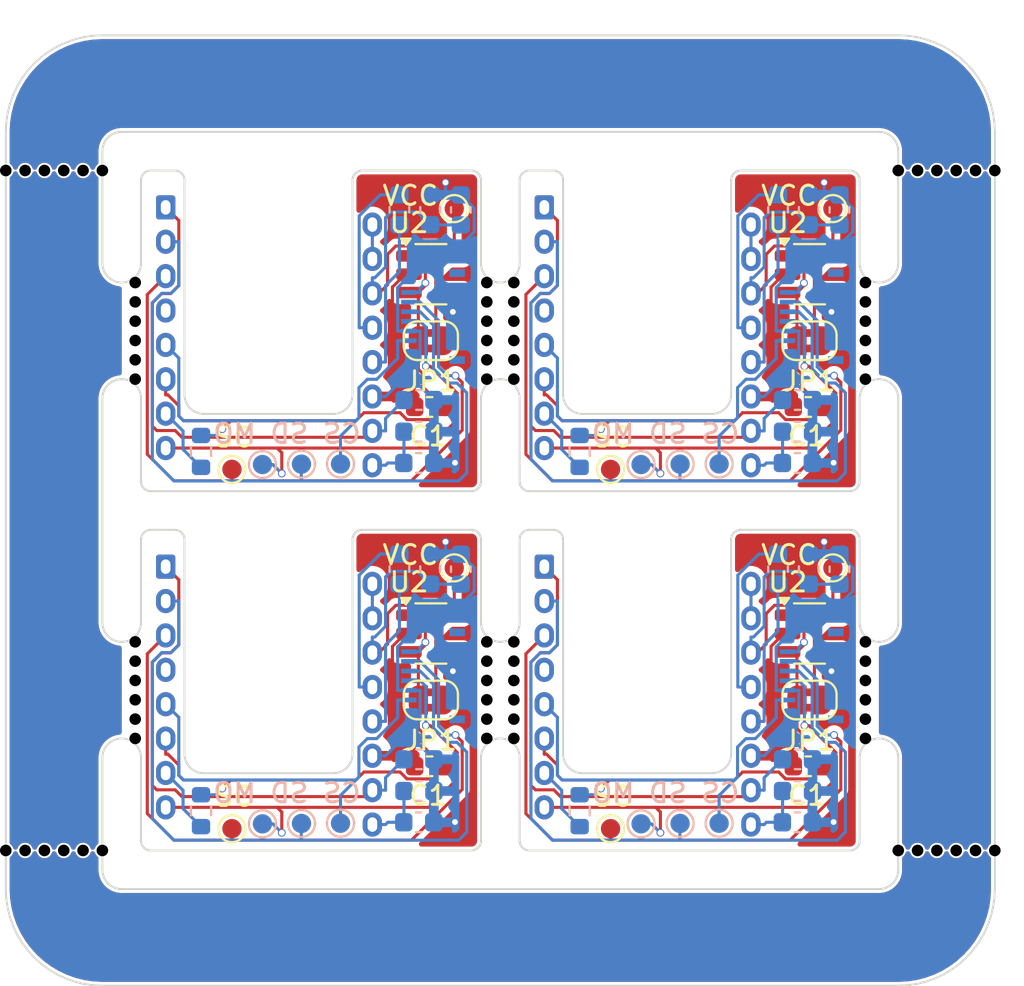
<source format=kicad_pcb>
(kicad_pcb (version 20240108) (generator "pcbnew") (generator_version "8.0")
  (layers (0 "F.Cu" signal) (31 "B.Cu" signal) (34 "B.Paste" user) (35 "F.Paste" user) (36 "B.SilkS" user "B.Silkscreen") (37 "F.SilkS" user "F.Silkscreen") (38 "B.Mask" user) (39 "F.Mask" user) (44 "Edge.Cuts" user))
  (net 0 "")
  (net 1 "Board_0-GND")
  (net 2 "Board_0-MOTION")
  (net 3 "Board_0-NCS")
  (net 4 "Board_0-Net-(U1-+VCSEL)")
  (net 5 "Board_0-Net-(U1--VCSEL)")
  (net 6 "Board_0-Net-(U1-CN)")
  (net 7 "Board_0-Net-(U1-CP)")
  (net 8 "Board_0-Net-(U1-NRESET)")
  (net 9 "Board_0-Net-(U1-VCP)")
  (net 10 "Board_0-SCLK")
  (net 11 "Board_0-SDIO")
  (net 12 "Board_0-VCC_1.8V")
  (net 13 "Board_0-VCC_3.3_or_1.8V")
  (net 14 "Board_0-unconnected-(U1-NC-Pad4)")
  (net 15 "Board_0-unconnected-(U2-NC-Pad4)")
  (net 16 "Board_1-GND")
  (net 17 "Board_1-MOTION")
  (net 18 "Board_1-NCS")
  (net 19 "Board_1-Net-(U1-+VCSEL)")
  (net 20 "Board_1-Net-(U1--VCSEL)")
  (net 21 "Board_1-Net-(U1-CN)")
  (net 22 "Board_1-Net-(U1-CP)")
  (net 23 "Board_1-Net-(U1-NRESET)")
  (net 24 "Board_1-Net-(U1-VCP)")
  (net 25 "Board_1-SCLK")
  (net 26 "Board_1-SDIO")
  (net 27 "Board_1-VCC_1.8V")
  (net 28 "Board_1-VCC_3.3_or_1.8V")
  (net 29 "Board_1-unconnected-(U1-NC-Pad4)")
  (net 30 "Board_1-unconnected-(U2-NC-Pad4)")
  (net 31 "Board_2-GND")
  (net 32 "Board_2-MOTION")
  (net 33 "Board_2-NCS")
  (net 34 "Board_2-Net-(U1-+VCSEL)")
  (net 35 "Board_2-Net-(U1--VCSEL)")
  (net 36 "Board_2-Net-(U1-CN)")
  (net 37 "Board_2-Net-(U1-CP)")
  (net 38 "Board_2-Net-(U1-NRESET)")
  (net 39 "Board_2-Net-(U1-VCP)")
  (net 40 "Board_2-SCLK")
  (net 41 "Board_2-SDIO")
  (net 42 "Board_2-VCC_1.8V")
  (net 43 "Board_2-VCC_3.3_or_1.8V")
  (net 44 "Board_2-unconnected-(U1-NC-Pad4)")
  (net 45 "Board_2-unconnected-(U2-NC-Pad4)")
  (net 46 "Board_3-GND")
  (net 47 "Board_3-MOTION")
  (net 48 "Board_3-NCS")
  (net 49 "Board_3-Net-(U1-+VCSEL)")
  (net 50 "Board_3-Net-(U1--VCSEL)")
  (net 51 "Board_3-Net-(U1-CN)")
  (net 52 "Board_3-Net-(U1-CP)")
  (net 53 "Board_3-Net-(U1-NRESET)")
  (net 54 "Board_3-Net-(U1-VCP)")
  (net 55 "Board_3-SCLK")
  (net 56 "Board_3-SDIO")
  (net 57 "Board_3-VCC_1.8V")
  (net 58 "Board_3-VCC_3.3_or_1.8V")
  (net 59 "Board_3-unconnected-(U1-NC-Pad4)")
  (net 60 "Board_3-unconnected-(U2-NC-Pad4)")
  (footprint "NPTH" (layer "F.Cu") (at 209.3 34.799994)
    (property "Reference" "KiKit_MB_2_4" (hide yes))
    (property "Value" "NPTH" (hide yes))
  )
  (footprint "NPTH" (layer "F.Cu") (at 209.3 54.39998)
    (property "Reference" "KiKit_MB_6_5" (hide yes))
    (property "Value" "NPTH" (hide yes))
  )
  (footprint "NPTH" (layer "F.Cu") (at 189.400009 62.199974)
    (property "Reference" "KiKit_MB_10_7" (hide yes))
    (property "Value" "NPTH" (hide yes))
  )
  (footprint "NPTH" (layer "F.Cu") (at 185.400009 62.199974)
    (property "Reference" "KiKit_MB_10_3" (hide yes))
    (property "Value" "NPTH" (hide yes))
  )
  (footprint "NPTH" (layer "F.Cu") (at 209.3 53.39998)
    (property "Reference" "KiKit_MB_6_4" (hide yes))
    (property "Value" "NPTH" (hide yes))
  )
  (footprint "NPTH" (layer "F.Cu") (at 186.400009 27)
    (property "Reference" "KiKit_MB_9_4" (hide yes))
    (property "Value" "NPTH" (hide yes))
  )
  (footprint "NPTH" (layer "F.Cu") (at 228.899991 33.799994)
    (property "Reference" "KiKit_MB_4_3" (hide yes))
    (property "Value" "NPTH" (hide yes))
  )
  (footprint "NPTH" (layer "F.Cu") (at 230.599991 62.199974)
    (property "Reference" "KiKit_MB_12_2" (hide yes))
    (property "Value" "NPTH" (hide yes))
  )
  (footprint "NPTH" (layer "F.Cu") (at 228.899991 51.39998)
    (property "Reference" "KiKit_MB_8_2" (hide yes))
    (property "Value" "NPTH" (hide yes))
  )
  (footprint "NPTH" (layer "F.Cu") (at 191.100009 33.799994)
    (property "Reference" "KiKit_MB_1_6" (hide yes))
    (property "Value" "NPTH" (hide yes))
  )
  (footprint "NPTH" (layer "F.Cu") (at 210.7 37.799993)
    (property "Reference" "KiKit_MB_3_2" (hide yes))
    (property "Value" "NPTH" (hide yes))
  )
  (footprint "0_pmw3610-breakout:PMW3610DM-SUDU 16Pin" (layer "F.Cu") (at 198.02663 53.675954 90)
    (property "Reference" "U1" (hide yes))
    (property "Value" "PMW3610")
  )
  (footprint "TestPoint:TestPoint_Pad_D1.0mm" (layer "F.Cu") (at 215.706621 42.470967)
    (property "Reference" "J4" (hide yes))
    (property "Value" "Conn_01x01_Pin" (hide yes))
  )
  (footprint "NPTH" (layer "F.Cu") (at 210.7 54.39998)
    (property "Reference" "KiKit_MB_7_4" (hide yes))
    (property "Value" "NPTH" (hide yes))
  )
  (footprint "NPTH" (layer "F.Cu") (at 210.7 32.799994)
    (property "Reference" "KiKit_MB_3_7" (hide yes))
    (property "Value" "NPTH" (hide yes))
  )
  (footprint "NPTH" (layer "F.Cu") (at 228.899991 55.39998)
    (property "Reference" "KiKit_MB_8_6" (hide yes))
    (property "Value" "NPTH" (hide yes))
  )
  (footprint "NPTH" (layer "F.Cu") (at 191.100009 35.799993)
    (property "Reference" "KiKit_MB_1_4" (hide yes))
    (property "Value" "NPTH" (hide yes))
  )
  (footprint "NPTH" (layer "F.Cu") (at 228.899991 53.39998)
    (property "Reference" "KiKit_MB_8_4" (hide yes))
    (property "Value" "NPTH" (hide yes))
  )
  (footprint "NPTH" (layer "F.Cu") (at 235.599991 62.199974)
    (property "Reference" "KiKit_MB_12_7" (hide yes))
    (property "Value" "NPTH" (hide yes))
  )
  (footprint "Package_TO_SOT_SMD:SOT-23-5" (layer "F.Cu") (at 206.40663 50.968454)
    (property "Reference" "U2")
    (property "Value" "TLV70018_SOT23-5" (hide yes))
  )
  (footprint "TestPoint:TestPoint_Pad_D1.0mm" (layer "F.Cu") (at 227.216621 47.570954)
    (property "Reference" "J3" (hide yes))
    (property "Value" "Conn_01x01_Pin" (hide yes))
  )
  (footprint "NPTH" (layer "F.Cu") (at 233.599991 62.199974)
    (property "Reference" "KiKit_MB_12_5" (hide yes))
    (property "Value" "NPTH" (hide yes))
  )
  (footprint "NPTH" (layer "F.Cu") (at 230.599991 27)
    (property "Reference" "KiKit_MB_11_2" (hide yes))
    (property "Value" "NPTH" (hide yes))
  )
  (footprint "NPTH" (layer "F.Cu") (at 231.599991 27)
    (property "Reference" "KiKit_MB_11_3" (hide yes))
    (property "Value" "NPTH" (hide yes))
  )
  (footprint "0_pmw3610-breakout:PMW3610DM-SUDU 16Pin" (layer "F.Cu") (at 217.626621 35.075967 90)
    (property "Reference" "U1" (hide yes))
    (property "Value" "PMW3610")
  )
  (footprint "NPTH" (layer "F.Cu") (at 228.899991 32.799994)
    (property "Reference" "KiKit_MB_4_2" (hide yes))
    (property "Value" "NPTH" (hide yes))
  )
  (footprint "NPTH" (layer "F.Cu") (at 210.7 53.39998)
    (property "Reference" "KiKit_MB_7_5" (hide yes))
    (property "Value" "NPTH" (hide yes))
  )
  (footprint "0_pmw3610-breakout:PMW3610DM-SUDU 16Pin" (layer "F.Cu") (at 217.626621 53.675954 90)
    (property "Reference" "U1" (hide yes))
    (property "Value" "PMW3610")
  )
  (footprint "NPTH" (layer "F.Cu") (at 210.7 36.799993)
    (property "Reference" "KiKit_MB_3_3" (hide yes))
    (property "Value" "NPTH" (hide yes))
  )
  (footprint "Package_TO_SOT_SMD:SOT-23-5" (layer "F.Cu") (at 206.40663 32.368467)
    (property "Reference" "U2")
    (property "Value" "TLV70018_SOT23-5" (hide yes))
  )
  (footprint "NPTH" (layer "F.Cu") (at 231.599991 62.199974)
    (property "Reference" "KiKit_MB_12_3" (hide yes))
    (property "Value" "NPTH" (hide yes))
  )
  (footprint "NPTH" (layer "F.Cu") (at 191.100009 52.39998)
    (property "Reference" "KiKit_MB_5_6" (hide yes))
    (property "Value" "NPTH" (hide yes))
  )
  (footprint "NPTH" (layer "F.Cu") (at 209.3 52.39998)
    (property "Reference" "KiKit_MB_6_3" (hide yes))
    (property "Value" "NPTH" (hide yes))
  )
  (footprint "NPTH" (layer "F.Cu") (at 191.100009 51.39998)
    (property "Reference" "KiKit_MB_5_7" (hide yes))
    (property "Value" "NPTH" (hide yes))
  )
  (footprint "Jumper:SolderJumper-2_P1.3mm_Bridged2Bar_RoundedPad1.0x1.5mm" (layer "F.Cu") (at 206.40663 54.410954)
    (property "Reference" "JP1")
    (property "Value" "Jumper_2_Bridged" (hide yes))
  )
  (footprint "TestPoint:TestPoint_Pad_D1.0mm" (layer "F.Cu") (at 207.61663 28.970967)
    (property "Reference" "J3" (hide yes))
    (property "Value" "Conn_01x01_Pin" (hide yes))
  )
  (footprint "Jumper:SolderJumper-2_P1.3mm_Bridged2Bar_RoundedPad1.0x1.5mm" (layer "F.Cu") (at 206.40663 35.810967)
    (property "Reference" "JP1")
    (property "Value" "Jumper_2_Bridged" (hide yes))
  )
  (footprint "NPTH" (layer "F.Cu") (at 232.599991 27)
    (property "Reference" "KiKit_MB_11_4" (hide yes))
    (property "Value" "NPTH" (hide yes))
  )
  (footprint "NPTH" (layer "F.Cu") (at 228.899991 56.39998)
    (property "Reference" "KiKit_MB_8_7" (hide yes))
    (property "Value" "NPTH" (hide yes))
  )
  (footprint "Jumper:SolderJumper-2_P1.3mm_Bridged2Bar_RoundedPad1.0x1.5mm" (layer "F.Cu") (at 226.006621 35.810967)
    (property "Reference" "JP1")
    (property "Value" "Jumper_2_Bridged" (hide yes))
  )
  (footprint "NPTH" (layer "F.Cu") (at 234.599991 27)
    (property "Reference" "KiKit_MB_11_6" (hide yes))
    (property "Value" "NPTH" (hide yes))
  )
  (footprint "NPTH" (layer "F.Cu") (at 210.7 55.39998)
    (property "Reference" "KiKit_MB_7_3" (hide yes))
    (property "Value" "NPTH" (hide yes))
  )
  (footprint "TestPoint:TestPoint_Pad_D1.0mm" (layer "F.Cu") (at 215.706621 61.070954)
    (property "Reference" "J4" (hide yes))
    (property "Value" "Conn_01x01_Pin" (hide yes))
  )
  (footprint "NPTH" (layer "F.Cu") (at 209.3 33.799994)
    (property "Reference" "KiKit_MB_2_3" (hide yes))
    (property "Value" "NPTH" (hide yes))
  )
  (footprint "NPTH" (layer "F.Cu") (at 210.7 35.799993)
    (property "Reference" "KiKit_MB_3_4" (hide yes))
    (property "Value" "NPTH" (hide yes))
  )
  (footprint "NPTH" (layer "F.Cu") (at 235.599991 27)
    (property "Reference" "KiKit_MB_11_7" (hide yes))
    (property "Value" "NPTH" (hide yes))
  )
  (footprint "NPTH" (layer "F.Cu") (at 191.100009 55.39998)
    (property "Reference" "KiKit_MB_5_3" (hide yes))
    (property "Value" "NPTH" (hide yes))
  )
  (footprint "NPTH" (layer "F.Cu") (at 228.899991 37.799993)
    (property "Reference" "KiKit_MB_4_7" (hide yes))
    (property "Value" "NPTH" (hide yes))
  )
  (footprint "NPTH" (layer "F.Cu") (at 188.400009 27)
    (property "Reference" "KiKit_MB_9_6" (hide yes))
    (property "Value" "NPTH" (hide yes))
  )
  (footprint "NPTH" (layer "F.Cu") (at 228.899991 34.799994)
    (property "Reference" "KiKit_MB_4_4" (hide yes))
    (property "Value" "NPTH" (hide yes))
  )
  (footprint "NPTH" (layer "F.Cu") (at 228.899991 54.39998)
    (property "Reference" "KiKit_MB_8_5" (hide yes))
    (property "Value" "NPTH" (hide yes))
  )
  (footprint "NPTH" (layer "F.Cu") (at 210.7 52.39998)
    (property "Reference" "KiKit_MB_7_6" (hide yes))
    (property "Value" "NPTH" (hide yes))
  )
  (footprint "TestPoint:TestPoint_Pad_D1.0mm" (layer "F.Cu") (at 207.61663 47.570954)
    (property "Reference" "J3" (hide yes))
    (property "Value" "Conn_01x01_Pin" (hide yes))
  )
  (footprint "Capacitor_SMD:C_0603_1608Metric" (layer "F.Cu") (at 225.941621 39.240967 180)
    (property "Reference" "C1")
    (property "Value" "100nF")
  )
  (footprint "NPTH" (layer "F.Cu") (at 232.599991 62.199974)
    (property "Reference" "KiKit_MB_12_4" (hide yes))
    (property "Value" "NPTH" (hide yes))
  )
  (footprint "NPTH" (layer "F.Cu") (at 233.599991 27)
    (property "Reference" "KiKit_MB_11_5" (hide yes))
    (property "Value" "NPTH" (hide yes))
  )
  (footprint "NPTH" (layer "F.Cu") (at 209.3 32.799994)
    (property "Reference" "KiKit_MB_2_2" (hide yes))
    (property "Value" "NPTH" (hide yes))
  )
  (footprint "NPTH" (layer "F.Cu") (at 187.400009 62.199974)
    (property "Reference" "KiKit_MB_10_5" (hide yes))
    (property "Value" "NPTH" (hide yes))
  )
  (footprint "NPTH" (layer "F.Cu") (at 228.899991 36.799993)
    (property "Reference" "KiKit_MB_4_6" (hide yes))
    (property "Value" "NPTH" (hide yes))
  )
  (footprint "0_pmw3610-breakout:PMW3610DM-SUDU 16Pin" (layer "F.Cu") (at 198.02663 35.075967 90)
    (property "Reference" "U1" (hide yes))
    (property "Value" "PMW3610")
  )
  (footprint "NPTH" (layer "F.Cu") (at 209.3 51.39998)
    (property "Reference" "KiKit_MB_6_2" (hide yes))
    (property "Value" "NPTH" (hide yes))
  )
  (footprint "NPTH" (layer "F.Cu") (at 228.899991 52.39998)
    (property "Reference" "KiKit_MB_8_3" (hide yes))
    (property "Value" "NPTH" (hide yes))
  )
  (footprint "NPTH" (layer "F.Cu") (at 210.7 33.799994)
    (property "Reference" "KiKit_MB_3_6" (hide yes))
    (property "Value" "NPTH" (hide yes))
  )
  (footprint "NPTH" (layer "F.Cu") (at 191.100009 36.799993)
    (property "Reference" "KiKit_MB_1_3" (hide yes))
    (property "Value" "NPTH" (hide yes))
  )
  (footprint "NPTH" (layer "F.Cu") (at 209.3 56.39998)
    (property "Reference" "KiKit_MB_6_7" (hide yes))
    (property "Value" "NPTH" (hide yes))
  )
  (footprint "TestPoint:TestPoint_Pad_D1.0mm" (layer "F.Cu") (at 196.10663 42.470967)
    (property "Reference" "J4" (hide yes))
    (property "Value" "Conn_01x01_Pin" (hide yes))
  )
  (footprint "Capacitor_SMD:C_0603_1608Metric" (layer "F.Cu") (at 206.34163 39.240967 180)
    (property "Reference" "C1")
    (property "Value" "100nF")
  )
  (footprint "Package_TO_SOT_SMD:SOT-23-5" (layer "F.Cu") (at 226.006621 50.968454)
    (property "Reference" "U2")
    (property "Value" "TLV70018_SOT23-5" (hide yes))
  )
  (footprint "NPTH" (layer "F.Cu") (at 184.400009 62.199974)
    (property "Reference" "KiKit_MB_10_2" (hide yes))
    (property "Value" "NPTH" (hide yes))
  )
  (footprint "NPTH" (layer "F.Cu") (at 234.599991 62.199974)
    (property "Reference" "KiKit_MB_12_6" (hide yes))
    (property "Value" "NPTH" (hide yes))
  )
  (footprint "NPTH" (layer "F.Cu") (at 228.899991 35.799993)
    (property "Reference" "KiKit_MB_4_5" (hide yes))
    (property "Value" "NPTH" (hide yes))
  )
  (footprint "NPTH" (layer "F.Cu") (at 209.3 36.799993)
    (property "Reference" "KiKit_MB_2_6" (hide yes))
    (property "Value" "NPTH" (hide yes))
  )
  (footprint "Package_TO_SOT_SMD:SOT-23-5" (layer "F.Cu") (at 226.006621 32.368467)
    (property "Reference" "U2")
    (property "Value" "TLV70018_SOT23-5" (hide yes))
  )
  (footprint "NPTH" (layer "F.Cu") (at 191.100009 34.799994)
    (property "Reference" "KiKit_MB_1_5" (hide yes))
    (property "Value" "NPTH" (hide yes))
  )
  (footprint "NPTH" (layer "F.Cu") (at 209.3 35.799993)
    (property "Reference" "KiKit_MB_2_5" (hide yes))
    (property "Value" "NPTH" (hide yes))
  )
  (footprint "NPTH" (layer "F.Cu") (at 184.400009 27)
    (property "Reference" "KiKit_MB_9_2" (hide yes))
    (property "Value" "NPTH" (hide yes))
  )
  (footprint "NPTH" (layer "F.Cu") (at 191.100009 32.799994)
    (property "Reference" "KiKit_MB_1_7" (hide yes))
    (property "Value" "NPTH" (hide yes))
  )
  (footprint "NPTH" (layer "F.Cu") (at 210.7 51.39998)
    (property "Reference" "KiKit_MB_7_7" (hide yes))
    (property "Value" "NPTH" (hide yes))
  )
  (footprint "NPTH" (layer "F.Cu") (at 185.400009 27)
    (property "Reference" "KiKit_MB_9_3" (hide yes))
    (property "Value" "NPTH" (hide yes))
  )
  (footprint "TestPoint:TestPoint_Pad_D1.0mm" (layer "F.Cu") (at 227.216621 28.970967)
    (property "Reference" "J3" (hide yes))
    (property "Value" "Conn_01x01_Pin" (hide yes))
  )
  (footprint "NPTH" (layer "F.Cu") (at 188.400009 62.199974)
    (property "Reference" "KiKit_MB_10_6" (hide yes))
    (property "Value" "NPTH" (hide yes))
  )
  (footprint "Jumper:SolderJumper-2_P1.3mm_Bridged2Bar_RoundedPad1.0x1.5mm" (layer "F.Cu") (at 226.006621 54.410954)
    (property "Reference" "JP1")
    (property "Value" "Jumper_2_Bridged" (hide yes))
  )
  (footprint "NPTH" (layer "F.Cu") (at 210.7 34.799994)
    (property "Reference" "KiKit_MB_3_5" (hide yes))
    (property "Value" "NPTH" (hide yes))
  )
  (footprint "NPTH" (layer "F.Cu") (at 209.3 37.799993)
    (property "Reference" "KiKit_MB_2_7" (hide yes))
    (property "Value" "NPTH" (hide yes))
  )
  (footprint "NPTH" (layer "F.Cu") (at 186.400009 62.199974)
    (property "Reference" "KiKit_MB_10_4" (hide yes))
    (property "Value" "NPTH" (hide yes))
  )
  (footprint "Capacitor_SMD:C_0603_1608Metric" (layer "F.Cu") (at 225.941621 57.840954 180)
    (property "Reference" "C1")
    (property "Value" "100nF")
  )
  (footprint "NPTH" (layer "F.Cu") (at 191.100009 53.39998)
    (property "Reference" "KiKit_MB_5_5" (hide yes))
    (property "Value" "NPTH" (hide yes))
  )
  (footprint "NPTH" (layer "F.Cu") (at 191.100009 56.39998)
    (property "Reference" "KiKit_MB_5_2" (hide yes))
    (property "Value" "NPTH" (hide yes))
  )
  (footprint "NPTH" (layer "F.Cu") (at 210.7 56.39998)
    (property "Reference" "KiKit_MB_7_2" (hide yes))
    (property "Value" "NPTH" (hide yes))
  )
  (footprint "Capacitor_SMD:C_0603_1608Metric" (layer "F.Cu") (at 206.34163 57.840954 180)
    (property "Reference" "C1")
    (property "Value" "100nF")
  )
  (footprint "NPTH" (layer "F.Cu") (at 191.100009 37.799993)
    (property "Reference" "KiKit_MB_1_2" (hide yes))
    (property "Value" "NPTH" (hide yes))
  )
  (footprint "NPTH" (layer "F.Cu") (at 187.400009 27)
    (property "Reference" "KiKit_MB_9_5" (hide yes))
    (property "Value" "NPTH" (hide yes))
  )
  (footprint "TestPoint:TestPoint_Pad_D1.0mm" (layer "F.Cu") (at 196.10663 61.070954)
    (property "Reference" "J4" (hide yes))
    (property "Value" "Conn_01x01_Pin" (hide yes))
  )
  (footprint "NPTH" (layer "F.Cu") (at 189.400009 27)
    (property "Reference" "KiKit_MB_9_7" (hide yes))
    (property "Value" "NPTH" (hide yes))
  )
  (footprint "NPTH" (layer "F.Cu") (at 209.3 55.39998)
    (property "Reference" "KiKit_MB_6_6" (hide yes))
    (property "Value" "NPTH" (hide yes))
  )
  (footprint "NPTH" (layer "F.Cu") (at 191.100009 54.39998)
    (property "Reference" "KiKit_MB_5_4" (hide yes))
    (property "Value" "NPTH" (hide yes))
  )
  (footprint "Capacitor_SMD:C_0603_1608Metric" (layer "B.Cu") (at 225.386621 38.880967)
    (property "Reference" "C6" (hide yes))
    (property "Value" "10nF")
  )
  (footprint "Resistor_SMD:R_0603_1608Metric" (layer "B.Cu") (at 194.50663 41.540967 90)
    (property "Reference" "R1" (hide yes))
    (property "Value" "51kΩ")
  )
  (footprint "Capacitor_SMD:C_0603_1608Metric" (layer "B.Cu") (at 225.386621 57.480954)
    (property "Reference" "C6" (hide yes))
    (property "Value" "10nF")
  )
  (footprint "Capacitor_SMD:C_0603_1608Metric" (layer "B.Cu") (at 206.36663 47.630954 90)
    (property "Reference" "C8" (hide yes))
    (property "Value" "100nF")
  )
  (footprint "TestPoint:TestPoint_Pad_D1.0mm" (layer "B.Cu") (at 217.286621 42.220967 180)
    (property "Reference" "J6" (hide yes))
    (property "Value" "Conn_01x01_Pin" (hide yes))
  )
  (footprint "Capacitor_SMD:C_0603_1608Metric" (layer "B.Cu") (at 207.95663 47.640954 90)
    (property "Reference" "C7" (hide yes))
    (property "Value" "10uF")
  )
  (footprint "Capacitor_SMD:C_0603_1608Metric" (layer "B.Cu") (at 205.78663 38.880967)
    (property "Reference" "C6" (hide yes))
    (property "Value" "10nF")
  )
  (footprint "Capacitor_SMD:C_0603_1608Metric" (layer "B.Cu") (at 207.95663 29.040967 90)
    (property "Reference" "C7" (hide yes))
    (property "Value" "10uF")
  )
  (footprint "TestPoint:TestPoint_Pad_D1.0mm" (layer "B.Cu") (at 199.70663 42.200967 180)
    (property "Reference" "J5" (hide yes))
    (property "Value" "Conn_01x01_Pin" (hide yes))
  )
  (footprint "0_pmw3610-breakout:JUSHUO-AFH34-S06FIA-1H" (layer "B.Cu") (at 224.866621 53.160954 -90)
    (property "Reference" "J1" (hide yes))
    (property "Value" "Conn_01x06_Pin" (hide yes))
  )
  (footprint "Capacitor_SMD:C_0603_1608Metric" (layer "B.Cu") (at 205.77663 60.740954)
    (property "Reference" "C4" (hide yes))
    (property "Value" "10nF X7R")
  )
  (footprint "Capacitor_SMD:C_0603_1608Metric" (layer "B.Cu") (at 205.78663 59.120954)
    (property "Reference" "C3" (hide yes))
    (property "Value" "10uF X7R")
  )
  (footprint "Capacitor_SMD:C_0603_1608Metric" (layer "B.Cu") (at 224.376621 47.630954 90)
    (property "Reference" "C5" (hide yes))
    (property "Value" "100nF X7R")
  )
  (footprint "Capacitor_SMD:C_0603_1608Metric" (layer "B.Cu") (at 225.386621 59.120954)
    (property "Reference" "C3" (hide yes))
    (property "Value" "10uF X7R")
  )
  (footprint "TestPoint:TestPoint_Pad_D1.0mm" (layer "B.Cu") (at 217.286621 60.820954 180)
    (property "Reference" "J6" (hide yes))
    (property "Value" "Conn_01x01_Pin" (hide yes))
  )
  (footprint "TestPoint:TestPoint_Pad_D1.0mm" (layer "B.Cu") (at 199.70663 60.800954 180)
    (property "Reference" "J5" (hide yes))
    (property "Value" "Conn_01x01_Pin" (hide yes))
  )
  (footprint "TestPoint:TestPoint_Pad_D1.0mm" (layer "B.Cu") (at 219.306621 42.200967 180)
    (property "Reference" "J5" (hide yes))
    (property "Value" "Conn_01x01_Pin" (hide yes))
  )
  (footprint "Capacitor_SMD:C_0603_1608Metric" (layer "B.Cu") (at 205.78663 40.520967)
    (property "Reference" "C3" (hide yes))
    (property "Value" "10uF X7R")
  )
  (footprint "Capacitor_SMD:C_0603_1608Metric" (layer "B.Cu") (at 205.77663 42.140967)
    (property "Reference" "C4" (hide yes))
    (property "Value" "10nF X7R")
  )
  (footprint "TestPoint:TestPoint_Pad_D1.0mm" (layer "B.Cu") (at 219.306621 60.800954 180)
    (property "Reference" "J5" (hide yes))
    (property "Value" "Conn_01x01_Pin" (hide yes))
  )
  (footprint "Capacitor_SMD:C_0603_1608Metric" (layer "B.Cu") (at 205.78663 57.480954)
    (property "Reference" "C6" (hide yes))
    (property "Value" "10nF")
  )
  (footprint "Capacitor_SMD:C_0603_1608Metric" (layer "B.Cu") (at 225.386621 40.520967)
    (property "Reference" "C3" (hide yes))
    (property "Value" "10uF X7R")
  )
  (footprint "Capacitor_SMD:C_0603_1608Metric" (layer "B.Cu") (at 224.376621 29.030967 90)
    (property "Reference" "C5" (hide yes))
    (property "Value" "100nF X7R")
  )
  (footprint "0_pmw3610-breakout:JUSHUO-AFH34-S06FIA-1H" (layer "B.Cu") (at 224.866621 34.560967 -90)
    (property "Reference" "J1" (hide yes))
    (property "Value" "Conn_01x06_Pin" (hide yes))
  )
  (footprint "Capacitor_SMD:C_0603_1608Metric" (layer "B.Cu") (at 225.376621 60.740954)
    (property "Reference" "C4" (hide yes))
    (property "Value" "10nF X7R")
  )
  (footprint "TestPoint:TestPoint_Pad_D1.0mm" (layer "B.Cu") (at 201.72663 42.190967 180)
    (property "Reference" "J7" (hide yes))
    (property "Value" "Conn_01x01_Pin" (hide yes))
  )
  (footprint "Capacitor_SMD:C_0603_1608Metric" (layer "B.Cu") (at 204.77663 47.630954 90)
    (property "Reference" "C5" (hide yes))
    (property "Value" "100nF X7R")
  )
  (footprint "TestPoint:TestPoint_Pad_D1.0mm" (layer "B.Cu") (at 221.326621 42.190967 180)
    (property "Reference" "J7" (hide yes))
    (property "Value" "Conn_01x01_Pin" (hide yes))
  )
  (footprint "TestPoint:TestPoint_Pad_D1.0mm" (layer "B.Cu") (at 201.72663 60.790954 180)
    (property "Reference" "J7" (hide yes))
    (property "Value" "Conn_01x01_Pin" (hide yes))
  )
  (footprint "0_pmw3610-breakout:JUSHUO-AFH34-S06FIA-1H" (layer "B.Cu") (at 205.26663 34.560967 -90)
    (property "Reference" "J1" (hide yes))
    (property "Value" "Conn_01x06_Pin" (hide yes))
  )
  (footprint "Capacitor_SMD:C_0603_1608Metric" (layer "B.Cu") (at 227.556621 29.040967 90)
    (property "Reference" "C7" (hide yes))
    (property "Value" "10uF")
  )
  (footprint "Resistor_SMD:R_0603_1608Metric" (layer "B.Cu") (at 214.106621 41.540967 90)
    (property "Reference" "R1" (hide yes))
    (property "Value" "51kΩ")
  )
  (footprint "Capacitor_SMD:C_0603_1608Metric" (layer "B.Cu") (at 225.966621 29.030967 90)
    (property "Reference" "C8" (hide yes))
    (property "Value" "100nF")
  )
  (footprint "Capacitor_SMD:C_0603_1608Metric" (layer "B.Cu") (at 206.36663 29.030967 90)
    (property "Reference" "C8" (hide yes))
    (property "Value" "100nF")
  )
  (footprint "Capacitor_SMD:C_0603_1608Metric" (layer "B.Cu") (at 225.966621 47.630954 90)
    (property "Reference" "C8" (hide yes))
    (property "Value" "100nF")
  )
  (footprint "TestPoint:TestPoint_Pad_D1.0mm" (layer "B.Cu") (at 221.326621 60.790954 180)
    (property "Reference" "J7" (hide yes))
    (property "Value" "Conn_01x01_Pin" (hide yes))
  )
  (footprint "Resistor_SMD:R_0603_1608Metric" (layer "B.Cu") (at 214.106621 60.140954 90)
    (property "Reference" "R1" (hide yes))
    (property "Value" "51kΩ")
  )
  (footprint "Capacitor_SMD:C_0603_1608Metric" (layer "B.Cu") (at 227.556621 47.640954 90)
    (property "Reference" "C7" (hide yes))
    (property "Value" "10uF")
  )
  (footprint "TestPoint:TestPoint_Pad_D1.0mm" (layer "B.Cu") (at 197.68663 60.820954 180)
    (property "Reference" "J6" (hide yes))
    (property "Value" "Conn_01x01_Pin" (hide yes))
  )
  (footprint "TestPoint:TestPoint_Pad_D1.0mm" (layer "B.Cu") (at 197.68663 42.220967 180)
    (property "Reference" "J6" (hide yes))
    (property "Value" "Conn_01x01_Pin" (hide yes))
  )
  (footprint "Capacitor_SMD:C_0603_1608Metric" (layer "B.Cu") (at 225.376621 42.140967)
    (property "Reference" "C4" (hide yes))
    (property "Value" "10nF X7R")
  )
  (footprint "0_pmw3610-breakout:JUSHUO-AFH34-S06FIA-1H" (layer "B.Cu") (at 205.26663 53.160954 -90)
    (property "Reference" "J1" (hide yes))
    (property "Value" "Conn_01x06_Pin" (hide yes))
  )
  (footprint "Resistor_SMD:R_0603_1608Metric" (layer "B.Cu") (at 194.50663 60.140954 90)
    (property "Reference" "R1" (hide yes))
    (property "Value" "51kΩ")
  )
  (footprint "Capacitor_SMD:C_0603_1608Metric" (layer "B.Cu") (at 204.77663 29.030967 90)
    (property "Reference" "C5" (hide yes))
    (property "Value" "100nF X7R")
  )
  (gr_line (start 211.401969 43.589982) (end 211.413982 43.592078) (stroke (width 0.1)) (layer "Edge.Cuts"))
  (gr_line (start 208.8623 27.155717) (end 208.853645 27.146616) (stroke (width 0.1)) (layer "Edge.Cuts"))
  (gr_line (start 189.412256 20) (end 189.387775 20.000601) (stroke (width 0.1)) (layer "Edge.Cuts"))
  (gr_line (start 229.843728 37.829932) (end 229.890985 37.84301) (stroke (width 0.1)) (layer "Edge.Cuts"))
  (gr_line (start 211.002602 46.050545) (end 211.00198 46.059717) (stroke (width 0.1)) (layer "Edge.Cuts"))
  (gr_line (start 221.968469 45.966426) (end 221.965195 45.978173) (stroke (width 0.1)) (layer "Edge.Cuts"))
  (gr_line (start 221.951746 46.059813) (end 221.95037 46.087436) (stroke (width 0.1)) (layer "Edge.Cuts"))
  (gr_line (start 191.395198 38.701074) (end 191.398805 38.749974) (stroke (width 0.1)) (layer "Edge.Cuts"))
  (gr_line (start 209.756262 37.829932) (end 209.804104 37.819189) (stroke (width 0.1)) (layer "Edge.Cuts"))
  (gr_line (start 209.11796 56.928055) (end 209.142129 56.885392) (stroke (width 0.1)) (layer "Edge.Cuts"))
  (gr_line (start 228.50897 61.987199) (end 228.515983 61.977203) (stroke (width 0.1)) (layer "Edge.Cuts"))
  (gr_line (start 213.308629 38.937144) (end 213.293248 38.89059) (stroke (width 0.1)) (layer "Edge.Cuts"))
  (gr_line (start 193.235963 27.007907) (end 193.223892 27.005794) (stroke (width 0.1)) (layer "Edge.Cuts"))
  (gr_line (start 230.403395 50.996083) (end 230.373228 51.034739) (stroke (width 0.1)) (layer "Edge.Cuts"))
  (gr_line (start 191.627803 27.081115) (end 191.617545 27.087946) (stroke (width 0.1)) (layer "Edge.Cuts"))
  (gr_line (start 208.974395 43.256838) (end 208.978196 43.245315) (stroke (width 0.1)) (layer "Edge.Cuts"))
  (gr_line (start 208.702548 43.556688) (end 208.724668 43.546243) (stroke (width 0.1)) (layer "Edge.Cuts"))
  (gr_line (start 211.29745 27.043299) (end 211.280833 27.051145) (stroke (width 0.1)) (layer "Edge.Cuts"))
  (gr_line (start 193.187272 45.601826) (end 193.175009 45.600909) (stroke (width 0.1)) (layer "Edge.Cuts"))
  (gr_line (start 202.306738 38.891111) (end 202.291356 38.937672) (stroke (width 0.1)) (layer "Edge.Cuts"))
  (gr_line (start 209.226762 38.165234) (end 209.25879 38.128106) (stroke (width 0.1)) (layer "Edge.Cuts"))
  (gr_line (start 189.412281 69.199974) (end 230.587718 69.199974) (stroke (width 0.1)) (layer "Edge.Cuts"))
  (gr_line (start 230.457861 56.885392) (end 230.48203 56.928055) (stroke (width 0.1)) (layer "Edge.Cuts"))
  (gr_line (start 193.532234 27.178571) (end 193.509709 27.153051) (stroke (width 0.1)) (layer "Edge.Cuts"))
  (gr_line (start 221.287245 39.541726) (end 221.240683 39.557105) (stroke (width 0.1)) (layer "Edge.Cuts"))
  (gr_line (start 189.658799 51.071867) (end 189.626771 51.034739) (stroke (width 0.1)) (layer "Edge.Cuts"))
  (gr_line (start 191.617515 27.087967) (end 191.588613 27.108783) (stroke (width 0.1)) (layer "Edge.Cuts"))
  (gr_line (start 189.971881 37.895908) (end 190.016708 37.876038) (stroke (width 0.1)) (layer "Edge.Cuts"))
  (gr_line (start 214.102716 58.189288) (end 214.054403 58.180909) (stroke (width 0.1)) (layer "Edge.Cuts"))
  (gr_line (start 191.49105 61.987211) (end 191.505628 62.006946) (stroke (width 0.1)) (layer "Edge.Cuts"))
  (gr_line (start 230.271878 32.541203) (end 230.234749 32.57323) (stroke (width 0.1)) (layer "Edge.Cuts"))
  (gr_line (start 212.787263 27.001839) (end 212.775 27.000922) (stroke (width 0.1)) (layer "Edge.Cuts"))
  (gr_line (start 235.575612 24.509919) (end 235.574117 24.497798) (stroke (width 0.1)) (layer "Edge.Cuts"))
  (gr_line (start 229.262438 51.341582) (end 229.21669 51.323935) (stroke (width 0.1)) (layer "Edge.Cuts"))
  (gr_line (start 194.178273 39.481589) (end 194.135614 39.457421) (stroke (width 0.1)) (layer "Edge.Cuts"))
  (gr_line (start 191.418572 43.233573) (end 191.421806 43.245268) (stroke (width 0.1)) (layer "Edge.Cuts"))
  (gr_line (start 209.485411 51.257851) (end 209.443985 51.231618) (stroke (width 0.1)) (layer "Edge.Cuts"))
  (gr_line (start 210.707399 32.507392) (end 210.671887 32.541203) (stroke (width 0.1)) (layer "Edge.Cuts"))
  (gr_line (start 201.777835 39.504212) (end 201.733005 39.524081) (stroke (width 0.1)) (layer "Edge.Cuts"))
  (gr_line (start 208.862317 43.44425) (end 208.878785 43.426034) (stroke (width 0.1)) (layer "Edge.Cuts"))
  (gr_line (start 208.487618 45.599987) (end 202.862162 45.599987) (stroke (width 0.1)) (layer "Edge.Cuts"))
  (gr_line (start 212.929741 45.633954) (end 212.918443 45.62959) (stroke (width 0.1)) (layer "Edge.Cuts"))
  (gr_line (start 229.983291 32.723948) (end 229.937543 32.741595) (stroke (width 0.1)) (layer "Edge.Cuts"))
  (gr_line (start 209.949981 56.401184) (end 209.999012 56.39998) (stroke (width 0.1)) (layer "Edge.Cuts"))
  (gr_line (start 235.384396 23.54864) (end 235.380566 23.537044) (stroke (width 0.1)) (layer "Edge.Cuts"))
  (gr_line (start 221.950369 46.087461) (end 221.949751 46.112288) (stroke (width 0.1)) (layer "Edge.Cuts"))
  (gr_line (start 210.050018 37.801197) (end 210.098919 37.804804) (stroke (width 0.1)) (layer "Edge.Cuts"))
  (gr_line (start 222.126348 27.119411) (end 222.103564 27.14) (stroke (width 0.1)) (layer "Edge.Cuts"))
  (gr_line (start 193.726299 57.583446) (end 193.70865 57.537698) (stroke (width 0.1)) (layer "Edge.Cuts"))
  (gr_line (start 211.450519 27.002625) (end 211.443355 27.003381) (stroke (width 0.1)) (layer "Edge.Cuts"))
  (gr_line (start 228.087609 27) (end 222.462153 27) (stroke (width 0.1)) (layer "Edge.Cuts"))
  (gr_line (start 210.000987 37.799993) (end 210.050018 37.801197) (stroke (width 0.1)) (layer "Edge.Cuts"))
  (gr_line (start 190.156271 51.370041) (end 190.109014 51.356963) (stroke (width 0.1)) (layer "Edge.Cuts"))
  (gr_line (start 228.619186 57.204085) (end 228.62993 57.156243) (stroke (width 0.1)) (layer "Edge.Cuts"))
  (gr_line (start 230.431628 38.243979) (end 230.457861 38.285405) (stroke (width 0.1)) (layer "Edge.Cuts"))
  (gr_line (start 211.033825 43.279834) (end 211.038179 43.291149) (stroke (width 0.1)) (layer "Edge.Cuts"))
  (gr_line (start 211.14626 27.146517) (end 211.13958 27.153288) (stroke (width 0.1)) (layer "Edge.Cuts"))
  (gr_line (start 213.037194 27.091333) (end 213.016755 27.077718) (stroke (width 0.1)) (layer "Edge.Cuts"))
  (gr_line (start 185.249971 66.987682) (end 185.527646 67.362083) (stroke (width 0.1)) (layer "Edge.Cuts"))
  (gr_line (start 210.428127 51.304065) (end 210.3833 51.323935) (stroke (width 0.1)) (layer "Edge.Cuts"))
  (gr_line (start 221.831778 39.07205) (end 221.807607 39.114715) (stroke (width 0.1)) (layer "Edge.Cuts"))
  (gr_line (start 228.717951 50.871905) (end 228.695905 50.828107) (stroke (width 0.1)) (layer "Edge.Cuts"))
  (gr_line (start 221.990864 45.903243) (end 221.983829 45.920172) (stroke (width 0.1)) (layer "Edge.Cuts"))
  (gr_line (start 228.796586 38.20389) (end 228.826753 38.165234) (stroke (width 0.1)) (layer "Edge.Cuts"))
  (gr_line (start 228.453636 43.45337) (end 228.462291 43.444269) (stroke (width 0.1)) (layer "Edge.Cuts"))
  (gr_line (start 221.930553 38.796008) (end 221.919808 38.843852) (stroke (width 0.1)) (layer "Edge.Cuts"))
  (gr_line (start 189.419204 63.395869) (end 189.410821 63.347557) (stroke (width 0.1)) (layer "Edge.Cuts"))
  (gr_line (start 228.2801 43.565978) (end 228.291399 43.56162) (stroke (width 0.1)) (layer "Edge.Cuts"))
  (gr_line (start 193.447197 27.098349) (end 193.437223 27.091347) (stroke (width 0.1)) (layer "Edge.Cuts"))
  (gr_line (start 191.282048 56.928055) (end 191.304094 56.971853) (stroke (width 0.1)) (layer "Edge.Cuts"))
  (gr_line (start 228.302539 62.156675) (end 228.324659 62.14623) (stroke (width 0.1)) (layer "Edge.Cuts"))
  (gr_line (start 222.400451 27.002626) (end 222.391245 27.003601) (stroke (width 0.1)) (layer "Edge.Cuts"))
  (gr_line (start 201.640692 39.557105) (end 201.593431 39.57018) (stroke (width 0.1)) (layer "Edge.Cuts"))
  (gr_line (start 201.350668 39.600103) (end 194.649165 39.599568) (stroke (width 0.1)) (layer "Edge.Cuts"))
  (gr_line (start 191.513079 27.183227) (end 191.50748 27.190521) (stroke (width 0.1)) (layer "Edge.Cuts"))
  (gr_line (start 228.4536 45.746567) (end 228.444497 45.737914) (stroke (width 0.1)) (layer "Edge.Cuts"))
  (gr_line (start 190.399021 64.199974) (end 190.34999 64.19877) (stroke (width 0.1)) (layer "Edge.Cuts"))
  (gr_line (start 191.653789 27.065152) (end 191.627834 27.081096) (stroke (width 0.1)) (layer "Edge.Cuts"))
  (gr_line (start 211.29745 45.643286) (end 211.280833 45.651132) (stroke (width 0.1)) (layer "Edge.Cuts"))
  (gr_line (start 213.016734 45.677692) (end 213.006488 45.671221) (stroke (width 0.1)) (layer "Edge.Cuts"))
  (gr_line (start 228.367161 27.07776) (end 228.346128 27.065192) (stroke (width 0.1)) (layer "Edge.Cuts"))
  (gr_line (start 189.429948 50.643717) (end 189.419204 50.595875) (stroke (width 0.1)) (layer "Edge.Cuts"))
  (gr_line (start 213.509057 57.872025) (end 213.477027 57.834898) (stroke (width 0.1)) (layer "Edge.Cuts"))
  (gr_line (start 228.597259 61.749393) (end 228.598161 61.737201) (stroke (width 0.1)) (layer "Edge.Cuts"))
  (gr_line (start 230.541593 38.46244) (end 230.556974 38.508999) (stroke (width 0.1)) (layer "Edge.Cuts"))
  (gr_line (start 229.21669 51.323935) (end 229.171863 51.304065) (stroke (width 0.1)) (layer "Edge.Cuts"))
  (gr_line (start 210.428127 56.495895) (end 210.471925 56.517941) (stroke (width 0.1)) (layer "Edge.Cuts"))
  (gr_line (start 209.25879 32.47188) (end 209.226762 32.434752) (stroke (width 0.1)) (layer "Edge.Cuts"))
  (gr_line (start 230.59518 50.498899) (end 230.589178 50.547564) (stroke (width 0.1)) (layer "Edge.Cuts"))
  (gr_line (start 220.950659 39.600103) (end 214.249156 39.599568) (stroke (width 0.1)) (layer "Edge.Cuts"))
  (gr_line (start 187.054119 68.614827) (end 187.475497 68.814124) (stroke (width 0.1)) (layer "Edge.Cuts"))
  (gr_line (start 202.319817 38.843852) (end 202.306738 38.891111) (stroke (width 0.1)) (layer "Edge.Cuts"))
  (gr_line (start 213.037194 45.69132) (end 213.016755 45.677705) (stroke (width 0.1)) (layer "Edge.Cuts"))
  (gr_line (start 211.146391 62.053392) (end 211.155506 62.062057) (stroke (width 0.1)) (layer "Edge.Cuts"))
  (gr_line (start 213.959176 39.556535) (end 213.912622 39.541153) (stroke (width 0.1)) (layer "Edge.Cuts"))
  (gr_line (start 201.687254 39.541726) (end 201.640692 39.557105) (stroke (width 0.1)) (layer "Edge.Cuts"))
  (gr_line (start 190.737561 32.741595) (end 190.691003 32.756976) (stroke (width 0.1)) (layer "Edge.Cuts"))
  (gr_line (start 202.368478 27.366439) (end 202.365204 27.378186) (stroke (width 0.1)) (layer "Edge.Cuts"))
  (gr_line (start 211.043108 61.902292) (end 211.053495 61.924329) (stroke (width 0.1)) (layer "Edge.Cuts"))
  (gr_line (start 221.657122 39.30753) (end 221.621606 39.341341) (stroke (width 0.1)) (layer "Edge.Cuts"))
  (gr_line (start 228.965232 38.026756) (end 229.003887 37.996589) (stroke (width 0.1)) (layer "Edge.Cuts"))
  (gr_line (start 230.431628 32.356007) (end 230.403395 32.396096) (stroke (width 0.1)) (layer "Edge.Cuts"))
  (gr_line (start 185.864705 67.735312) (end 185.87355 67.743732) (stroke (width 0.1)) (layer "Edge.Cuts"))
  (gr_line (start 209.852416 32.78918) (end 209.804104 32.780797) (stroke (width 0.1)) (layer "Edge.Cuts"))
  (gr_line (start 211.192724 62.09406) (end 211.2125 62.108675) (stroke (width 0.1)) (layer "Edge.Cuts"))
  (gr_line (start 190.109014 64.156957) (end 190.062456 64.141576) (stroke (width 0.1)) (layer "Edge.Cuts"))
  (gr_line (start 193.650232 38.600609) (end 193.649641 27.487546) (stroke (width 0.1)) (layer "Edge.Cuts"))
  (gr_line (start 202.365192 27.378234) (end 202.362498 27.390128) (stroke (width 0.1)) (layer "Edge.Cuts"))
  (gr_line (start 213.249321 46.075097) (end 213.2484 46.062767) (stroke (width 0.1)) (layer "Edge.Cuts"))
  (gr_line (start 213.237511 27.390128) (end 213.234817 27.378234) (stroke (width 0.1)) (layer "Edge.Cuts"))
  (gr_line (start 211.232829 43.522226) (end 211.25386 43.534793) (stroke (width 0.1)) (layer "Edge.Cuts"))
  (gr_line (start 201.905815 58.031165) (end 201.864393 58.057399) (stroke (width 0.1)) (layer "Edge.Cuts"))
  (gr_line (start 213.248398 46.062742) (end 213.245969 46.038407) (stroke (width 0.1)) (layer "Edge.Cuts"))
  (gr_line (start 189.568371 50.955994) (end 189.542138 50.914568) (stroke (width 0.1)) (layer "Edge.Cuts"))
  (gr_line (start 191.304094 38.371866) (end 191.323964 38.416692) (stroke (width 0.1)) (layer "Edge.Cuts"))
  (gr_line (start 213.446818 39.195671) (end 213.418587 39.155586) (stroke (width 0.1)) (layer "Edge.Cuts"))
  (gr_line (start 193.70865 57.537698) (end 193.693266 57.49114) (stroke (width 0.1)) (layer "Edge.Cuts"))
  (gr_line (start 190.871934 37.917954) (end 190.914597 37.942122) (stroke (width 0.1)) (layer "Edge.Cuts"))
  (gr_line (start 191.203413 56.803877) (end 191.231646 56.843966) (stroke (width 0.1)) (layer "Edge.Cuts"))
  (gr_line (start 189.443025 57.108986) (end 189.458406 57.062427) (stroke (width 0.1)) (layer "Edge.Cuts"))
  (gr_line (start 210.671887 56.65877) (end 210.707399 56.692581) (stroke (width 0.1)) (layer "Edge.Cuts"))
  (gr_line (start 228.291399 45.638353) (end 228.280097 45.633994) (stroke (width 0.1)) (layer "Edge.Cuts"))
  (gr_line (start 222.437302 45.600605) (end 222.409742 45.601976) (stroke (width 0.1)) (layer "Edge.Cuts"))
  (gr_line (start 210.290994 51.356963) (end 210.243737 51.370041) (stroke (width 0.1)) (layer "Edge.Cuts"))
  (gr_line (start 189.843994 32.631631) (end 189.803905 32.603397) (stroke (width 0.1)) (layer "Edge.Cuts"))
  (gr_line (start 202.34976 27.512326) (end 202.34976 38.60109) (stroke (width 0.1)) (layer "Edge.Cuts"))
  (gr_line (start 228.462308 43.44425) (end 228.478776 43.426034) (stroke (width 0.1)) (layer "Edge.Cuts"))
  (gr_line (start 189.971881 56.495895) (end 190.016708 56.476025) (stroke (width 0.1)) (layer "Edge.Cuts"))
  (gr_line (start 190.062456 25.058397) (end 190.109014 25.043016) (stroke (width 0.1)) (layer "Edge.Cuts"))
  (gr_line (start 191.850528 27.002625) (end 191.843364 27.003381) (stroke (width 0.1)) (layer "Edge.Cuts"))
  (gr_line (start 229.983291 51.323935) (end 229.937543 51.341582) (stroke (width 0.1)) (layer "Edge.Cuts"))
  (gr_line (start 230.234749 63.973211) (end 230.196094 64.003378) (stroke (width 0.1)) (layer "Edge.Cuts"))
  (gr_line (start 194.600292 58.19889) (end 194.551391 58.195287) (stroke (width 0.1)) (layer "Edge.Cuts"))
  (gr_line (start 202.567853 45.687965) (end 202.538985 45.708762) (stroke (width 0.1)) (layer "Edge.Cuts"))
  (gr_line (start 209.2926 56.692581) (end 209.328112 56.65877) (stroke (width 0.1)) (layer "Edge.Cuts"))
  (gr_line (start 202.496633 45.746502) (end 202.491407 45.751797) (stroke (width 0.1)) (layer "Edge.Cuts"))
  (gr_line (start 194.135614 39.457421) (end 194.094193 39.43119) (stroke (width 0.1)) (layer "Edge.Cuts"))
  (gr_line (start 230.403395 38.20389) (end 230.431628 38.243979) (stroke (width 0.1)) (layer "Edge.Cuts"))
  (gr_line (start 209.328112 51.14119) (end 209.2926 51.107379) (stroke (width 0.1)) (layer "Edge.Cuts"))
  (gr_line (start 213.237511 45.990115) (end 213.234817 45.978221) (stroke (width 0.1)) (layer "Edge.Cuts"))
  (gr_line (start 210.337552 56.458378) (end 210.3833 56.476025) (stroke (width 0.1)) (layer "Edge.Cuts"))
  (gr_line (start 185.543182 21.818958) (end 185.535205 21.828205) (stroke (width 0.1)) (layer "Edge.Cuts"))
  (gr_line (start 228.74212 38.285405) (end 228.768353 38.243979) (stroke (width 0.1)) (layer "Edge.Cuts"))
  (gr_line (start 191.398805 31.850012) (end 191.395198 31.898912) (stroke (width 0.1)) (layer "Edge.Cuts"))
  (gr_line (start 193.645976 46.038383) (end 193.644454 46.026191) (stroke (width 0.1)) (layer "Edge.Cuts"))
  (gr_line (start 230.30739 38.092594) (end 230.3412 38.128106) (stroke (width 0.1)) (layer "Edge.Cuts"))
  (gr_line (start 221.98382 45.920195) (end 221.979437 45.931514) (stroke (width 0.1)) (layer "Edge.Cuts"))
  (gr_line (start 229.404095 56.419176) (end 229.452407 56.410793) (stroke (width 0.1)) (layer "Edge.Cuts"))
  (gr_line (start 210.85787 50.914568) (end 210.831637 50.955994) (stroke (width 0.1)) (layer "Edge.Cuts"))
  (gr_line (start 208.645514 62.178037) (end 208.657039 62.174225) (stroke (width 0.1)) (layer "Edge.Cuts"))
  (gr_line (start 211.015295 45.97822) (end 211.012633 45.99007) (stroke (width 0.1)) (layer "Edge.Cuts"))
  (gr_line (start 228.965232 56.626743) (end 229.003887 56.596576) (stroke (width 0.1)) (layer "Edge.Cuts"))
  (gr_line (start 191.370069 50.643717) (end 191.356992 50.690974) (stroke (width 0.1)) (layer "Edge.Cuts"))
  (gr_line (start 210.634758 32.57323) (end 210.596103 32.603397) (stroke (width 0.1)) (layer "Edge.Cuts"))
  (gr_line (start 230.071916 25.11796) (end 230.114579 25.142129) (stroke (width 0.1)) (layer "Edge.Cuts"))
  (gr_line (start 228.74212 32.314581) (end 228.717951 32.271918) (stroke (width 0.1)) (layer "Edge.Cuts"))
  (gr_line (start 211.13755 45.755413) (end 211.121012 45.773713) (stroke (width 0.1)) (layer "Edge.Cuts"))
  (gr_line (start 211.025624 27.343113) (end 211.018551 27.366455) (stroke (width 0.1)) (layer "Edge.Cuts"))
  (gr_line (start 191.412631 61.809846) (end 191.418566 61.833537) (stroke (width 0.1)) (layer "Edge.Cuts"))
  (gr_line (start 193.606801 45.897605) (end 193.601884 45.886539) (stroke (width 0.1)) (layer "Edge.Cuts"))
  (gr_line (start 190.062456 32.741595) (end 190.016708 32.723948) (stroke (width 0.1)) (layer "Edge.Cuts"))
  (gr_line (start 191.438206 61.891181) (end 191.443107 61.90227) (stroke (width 0.1)) (layer "Edge.Cuts"))
  (gr_line (start 202.330566 57.395441) (end 202.319823 57.44328) (stroke (width 0.1)) (layer "Edge.Cuts"))
  (gr_line (start 193.601863 27.286508) (end 193.596413 27.275695) (stroke (width 0.1)) (layer "Edge.Cuts"))
  (gr_line (start 222.316349 27.018617) (end 222.28747 27.027799) (stroke (width 0.1)) (layer "Edge.Cuts"))
  (gr_line (start 213.245967 27.438396) (end 213.244445 27.426204) (stroke (width 0.1)) (layer "Edge.Cuts"))
  (gr_line (start 213.144117 27.193084) (end 213.128457 27.17397) (stroke (width 0.1)) (layer "Edge.Cuts"))
  (gr_line (start 208.946509 27.275626) (end 208.941059 27.26476) (stroke (width 0.1)) (layer "Edge.Cuts"))
  (gr_line (start 194.502582 39.588745) (end 194.454275 39.58036) (stroke (width 0.1)) (layer "Edge.Cuts"))
  (gr_line (start 228.2801 62.165965) (end 228.291399 62.161607) (stroke (width 0.1)) (layer "Edge.Cuts"))
  (gr_line (start 228.335554 62.140755) (end 228.346107 62.134793) (stroke (width 0.1)) (layer "Edge.Cuts"))
  (gr_line (start 230.431628 56.843966) (end 230.457861 56.885392) (stroke (width 0.1)) (layer "Edge.Cuts"))
  (gr_line (start 191.843309 45.603375) (end 191.808074 45.609079) (stroke (width 0.1)) (layer "Edge.Cuts"))
  (gr_line (start 193.669439 57.39604) (end 193.661053 57.347728) (stroke (width 0.1)) (layer "Edge.Cuts"))
  (gr_line (start 191.622529 43.515719) (end 191.632818 43.522214) (stroke (width 0.1)) (layer "Edge.Cuts"))
  (gr_line (start 208.724668 27.053743) (end 208.70255 27.043299) (stroke (width 0.1)) (layer "Edge.Cuts"))
  (gr_line (start 230.431628 50.955994) (end 230.403395 50.996083) (stroke (width 0.1)) (layer "Edge.Cuts"))
  (gr_line (start 209.2926 51.107379) (end 209.25879 51.071867) (stroke (width 0.1)) (layer "Edge.Cuts"))
  (gr_line (start 230.589178 38.652409) (end 230.59518 38.701074) (stroke (width 0.1)) (layer "Edge.Cuts"))
  (gr_line (start 189.692609 51.107379) (end 189.658799 51.071867) (stroke (width 0.1)) (layer "Edge.Cuts"))
  (gr_line (start 230.570051 57.156243) (end 230.580795 57.204085) (stroke (width 0.1)) (layer "Edge.Cuts"))
  (gr_line (start 228.658388 57.062427) (end 228.676035 57.016679) (stroke (width 0.1)) (layer "Edge.Cuts"))
  (gr_line (start 193.818629 57.756157) (end 193.792393 57.714732) (stroke (width 0.1)) (layer "Edge.Cuts"))
  (gr_line (start 222.133293 45.713351) (end 222.126362 45.719386) (stroke (width 0.1)) (layer "Edge.Cuts"))
  (gr_line (start 210.147583 37.810806) (end 210.195895 37.819189) (stroke (width 0.1)) (layer "Edge.Cuts"))
  (gr_line (start 211.232829 62.122213) (end 211.25386 62.13478) (stroke (width 0.1)) (layer "Edge.Cuts"))
  (gr_line (start 188.922156 20.023475) (end 188.909977 20.024374) (stroke (width 0.1)) (layer "Edge.Cuts"))
  (gr_line (start 190.34999 51.398776) (end 190.301089 51.395169) (stroke (width 0.1)) (layer "Edge.Cuts"))
  (gr_line (start 208.966196 43.279806) (end 208.974388 43.256861) (stroke (width 0.1)) (layer "Edge.Cuts"))
  (gr_line (start 209.662447 56.458378) (end 209.709005 56.442997) (stroke (width 0.1)) (layer "Edge.Cuts"))
  (gr_line (start 209.029939 32.04373) (end 209.019195 31.995888) (stroke (width 0.1)) (layer "Edge.Cuts"))
  (gr_line (start 210.195895 32.780797) (end 210.147583 32.78918) (stroke (width 0.1)) (layer "Edge.Cuts"))
  (gr_line (start 210.098919 56.404791) (end 210.147583 56.410793) (stroke (width 0.1)) (layer "Edge.Cuts"))
  (gr_line (start 191.719901 45.633994) (end 191.7086 45.638353) (stroke (width 0.1)) (layer "Edge.Cuts"))
  (gr_line (start 191.323964 32.183294) (end 191.304094 32.22812) (stroke (width 0.1)) (layer "Edge.Cuts"))
  (gr_line (start 185.527646 21.83789) (end 185.249971 22.212291) (stroke (width 0.1)) (layer "Edge.Cuts"))
  (gr_line (start 191.400615 61.712397) (end 191.401837 61.737171) (stroke (width 0.1)) (layer "Edge.Cuts"))
  (gr_line (start 228.658388 32.137546) (end 228.643007 32.090987) (stroke (width 0.1)) (layer "Edge.Cuts"))
  (gr_line (start 193.61618 45.920172) (end 193.606811 45.897627) (stroke (width 0.1)) (layer "Edge.Cuts"))
  (gr_line (start 202.42463 27.238294) (end 202.418255 27.24893) (stroke (width 0.1)) (layer "Edge.Cuts"))
  (gr_line (start 208.724689 62.146219) (end 208.73552 62.140778) (stroke (width 0.1)) (layer "Edge.Cuts"))
  (gr_line (start 190.956023 56.568342) (end 190.996112 56.596576) (stroke (width 0.1)) (layer "Edge.Cuts"))
  (gr_line (start 212.774951 45.600907) (end 212.762658 45.600597) (stroke (width 0.1)) (layer "Edge.Cuts"))
  (gr_line (start 222.437302 27.000618) (end 222.409742 27.001989) (stroke (width 0.1)) (layer "Edge.Cuts"))
  (gr_line (start 231.563327 69.105697) (end 231.575359 69.103609) (stroke (width 0.1)) (layer "Edge.Cuts"))
  (gr_line (start 184.785848 23.07551) (end 184.780899 23.086675) (stroke (width 0.1)) (layer "Edge.Cuts"))
  (gr_line (start 228.185982 27.007904) (end 228.161671 27.004274) (stroke (width 0.1)) (layer "Edge.Cuts"))
  (gr_line (start 201.733005 39.524081) (end 201.687254 39.541726) (stroke (width 0.1)) (layer "Edge.Cuts"))
  (gr_line (start 187.054097 20.585157) (end 187.043189 20.590648) (stroke (width 0.1)) (layer "Edge.Cuts"))
  (gr_line (start 210.707399 51.107379) (end 210.671887 51.14119) (stroke (width 0.1)) (layer "Edge.Cuts"))
  (gr_line (start 208.76717 45.677747) (end 208.746137 45.665179) (stroke (width 0.1)) (layer "Edge.Cuts"))
  (gr_line (start 229.747574 32.78918) (end 229.69891 32.795182) (stroke (width 0.1)) (layer "Edge.Cuts"))
  (gr_line (start 208.853645 43.45337) (end 208.8623 43.444269) (stroke (width 0.1)) (layer "Edge.Cuts"))
  (gr_line (start 228.965232 51.173217) (end 228.928103 51.14119) (stroke (width 0.1)) (layer "Edge.Cuts"))
  (gr_line (start 208.724668 45.65373) (end 208.70255 45.643286) (stroke (width 0.1)) (layer "Edge.Cuts"))
  (gr_line (start 208.88684 43.416667) (end 208.894379 43.406974) (stroke (width 0.1)) (layer "Edge.Cuts"))
  (gr_line (start 228.291399 27.038366) (end 228.280097 27.034007) (stroke (width 0.1)) (layer "Edge.Cuts"))
  (gr_line (start 228.610803 31.947577) (end 228.604801 31.898912) (stroke (width 0.1)) (layer "Edge.Cuts"))
  (gr_line (start 210.831637 50.955994) (end 210.803404 50.996083) (stroke (width 0.1)) (layer "Edge.Cuts"))
  (gr_line (start 187.043189 68.609325) (end 187.054097 68.614816) (stroke (width 0.1)) (layer "Edge.Cuts"))
  (gr_line (start 221.965183 27.378234) (end 221.962489 27.390128) (stroke (width 0.1)) (layer "Edge.Cuts"))
  (gr_line (start 193.49431 45.738079) (end 193.485336 45.729545) (stroke (width 0.1)) (layer "Edge.Cuts"))
  (gr_line (start 208.549471 62.197216) (end 208.561655 62.195703) (stroke (width 0.1)) (layer "Edge.Cuts"))
  (gr_line (start 209.095914 38.371866) (end 209.11796 38.328068) (stroke (width 0.1)) (layer "Edge.Cuts"))
  (gr_line (start 193.693266 57.49114) (end 193.680185 57.443882) (stroke (width 0.1)) (layer "Edge.Cuts"))
  (gr_line (start 211.000606 61.712397) (end 211.001828 61.737171) (stroke (width 0.1)) (layer "Edge.Cuts"))
  (gr_line (start 221.621606 39.341341) (end 221.584475 39.373368) (stroke (width 0.1)) (layer "Edge.Cuts"))
  (gr_line (start 208.586017 62.192065) (end 208.59803 62.189969) (stroke (width 0.1)) (layer "Edge.Cuts"))
  (gr_line (start 208.974395 61.856825) (end 208.978196 61.845302) (stroke (width 0.1)) (layer "Edge.Cuts"))
  (gr_line (start 191.370069 38.556256) (end 191.380813 38.604098) (stroke (width 0.1)) (layer "Edge.Cuts"))
  (gr_line (start 211.139566 27.153302) (end 211.137566 27.155408) (stroke (width 0.1)) (layer "Edge.Cuts"))
  (gr_line (start 211.000605 27.487599) (end 211 27.512175) (stroke (width 0.1)) (layer "Edge.Cuts"))
  (gr_line (start 191.425629 61.856848) (end 191.433825 61.879798) (stroke (width 0.1)) (layer "Edge.Cuts"))
  (gr_line (start 190.828136 51.304065) (end 190.783309 51.323935) (stroke (width 0.1)) (layer "Edge.Cuts"))
  (gr_line (start 209.043016 50.690974) (end 209.029939 50.643717) (stroke (width 0.1)) (layer "Edge.Cuts"))
  (gr_line (start 228.233743 27.018672) (end 228.20999 27.012701) (stroke (width 0.1)) (layer "Edge.Cuts"))
  (gr_line (start 208.691408 45.638353) (end 208.680106 45.633994) (stroke (width 0.1)) (layer "Edge.Cuts"))
  (gr_line (start 211.146391 43.453405) (end 211.155506 43.46207) (stroke (width 0.1)) (layer "Edge.Cuts"))
  (gr_line (start 230.156005 64.031611) (end 230.114579 64.057844) (stroke (width 0.1)) (layer "Edge.Cuts"))
  (gr_line (start 221.464294 39.458) (end 221.421627 39.482168) (stroke (width 0.1)) (layer "Edge.Cuts"))
  (gr_line (start 208.97821 43.245268) (end 208.981443 43.233573) (stroke (width 0.1)) (layer "Edge.Cuts"))
  (gr_line (start 208.826289 62.078506) (end 208.844487 62.062063) (stroke (width 0.1)) (layer "Edge.Cuts"))
  (gr_line (start 191.537559 45.755413) (end 191.521021 45.773713) (stroke (width 0.1)) (layer "Edge.Cuts"))
  (gr_line (start 222.287436 27.02781) (end 222.270182 27.033998) (stroke (width 0.1)) (layer "Edge.Cuts"))
  (gr_line (start 190.301089 56.404791) (end 190.34999 56.401184) (stroke (width 0.1)) (layer "Edge.Cuts"))
  (gr_line (start 208.816954 27.11344) (end 208.807293 27.105927) (stroke (width 0.1)) (layer "Edge.Cuts"))
  (gr_line (start 184.785858 66.124485) (end 184.985155 66.545863) (stroke (width 0.1)) (layer "Edge.Cuts"))
  (gr_line (start 211.077485 43.366856) (end 211.083993 43.377175) (stroke (width 0.1)) (layer "Edge.Cuts"))
  (gr_line (start 208.997263 27.45053) (end 208.995764 27.438396) (stroke (width 0.1)) (layer "Edge.Cuts"))
  (gr_line (start 190.400996 37.799993) (end 190.450027 37.801197) (stroke (width 0.1)) (layer "Edge.Cuts"))
  (gr_line (start 189.404819 57.301061) (end 189.410821 57.252396) (stroke (width 0.1)) (layer "Edge.Cuts"))
  (gr_line (start 228.324659 27.053743) (end 228.302541 27.043299) (stroke (width 0.1)) (layer "Edge.Cuts"))
  (gr_line (start 228.161671 43.595712) (end 228.185984 43.592082) (stroke (width 0.1)) (layer "Edge.Cuts"))
  (gr_line (start 189.568371 56.843966) (end 189.596604 56.803877) (stroke (width 0.1)) (layer "Edge.Cuts"))
  (gr_line (start 209.328112 56.65877) (end 209.365241 56.626743) (stroke (width 0.1)) (layer "Edge.Cuts"))
  (gr_line (start 222.25883 45.638371) (end 222.247772 45.643274) (stroke (width 0.1)) (layer "Edge.Cuts"))
  (gr_line (start 208.922533 27.233139) (end 208.916019 27.222811) (stroke (width 0.1)) (layer "Edge.Cuts"))
  (gr_line (start 221.990864 27.303256) (end 221.983829 27.320185) (stroke (width 0.1)) (layer "Edge.Cuts"))
  (gr_line (start 229.21669 32.723948) (end 229.171863 32.704078) (stroke (width 0.1)) (layer "Edge.Cuts"))
  (gr_line (start 213.778361 58.082162) (end 213.735695 58.057997) (stroke (width 0.1)) (layer "Edge.Cuts"))
  (gr_line (start 191.697483 43.556699) (end 191.708555 43.561601) (stroke (width 0.1)) (layer "Edge.Cuts"))
  (gr_line (start 213.220563 27.331527) (end 213.21618 27.320208) (stroke (width 0.1)) (layer "Edge.Cuts"))
  (gr_line (start 208.853609 45.746567) (end 208.844506 45.737914) (stroke (width 0.1)) (layer "Edge.Cuts"))
  (gr_line (start 230.156005 25.168362) (end 230.196094 25.196595) (stroke (width 0.1)) (layer "Edge.Cuts"))
  (gr_line (start 210.3833 56.476025) (end 210.428127 56.495895) (stroke (width 0.1)) (layer "Edge.Cuts"))
  (gr_line (start 230.589178 63.347557) (end 230.580795 63.395869) (stroke (width 0.1)) (layer "Edge.Cuts"))
  (gr_line (start 208.633752 45.618659) (end 208.609999 45.612688) (stroke (width 0.1)) (layer "Edge.Cuts"))
  (gr_line (start 208.777519 43.515692) (end 208.787477 43.508703) (stroke (width 0.1)) (layer "Edge.Cuts"))
  (gr_line (start 211.084021 61.977203) (end 211.091027 61.987191) (stroke (width 0.1)) (layer "Edge.Cuts"))
  (gr_line (start 211.366177 27.018614) (end 211.337251 27.027793) (stroke (width 0.1)) (layer "Edge.Cuts"))
  (gr_line (start 190.498928 51.395169) (end 190.450027 51.398776) (stroke (width 0.1)) (layer "Edge.Cuts"))
  (gr_line (start 228.695905 32.22812) (end 228.676035 32.183294) (stroke (width 0.1)) (layer "Edge.Cuts"))
  (gr_line (start 212.835954 27.007907) (end 212.823883 27.005794) (stroke (width 0.1)) (layer "Edge.Cuts"))
  (gr_line (start 188.897807 69.1741) (end 188.909928 69.175595) (stroke (width 0.1)) (layer "Edge.Cuts"))
  (gr_line (start 202.355431 27.42618) (end 202.354122 27.435288) (stroke (width 0.1)) (layer "Edge.Cuts"))
  (gr_line (start 184.612325 23.560481) (end 184.499064 24.012643) (stroke (width 0.1)) (layer "Edge.Cuts"))
  (gr_line (start 228.74212 50.914568) (end 228.717951 50.871905) (stroke (width 0.1)) (layer "Edge.Cuts"))
  (gr_line (start 229.003887 37.996589) (end 229.043976 37.968355) (stroke (width 0.1)) (layer "Edge.Cuts"))
  (gr_line (start 213.111817 45.755586) (end 213.094319 45.738096) (stroke (width 0.1)) (layer "Edge.Cuts"))
  (gr_line (start 228.335511 45.659182) (end 228.32468 45.653741) (stroke (width 0.1)) (layer "Edge.Cuts"))
  (gr_line (start 234.757074 22.222295) (end 234.750042 22.212311) (stroke (width 0.1)) (layer "Edge.Cuts"))
  (gr_line (start 210.923955 32.183294) (end 210.904085 32.22812) (stroke (width 0.1)) (layer "Edge.Cuts"))
  (gr_line (start 210.803404 56.803877) (end 210.831637 56.843966) (stroke (width 0.1)) (layer "Edge.Cuts"))
  (gr_line (start 209.90108 37.804804) (end 209.949981 37.801197) (stroke (width 0.1)) (layer "Edge.Cuts"))
  (gr_line (start 211.217506 45.687954) (end 211.188604 45.70877) (stroke (width 0.1)) (layer "Edge.Cuts"))
  (gr_line (start 209.11796 38.328068) (end 209.142129 38.285405) (stroke (width 0.1)) (layer "Edge.Cuts"))
  (gr_line (start 221.944939 38.699027) (end 221.938936 38.747694) (stroke (width 0.1)) (layer "Edge.Cuts"))
  (gr_line (start 210.803404 50.996083) (end 210.773237 51.034739) (stroke (width 0.1)) (layer "Edge.Cuts"))
  (gr_line (start 191.402746 43.149455) (end 191.404247 43.161594) (stroke (width 0.1)) (layer "Edge.Cuts"))
  (gr_line (start 191.257879 56.885392) (end 191.282048 56.928055) (stroke (width 0.1)) (layer "Edge.Cuts"))
  (gr_line (start 212.811649 27.004269) (end 212.787287 27.001841) (stroke (width 0.1)) (layer "Edge.Cuts"))
  (gr_line (start 191.401988 46.059735) (end 191.400615 46.087562) (stroke (width 0.1)) (layer "Edge.Cuts"))
  (gr_line (start 191.304094 50.828107) (end 191.282048 50.871905) (stroke (width 0.1)) (layer "Edge.Cuts"))
  (gr_line (start 186.218949 21.143189) (end 185.873568 21.456224) (stroke (width 0.1)) (layer "Edge.Cuts"))
  (gr_line (start 191.808038 45.609086) (end 191.795994 45.611493) (stroke (width 0.1)) (layer "Edge.Cuts"))
  (gr_line (start 189.400009 31.800981) (end 189.400009 25.999012) (stroke (width 0.1)) (layer "Edge.Cuts"))
  (gr_line (start 190.252425 56.410793) (end 190.301089 56.404791) (stroke (width 0.1)) (layer "Edge.Cuts"))
  (gr_line (start 228.592139 27.414065) (end 228.590056 27.402074) (stroke (width 0.1)) (layer "Edge.Cuts"))
  (gr_line (start 191.380813 57.204085) (end 191.389196 57.252396) (stroke (width 0.1)) (layer "Edge.Cuts"))
  (gr_line (start 221.781372 39.156142) (end 221.753135 39.196232) (stroke (width 0.1)) (layer "Edge.Cuts"))
  (gr_line (start 189.404819 50.498899) (end 189.401212 50.449999) (stroke (width 0.1)) (layer "Edge.Cuts"))
  (gr_line (start 229.501071 32.795182) (end 229.452407 32.78918) (stroke (width 0.1)) (layer "Edge.Cuts"))
  (gr_line (start 209.010812 50.547564) (end 209.00481 50.498899) (stroke (width 0.1)) (layer "Edge.Cuts"))
  (gr_line (start 213.111817 27.155599) (end 213.094319 27.138109) (stroke (width 0.1)) (layer "Edge.Cuts"))
  (gr_line (start 209.25879 56.728093) (end 209.2926 56.692581) (stroke (width 0.1)) (layer "Edge.Cuts"))
  (gr_line (start 228.367161 45.677747) (end 228.346128 45.665179) (stroke (width 0.1)) (layer "Edge.Cuts"))
  (gr_line (start 228.198069 43.589973) (end 228.209964 43.587291) (stroke (width 0.1)) (layer "Edge.Cuts"))
  (gr_line (start 221.722966 39.234888) (end 221.690935 39.272018) (stroke (width 0.1)) (layer "Edge.Cuts"))
  (gr_line (start 230.234749 51.173217) (end 230.196094 51.203384) (stroke (width 0.1)) (layer "Edge.Cuts"))
  (gr_line (start 210.882039 56.928055) (end 210.904085 56.971853) (stroke (width 0.1)) (layer "Edge.Cuts"))
  (gr_line (start 193.306887 45.625757) (end 193.283559 45.618652) (stroke (width 0.1)) (layer "Edge.Cuts"))
  (gr_line (start 228.4536 27.14658) (end 228.444497 27.137927) (stroke (width 0.1)) (layer "Edge.Cuts"))
  (gr_line (start 230.48203 25.528074) (end 230.504076 25.571872) (stroke (width 0.1)) (layer "Edge.Cuts"))
  (gr_line (start 191.588569 45.708804) (end 191.582967 45.713328) (stroke (width 0.1)) (layer "Edge.Cuts"))
  (gr_line (start 213.255038 38.698532) (end 213.251429 38.649636) (stroke (width 0.1)) (layer "Edge.Cuts"))
  (gr_line (start 228.599991 50.400968) (end 228.599991 46.112181) (stroke (width 0.1)) (layer "Edge.Cuts"))
  (gr_line (start 209.804104 56.419176) (end 209.852416 56.410793) (stroke (width 0.1)) (layer "Edge.Cuts"))
  (gr_line (start 228.598162 61.737176) (end 228.599384 61.712392) (stroke (width 0.1)) (layer "Edge.Cuts"))
  (gr_line (start 228.858781 32.47188) (end 228.826753 32.434752) (stroke (width 0.1)) (layer "Edge.Cuts"))
  (gr_line (start 210.85787 32.314581) (end 210.831637 32.356007) (stroke (width 0.1)) (layer "Edge.Cuts"))
  (gr_line (start 190.301089 25.00481) (end 190.34999 25.001203) (stroke (width 0.1)) (layer "Edge.Cuts"))
  (gr_line (start 230.071916 56.517941) (end 230.114579 56.542109) (stroke (width 0.1)) (layer "Edge.Cuts"))
  (gr_line (start 213.542814 39.306958) (end 213.509007 39.271449) (stroke (width 0.1)) (layer "Edge.Cuts"))
  (gr_line (start 191.356992 50.690974) (end 191.341611 50.737533) (stroke (width 0.1)) (layer "Edge.Cuts"))
  (gr_line (start 187.032498 20.596702) (end 186.632684 20.836342) (stroke (width 0.1)) (layer "Edge.Cuts"))
  (gr_line (start 211.275331 62.14623) (end 211.297452 62.156675) (stroke (width 0.1)) (layer "Edge.Cuts"))
  (gr_line (start 208.724689 43.546232) (end 208.73552 43.540791) (stroke (width 0.1)) (layer "Edge.Cuts"))
  (gr_line (start 221.853845 57.627662) (end 221.831801 57.671459) (stroke (width 0.1)) (layer "Edge.Cuts"))
  (gr_line (start 193.61618 27.320185) (end 193.606811 27.29764) (stroke (width 0.1)) (layer "Edge.Cuts"))
  (gr_line (start 222.024621 45.838281) (end 222.018246 45.848917) (stroke (width 0.1)) (layer "Edge.Cuts"))
  (gr_line (start 201.399701 39.598903) (end 201.350668 39.600103) (stroke (width 0.1)) (layer "Edge.Cuts"))
  (gr_line (start 191.409041 46.008152) (end 191.403372 46.043308) (stroke (width 0.1)) (layer "Edge.Cuts"))
  (gr_line (start 190.109014 51.356963) (end 190.062456 51.341582) (stroke (width 0.1)) (layer "Edge.Cuts"))
  (gr_line (start 191.409041 27.408165) (end 191.403372 27.443321) (stroke (width 0.1)) (layer "Edge.Cuts"))
  (gr_line (start 189.88542 51.257851) (end 189.843994 51.231618) (stroke (width 0.1)) (layer "Edge.Cuts"))
  (gr_line (start 211.105634 43.406978) (end 211.113168 43.416668) (stroke (width 0.1)) (layer "Edge.Cuts"))
  (gr_line (start 228.233743 45.618659) (end 228.20999 45.612688) (stroke (width 0.1)) (layer "Edge.Cuts"))
  (gr_line (start 228.619186 38.604098) (end 228.62993 38.556256) (stroke (width 0.1)) (layer "Edge.Cuts"))
  (gr_line (start 193.511826 45.755586) (end 193.494328 45.738096) (stroke (width 0.1)) (layer "Edge.Cuts"))
  (gr_line (start 191.402611 27.450558) (end 191.401989 27.45973) (stroke (width 0.1)) (layer "Edge.Cuts"))
  (gr_line (start 189.443025 32.090987) (end 189.429948 32.04373) (stroke (width 0.1)) (layer "Edge.Cuts"))
  (gr_line (start 208.537178 43.598144) (end 208.549422 43.597234) (stroke (width 0.1)) (layer "Edge.Cuts"))
  (gr_line (start 194.135704 58.057997) (end 194.094275 58.031766) (stroke (width 0.1)) (layer "Edge.Cuts"))
  (gr_line (start 190.450027 32.798789) (end 190.400996 32.799993) (stroke (width 0.1)) (layer "Edge.Cuts"))
  (gr_line (start 213.216171 45.920172) (end 213.206802 45.897627) (stroke (width 0.1)) (layer "Edge.Cuts"))
  (gr_line (start 230.580795 38.604098) (end 230.589178 38.652409) (stroke (width 0.1)) (layer "Edge.Cuts"))
  (gr_line (start 210.147583 51.389167) (end 210.098919 51.395169) (stroke (width 0.1)) (layer "Edge.Cuts"))
  (gr_line (start 209.076044 57.016679) (end 209.095914 56.971853) (stroke (width 0.1)) (layer "Edge.Cuts"))
  (gr_line (start 191.071896 56.65877) (end 191.107408 56.692581) (stroke (width 0.1)) (layer "Edge.Cuts"))
  (gr_line (start 191.632838 43.522226) (end 191.653869 43.534793) (stroke (width 0.1)) (layer "Edge.Cuts"))
  (gr_line (start 209.852416 51.389167) (end 209.804104 51.380784) (stroke (width 0.1)) (layer "Edge.Cuts"))
  (gr_line (start 228.426262 27.12145) (end 228.416983 27.113471) (stroke (width 0.1)) (layer "Edge.Cuts"))
  (gr_line (start 208.935062 61.945844) (end 208.941036 61.935257) (stroke (width 0.1)) (layer "Edge.Cuts"))
  (gr_line (start 209.029939 50.643717) (end 209.019195 50.595875) (stroke (width 0.1)) (layer "Edge.Cuts"))
  (gr_line (start 194.266999 58.124073) (end 194.22217 58.104206) (stroke (width 0.1)) (layer "Edge.Cuts"))
  (gr_line (start 228.377469 27.084267) (end 228.367182 27.077773) (stroke (width 0.1)) (layer "Edge.Cuts"))
  (gr_line (start 221.919808 38.843852) (end 221.906729 38.891111) (stroke (width 0.1)) (layer "Edge.Cuts"))
  (gr_line (start 229.085402 37.942122) (end 229.128065 37.917954) (stroke (width 0.1)) (layer "Edge.Cuts"))
  (gr_line (start 222.385224 45.604339) (end 222.376142 45.605642) (stroke (width 0.1)) (layer "Edge.Cuts"))
  (gr_line (start 228.928103 51.14119) (end 228.892591 51.107379) (stroke (width 0.1)) (layer "Edge.Cuts"))
  (gr_line (start 210.596103 32.603397) (end 210.556014 32.631631) (stroke (width 0.1)) (layer "Edge.Cuts"))
  (gr_line (start 189.803905 51.203384) (end 189.76525 51.173217) (stroke (width 0.1)) (layer "Edge.Cuts"))
  (gr_line (start 189.401212 31.850012) (end 189.400009 31.800981) (stroke (width 0.1)) (layer "Edge.Cuts"))
  (gr_line (start 231.090022 20.024374) (end 231.077843 20.023475) (stroke (width 0.1)) (layer "Edge.Cuts"))
  (gr_line (start 221.952381 27.450558) (end 221.951747 27.459807) (stroke (width 0.1)) (layer "Edge.Cuts"))
  (gr_line (start 228.4868 27.18328) (end 228.478792 27.173971) (stroke (width 0.1)) (layer "Edge.Cuts"))
  (gr_line (start 202.35412 27.435306) (end 202.353373 27.441283) (stroke (width 0.1)) (layer "Edge.Cuts"))
  (gr_line (start 229.171863 56.495895) (end 229.21669 56.476025) (stroke (width 0.1)) (layer "Edge.Cuts"))
  (gr_line (start 221.968469 27.366439) (end 221.965195 27.378186) (stroke (width 0.1)) (layer "Edge.Cuts"))
  (gr_line (start 190.956023 32.631631) (end 190.914597 32.657864) (stroke (width 0.1)) (layer "Edge.Cuts"))
  (gr_line (start 208.807274 45.705899) (end 208.787497 45.691284) (stroke (width 0.1)) (layer "Edge.Cuts"))
  (gr_line (start 193.509666 27.153006) (end 193.494185 27.137533) (stroke (width 0.1)) (layer "Edge.Cuts"))
  (gr_line (start 186.6123 20.849962) (end 186.237899 21.127637) (stroke (width 0.1)) (layer "Edge.Cuts"))
  (gr_line (start 221.949751 46.112313) (end 221.949751 57.200543) (stroke (width 0.1)) (layer "Edge.Cuts"))
  (gr_line (start 193.726284 38.982887) (end 193.708638 38.937144) (stroke (width 0.1)) (layer "Edge.Cuts"))
  (gr_line (start 228.561823 43.291148) (end 228.566178 43.279829) (stroke (width 0.1)) (layer "Edge.Cuts"))
  (gr_line (start 190.914597 51.257851) (end 190.871934 51.282019) (stroke (width 0.1)) (layer "Edge.Cuts"))
  (gr_line (start 193.485299 45.729512) (end 193.475912 45.721435) (stroke (width 0.1)) (layer "Edge.Cuts"))
  (gr_line (start 208.586017 43.592078) (end 208.59803 43.589982) (stroke (width 0.1)) (layer "Edge.Cuts"))
  (gr_line (start 213.694184 39.43119) (end 213.654099 39.402957) (stroke (width 0.1)) (layer "Edge.Cuts"))
  (gr_line (start 211.17598 45.719402) (end 211.153237 45.739953) (stroke (width 0.1)) (layer "Edge.Cuts"))
  (gr_line (start 228.541027 27.264716) (end 228.535053 27.254129) (stroke (width 0.1)) (layer "Edge.Cuts"))
  (gr_line (start 191.588569 27.108817) (end 191.582967 27.113341) (stroke (width 0.1)) (layer "Edge.Cuts"))
  (gr_line (start 221.949751 27.512326) (end 221.949751 38.60109) (stroke (width 0.1)) (layer "Edge.Cuts"))
  (gr_line (start 230.114579 37.942122) (end 230.156005 37.968355) (stroke (width 0.1)) (layer "Edge.Cuts"))
  (gr_line (start 208.767191 43.522213) (end 208.777478 43.515719) (stroke (width 0.1)) (layer "Edge.Cuts"))
  (gr_line (start 230.541593 50.737533) (end 230.523946 50.783281) (stroke (width 0.1)) (layer "Edge.Cuts"))
  (gr_line (start 221.145577 39.58092) (end 221.097263 39.5893) (stroke (width 0.1)) (layer "Edge.Cuts"))
  (gr_line (start 208.561655 45.604257) (end 208.549471 45.602744) (stroke (width 0.1)) (layer "Edge.Cuts"))
  (gr_line (start 228.462308 62.044237) (end 228.478776 62.026021) (stroke (width 0.1)) (layer "Edge.Cuts"))
  (gr_line (start 208.657034 27.025747) (end 208.645514 27.021936) (stroke (width 0.1)) (layer "Edge.Cuts"))
  (gr_line (start 190.450027 56.401184) (end 190.498928 56.404791) (stroke (width 0.1)) (layer "Edge.Cuts"))
  (gr_line (start 231.587323 20.099049) (end 231.575407 20.096374) (stroke (width 0.1)) (layer "Edge.Cuts"))
  (gr_line (start 222.391227 45.60359) (end 222.385243 45.604336) (stroke (width 0.1)) (layer "Edge.Cuts"))
  (gr_line (start 228.137144 45.601828) (end 228.112353 45.600599) (stroke (width 0.1)) (layer "Edge.Cuts"))
  (gr_line (start 209.196595 32.396096) (end 209.168362 32.356007) (stroke (width 0.1)) (layer "Edge.Cuts"))
  (gr_line (start 209.485411 37.942122) (end 209.528074 37.917954) (stroke (width 0.1)) (layer "Edge.Cuts"))
  (gr_line (start 189.517969 32.271918) (end 189.495923 32.22812) (stroke (width 0.1)) (layer "Edge.Cuts"))
  (gr_line (start 211.121217 43.42603) (end 211.137672 43.444237) (stroke (width 0.1)) (layer "Edge.Cuts"))
  (gr_line (start 212.774951 27.00092) (end 212.762658 27.00061) (stroke (width 0.1)) (layer "Edge.Cuts"))
  (gr_line (start 221.953362 46.041289) (end 221.952384 46.050508) (stroke (width 0.1)) (layer "Edge.Cuts"))
  (gr_line (start 190.109014 37.84301) (end 190.156271 37.829932) (stroke (width 0.1)) (layer "Edge.Cuts"))
  (gr_line (start 222.367059 45.607289) (end 222.346143 45.611483) (stroke (width 0.1)) (layer "Edge.Cuts"))
  (gr_line (start 230.48203 32.271918) (end 230.457861 32.314581) (stroke (width 0.1)) (layer "Edge.Cuts"))
  (gr_line (start 191.418553 27.366479) (end 191.415316 27.378185) (stroke (width 0.1)) (layer "Edge.Cuts"))
  (gr_line (start 189.410821 38.652409) (end 189.419204 38.604098) (stroke (width 0.1)) (layer "Edge.Cuts"))
  (gr_line (start 202.390873 45.903243) (end 202.383838 45.920172) (stroke (width 0.1)) (layer "Edge.Cuts"))
  (gr_line (start 202.330562 38.796008) (end 202.319817 38.843852) (stroke (width 0.1)) (layer "Edge.Cuts"))
  (gr_line (start 221.891347 38.937672) (end 221.873698 38.983422) (stroke (width 0.1)) (layer "Edge.Cuts"))
  (gr_line (start 211.012622 43.209859) (end 211.018557 43.23355) (stroke (width 0.1)) (layer "Edge.Cuts"))
  (gr_line (start 228.595755 43.161589) (end 228.597254 43.149455) (stroke (width 0.1)) (layer "Edge.Cuts"))
  (gr_line (start 191.203413 38.20389) (end 191.231646 38.243979) (stroke (width 0.1)) (layer "Edge.Cuts"))
  (gr_line (start 191.697459 45.643286) (end 191.680842 45.651132) (stroke (width 0.1)) (layer "Edge.Cuts"))
  (gr_line (start 193.395885 27.065233) (end 193.374284 27.053705) (stroke (width 0.1)) (layer "Edge.Cuts"))
  (gr_line (start 231.575359 20.096364) (end 231.563327 20.094276) (stroke (width 0.1)) (layer "Edge.Cuts"))
  (gr_line (start 229.843728 64.170034) (end 229.795886 64.180778) (stroke (width 0.1)) (layer "Edge.Cuts"))
  (gr_line (start 213.248398 27.462755) (end 213.245969 27.43842) (stroke (width 0.1)) (layer "Edge.Cuts"))
  (gr_line (start 221.906738 57.490535) (end 221.891359 57.537092) (stroke (width 0.1)) (layer "Edge.Cuts"))
  (gr_line (start 229.795886 25.019195) (end 229.843728 25.029939) (stroke (width 0.1)) (layer "Edge.Cuts"))
  (gr_line (start 189.476053 57.016679) (end 189.495923 56.971853) (stroke (width 0.1)) (layer "Edge.Cuts"))
  (gr_line (start 191.034767 32.57323) (end 190.996112 32.603397) (stroke (width 0.1)) (layer "Edge.Cuts"))
  (gr_line (start 208.878785 45.773939) (end 208.862317 45.755723) (stroke (width 0.1)) (layer "Edge.Cuts"))
  (gr_line (start 230.028118 25.095914) (end 230.071916 25.11796) (stroke (width 0.1)) (layer "Edge.Cuts"))
  (gr_line (start 228.280074 27.033999) (end 228.257049 27.025755) (stroke (width 0.1)) (layer "Edge.Cuts"))
  (gr_line (start 193.909066 57.872025) (end 193.877036 57.834898) (stroke (width 0.1)) (layer "Edge.Cuts"))
  (gr_line (start 210.050018 32.798789) (end 210.000987 32.799993) (stroke (width 0.1)) (layer "Edge.Cuts"))
  (gr_line (start 191.257879 32.314581) (end 191.231646 32.356007) (stroke (width 0.1)) (layer "Edge.Cuts"))
  (gr_line (start 221.979421 27.331573) (end 221.975595 27.343093) (stroke (width 0.1)) (layer "Edge.Cuts"))
  (gr_line (start 213.047188 27.098349) (end 213.037214 27.091347) (stroke (width 0.1)) (layer "Edge.Cuts"))
  (gr_line (start 194.312749 58.141717) (end 194.266999 58.124073) (stroke (width 0.1)) (layer "Edge.Cuts"))
  (gr_line (start 188.897783 20.025877) (end 188.436697 20.094272) (stroke (width 0.1)) (layer "Edge.Cuts"))
  (gr_line (start 228.335511 27.059195) (end 228.32468 27.053754) (stroke (width 0.1)) (layer "Edge.Cuts"))
  (gr_line (start 228.561804 45.90878) (end 228.556903 45.897686) (stroke (width 0.1)) (layer "Edge.Cuts"))
  (gr_line (start 191.505643 43.406978) (end 191.513177 43.416668) (stroke (width 0.1)) (layer "Edge.Cuts"))
  (gr_line (start 228.546511 61.924325) (end 228.556892 61.902297) (stroke (width 0.1)) (layer "Edge.Cuts"))
  (gr_line (start 213.509007 39.271449) (end 213.476983 39.234323) (stroke (width 0.1)) (layer "Edge.Cuts"))
  (gr_line (start 213.250223 38.600609) (end 213.249632 27.487546) (stroke (width 0.1)) (layer "Edge.Cuts"))
  (gr_line (start 210.195895 51.380784) (end 210.147583 51.389167) (stroke (width 0.1)) (layer "Edge.Cuts"))
  (gr_line (start 184.615588 23.548687) (end 184.612331 23.560457) (stroke (width 0.1)) (layer "Edge.Cuts"))
  (gr_line (start 209.095914 56.971853) (end 209.11796 56.928055) (stroke (width 0.1)) (layer "Edge.Cuts"))
  (gr_line (start 211.319892 27.034007) (end 211.308591 27.038366) (stroke (width 0.1)) (layer "Edge.Cuts"))
  (gr_line (start 209.616699 32.723948) (end 209.571872 32.704078) (stroke (width 0.1)) (layer "Edge.Cuts"))
  (gr_line (start 213.368189 39.071504) (end 213.346145 39.02771) (stroke (width 0.1)) (layer "Edge.Cuts"))
  (gr_line (start 185.242898 22.222336) (end 185.236364 22.232654) (stroke (width 0.1)) (layer "Edge.Cuts"))
  (gr_line (start 187.960466 20.212322) (end 187.948696 20.215579) (stroke (width 0.1)) (layer "Edge.Cuts"))
  (gr_line (start 208.746137 62.134781) (end 208.76717 62.122213) (stroke (width 0.1)) (layer "Edge.Cuts"))
  (gr_line (start 230.48203 38.328068) (end 230.504076 38.371866) (stroke (width 0.1)) (layer "Edge.Cuts"))
  (gr_line (start 184.985166 66.545885) (end 184.990657 66.556793) (stroke (width 0.1)) (layer "Edge.Cuts"))
  (gr_line (start 211.00183 43.137209) (end 211.002732 43.149406) (stroke (width 0.1)) (layer "Edge.Cuts"))
  (gr_line (start 208.680083 45.633986) (end 208.657058 45.625742) (stroke (width 0.1)) (layer "Edge.Cuts"))
  (gr_line (start 194.600138 39.598361) (end 194.551242 39.594751) (stroke (width 0.1)) (layer "Edge.Cuts"))
  (gr_line (start 190.737561 51.341582) (end 190.691003 51.356963) (stroke (width 0.1)) (layer "Edge.Cuts"))
  (gr_line (start 191.48403 61.977203) (end 191.491036 61.987191) (stroke (width 0.1)) (layer "Edge.Cuts"))
  (gr_line (start 202.231787 39.07205) (end 202.207616 39.114715) (stroke (width 0.1)) (layer "Edge.Cuts"))
  (gr_line (start 213.234805 45.978173) (end 213.231531 45.966426) (stroke (width 0.1)) (layer "Edge.Cuts"))
  (gr_line (start 228.643007 38.508999) (end 228.658388 38.46244) (stroke (width 0.1)) (layer "Edge.Cuts"))
  (gr_line (start 189.596604 32.396096) (end 189.568371 32.356007) (stroke (width 0.1)) (layer "Edge.Cuts"))
  (gr_line (start 186.228214 21.135196) (end 186.218967 21.143173) (stroke (width 0.1)) (layer "Edge.Cuts"))
  (gr_line (start 213.244438 27.426155) (end 213.242317 27.414054) (stroke (width 0.1)) (layer "Edge.Cuts"))
  (gr_line (start 191.862855 43.598145) (end 191.887646 43.599374) (stroke (width 0.1)) (layer "Edge.Cuts"))
  (gr_line (start 193.648407 46.062742) (end 193.645978 46.038407) (stroke (width 0.1)) (layer "Edge.Cuts"))
  (gr_line (start 228.587379 61.80982) (end 228.590046 61.797946) (stroke (width 0.1)) (layer "Edge.Cuts"))
  (gr_line (start 221.98382 27.320208) (end 221.979437 27.331527) (stroke (width 0.1)) (layer "Edge.Cuts"))
  (gr_line (start 193.235963 45.607894) (end 193.223892 45.605781) (stroke (width 0.1)) (layer "Edge.Cuts"))
  (gr_line (start 229.890985 56.442997) (end 229.937543 56.458378) (stroke (width 0.1)) (layer "Edge.Cuts"))
  (gr_line (start 194.054108 39.402957) (end 194.015457 39.372792) (stroke (width 0.1)) (layer "Edge.Cuts"))
  (gr_line (start 202.46776 45.778586) (end 202.459781 45.788324) (stroke (width 0.1)) (layer "Edge.Cuts"))
  (gr_line (start 191.304094 56.971853) (end 191.323964 57.016679) (stroke (width 0.1)) (layer "Edge.Cuts"))
  (gr_line (start 229.549972 32.798789) (end 229.501071 32.795182) (stroke (width 0.1)) (layer "Edge.Cuts"))
  (gr_line (start 228.137169 43.598144) (end 228.149413 43.597234) (stroke (width 0.1)) (layer "Edge.Cuts"))
  (gr_line (start 211.064961 61.945861) (end 211.077473 61.966822) (stroke (width 0.1)) (layer "Edge.Cuts"))
  (gr_line (start 191.395198 57.301061) (end 191.398805 57.349961) (stroke (width 0.1)) (layer "Edge.Cuts"))
  (gr_line (start 229.549972 51.398776) (end 229.501071 51.395169) (stroke (width 0.1)) (layer "Edge.Cuts"))
  (gr_line (start 221.332996 39.524081) (end 221.287245 39.541726) (stroke (width 0.1)) (layer "Edge.Cuts"))
  (gr_line (start 209.095914 50.828107) (end 209.076044 50.783281) (stroke (width 0.1)) (layer "Edge.Cuts"))
  (gr_line (start 230.570051 25.756262) (end 230.580795 25.804104) (stroke (width 0.1)) (layer "Edge.Cuts"))
  (gr_line (start 202.687445 45.627797) (end 202.670191 45.633985) (stroke (width 0.1)) (layer "Edge.Cuts"))
  (gr_line (start 190.252425 51.389167) (end 190.204113 51.380784) (stroke (width 0.1)) (layer "Edge.Cuts"))
  (gr_line (start 230.589178 57.252396) (end 230.59518 57.301061) (stroke (width 0.1)) (layer "Edge.Cuts"))
  (gr_line (start 232.945902 68.614816) (end 232.95681 68.609325) (stroke (width 0.1)) (layer "Edge.Cuts"))
  (gr_line (start 191.664487 62.140778) (end 191.675319 62.146219) (stroke (width 0.1)) (layer "Edge.Cuts"))
  (gr_line (start 210.098919 37.804804) (end 210.147583 37.810806) (stroke (width 0.1)) (layer "Edge.Cuts"))
  (gr_line (start 210.428127 37.895908) (end 210.471925 37.917954) (stroke (width 0.1)) (layer "Edge.Cuts"))
  (gr_line (start 189.568371 38.243979) (end 189.596604 38.20389) (stroke (width 0.1)) (layer "Edge.Cuts"))
  (gr_line (start 209.001203 38.749974) (end 209.00481 38.701074) (stroke (width 0.1)) (layer "Edge.Cuts"))
  (gr_line (start 229.600978 51.39998) (end 229.599003 51.39998) (stroke (width 0.1)) (layer "Edge.Cuts"))
  (gr_line (start 209.662447 51.341582) (end 209.616699 51.323935) (stroke (width 0.1)) (layer "Edge.Cuts"))
  (gr_line (start 191.553231 27.139979) (end 191.546297 27.14649) (stroke (width 0.1)) (layer "Edge.Cuts"))
  (gr_line (start 208.816954 45.713427) (end 208.807293 45.705914) (stroke (width 0.1)) (layer "Edge.Cuts"))
  (gr_line (start 208.894394 43.406954) (end 208.908965 43.387232) (stroke (width 0.1)) (layer "Edge.Cuts"))
  (gr_line (start 210.556014 56.568342) (end 210.596103 56.596576) (stroke (width 0.1)) (layer "Edge.Cuts"))
  (gr_line (start 211 46.112186) (end 211 50.400968) (stroke (width 0.1)) (layer "Edge.Cuts"))
  (gr_line (start 191.433811 45.920195) (end 191.429456 45.931514) (stroke (width 0.1)) (layer "Edge.Cuts"))
  (gr_line (start 202.46776 27.178599) (end 202.459781 27.188337) (stroke (width 0.1)) (layer "Edge.Cuts"))
  (gr_line (start 213.184822 45.854029) (end 213.178846 45.843484) (stroke (width 0.1)) (layer "Edge.Cuts"))
  (gr_line (start 211.11307 27.183227) (end 211.107471 27.190521) (stroke (width 0.1)) (layer "Edge.Cuts"))
  (gr_line (start 193.520357 45.764547) (end 193.511844 45.755604) (stroke (width 0.1)) (layer "Edge.Cuts"))
  (gr_line (start 210.147583 32.78918) (end 210.098919 32.795182) (stroke (width 0.1)) (layer "Edge.Cuts"))
  (gr_line (start 208.886809 45.783267) (end 208.878801 45.773958) (stroke (width 0.1)) (layer "Edge.Cuts"))
  (gr_line (start 208.826271 45.721437) (end 208.816992 45.713458) (stroke (width 0.1)) (layer "Edge.Cuts"))
  (gr_line (start 208.735563 62.140755) (end 208.746116 62.134793) (stroke (width 0.1)) (layer "Edge.Cuts"))
  (gr_line (start 191.40425 43.161618) (end 191.40786 43.185894) (stroke (width 0.1)) (layer "Edge.Cuts"))
  (gr_line (start 229.003887 51.203384) (end 228.965232 51.173217) (stroke (width 0.1)) (layer "Edge.Cuts"))
  (gr_line (start 229.69891 64.195163) (end 229.650009 64.19877) (stroke (width 0.1)) (layer "Edge.Cuts"))
  (gr_line (start 210.337552 32.741595) (end 210.290994 32.756976) (stroke (width 0.1)) (layer "Edge.Cuts"))
  (gr_line (start 210.989187 57.252396) (end 210.995189 57.301061) (stroke (width 0.1)) (layer "Edge.Cuts"))
  (gr_line (start 211.450577 43.597234) (end 211.462821 43.598144) (stroke (width 0.1)) (layer "Edge.Cuts"))
  (gr_line (start 228.574386 61.856825) (end 228.578187 61.845302) (stroke (width 0.1)) (layer "Edge.Cuts"))
  (gr_line (start 184.78088 23.08672) (end 184.776485 23.098114) (stroke (width 0.1)) (layer "Edge.Cuts"))
  (gr_line (start 185.236364 66.967319) (end 185.242898 66.977637) (stroke (width 0.1)) (layer "Edge.Cuts"))
  (gr_line (start 209.010812 31.947577) (end 209.00481 31.898912) (stroke (width 0.1)) (layer "Edge.Cuts"))
  (gr_line (start 186.23788 21.127651) (end 186.228252 21.135165) (stroke (width 0.1)) (layer "Edge.Cuts"))
  (gr_line (start 209.709005 32.756976) (end 209.662447 32.741595) (stroke (width 0.1)) (layer "Edge.Cuts"))
  (gr_line (start 221.421724 58.081569) (end 221.37793 58.103616) (stroke (width 0.1)) (layer "Edge.Cuts"))
  (gr_line (start 213.075883 45.721419) (end 213.056866 45.705863) (stroke (width 0.1)) (layer "Edge.Cuts"))
  (gr_line (start 185.543198 67.381033) (end 185.856233 67.726414) (stroke (width 0.1)) (layer "Edge.Cuts"))
  (gr_line (start 191.282048 32.271918) (end 191.257879 32.314581) (stroke (width 0.1)) (layer "Edge.Cuts"))
  (gr_line (start 230.523946 32.183294) (end 230.504076 32.22812) (stroke (width 0.1)) (layer "Edge.Cuts"))
  (gr_line (start 193.642321 27.41403) (end 193.637525 27.390152) (stroke (width 0.1)) (layer "Edge.Cuts"))
  (gr_line (start 221.807607 39.114715) (end 221.781372 39.156142) (stroke (width 0.1)) (layer "Edge.Cuts"))
  (gr_line (start 193.648407 27.462755) (end 193.645978 27.43842) (stroke (width 0.1)) (layer "Edge.Cuts"))
  (gr_line (start 209.076044 50.783281) (end 209.058397 50.737533) (stroke (width 0.1)) (layer "Edge.Cuts"))
  (gr_line (start 228.209966 45.612683) (end 228.198069 45.61) (stroke (width 0.1)) (layer "Edge.Cuts"))
  (gr_line (start 193.792365 39.114163) (end 193.768198 39.071504) (stroke (width 0.1)) (layer "Edge.Cuts"))
  (gr_line (start 189.928083 64.082013) (end 189.88542 64.057844) (stroke (width 0.1)) (layer "Edge.Cuts"))
  (gr_line (start 211.487516 45.600605) (end 211.459783 45.60198) (stroke (width 0.1)) (layer "Edge.Cuts"))
  (gr_line (start 189.971881 25.095914) (end 190.016708 25.076044) (stroke (width 0.1)) (layer "Edge.Cuts"))
  (gr_line (start 234.750042 66.987662) (end 234.757074 66.977678) (stroke (width 0.1)) (layer "Edge.Cuts"))
  (gr_line (start 229.308996 37.84301) (end 229.356253 37.829932) (stroke (width 0.1)) (layer "Edge.Cuts"))
  (gr_line (start 189.658799 32.47188) (end 189.626771 32.434752) (stroke (width 0.1)) (layer "Edge.Cuts"))
  (gr_line (start 208.992151 43.185896) (end 208.99576 43.161613) (stroke (width 0.1)) (layer "Edge.Cuts"))
  (gr_line (start 193.655048 57.299063) (end 193.651438 57.250162) (stroke (width 0.1)) (layer "Edge.Cuts"))
  (gr_line (start 208.961832 61.891135) (end 208.966187 61.879816) (stroke (width 0.1)) (layer "Edge.Cuts"))
  (gr_line (start 230.598787 38.749974) (end 230.599991 38.799005) (stroke (width 0.1)) (layer "Edge.Cuts"))
  (gr_line (start 193.64933 27.47511) (end 193.648409 27.46278) (stroke (width 0.1)) (layer "Edge.Cuts"))
  (gr_line (start 228.112353 62.199361) (end 228.137144 62.198132) (stroke (width 0.1)) (layer "Edge.Cuts"))
  (gr_line (start 212.963404 45.648227) (end 212.952348 45.643326) (stroke (width 0.1)) (layer "Edge.Cuts"))
  (gr_line (start 229.262438 32.741595) (end 229.21669 32.723948) (stroke (width 0.1)) (layer "Edge.Cuts"))
  (gr_line (start 230.523946 38.416692) (end 230.541593 38.46244) (stroke (width 0.1)) (layer "Edge.Cuts"))
  (gr_line (start 213.735695 58.057997) (end 213.694266 58.031766) (stroke (width 0.1)) (layer "Edge.Cuts"))
  (gr_line (start 231.090071 69.175595) (end 231.102192 69.1741) (stroke (width 0.1)) (layer "Edge.Cuts"))
  (gr_line (start 191.370069 57.156243) (end 191.380813 57.204085) (stroke (width 0.1)) (layer "Edge.Cuts"))
  (gr_line (start 190.871934 32.682032) (end 190.828136 32.704078) (stroke (width 0.1)) (layer "Edge.Cuts"))
  (gr_line (start 211.13755 27.155426) (end 211.121012 27.173726) (stroke (width 0.1)) (layer "Edge.Cuts"))
  (gr_line (start 211.4433 45.603375) (end 211.408065 45.609079) (stroke (width 0.1)) (layer "Edge.Cuts"))
  (gr_line (start 221.048744 58.194737) (end 220.999846 58.198348) (stroke (width 0.1)) (layer "Edge.Cuts"))
  (gr_line (start 230.598787 57.349961) (end 230.599991 57.398992) (stroke (width 0.1)) (layer "Edge.Cuts"))
  (gr_line (start 209.403896 37.996589) (end 209.443985 37.968355) (stroke (width 0.1)) (layer "Edge.Cuts"))
  (gr_line (start 221.906729 38.891111) (end 221.891347 38.937672) (stroke (width 0.1)) (layer "Edge.Cuts"))
  (gr_line (start 189.387751 20.000602) (end 188.92218 20.023474) (stroke (width 0.1)) (layer "Edge.Cuts"))
  (gr_line (start 230.541593 57.062427) (end 230.556974 57.108986) (stroke (width 0.1)) (layer "Edge.Cuts"))
  (gr_line (start 208.997268 61.749393) (end 208.99817 61.737201) (stroke (width 0.1)) (layer "Edge.Cuts"))
  (gr_line (start 213.822161 58.104206) (end 213.778361 58.082162) (stroke (width 0.1)) (layer "Edge.Cuts"))
  (gr_line (start 230.3412 32.47188) (end 230.30739 32.507392) (stroke (width 0.1)) (layer "Edge.Cuts"))
  (gr_line (start 211.053485 27.275661) (end 211.048045 27.286508) (stroke (width 0.1)) (layer "Edge.Cuts"))
  (gr_line (start 191.107408 56.692581) (end 191.141218 56.728093) (stroke (width 0.1)) (layer "Edge.Cuts"))
  (gr_line (start 210.337552 51.341582) (end 210.290994 51.356963) (stroke (width 0.1)) (layer "Edge.Cuts"))
  (gr_line (start 208.826289 43.478519) (end 208.844487 43.462076) (stroke (width 0.1)) (layer "Edge.Cuts"))
  (gr_line (start 191.401839 61.737196) (end 191.402741 61.749393) (stroke (width 0.1)) (layer "Edge.Cuts"))
  (gr_line (start 193.649641 46.087508) (end 193.649333 46.075147) (stroke (width 0.1)) (layer "Edge.Cuts"))
  (gr_line (start 209.90108 51.395169) (end 209.852416 51.389167) (stroke (width 0.1)) (layer "Edge.Cuts"))
  (gr_line (start 190.498928 32.795182) (end 190.450027 32.798789) (stroke (width 0.1)) (layer "Edge.Cuts"))
  (gr_line (start 209.443985 37.968355) (end 209.485411 37.942122) (stroke (width 0.1)) (layer "Edge.Cuts"))
  (gr_line (start 229.21669 56.476025) (end 229.262438 56.458378) (stroke (width 0.1)) (layer "Edge.Cuts"))
  (gr_line (start 230.587743 69.199973) (end 230.612224 69.199372) (stroke (width 0.1)) (layer "Edge.Cuts"))
  (gr_line (start 228.768353 56.843966) (end 228.796586 56.803877) (stroke (width 0.1)) (layer "Edge.Cuts"))
  (gr_line (start 191.795958 45.611501) (end 191.766257 45.618581) (stroke (width 0.1)) (layer "Edge.Cuts"))
  (gr_line (start 228.426262 45.721437) (end 228.416983 45.713458) (stroke (width 0.1)) (layer "Edge.Cuts"))
  (gr_line (start 194.015526 57.97337) (end 193.978395 57.941345) (stroke (width 0.1)) (layer "Edge.Cuts"))
  (gr_line (start 193.494167 27.137515) (end 193.492216 27.135663) (stroke (width 0.1)) (layer "Edge.Cuts"))
  (gr_line (start 214.151233 39.594751) (end 214.102573 39.588745) (stroke (width 0.1)) (layer "Edge.Cuts"))
  (gr_line (start 193.352334 27.043329) (end 193.329772 27.033976) (stroke (width 0.1)) (layer "Edge.Cuts"))
  (gr_line (start 228.54105 61.935213) (end 228.5465 61.924347) (stroke (width 0.1)) (layer "Edge.Cuts"))
  (gr_line (start 211.450519 45.602612) (end 211.443355 45.603368) (stroke (width 0.1)) (layer "Edge.Cuts"))
  (gr_line (start 230.403395 56.803877) (end 230.431628 56.843966) (stroke (width 0.1)) (layer "Edge.Cuts"))
  (gr_line (start 211.004241 61.761605) (end 211.007851 61.785881) (stroke (width 0.1)) (layer "Edge.Cuts"))
  (gr_line (start 233.387679 20.849948) (end 233.377695 20.842916) (stroke (width 0.1)) (layer "Edge.Cuts"))
  (gr_line (start 229.404095 51.380784) (end 229.356253 51.370041) (stroke (width 0.1)) (layer "Edge.Cuts"))
  (gr_line (start 228.62993 32.04373) (end 228.619186 31.995888) (stroke (width 0.1)) (layer "Edge.Cuts"))
  (gr_line (start 230.271878 38.058783) (end 230.30739 38.092594) (stroke (width 0.1)) (layer "Edge.Cuts"))
  (gr_line (start 230.48203 63.671899) (end 230.457861 63.714562) (stroke (width 0.1)) (layer "Edge.Cuts"))
  (gr_line (start 193.406455 45.671196) (end 193.395906 45.665232) (stroke (width 0.1)) (layer "Edge.Cuts"))
  (gr_line (start 209.058397 57.062427) (end 209.076044 57.016679) (stroke (width 0.1)) (layer "Edge.Cuts"))
  (gr_line (start 208.807293 43.494059) (end 208.816954 43.486546) (stroke (width 0.1)) (layer "Edge.Cuts"))
  (gr_line (start 202.338945 38.747694) (end 202.330562 38.796008) (stroke (width 0.1)) (layer "Edge.Cuts"))
  (gr_line (start 189.400009 38.799005) (end 189.401212 38.749974) (stroke (width 0.1)) (layer "Edge.Cuts"))
  (gr_line (start 230.373228 51.034739) (end 230.3412 51.071867) (stroke (width 0.1)) (layer "Edge.Cuts"))
  (gr_line (start 213.28017 38.843337) (end 213.269426 38.795499) (stroke (width 0.1)) (layer "Edge.Cuts"))
  (gr_line (start 202.375596 27.343116) (end 202.368484 27.366415) (stroke (width 0.1)) (layer "Edge.Cuts"))
  (gr_line (start 189.443025 25.709005) (end 189.458406 25.662447) (stroke (width 0.1)) (layer "Edge.Cuts"))
  (gr_line (start 235.384411 65.651286) (end 235.387668 65.639516) (stroke (width 0.1)) (layer "Edge.Cuts"))
  (gr_line (start 211.34296 43.574238) (end 211.354485 43.57805) (stroke (width 0.1)) (layer "Edge.Cuts"))
  (gr_line (start 229.085402 51.257851) (end 229.043976 51.231618) (stroke (width 0.1)) (layer "Edge.Cuts"))
  (gr_line (start 191.412636 45.990094) (end 191.409047 46.008116) (stroke (width 0.1)) (layer "Edge.Cuts"))
  (gr_line (start 222.178164 27.081102) (end 222.167875 27.087957) (stroke (width 0.1)) (layer "Edge.Cuts"))
  (gr_line (start 208.76717 27.07776) (end 208.746137 27.065192) (stroke (width 0.1)) (layer "Edge.Cuts"))
  (gr_line (start 190.996112 37.996589) (end 191.034767 38.026756) (stroke (width 0.1)) (layer "Edge.Cuts"))
  (gr_line (start 184.985155 22.65411) (end 184.785858 23.075488) (stroke (width 0.1)) (layer "Edge.Cuts"))
  (gr_line (start 194.054184 58.003535) (end 194.015526 57.97337) (stroke (width 0.1)) (layer "Edge.Cuts"))
  (gr_line (start 211.000605 46.087586) (end 211 46.112162) (stroke (width 0.1)) (layer "Edge.Cuts"))
  (gr_line (start 228.49437 27.193012) (end 228.486831 27.183319) (stroke (width 0.1)) (layer "Edge.Cuts"))
  (gr_line (start 229.501071 51.395169) (end 229.452407 51.389167) (stroke (width 0.1)) (layer "Edge.Cuts"))
  (gr_line (start 229.452407 56.410793) (end 229.501071 56.404791) (stroke (width 0.1)) (layer "Edge.Cuts"))
  (gr_line (start 213.32629 57.583446) (end 213.308641 57.537698) (stroke (width 0.1)) (layer "Edge.Cuts"))
  (gr_line (start 213.326275 38.982887) (end 213.308629 38.937144) (stroke (width 0.1)) (layer "Edge.Cuts"))
  (gr_line (start 202.122975 39.234888) (end 202.090944 39.272018) (stroke (width 0.1)) (layer "Edge.Cuts"))
  (gr_line (start 190.252425 64.189161) (end 190.204113 64.180778) (stroke (width 0.1)) (layer "Edge.Cuts"))
  (gr_line (start 190.252425 25.010812) (end 190.301089 25.00481) (stroke (width 0.1)) (layer "Edge.Cuts"))
  (gr_line (start 189.626771 51.034739) (end 189.596604 50.996083) (stroke (width 0.1)) (layer "Edge.Cuts"))
  (gr_line (start 230.071916 37.917954) (end 230.114579 37.942122) (stroke (width 0.1)) (layer "Edge.Cuts"))
  (gr_line (start 191.462095 45.859494) (end 191.453506 45.875627) (stroke (width 0.1)) (layer "Edge.Cuts"))
  (gr_line (start 232.967501 68.603271) (end 233.367315 68.363631) (stroke (width 0.1)) (layer "Edge.Cuts"))
  (gr_line (start 191.453494 45.875648) (end 191.448054 45.886495) (stroke (width 0.1)) (layer "Edge.Cuts"))
  (gr_line (start 209 31.800981) (end 209 27.512194) (stroke (width 0.1)) (layer "Edge.Cuts"))
  (gr_line (start 230.196094 37.996589) (end 230.234749 38.026756) (stroke (width 0.1)) (layer "Edge.Cuts"))
  (gr_line (start 187.475497 20.385849) (end 187.054119 20.585146) (stroke (width 0.1)) (layer "Edge.Cuts"))
  (gr_line (start 190.204113 51.380784) (end 190.156271 51.370041) (stroke (width 0.1)) (layer "Edge.Cuts"))
  (gr_line (start 202.403548 27.275642) (end 202.390888 27.303223) (stroke (width 0.1)) (layer "Edge.Cuts"))
  (gr_line (start 208.956912 61.902274) (end 208.961813 61.89118) (stroke (width 0.1)) (layer "Edge.Cuts"))
  (gr_line (start 202.348556 38.650124) (end 202.344948 38.699027) (stroke (width 0.1)) (layer "Edge.Cuts"))
  (gr_line (start 202.35239 27.450558) (end 202.351756 27.459807) (stroke (width 0.1)) (layer "Edge.Cuts"))
  (gr_line (start 211.227794 27.081115) (end 211.217536 27.087946) (stroke (width 0.1)) (layer "Edge.Cuts"))
  (gr_line (start 202.80046 27.002626) (end 202.791254 27.003601) (stroke (width 0.1)) (layer "Edge.Cuts"))
  (gr_line (start 189.971881 32.704078) (end 189.928083 32.682032) (stroke (width 0.1)) (layer "Edge.Cuts"))
  (gr_line (start 230.504076 56.971853) (end 230.523946 57.016679) (stroke (width 0.1)) (layer "Edge.Cuts"))
  (gr_line (start 202.153144 39.196232) (end 202.122975 39.234888) (stroke (width 0.1)) (layer "Edge.Cuts"))
  (gr_line (start 210.989187 50.547564) (end 210.980804 50.595875) (stroke (width 0.1)) (layer "Edge.Cuts"))
  (gr_line (start 210.290994 37.84301) (end 210.337552 37.858391) (stroke (width 0.1)) (layer "Edge.Cuts"))
  (gr_line (start 230.114579 32.657864) (end 230.071916 32.682032) (stroke (width 0.1)) (layer "Edge.Cuts"))
  (gr_line (start 189.429948 57.156243) (end 189.443025 57.108986) (stroke (width 0.1)) (layer "Edge.Cuts"))
  (gr_line (start 228.522524 45.833126) (end 228.51601 45.822798) (stroke (width 0.1)) (layer "Edge.Cuts"))
  (gr_line (start 211.21252 43.508702) (end 211.222479 43.515692) (stroke (width 0.1)) (layer "Edge.Cuts"))
  (gr_line (start 190.34999 25.001203) (end 190.399021 25) (stroke (width 0.1)) (layer "Edge.Cuts"))
  (gr_line (start 202.291368 57.537092) (end 202.273722 57.582838) (stroke (width 0.1)) (layer "Edge.Cuts"))
  (gr_line (start 208.735563 43.540768) (end 208.746116 43.534806) (stroke (width 0.1)) (layer "Edge.Cuts"))
  (gr_line (start 221.193422 39.57018) (end 221.145577 39.58092) (stroke (width 0.1)) (layer "Edge.Cuts"))
  (gr_line (start 191.400614 27.487599) (end 191.400009 27.512175) (stroke (width 0.1)) (layer "Edge.Cuts"))
  (gr_line (start 211.137689 62.044242) (end 211.146355 62.053356) (stroke (width 0.1)) (layer "Edge.Cuts"))
  (gr_line (start 221.753135 39.196232) (end 221.722966 39.234888) (stroke (width 0.1)) (layer "Edge.Cuts"))
  (gr_line (start 209.019195 57.204085) (end 209.029939 57.156243) (stroke (width 0.1)) (layer "Edge.Cuts"))
  (gr_line (start 228.478776 45.773939) (end 228.462308 45.755723) (stroke (width 0.1)) (layer "Edge.Cuts"))
  (gr_line (start 210.147583 56.410793) (end 210.195895 56.419176) (stroke (width 0.1)) (layer "Edge.Cuts"))
  (gr_line (start 184.496373 24.024631) (end 184.494285 24.036663) (stroke (width 0.1)) (layer "Edge.Cuts"))
  (gr_line (start 232.05135 68.984379) (end 232.062946 68.980549) (stroke (width 0.1)) (layer "Edge.Cuts"))
  (gr_line (start 229.843728 32.770054) (end 229.795886 32.780797) (stroke (width 0.1)) (layer "Edge.Cuts"))
  (gr_line (start 222.167844 45.687965) (end 222.138976 45.708762) (stroke (width 0.1)) (layer "Edge.Cuts"))
  (gr_line (start 190.871934 56.517941) (end 190.914597 56.542109) (stroke (width 0.1)) (layer "Edge.Cuts"))
  (gr_line (start 202.291356 38.937672) (end 202.273707 38.983422) (stroke (width 0.1)) (layer "Edge.Cuts"))
  (gr_line (start 190.450027 51.398776) (end 190.400996 51.39998) (stroke (width 0.1)) (layer "Edge.Cuts"))
  (gr_line (start 208.512337 45.600598) (end 208.487643 45.599987) (stroke (width 0.1)) (layer "Edge.Cuts"))
  (gr_line (start 208.922546 43.366826) (end 208.93505 43.345878) (stroke (width 0.1)) (layer "Edge.Cuts"))
  (gr_line (start 228.161646 27.00427) (end 228.149462 27.002757) (stroke (width 0.1)) (layer "Edge.Cuts"))
  (gr_line (start 193.978395 57.941345) (end 193.942879 57.907536) (stroke (width 0.1)) (layer "Edge.Cuts"))
  (gr_line (start 229.599003 56.39998) (end 229.600978 56.39998) (stroke (width 0.1)) (layer "Edge.Cuts"))
  (gr_line (start 229.356253 56.429919) (end 229.404095 56.419176) (stroke (width 0.1)) (layer "Edge.Cuts"))
  (gr_line (start 213.201854 27.286508) (end 213.196404 27.275695) (stroke (width 0.1)) (layer "Edge.Cuts"))
  (gr_line (start 213.778264 39.481589) (end 213.735605 39.457421) (stroke (width 0.1)) (layer "Edge.Cuts"))
  (gr_line (start 201.497415 58.188732) (end 201.448753 58.194737) (stroke (width 0.1)) (layer "Edge.Cuts"))
  (gr_line (start 228.595751 27.438372) (end 228.592142 27.414089) (stroke (width 0.1)) (layer "Edge.Cuts"))
  (gr_line (start 208.99817 46.062758) (end 208.997268 46.050566) (stroke (width 0.1)) (layer "Edge.Cuts"))
  (gr_line (start 189.76525 25.226762) (end 189.803905 25.196595) (stroke (width 0.1)) (layer "Edge.Cuts"))
  (gr_line (start 213.158633 27.212681) (end 213.151636 27.202735) (stroke (width 0.1)) (layer "Edge.Cuts"))
  (gr_line (start 228.161671 62.195699) (end 228.185984 62.192069) (stroke (width 0.1)) (layer "Edge.Cuts"))
  (gr_line (start 228.858781 51.071867) (end 228.826753 51.034739) (stroke (width 0.1)) (layer "Edge.Cuts"))
  (gr_line (start 208.922533 45.833126) (end 208.916019 45.822798) (stroke (width 0.1)) (layer "Edge.Cuts"))
  (gr_line (start 201.984553 57.972764) (end 201.945901 58.002931) (stroke (width 0.1)) (layer "Edge.Cuts"))
  (gr_line (start 230.556974 57.108986) (end 230.570051 57.156243) (stroke (width 0.1)) (layer "Edge.Cuts"))
  (gr_line (start 228.566187 43.279806) (end 228.574379 43.256861) (stroke (width 0.1)) (layer "Edge.Cuts"))
  (gr_line (start 232.524502 68.814124) (end 232.94588 68.614827) (stroke (width 0.1)) (layer "Edge.Cuts"))
  (gr_line (start 209.010812 57.252396) (end 209.019195 57.204085) (stroke (width 0.1)) (layer "Edge.Cuts"))
  (gr_line (start 211.512477 45.599993) (end 211.487541 45.600604) (stroke (width 0.1)) (layer "Edge.Cuts"))
  (gr_line (start 190.204113 32.780797) (end 190.156271 32.770054) (stroke (width 0.1)) (layer "Edge.Cuts"))
  (gr_line (start 211.033802 45.920195) (end 211.029447 45.931514) (stroke (width 0.1)) (layer "Edge.Cuts"))
  (gr_line (start 211.038197 61.891181) (end 211.043098 61.90227) (stroke (width 0.1)) (layer "Edge.Cuts"))
  (gr_line (start 208.537153 27.001841) (end 208.512362 27.000612) (stroke (width 0.1)) (layer "Edge.Cuts"))
  (gr_line (start 221.873713 57.582838) (end 221.853845 57.627662) (stroke (width 0.1)) (layer "Edge.Cuts"))
  (gr_line (start 191.617515 45.687954) (end 191.588613 45.70877) (stroke (width 0.1)) (layer "Edge.Cuts"))
  (gr_line (start 190.691003 32.756976) (end 190.643746 32.770054) (stroke (width 0.1)) (layer "Edge.Cuts"))
  (gr_line (start 191.304094 32.22812) (end 191.282048 32.271918) (stroke (width 0.1)) (layer "Edge.Cuts"))
  (gr_line (start 230.599991 31.800981) (end 230.598787 31.850012) (stroke (width 0.1)) (layer "Edge.Cuts"))
  (gr_line (start 235.214151 66.124463) (end 235.2191 66.113298) (stroke (width 0.1)) (layer "Edge.Cuts"))
  (gr_line (start 187.043145 20.590671) (end 187.03252 20.59669) (stroke (width 0.1)) (layer "Edge.Cuts"))
  (gr_line (start 185.86467 21.464696) (end 185.85625 21.473541) (stroke (width 0.1)) (layer "Edge.Cuts"))
  (gr_line (start 202.578173 45.681089) (end 202.567884 45.687944) (stroke (width 0.1)) (layer "Edge.Cuts"))
  (gr_line (start 190.956023 37.968355) (end 190.996112 37.996589) (stroke (width 0.1)) (layer "Edge.Cuts"))
  (gr_line (start 191.107408 32.507392) (end 191.071896 32.541203) (stroke (width 0.1)) (layer "Edge.Cuts"))
  (gr_line (start 228.965232 32.57323) (end 228.928103 32.541203) (stroke (width 0.1)) (layer "Edge.Cuts"))
  (gr_line (start 191.141218 56.728093) (end 191.173246 56.765221) (stroke (width 0.1)) (layer "Edge.Cuts"))
  (gr_line (start 194.22217 58.104206) (end 194.17837 58.082162) (stroke (width 0.1)) (layer "Edge.Cuts"))
  (gr_line (start 209.043016 38.508999) (end 209.058397 38.46244) (stroke (width 0.1)) (layer "Edge.Cuts"))
  (gr_line (start 209.616699 37.876038) (end 209.662447 37.858391) (stroke (width 0.1)) (layer "Edge.Cuts"))
  (gr_line (start 210.97006 57.156243) (end 210.980804 57.204085) (stroke (width 0.1)) (layer "Edge.Cuts"))
  (gr_line (start 235.014844 66.545863) (end 235.214141 66.124485) (stroke (width 0.1)) (layer "Edge.Cuts"))
  (gr_line (start 208.487643 43.599986) (end 208.512337 43.599375) (stroke (width 0.1)) (layer "Edge.Cuts"))
  (gr_line (start 228.302519 45.643276) (end 228.291444 45.638372) (stroke (width 0.1)) (layer "Edge.Cuts"))
  (gr_line (start 191.664487 43.540791) (end 191.675319 43.546232) (stroke (width 0.1)) (layer "Edge.Cuts"))
  (gr_line (start 212.974253 27.053694) (end 212.963448 27.048261) (stroke (width 0.1)) (layer "Edge.Cuts"))
  (gr_line (start 191.737226 45.627791) (end 191.719923 45.633986) (stroke (width 0.1)) (layer "Edge.Cuts"))
  (gr_line (start 208.878801 62.026002) (end 208.886809 62.016693) (stroke (width 0.1)) (layer "Edge.Cuts"))
  (gr_line (start 189.843994 51.231618) (end 189.803905 51.203384) (stroke (width 0.1)) (layer "Edge.Cuts"))
  (gr_line (start 191.555533 62.062074) (end 191.57372 62.078507) (stroke (width 0.1)) (layer "Edge.Cuts"))
  (gr_line (start 221.097406 58.188732) (end 221.048744 58.194737) (stroke (width 0.1)) (layer "Edge.Cuts"))
  (gr_line (start 208.844487 27.13791) (end 208.826289 27.121467) (stroke (width 0.1)) (layer "Edge.Cuts"))
  (gr_line (start 234.126449 67.743732) (end 234.135294 67.735312) (stroke (width 0.1)) (layer "Edge.Cuts"))
  (gr_line (start 202.496633 27.146515) (end 202.491407 27.15181) (stroke (width 0.1)) (layer "Edge.Cuts"))
  (gr_line (start 194.551391 58.195287) (end 194.502725 58.189288) (stroke (width 0.1)) (layer "Edge.Cuts"))
  (gr_line (start 191.887671 62.199362) (end 191.912365 62.199973) (stroke (width 0.1)) (layer "Edge.Cuts"))
  (gr_line (start 229.890985 25.043016) (end 229.937543 25.058397) (stroke (width 0.1)) (layer "Edge.Cuts"))
  (gr_line (start 189.692609 56.692581) (end 189.728121 56.65877) (stroke (width 0.1)) (layer "Edge.Cuts"))
  (gr_line (start 186.622345 68.357084) (end 186.632663 68.363618) (stroke (width 0.1)) (layer "Edge.Cuts"))
  (gr_line (start 193.661051 38.747192) (end 193.655047 38.698532) (stroke (width 0.1)) (layer "Edge.Cuts"))
  (gr_line (start 212.871762 45.615376) (end 212.859899 45.612694) (stroke (width 0.1)) (layer "Edge.Cuts"))
  (gr_line (start 190.156271 37.829932) (end 190.204113 37.819189) (stroke (width 0.1)) (layer "Edge.Cuts"))
  (gr_line (start 214.249156 39.599568) (end 214.200129 39.598361) (stroke (width 0.1)) (layer "Edge.Cuts"))
  (gr_line (start 211.390026 62.187278) (end 211.401921 62.18996) (stroke (width 0.1)) (layer "Edge.Cuts"))
  (gr_line (start 222.138932 45.708795) (end 222.133321 45.713327) (stroke (width 0.1)) (layer "Edge.Cuts"))
  (gr_line (start 221.954111 46.035293) (end 221.953364 46.04127) (stroke (width 0.1)) (layer "Edge.Cuts"))
  (gr_line (start 184.496383 65.17539) (end 184.499058 65.187306) (stroke (width 0.1)) (layer "Edge.Cuts"))
  (gr_line (start 191.583054 43.486546) (end 191.592713 43.494058) (stroke (width 0.1)) (layer "Edge.Cuts"))
  (gr_line (start 228.826753 38.165234) (end 228.858781 38.128106) (stroke (width 0.1)) (layer "Edge.Cuts"))
  (gr_line (start 185.249957 22.212311) (end 185.242925 22.222295) (stroke (width 0.1)) (layer "Edge.Cuts"))
  (gr_line (start 221.975587 45.943103) (end 221.968475 45.966402) (stroke (width 0.1)) (layer "Edge.Cuts"))
  (gr_line (start 234.757101 66.977637) (end 234.763635 66.967319) (stroke (width 0.1)) (layer "Edge.Cuts"))
  (gr_line (start 230.30739 63.907373) (end 230.271878 63.941183) (stroke (width 0.1)) (layer "Edge.Cuts"))
  (gr_line (start 189.596604 56.803877) (end 189.626771 56.765221) (stroke (width 0.1)) (layer "Edge.Cuts"))
  (gr_line (start 193.352334 45.643316) (end 193.329772 45.633963) (stroke (width 0.1)) (layer "Edge.Cuts"))
  (gr_line (start 210.882039 32.271918) (end 210.85787 32.314581) (stroke (width 0.1)) (layer "Edge.Cuts"))
  (gr_line (start 211.253881 43.534805) (end 211.264435 43.540768) (stroke (width 0.1)) (layer "Edge.Cuts"))
  (gr_line (start 230.556974 38.508999) (end 230.570051 38.556256) (stroke (width 0.1)) (layer "Edge.Cuts"))
  (gr_line (start 228.4868 45.783267) (end 228.478792 45.773958) (stroke (width 0.1)) (layer "Edge.Cuts"))
  (gr_line (start 191.862855 62.198132) (end 191.887646 62.199361) (stroke (width 0.1)) (layer "Edge.Cuts"))
  (gr_line (start 213.08529 27.129525) (end 213.075903 27.121448) (stroke (width 0.1)) (layer "Edge.Cuts"))
  (gr_line (start 211.408029 45.609086) (end 211.395985 45.611493) (stroke (width 0.1)) (layer "Edge.Cuts"))
  (gr_line (start 211.018544 27.366479) (end 211.015307 27.378185) (stroke (width 0.1)) (layer "Edge.Cuts"))
  (gr_line (start 213.654099 39.402957) (end 213.615448 39.372792) (stroke (width 0.1)) (layer "Edge.Cuts"))
  (gr_line (start 229.937543 64.141576) (end 229.890985 64.156957) (stroke (width 0.1)) (layer "Edge.Cuts"))
  (gr_line (start 191.034767 56.626743) (end 191.071896 56.65877) (stroke (width 0.1)) (layer "Edge.Cuts"))
  (gr_line (start 212.883527 45.618645) (end 212.871809 45.615388) (stroke (width 0.1)) (layer "Edge.Cuts"))
  (gr_line (start 228.590046 46.002013) (end 228.587379 45.990138) (stroke (width 0.1)) (layer "Edge.Cuts"))
  (gr_line (start 211.22252 62.115706) (end 211.232809 62.122201) (stroke (width 0.1)) (layer "Edge.Cuts"))
  (gr_line (start 208.999394 61.712368) (end 208.999999 61.687802) (stroke (width 0.1)) (layer "Edge.Cuts"))
  (gr_line (start 230.196094 32.603397) (end 230.156005 32.631631) (stroke (width 0.1)) (layer "Edge.Cuts"))
  (gr_line (start 211.077376 27.233167) (end 211.062104 27.259475) (stroke (width 0.1)) (layer "Edge.Cuts"))
  (gr_line (start 191.341611 32.137546) (end 191.323964 32.183294) (stroke (width 0.1)) (layer "Edge.Cuts"))
  (gr_line (start 191.173246 51.034739) (end 191.141218 51.071867) (stroke (width 0.1)) (layer "Edge.Cuts"))
  (gr_line (start 193.645976 27.438396) (end 193.644454 27.426204) (stroke (width 0.1)) (layer "Edge.Cuts"))
  (gr_line (start 228.892591 51.107379) (end 228.858781 51.071867) (stroke (width 0.1)) (layer "Edge.Cuts"))
  (gr_line (start 230.504076 32.22812) (end 230.48203 32.271918) (stroke (width 0.1)) (layer "Edge.Cuts"))
  (gr_line (start 210.904085 50.828107) (end 210.882039 50.871905) (stroke (width 0.1)) (layer "Edge.Cuts"))
  (gr_line (start 208.990065 43.197911) (end 208.992147 43.18592) (stroke (width 0.1)) (layer "Edge.Cuts"))
  (gr_line (start 202.273722 57.582838) (end 202.253854 57.627662) (stroke (width 0.1)) (layer "Edge.Cuts"))
  (gr_line (start 191.537559 27.155426) (end 191.521021 27.173726) (stroke (width 0.1)) (layer "Edge.Cuts"))
  (gr_line (start 213.244438 46.026142) (end 213.242317 46.014041) (stroke (width 0.1)) (layer "Edge.Cuts"))
  (gr_line (start 191.433834 43.279834) (end 191.438188 43.291149) (stroke (width 0.1)) (layer "Edge.Cuts"))
  (gr_line (start 228.462291 45.755704) (end 228.453636 45.746603) (stroke (width 0.1)) (layer "Edge.Cuts"))
  (gr_line (start 202.353371 27.441302) (end 202.352393 27.450521) (stroke (width 0.1)) (layer "Edge.Cuts"))
  (gr_line (start 211.003356 27.443375) (end 211.002605 27.450521) (stroke (width 0.1)) (layer "Edge.Cuts"))
  (gr_line (start 184.423483 24.522171) (end 184.400611 24.987742) (stroke (width 0.1)) (layer "Edge.Cuts"))
  (gr_line (start 213.201854 45.886495) (end 213.196404 45.875682) (stroke (width 0.1)) (layer "Edge.Cuts"))
  (gr_line (start 221.333106 58.123488) (end 221.287362 58.141137) (stroke (width 0.1)) (layer "Edge.Cuts"))
  (gr_line (start 208.826271 27.12145) (end 208.816992 27.113471) (stroke (width 0.1)) (layer "Edge.Cuts"))
  (gr_line (start 229.356253 51.370041) (end 229.308996 51.356963) (stroke (width 0.1)) (layer "Edge.Cuts"))
  (gr_line (start 191.458986 43.33527) (end 191.464957 43.345853) (stroke (width 0.1)) (layer "Edge.Cuts"))
  (gr_line (start 228.566178 45.920144) (end 228.561823 45.908825) (stroke (width 0.1)) (layer "Edge.Cuts"))
  (gr_line (start 190.399021 51.39998) (end 190.34999 51.398776) (stroke (width 0.1)) (layer "Edge.Cuts"))
  (gr_line (start 212.835954 45.607894) (end 212.823883 45.605781) (stroke (width 0.1)) (layer "Edge.Cuts"))
  (gr_line (start 189.400009 50.400968) (end 189.400009 38.799005) (stroke (width 0.1)) (layer "Edge.Cuts"))
  (gr_line (start 193.584831 27.254042) (end 193.578855 27.243497) (stroke (width 0.1)) (layer "Edge.Cuts"))
  (gr_line (start 209.804104 37.819189) (end 209.852416 37.810806) (stroke (width 0.1)) (layer "Edge.Cuts"))
  (gr_line (start 191.575989 27.119415) (end 191.553246 27.139966) (stroke (width 0.1)) (layer "Edge.Cuts"))
  (gr_line (start 208.974388 45.943112) (end 208.966196 45.920167) (stroke (width 0.1)) (layer "Edge.Cuts"))
  (gr_line (start 202.44121 27.212786) (end 202.424649 27.238263) (stroke (width 0.1)) (layer "Edge.Cuts"))
  (gr_line (start 190.301089 32.795182) (end 190.252425 32.78918) (stroke (width 0.1)) (layer "Edge.Cuts"))
  (gr_line (start 211.018563 43.233573) (end 211.021797 43.245268) (stroke (width 0.1)) (layer "Edge.Cuts"))
  (gr_line (start 208.941059 43.335226) (end 208.946509 43.32436) (stroke (width 0.1)) (layer "Edge.Cuts"))
  (gr_line (start 211.018544 45.966466) (end 211.015307 45.978172) (stroke (width 0.1)) (layer "Edge.Cuts"))
  (gr_line (start 210.989187 38.652409) (end 210.995189 38.701074) (stroke (width 0.1)) (layer "Edge.Cuts"))
  (gr_line (start 209.365241 38.026756) (end 209.403896 37.996589) (stroke (width 0.1)) (layer "Edge.Cuts"))
  (gr_line (start 189.596604 63.796077) (end 189.568371 63.755988) (stroke (width 0.1)) (layer "Edge.Cuts"))
  (gr_line (start 209.403896 51.203384) (end 209.365241 51.173217) (stroke (width 0.1)) (layer "Edge.Cuts"))
  (gr_line (start 228.346107 45.665167) (end 228.335554 45.659205) (stroke (width 0.1)) (layer "Edge.Cuts"))
  (gr_line (start 191.415304 45.97822) (end 191.412642 45.99007) (stroke (width 0.1)) (layer "Edge.Cuts"))
  (gr_line (start 228.556903 61.902274) (end 228.561804 61.89118) (stroke (width 0.1)) (layer "Edge.Cuts"))
  (gr_line (start 232.051303 20.215579) (end 232.039533 20.212322) (stroke (width 0.1)) (layer "Edge.Cuts"))
  (gr_line (start 230.59518 25.90108) (end 230.598787 25.949981) (stroke (width 0.1)) (layer "Edge.Cuts"))
  (gr_line (start 228.826753 56.765221) (end 228.858781 56.728093) (stroke (width 0.1)) (layer "Edge.Cuts"))
  (gr_line (start 228.522524 27.233139) (end 228.51601 27.222811) (stroke (width 0.1)) (layer "Edge.Cuts"))
  (gr_line (start 191.49105 43.387224) (end 191.505628 43.406959) (stroke (width 0.1)) (layer "Edge.Cuts"))
  (gr_line (start 208.908965 27.212754) (end 208.894394 27.193032) (stroke (width 0.1)) (layer "Edge.Cuts"))
  (gr_line (start 189.626771 63.834732) (end 189.596604 63.796077) (stroke (width 0.1)) (layer "Edge.Cuts"))
  (gr_line (start 191.887525 27.000618) (end 191.859792 27.001993) (stroke (width 0.1)) (layer "Edge.Cuts"))
  (gr_line (start 228.598161 46.062758) (end 228.597259 46.050566) (stroke (width 0.1)) (layer "Edge.Cuts"))
  (gr_line (start 211.227794 45.681102) (end 211.217536 45.687933) (stroke (width 0.1)) (layer "Edge.Cuts"))
  (gr_line (start 209.043016 57.108986) (end 209.058397 57.062427) (stroke (width 0.1)) (layer "Edge.Cuts"))
  (gr_line (start 222.096624 27.146515) (end 222.091398 27.15181) (stroke (width 0.1)) (layer "Edge.Cuts"))
  (gr_line (start 209.001203 50.449999) (end 209 50.400968) (stroke (width 0.1)) (layer "Edge.Cuts"))
  (gr_line (start 230.403395 32.396096) (end 230.373228 32.434752) (stroke (width 0.1)) (layer "Edge.Cuts"))
  (gr_line (start 228.416945 45.713427) (end 228.407284 45.705914) (stroke (width 0.1)) (layer "Edge.Cuts"))
  (gr_line (start 184.400009 64.187726) (end 184.40061 64.212207) (stroke (width 0.1)) (layer "Edge.Cuts"))
  (gr_line (start 211.512381 43.599987) (end 228.087609 43.599987) (stroke (width 0.1)) (layer "Edge.Cuts"))
  (gr_line (start 211.366252 43.581316) (end 211.390003 43.587286) (stroke (width 0.1)) (layer "Edge.Cuts"))
  (gr_line (start 211.120996 27.173745) (end 211.118969 27.176103) (stroke (width 0.1)) (layer "Edge.Cuts"))
  (gr_line (start 191.425633 45.9431) (end 191.41856 45.966442) (stroke (width 0.1)) (layer "Edge.Cuts"))
  (gr_line (start 208.956912 43.302287) (end 208.961813 43.291193) (stroke (width 0.1)) (layer "Edge.Cuts"))
  (gr_line (start 228.601194 50.449999) (end 228.599991 50.400968) (stroke (width 0.1)) (layer "Edge.Cuts"))
  (gr_line (start 208.680109 62.165965) (end 208.691408 62.161607) (stroke (width 0.1)) (layer "Edge.Cuts"))
  (gr_line (start 191.282048 50.871905) (end 191.257879 50.914568) (stroke (width 0.1)) (layer "Edge.Cuts"))
  (gr_line (start 202.383829 45.920195) (end 202.379446 45.931514) (stroke (width 0.1)) (layer "Edge.Cuts"))
  (gr_line (start 209.226762 51.034739) (end 209.196595 50.996083) (stroke (width 0.1)) (layer "Edge.Cuts"))
  (gr_line (start 209.365241 32.57323) (end 209.328112 32.541203) (stroke (width 0.1)) (layer "Edge.Cuts"))
  (gr_line (start 230.457861 32.314581) (end 230.431628 32.356007) (stroke (width 0.1)) (layer "Edge.Cuts"))
  (gr_line (start 230.028118 64.104059) (end 229.983291 64.123929) (stroke (width 0.1)) (layer "Edge.Cuts"))
  (gr_line (start 191.46497 43.345874) (end 191.477482 43.366835) (stroke (width 0.1)) (layer "Edge.Cuts"))
  (gr_line (start 230.196094 51.203384) (end 230.156005 51.231618) (stroke (width 0.1)) (layer "Edge.Cuts"))
  (gr_line (start 221.954111 27.435306) (end 221.953364 27.441283) (stroke (width 0.1)) (layer "Edge.Cuts"))
  (gr_line (start 193.395885 45.66522) (end 193.374284 45.653692) (stroke (width 0.1)) (layer "Edge.Cuts"))
  (gr_line (start 222.126348 45.719398) (end 222.103564 45.739987) (stroke (width 0.1)) (layer "Edge.Cuts"))
  (gr_line (start 230.59518 63.298893) (end 230.589178 63.347557) (stroke (width 0.1)) (layer "Edge.Cuts"))
  (gr_line (start 209.019195 50.595875) (end 209.010812 50.547564) (stroke (width 0.1)) (layer "Edge.Cuts"))
  (gr_line (start 208.537153 45.601828) (end 208.512362 45.600599) (stroke (width 0.1)) (layer "Edge.Cuts"))
  (gr_line (start 228.245505 62.178037) (end 228.25703 62.174225) (stroke (width 0.1)) (layer "Edge.Cuts"))
  (gr_line (start 194.094193 39.43119) (end 194.054108 39.402957) (stroke (width 0.1)) (layer "Edge.Cuts"))
  (gr_line (start 185.85625 67.726432) (end 185.86467 67.735277) (stroke (width 0.1)) (layer "Edge.Cuts"))
  (gr_line (start 214.200283 58.19889) (end 214.151382 58.195287) (stroke (width 0.1)) (layer "Edge.Cuts"))
  (gr_line (start 191.429439 45.931559) (end 191.42564 45.943077) (stroke (width 0.1)) (layer "Edge.Cuts"))
  (gr_line (start 194.502725 58.189288) (end 194.454412 58.180909) (stroke (width 0.1)) (layer "Edge.Cuts"))
  (gr_line (start 189.658799 63.871861) (end 189.626771 63.834732) (stroke (width 0.1)) (layer "Edge.Cuts"))
  (gr_line (start 211.118957 27.176117) (end 211.113093 27.183199) (stroke (width 0.1)) (layer "Edge.Cuts"))
  (gr_line (start 209.443985 32.631631) (end 209.403896 32.603397) (stroke (width 0.1)) (layer "Edge.Cuts"))
  (gr_line (start 208.987388 61.80982) (end 208.990055 61.797946) (stroke (width 0.1)) (layer "Edge.Cuts"))
  (gr_line (start 228.595755 61.761576) (end 228.597254 61.749442) (stroke (width 0.1)) (layer "Edge.Cuts"))
  (gr_line (start 229.599003 37.799993) (end 229.600978 37.799993) (stroke (width 0.1)) (layer "Edge.Cuts"))
  (gr_line (start 184.494285 65.16331) (end 184.496373 65.175342) (stroke (width 0.1)) (layer "Edge.Cuts"))
  (gr_line (start 208.807293 62.094046) (end 208.816954 62.086533) (stroke (width 0.1)) (layer "Edge.Cuts"))
  (gr_line (start 193.374262 27.053694) (end 193.363457 27.048261) (stroke (width 0.1)) (layer "Edge.Cuts"))
  (gr_line (start 190.016708 51.323935) (end 189.971881 51.304065) (stroke (width 0.1)) (layer "Edge.Cuts"))
  (gr_line (start 212.823834 45.605774) (end 212.811673 45.604259) (stroke (width 0.1)) (layer "Edge.Cuts"))
  (gr_line (start 213.231525 45.966402) (end 213.224413 45.943103) (stroke (width 0.1)) (layer "Edge.Cuts"))
  (gr_line (start 230.598787 63.249992) (end 230.59518 63.298893) (stroke (width 0.1)) (layer "Edge.Cuts"))
  (gr_line (start 229.262438 56.458378) (end 229.308996 56.442997) (stroke (width 0.1)) (layer "Edge.Cuts"))
  (gr_line (start 228.387468 45.69127) (end 228.37751 45.684281) (stroke (width 0.1)) (layer "Edge.Cuts"))
  (gr_line (start 213.08529 45.729512) (end 213.075903 45.721435) (stroke (width 0.1)) (layer "Edge.Cuts"))
  (gr_line (start 228.619186 50.595875) (end 228.610803 50.547564) (stroke (width 0.1)) (layer "Edge.Cuts"))
  (gr_line (start 191.407863 43.185918) (end 191.409948 43.197911) (stroke (width 0.1)) (layer "Edge.Cuts"))
  (gr_line (start 213.047188 45.698336) (end 213.037214 45.691334) (stroke (width 0.1)) (layer "Edge.Cuts"))
  (gr_line (start 191.141218 32.47188) (end 191.107408 32.507392) (stroke (width 0.1)) (layer "Edge.Cuts"))
  (gr_line (start 209.2926 38.092594) (end 209.328112 38.058783) (stroke (width 0.1)) (layer "Edge.Cuts"))
  (gr_line (start 209.226762 32.434752) (end 209.196595 32.396096) (stroke (width 0.1)) (layer "Edge.Cuts"))
  (gr_line (start 213.128441 45.773938) (end 213.120382 45.764584) (stroke (width 0.1)) (layer "Edge.Cuts"))
  (gr_line (start 208.94652 61.924325) (end 208.956901 61.902297) (stroke (width 0.1)) (layer "Edge.Cuts"))
  (gr_line (start 193.661053 57.347728) (end 193.655048 57.299063) (stroke (width 0.1)) (layer "Edge.Cuts"))
  (gr_line (start 211.18293 45.713351) (end 211.175994 45.71939) (stroke (width 0.1)) (layer "Edge.Cuts"))
  (gr_line (start 191.438206 43.291194) (end 191.443107 43.302283) (stroke (width 0.1)) (layer "Edge.Cuts"))
  (gr_line (start 211.173729 43.478537) (end 211.183007 43.486515) (stroke (width 0.1)) (layer "Edge.Cuts"))
  (gr_line (start 193.437203 45.69132) (end 193.416764 45.677705) (stroke (width 0.1)) (layer "Edge.Cuts"))
  (gr_line (start 202.767068 45.607289) (end 202.746152 45.611483) (stroke (width 0.1)) (layer "Edge.Cuts"))
  (gr_line (start 230.373228 56.765221) (end 230.403395 56.803877) (stroke (width 0.1)) (layer "Edge.Cuts"))
  (gr_line (start 211.25378 27.065152) (end 211.227825 27.081096) (stroke (width 0.1)) (layer "Edge.Cuts"))
  (gr_line (start 202.670168 27.034006) (end 202.658884 27.038366) (stroke (width 0.1)) (layer "Edge.Cuts"))
  (gr_line (start 190.34999 37.801197) (end 190.399021 37.799993) (stroke (width 0.1)) (layer "Edge.Cuts"))
  (gr_line (start 202.533302 27.113364) (end 202.526371 27.119399) (stroke (width 0.1)) (layer "Edge.Cuts"))
  (gr_line (start 189.401212 50.449999) (end 189.400009 50.400968) (stroke (width 0.1)) (layer "Edge.Cuts"))
  (gr_line (start 209.142129 56.885392) (end 209.168362 56.843966) (stroke (width 0.1)) (layer "Edge.Cuts"))
  (gr_line (start 189.458406 63.537526) (end 189.443025 63.490968) (stroke (width 0.1)) (layer "Edge.Cuts"))
  (gr_line (start 189.728121 38.058783) (end 189.76525 38.026756) (stroke (width 0.1)) (layer "Edge.Cuts"))
  (gr_line (start 191.742969 43.574238) (end 191.754494 43.57805) (stroke (width 0.1)) (layer "Edge.Cuts"))
  (gr_line (start 229.452407 37.810806) (end 229.501071 37.804804) (stroke (width 0.1)) (layer "Edge.Cuts"))
  (gr_line (start 190.399021 56.39998) (end 190.400996 56.39998) (stroke (width 0.1)) (layer "Edge.Cuts"))
  (gr_line (start 191.203413 32.396096) (end 191.173246 32.434752) (stroke (width 0.1)) (layer "Edge.Cuts"))
  (gr_line (start 189.76525 56.626743) (end 189.803905 56.596576) (stroke (width 0.1)) (layer "Edge.Cuts"))
  (gr_line (start 229.69891 32.795182) (end 229.650009 32.798789) (stroke (width 0.1)) (layer "Edge.Cuts"))
  (gr_line (start 193.211658 27.004269) (end 193.187296 27.001841) (stroke (width 0.1)) (layer "Edge.Cuts"))
  (gr_line (start 208.633771 43.58131) (end 208.645468 43.578065) (stroke (width 0.1)) (layer "Edge.Cuts"))
  (gr_line (start 228.478792 62.026002) (end 228.4868 62.016693) (stroke (width 0.1)) (layer "Edge.Cuts"))
  (gr_line (start 211.14626 45.746504) (end 211.13958 45.753275) (stroke (width 0.1)) (layer "Edge.Cuts"))
  (gr_line (start 221.690935 39.272018) (end 221.657122 39.30753) (stroke (width 0.1)) (layer "Edge.Cuts"))
  (gr_line (start 228.676035 50.783281) (end 228.658388 50.737533) (stroke (width 0.1)) (layer "Edge.Cuts"))
  (gr_line (start 189.76525 51.173217) (end 189.728121 51.14119) (stroke (width 0.1)) (layer "Edge.Cuts"))
  (gr_line (start 191.546269 27.146517) (end 191.539589 27.153288) (stroke (width 0.1)) (layer "Edge.Cuts"))
  (gr_line (start 191.507469 27.190536) (end 191.494703 27.207817) (stroke (width 0.1)) (layer "Edge.Cuts"))
  (gr_line (start 209.168362 32.356007) (end 209.142129 32.314581) (stroke (width 0.1)) (layer "Edge.Cuts"))
  (gr_line (start 190.062456 37.858391) (end 190.109014 37.84301) (stroke (width 0.1)) (layer "Edge.Cuts"))
  (gr_line (start 229.747574 25.010812) (end 229.795886 25.019195) (stroke (width 0.1)) (layer "Edge.Cuts"))
  (gr_line (start 228.478776 27.173952) (end 228.462308 27.155736) (stroke (width 0.1)) (layer "Edge.Cuts"))
  (gr_line (start 193.283536 45.618645) (end 193.271818 45.615388) (stroke (width 0.1)) (layer "Edge.Cuts"))
  (gr_line (start 189.88542 56.542109) (end 189.928083 56.517941) (stroke (width 0.1)) (layer "Edge.Cuts"))
  (gr_line (start 193.17496 27.00092) (end 193.162667 27.00061) (stroke (width 0.1)) (layer "Edge.Cuts"))
  (gr_line (start 229.795886 32.780797) (end 229.747574 32.78918) (stroke (width 0.1)) (layer "Edge.Cuts"))
  (gr_line (start 230.570051 63.443711) (end 230.556974 63.490968) (stroke (width 0.1)) (layer "Edge.Cuts"))
  (gr_line (start 189.692609 25.2926) (end 189.728121 25.25879) (stroke (width 0.1)) (layer "Edge.Cuts"))
  (gr_line (start 202.34976 38.60109) (end 202.348556 38.650124) (stroke (width 0.1)) (layer "Edge.Cuts"))
  (gr_line (start 202.383829 27.320208) (end 202.379446 27.331527) (stroke (width 0.1)) (layer "Edge.Cuts"))
  (gr_line (start 191.887525 45.600605) (end 191.859792 45.60198) (stroke (width 0.1)) (layer "Edge.Cuts"))
  (gr_line (start 221.505724 39.431768) (end 221.464294 39.458) (stroke (width 0.1)) (layer "Edge.Cuts"))
  (gr_line (start 208.645514 43.57805) (end 208.657039 43.574238) (stroke (width 0.1)) (layer "Edge.Cuts"))
  (gr_line (start 191.5464 43.453405) (end 191.555515 43.46207) (stroke (width 0.1)) (layer "Edge.Cuts"))
  (gr_line (start 190.737561 37.858391) (end 190.783309 37.876038) (stroke (width 0.1)) (layer "Edge.Cuts"))
  (gr_line (start 228.676035 32.183294) (end 228.658388 32.137546) (stroke (width 0.1)) (layer "Edge.Cuts"))
  (gr_line (start 211.11307 45.783214) (end 211.107471 45.790508) (stroke (width 0.1)) (layer "Edge.Cuts"))
  (gr_line (start 208.657062 43.57423) (end 208.680086 43.565987) (stroke (width 0.1)) (layer "Edge.Cuts"))
  (gr_line (start 228.826753 51.034739) (end 228.796586 50.996083) (stroke (width 0.1)) (layer "Edge.Cuts"))
  (gr_line (start 186.632663 20.836355) (end 186.622345 20.842889) (stroke (width 0.1)) (layer "Edge.Cuts"))
  (gr_line (start 189.76525 38.026756) (end 189.803905 37.996589) (stroke (width 0.1)) (layer "Edge.Cuts"))
  (gr_line (start 222.385224 27.004352) (end 222.376142 27.005655) (stroke (width 0.1)) (layer "Edge.Cuts"))
  (gr_line (start 202.355431 46.026167) (end 202.354122 46.035275) (stroke (width 0.1)) (layer "Edge.Cuts"))
  (gr_line (start 208.633752 27.018672) (end 208.609999 27.012701) (stroke (width 0.1)) (layer "Edge.Cuts"))
  (gr_line (start 228.599991 31.800981) (end 228.599991 27.512194) (stroke (width 0.1)) (layer "Edge.Cuts"))
  (gr_line (start 190.301089 64.195163) (end 190.252425 64.189161) (stroke (width 0.1)) (layer "Edge.Cuts"))
  (gr_line (start 229.69891 51.395169) (end 229.650009 51.398776) (stroke (width 0.1)) (layer "Edge.Cuts"))
  (gr_line (start 211.395949 27.011514) (end 211.366248 27.018594) (stroke (width 0.1)) (layer "Edge.Cuts"))
  (gr_line (start 191.859774 45.601981) (end 191.850565 45.602608) (stroke (width 0.1)) (layer "Edge.Cuts"))
  (gr_line (start 210.998796 38.749974) (end 211 38.799005) (stroke (width 0.1)) (layer "Edge.Cuts"))
  (gr_line (start 184.990657 22.64318) (end 184.985166 22.654088) (stroke (width 0.1)) (layer "Edge.Cuts"))
  (gr_line (start 201.497272 39.5893) (end 201.448604 39.595299) (stroke (width 0.1)) (layer "Edge.Cuts"))
  (gr_line (start 210.980804 38.604098) (end 210.989187 38.652409) (stroke (width 0.1)) (layer "Edge.Cuts"))
  (gr_line (start 185.242925 66.977678) (end 185.249957 66.987662) (stroke (width 0.1)) (layer "Edge.Cuts"))
  (gr_line (start 228.346128 62.134781) (end 228.367161 62.122213) (stroke (width 0.1)) (layer "Edge.Cuts"))
  (gr_line (start 190.691003 51.356963) (end 190.643746 51.370041) (stroke (width 0.1)) (layer "Edge.Cuts"))
  (gr_line (start 209.142129 50.914568) (end 209.11796 50.871905) (stroke (width 0.1)) (layer "Edge.Cuts"))
  (gr_line (start 230.071916 64.082013) (end 230.028118 64.104059) (stroke (width 0.1)) (layer "Edge.Cuts"))
  (gr_line (start 189.728121 51.14119) (end 189.692609 51.107379) (stroke (width 0.1)) (layer "Edge.Cuts"))
  (gr_line (start 189.728121 25.25879) (end 189.76525 25.226762) (stroke (width 0.1)) (layer "Edge.Cuts"))
  (gr_line (start 189.728121 32.541203) (end 189.692609 32.507392) (stroke (width 0.1)) (layer "Edge.Cuts"))
  (gr_line (start 184.780899 66.113298) (end 184.785848 66.124463) (stroke (width 0.1)) (layer "Edge.Cuts"))
  (gr_line (start 210.941602 32.137546) (end 210.923955 32.183294) (stroke (width 0.1)) (layer "Edge.Cuts"))
  (gr_line (start 191.403365 27.443375) (end 191.402614 27.450521) (stroke (width 0.1)) (layer "Edge.Cuts"))
  (gr_line (start 208.645468 45.621909) (end 208.633775 45.618665) (stroke (width 0.1)) (layer "Edge.Cuts"))
  (gr_line (start 190.016708 64.123929) (end 189.971881 64.104059) (stroke (width 0.1)) (layer "Edge.Cuts"))
  (gr_line (start 193.318406 45.629573) (end 193.30691 45.625764) (stroke (width 0.1)) (layer "Edge.Cuts"))
  (gr_line (start 191.494682 27.207847) (end 191.477424 27.233104) (stroke (width 0.1)) (layer "Edge.Cuts"))
  (gr_line (start 232.062969 68.980541) (end 232.501853 68.823506) (stroke (width 0.1)) (layer "Edge.Cuts"))
  (gr_line (start 202.338948 57.347132) (end 202.330566 57.395441) (stroke (width 0.1)) (layer "Edge.Cuts"))
  (gr_line (start 213.120348 27.16456) (end 213.111835 27.155617) (stroke (width 0.1)) (layer "Edge.Cuts"))
  (gr_line (start 210.195895 37.819189) (end 210.243737 37.829932) (stroke (width 0.1)) (layer "Edge.Cuts"))
  (gr_line (start 189.517969 56.928055) (end 189.542138 56.885392) (stroke (width 0.1)) (layer "Edge.Cuts"))
  (gr_line (start 229.600978 64.199974) (end 190.399021 64.199974) (stroke (width 0.1)) (layer "Edge.Cuts"))
  (gr_line (start 213.172326 45.83318) (end 213.158646 45.812688) (stroke (width 0.1)) (layer "Edge.Cuts"))
  (gr_line (start 189.401212 57.349961) (end 189.404819 57.301061) (stroke (width 0.1)) (layer "Edge.Cuts"))
  (gr_line (start 210.904085 38.371866) (end 210.923955 38.416692) (stroke (width 0.1)) (layer "Edge.Cuts"))
  (gr_line (start 190.547592 32.78918) (end 190.498928 32.795182) (stroke (width 0.1)) (layer "Edge.Cuts"))
  (gr_line (start 209 50.400968) (end 209 46.112181) (stroke (width 0.1)) (layer "Edge.Cuts"))
  (gr_line (start 191.071896 32.541203) (end 191.034767 32.57323) (stroke (width 0.1)) (layer "Edge.Cuts"))
  (gr_line (start 190.595904 32.780797) (end 190.547592 32.78918) (stroke (width 0.1)) (layer "Edge.Cuts"))
  (gr_line (start 191.592733 43.494073) (end 191.612509 43.508688) (stroke (width 0.1)) (layer "Edge.Cuts"))
  (gr_line (start 210.904085 32.22812) (end 210.882039 32.271918) (stroke (width 0.1)) (layer "Edge.Cuts"))
  (gr_line (start 191.850528 45.602612) (end 191.843364 45.603368) (stroke (width 0.1)) (layer "Edge.Cuts"))
  (gr_line (start 221.950369 27.487474) (end 221.949751 27.512301) (stroke (width 0.1)) (layer "Edge.Cuts"))
  (gr_line (start 209.756262 32.770054) (end 209.709005 32.756976) (stroke (width 0.1)) (layer "Edge.Cuts"))
  (gr_line (start 221.37793 58.103616) (end 221.333106 58.123488) (stroke (width 0.1)) (layer "Edge.Cuts"))
  (gr_line (start 189.429948 32.04373) (end 189.419204 31.995888) (stroke (width 0.1)) (layer "Edge.Cuts"))
  (gr_line (start 213.261044 57.347728) (end 213.255039 57.299063) (stroke (width 0.1)) (layer "Edge.Cuts"))
  (gr_line (start 186.622304 20.842916) (end 186.61232 20.849948) (stroke (width 0.1)) (layer "Edge.Cuts"))
  (gr_line (start 191.766186 45.618601) (end 191.73726 45.62778) (stroke (width 0.1)) (layer "Edge.Cuts"))
  (gr_line (start 211.121217 62.026017) (end 211.137672 62.044224) (stroke (width 0.1)) (layer "Edge.Cuts"))
  (gr_line (start 229.043976 32.631631) (end 229.003887 32.603397) (stroke (width 0.1)) (layer "Edge.Cuts"))
  (gr_line (start 230.156005 32.631631) (end 230.114579 32.657864) (stroke (width 0.1)) (layer "Edge.Cuts"))
  (gr_line (start 202.319823 57.44328) (end 202.306747 57.490535) (stroke (width 0.1)) (layer "Edge.Cuts"))
  (gr_line (start 193.52845 45.773938) (end 193.520391 45.764584) (stroke (width 0.1)) (layer "Edge.Cuts"))
  (gr_line (start 228.62993 57.156243) (end 228.643007 57.108986) (stroke (width 0.1)) (layer "Edge.Cuts"))
  (gr_line (start 213.255039 57.299063) (end 213.251429 57.250162) (stroke (width 0.1)) (layer "Edge.Cuts"))
  (gr_line (start 211.487516 27.000618) (end 211.459783 27.001993) (stroke (width 0.1)) (layer "Edge.Cuts"))
  (gr_line (start 228.407265 45.705899) (end 228.387488 45.691284) (stroke (width 0.1)) (layer "Edge.Cuts"))
  (gr_line (start 231.563302 20.094272) (end 231.102216 20.025877) (stroke (width 0.1)) (layer "Edge.Cuts"))
  (gr_line (start 221.948547 38.650124) (end 221.944939 38.699027) (stroke (width 0.1)) (layer "Edge.Cuts"))
  (gr_line (start 230.373228 63.834732) (end 230.3412 63.871861) (stroke (width 0.1)) (layer "Edge.Cuts"))
  (gr_line (start 213.578323 39.340767) (end 213.542814 39.306958) (stroke (width 0.1)) (layer "Edge.Cuts"))
  (gr_line (start 193.223843 45.605774) (end 193.211682 45.604259) (stroke (width 0.1)) (layer "Edge.Cuts"))
  (gr_line (start 211.001979 46.059735) (end 211.000606 46.087562) (stroke (width 0.1)) (layer "Edge.Cuts"))
  (gr_line (start 211.053506 43.324364) (end 211.058954 43.335227) (stroke (width 0.1)) (layer "Edge.Cuts"))
  (gr_line (start 211.217506 27.087967) (end 211.188604 27.108783) (stroke (width 0.1)) (layer "Edge.Cuts"))
  (gr_line (start 191.582939 27.113364) (end 191.576003 27.119403) (stroke (width 0.1)) (layer "Edge.Cuts"))
  (gr_line (start 208.995764 61.761576) (end 208.997263 61.749442) (stroke (width 0.1)) (layer "Edge.Cuts"))
  (gr_line (start 210.998796 50.449999) (end 210.995189 50.498899) (stroke (width 0.1)) (layer "Edge.Cuts"))
  (gr_line (start 190.252425 32.78918) (end 190.204113 32.780797) (stroke (width 0.1)) (layer "Edge.Cuts"))
  (gr_line (start 211.308546 27.038385) (end 211.297472 27.043288) (stroke (width 0.1)) (layer "Edge.Cuts"))
  (gr_line (start 228.486831 43.416667) (end 228.49437 43.406974) (stroke (width 0.1)) (layer "Edge.Cuts"))
  (gr_line (start 213.9593 58.157094) (end 213.91274 58.141717) (stroke (width 0.1)) (layer "Edge.Cuts"))
  (gr_line (start 202.207616 39.114715) (end 202.181381 39.156142) (stroke (width 0.1)) (layer "Edge.Cuts"))
  (gr_line (start 233.377654 20.842889) (end 233.367336 20.836355) (stroke (width 0.1)) (layer "Edge.Cuts"))
  (gr_line (start 229.983291 64.123929) (end 229.937543 64.141576) (stroke (width 0.1)) (layer "Edge.Cuts"))
  (gr_line (start 212.906878 45.625757) (end 212.88355 45.618652) (stroke (width 0.1)) (layer "Edge.Cuts"))
  (gr_line (start 229.747574 56.410793) (end 229.795886 56.419176) (stroke (width 0.1)) (layer "Edge.Cuts"))
  (gr_line (start 193.544126 45.793071) (end 193.528466 45.773957) (stroke (width 0.1)) (layer "Edge.Cuts"))
  (gr_line (start 191.67534 43.546243) (end 191.697461 43.556688) (stroke (width 0.1)) (layer "Edge.Cuts"))
  (gr_line (start 222.133293 27.113364) (end 222.126362 27.119399) (stroke (width 0.1)) (layer "Edge.Cuts"))
  (gr_line (start 211.183045 43.486546) (end 211.192704 43.494058) (stroke (width 0.1)) (layer "Edge.Cuts"))
  (gr_line (start 229.600978 56.39998) (end 229.650009 56.401184) (stroke (width 0.1)) (layer "Edge.Cuts"))
  (gr_line (start 228.535041 27.254108) (end 228.522537 27.23316) (stroke (width 0.1)) (layer "Edge.Cuts"))
  (gr_line (start 229.085402 32.657864) (end 229.043976 32.631631) (stroke (width 0.1)) (layer "Edge.Cuts"))
  (gr_line (start 228.444497 43.462059) (end 228.4536 43.453406) (stroke (width 0.1)) (layer "Edge.Cuts"))
  (gr_line (start 201.593431 39.57018) (end 201.545586 39.58092) (stroke (width 0.1)) (layer "Edge.Cuts"))
  (gr_line (start 208.966196 61.879793) (end 208.974388 61.856848) (stroke (width 0.1)) (layer "Edge.Cuts"))
  (gr_line (start 191.323964 57.016679) (end 191.341611 57.062427) (stroke (width 0.1)) (layer "Edge.Cuts"))
  (gr_line (start 202.357082 27.417091) (end 202.355437 27.426144) (stroke (width 0.1)) (layer "Edge.Cuts"))
  (gr_line (start 229.795886 51.380784) (end 229.747574 51.389167) (stroke (width 0.1)) (layer "Edge.Cuts"))
  (gr_line (start 211.253881 62.134792) (end 211.264435 62.140755) (stroke (width 0.1)) (layer "Edge.Cuts"))
  (gr_line (start 211.058977 61.935257) (end 211.064948 61.94584) (stroke (width 0.1)) (layer "Edge.Cuts"))
  (gr_line (start 230.48203 50.871905) (end 230.457861 50.914568) (stroke (width 0.1)) (layer "Edge.Cuts"))
  (gr_line (start 211.084021 43.377216) (end 211.091027 43.387204) (stroke (width 0.1)) (layer "Edge.Cuts"))
  (gr_line (start 208.998171 61.737176) (end 208.999393 61.712392) (stroke (width 0.1)) (layer "Edge.Cuts"))
  (gr_line (start 228.149462 62.197216) (end 228.161646 62.195703) (stroke (width 0.1)) (layer "Edge.Cuts"))
  (gr_line (start 221.781405 57.755545) (end 221.753174 57.795633) (stroke (width 0.1)) (layer "Edge.Cuts"))
  (gr_line (start 211.04311 27.297674) (end 211.033811 27.320185) (stroke (width 0.1)) (layer "Edge.Cuts"))
  (gr_line (start 228.257025 45.625734) (end 228.245505 45.621923) (stroke (width 0.1)) (layer "Edge.Cuts"))
  (gr_line (start 210.634758 51.173217) (end 210.596103 51.203384) (stroke (width 0.1)) (layer "Edge.Cuts"))
  (gr_line (start 211.459765 27.001994) (end 211.450556 27.002621) (stroke (width 0.1)) (layer "Edge.Cuts"))
  (gr_line (start 185.535174 21.828243) (end 185.52766 21.837871) (stroke (width 0.1)) (layer "Edge.Cuts"))
  (gr_line (start 229.937543 51.341582) (end 229.890985 51.356963) (stroke (width 0.1)) (layer "Edge.Cuts"))
  (gr_line (start 232.062946 20.219424) (end 232.05135 20.215594) (stroke (width 0.1)) (layer "Edge.Cuts"))
  (gr_line (start 230.114579 64.057844) (end 230.071916 64.082013) (stroke (width 0.1)) (layer "Edge.Cuts"))
  (gr_line (start 189.429948 38.556256) (end 189.443025 38.508999) (stroke (width 0.1)) (layer "Edge.Cuts"))
  (gr_line (start 208.99576 27.438372) (end 208.992151 27.414089) (stroke (width 0.1)) (layer "Edge.Cuts"))
  (gr_line (start 201.448604 39.595299) (end 201.399701 39.598903) (stroke (width 0.1)) (layer "Edge.Cuts"))
  (gr_line (start 193.649641 27.487521) (end 193.649333 27.47516) (stroke (width 0.1)) (layer "Edge.Cuts"))
  (gr_line (start 210.3833 51.323935) (end 210.337552 51.341582) (stroke (width 0.1)) (layer "Edge.Cuts"))
  (gr_line (start 211.043108 43.302305) (end 211.053495 43.324342) (stroke (width 0.1)) (layer "Edge.Cuts"))
  (gr_line (start 190.691003 37.84301) (end 190.737561 37.858391) (stroke (width 0.1)) (layer "Edge.Cuts"))
  (gr_line (start 189.419204 57.204085) (end 189.429948 57.156243) (stroke (width 0.1)) (layer "Edge.Cuts"))
  (gr_line (start 211.414006 62.192069) (end 211.438319 62.195699) (stroke (width 0.1)) (layer "Edge.Cuts"))
  (gr_line (start 211.264478 62.140778) (end 211.27531 62.146219) (stroke (width 0.1)) (layer "Edge.Cuts"))
  (gr_line (start 221.938936 38.747694) (end 221.930553 38.796008) (stroke (width 0.1)) (layer "Edge.Cuts"))
  (gr_line (start 193.162642 27.00061) (end 191.912511 27.000006) (stroke (width 0.1)) (layer "Edge.Cuts"))
  (gr_line (start 193.909016 39.271449) (end 193.876992 39.234323) (stroke (width 0.1)) (layer "Edge.Cuts"))
  (gr_line (start 228.185982 45.607891) (end 228.161671 45.604261) (stroke (width 0.1)) (layer "Edge.Cuts"))
  (gr_line (start 189.495923 32.22812) (end 189.476053 32.183294) (stroke (width 0.1)) (layer "Edge.Cuts"))
  (gr_line (start 213.446857 57.796244) (end 213.41862 57.756157) (stroke (width 0.1)) (layer "Edge.Cuts"))
  (gr_line (start 230.234749 38.026756) (end 230.271878 38.058783) (stroke (width 0.1)) (layer "Edge.Cuts"))
  (gr_line (start 211.10746 45.790523) (end 211.094694 45.807804) (stroke (width 0.1)) (layer "Edge.Cuts"))
  (gr_line (start 191.380813 38.604098) (end 191.389196 38.652409) (stroke (width 0.1)) (layer "Edge.Cuts"))
  (gr_line (start 209.168362 56.843966) (end 209.196595 56.803877) (stroke (width 0.1)) (layer "Edge.Cuts"))
  (gr_line (start 211.113199 62.016693) (end 211.121201 62.025999) (stroke (width 0.1)) (layer "Edge.Cuts"))
  (gr_line (start 221.975587 27.343116) (end 221.968475 27.366415) (stroke (width 0.1)) (layer "Edge.Cuts"))
  (gr_line (start 188.92218 69.176499) (end 189.387751 69.199371) (stroke (width 0.1)) (layer "Edge.Cuts"))
  (gr_line (start 184.499064 65.18733) (end 184.612325 65.639492) (stroke (width 0.1)) (layer "Edge.Cuts"))
  (gr_line (start 193.57883 27.243455) (end 193.572348 27.233214) (stroke (width 0.1)) (layer "Edge.Cuts"))
  (gr_line (start 191.380813 31.995888) (end 191.370069 32.04373) (stroke (width 0.1)) (layer "Edge.Cuts"))
  (gr_line (start 210.471925 32.682032) (end 210.428127 32.704078) (stroke (width 0.1)) (layer "Edge.Cuts"))
  (gr_line (start 202.567853 27.087978) (end 202.538985 27.108775) (stroke (width 0.1)) (layer "Edge.Cuts"))
  (gr_line (start 193.768198 39.071504) (end 193.746154 39.02771) (stroke (width 0.1)) (layer "Edge.Cuts"))
  (gr_line (start 189.458406 38.46244) (end 189.476053 38.416692) (stroke (width 0.1)) (layer "Edge.Cuts"))
  (gr_line (start 208.916019 43.377175) (end 208.922533 43.366847) (stroke (width 0.1)) (layer "Edge.Cuts"))
  (gr_line (start 208.992151 61.785883) (end 208.99576 61.7616) (stroke (width 0.1)) (layer "Edge.Cuts"))
  (gr_line (start 209 61.687778) (end 209 57.398992) (stroke (width 0.1)) (layer "Edge.Cuts"))
  (gr_line (start 209.852416 37.810806) (end 209.90108 37.804804) (stroke (width 0.1)) (layer "Edge.Cuts"))
  (gr_line (start 189.429948 63.443711) (end 189.419204 63.395869) (stroke (width 0.1)) (layer "Edge.Cuts"))
  (gr_line (start 213.293248 38.89059) (end 213.28017 38.843337) (stroke (width 0.1)) (layer "Edge.Cuts"))
  (gr_line (start 228.599991 61.687778) (end 228.599991 57.398992) (stroke (width 0.1)) (layer "Edge.Cuts"))
  (gr_line (start 221.584475 39.373368) (end 221.545816 39.403535) (stroke (width 0.1)) (layer "Edge.Cuts"))
  (gr_line (start 235.219119 66.113253) (end 235.223514 66.101859) (stroke (width 0.1)) (layer "Edge.Cuts"))
  (gr_line (start 191.697459 27.043299) (end 191.680842 27.051145) (stroke (width 0.1)) (layer "Edge.Cuts"))
  (gr_line (start 211.366252 62.181303) (end 211.390003 62.187273) (stroke (width 0.1)) (layer "Edge.Cuts"))
  (gr_line (start 193.558642 27.212681) (end 193.551645 27.202735) (stroke (width 0.1)) (layer "Edge.Cuts"))
  (gr_line (start 213.392384 57.714732) (end 213.368213 57.672069) (stroke (width 0.1)) (layer "Edge.Cuts"))
  (gr_line (start 193.64933 46.075097) (end 193.648409 46.062767) (stroke (width 0.1)) (layer "Edge.Cuts"))
  (gr_line (start 184.612331 65.639516) (end 184.615588 65.651286) (stroke (width 0.1)) (layer "Edge.Cuts"))
  (gr_line (start 213.249632 27.487521) (end 213.249324 27.47516) (stroke (width 0.1)) (layer "Edge.Cuts"))
  (gr_line (start 231.102192 20.025873) (end 231.090071 20.024378) (stroke (width 0.1)) (layer "Edge.Cuts"))
  (gr_line (start 210.995189 57.301061) (end 210.998796 57.349961) (stroke (width 0.1)) (layer "Edge.Cuts"))
  (gr_line (start 209.196595 56.803877) (end 209.226762 56.765221) (stroke (width 0.1)) (layer "Edge.Cuts"))
  (gr_line (start 210.97006 50.643717) (end 210.956983 50.690974) (stroke (width 0.1)) (layer "Edge.Cuts"))
  (gr_line (start 228.233762 43.58131) (end 228.245459 43.578065) (stroke (width 0.1)) (layer "Edge.Cuts"))
  (gr_line (start 221.955422 27.42618) (end 221.954113 27.435288) (stroke (width 0.1)) (layer "Edge.Cuts"))
  (gr_line (start 208.537178 62.198131) (end 208.549422 62.197221) (stroke (width 0.1)) (layer "Edge.Cuts"))
  (gr_line (start 202.809733 45.601977) (end 202.800497 45.602609) (stroke (width 0.1)) (layer "Edge.Cuts"))
  (gr_line (start 228.49437 45.792999) (end 228.486831 45.783306) (stroke (width 0.1)) (layer "Edge.Cuts"))
  (gr_line (start 214.006559 58.170169) (end 213.9593 58.157094) (stroke (width 0.1)) (layer "Edge.Cuts"))
  (gr_line (start 213.735605 39.457421) (end 213.694184 39.43119) (stroke (width 0.1)) (layer "Edge.Cuts"))
  (gr_line (start 210.941602 57.062427) (end 210.956983 57.108986) (stroke (width 0.1)) (layer "Edge.Cuts"))
  (gr_line (start 229.308996 51.356963) (end 229.262438 51.341582) (stroke (width 0.1)) (layer "Edge.Cuts"))
  (gr_line (start 222.247749 27.043297) (end 222.231131 27.051152) (stroke (width 0.1)) (layer "Edge.Cuts"))
  (gr_line (start 209.804104 32.780797) (end 209.756262 32.770054) (stroke (width 0.1)) (layer "Edge.Cuts"))
  (gr_line (start 229.549972 37.801197) (end 229.599003 37.799993) (stroke (width 0.1)) (layer "Edge.Cuts"))
  (gr_line (start 235.503626 65.175342) (end 235.505714 65.16331) (stroke (width 0.1)) (layer "Edge.Cuts"))
  (gr_line (start 210.290994 56.442997) (end 210.337552 56.458378) (stroke (width 0.1)) (layer "Edge.Cuts"))
  (gr_line (start 194.454412 58.180909) (end 194.406568 58.170169) (stroke (width 0.1)) (layer "Edge.Cuts"))
  (gr_line (start 221.948547 57.249571) (end 221.94494 57.298469) (stroke (width 0.1)) (layer "Edge.Cuts"))
  (gr_line (start 185.535205 67.371768) (end 185.543182 67.381015) (stroke (width 0.1)) (layer "Edge.Cuts"))
  (gr_line (start 191.573738 43.478537) (end 191.583016 43.486515) (stroke (width 0.1)) (layer "Edge.Cuts"))
  (gr_line (start 208.853645 62.053357) (end 208.8623 62.044256) (stroke (width 0.1)) (layer "Edge.Cuts"))
  (gr_line (start 211.077376 45.833154) (end 211.062104 45.859462) (stroke (width 0.1)) (layer "Edge.Cuts"))
  (gr_line (start 191.494682 45.807834) (end 191.477424 45.833091) (stroke (width 0.1)) (layer "Edge.Cuts"))
  (gr_line (start 234.135329 67.735277) (end 234.143749 67.726432) (stroke (width 0.1)) (layer "Edge.Cuts"))
  (gr_line (start 213.172326 27.233193) (end 213.158646 27.212701) (stroke (width 0.1)) (layer "Edge.Cuts"))
  (gr_line (start 190.643746 37.829932) (end 190.691003 37.84301) (stroke (width 0.1)) (layer "Edge.Cuts"))
  (gr_line (start 191.398805 57.349961) (end 191.400009 57.398992) (stroke (width 0.1)) (layer "Edge.Cuts"))
  (gr_line (start 228.892591 32.507392) (end 228.858781 32.47188) (stroke (width 0.1)) (layer "Edge.Cuts"))
  (gr_line (start 210.956983 50.690974) (end 210.941602 50.737533) (stroke (width 0.1)) (layer "Edge.Cuts"))
  (gr_line (start 202.35239 46.050545) (end 202.351756 46.059794) (stroke (width 0.1)) (layer "Edge.Cuts"))
  (gr_line (start 190.204113 25.019195) (end 190.252425 25.010812) (stroke (width 0.1)) (layer "Edge.Cuts"))
  (gr_line (start 230.30739 51.107379) (end 230.271878 51.14119) (stroke (width 0.1)) (layer "Edge.Cuts"))
  (gr_line (start 208.680083 27.033999) (end 208.657058 27.025755) (stroke (width 0.1)) (layer "Edge.Cuts"))
  (gr_line (start 213.476983 39.234323) (end 213.446818 39.195671) (stroke (width 0.1)) (layer "Edge.Cuts"))
  (gr_line (start 230.156005 37.968355) (end 230.196094 37.996589) (stroke (width 0.1)) (layer "Edge.Cuts"))
  (gr_line (start 202.181381 39.156142) (end 202.153144 39.196232) (stroke (width 0.1)) (layer "Edge.Cuts"))
  (gr_line (start 210.514588 37.942122) (end 210.556014 37.968355) (stroke (width 0.1)) (layer "Edge.Cuts"))
  (gr_line (start 214.151382 58.195287) (end 214.102716 58.189288) (stroke (width 0.1)) (layer "Edge.Cuts"))
  (gr_line (start 193.584831 45.854029) (end 193.578855 45.843484) (stroke (width 0.1)) (layer "Edge.Cuts"))
  (gr_line (start 209.019195 31.995888) (end 209.010812 31.947577) (stroke (width 0.1)) (layer "Edge.Cuts"))
  (gr_line (start 213.006446 27.071209) (end 212.995897 27.065245) (stroke (width 0.1)) (layer "Edge.Cuts"))
  (gr_line (start 213.242312 46.014017) (end 213.237516 45.990139) (stroke (width 0.1)) (layer "Edge.Cuts"))
  (gr_line (start 211.000606 43.11241) (end 211.001828 43.137184) (stroke (width 0.1)) (layer "Edge.Cuts"))
  (gr_line (start 230.523946 63.583274) (end 230.504076 63.628101) (stroke (width 0.1)) (layer "Edge.Cuts"))
  (gr_line (start 229.599003 51.39998) (end 229.549972 51.398776) (stroke (width 0.1)) (layer "Edge.Cuts"))
  (gr_line (start 211.113199 43.416706) (end 211.121201 43.426012) (stroke (width 0.1)) (layer "Edge.Cuts"))
  (gr_line (start 211.308591 43.56162) (end 211.319889 43.565978) (stroke (width 0.1)) (layer "Edge.Cuts"))
  (gr_line (start 228.658388 38.46244) (end 228.676035 38.416692) (stroke (width 0.1)) (layer "Edge.Cuts"))
  (gr_line (start 210.428127 32.704078) (end 210.3833 32.723948) (stroke (width 0.1)) (layer "Edge.Cuts"))
  (gr_line (start 210.514588 32.657864) (end 210.471925 32.682032) (stroke (width 0.1)) (layer "Edge.Cuts"))
  (gr_line (start 190.547592 37.810806) (end 190.595904 37.819189) (stroke (width 0.1)) (layer "Edge.Cuts"))
  (gr_line (start 191.034767 38.026756) (end 191.071896 38.058783) (stroke (width 0.1)) (layer "Edge.Cuts"))
  (gr_line (start 202.837311 27.000618) (end 202.809751 27.001989) (stroke (width 0.1)) (layer "Edge.Cuts"))
  (gr_line (start 209.90108 32.795182) (end 209.852416 32.78918) (stroke (width 0.1)) (layer "Edge.Cuts"))
  (gr_line (start 228.149413 45.602739) (end 228.137169 45.601829) (stroke (width 0.1)) (layer "Edge.Cuts"))
  (gr_line (start 228.610803 38.652409) (end 228.619186 38.604098) (stroke (width 0.1)) (layer "Edge.Cuts"))
  (gr_line (start 214.200129 39.598361) (end 214.151233 39.594751) (stroke (width 0.1)) (layer "Edge.Cuts"))
  (gr_line (start 208.990055 46.002013) (end 208.987388 45.990138) (stroke (width 0.1)) (layer "Edge.Cuts"))
  (gr_line (start 201.640816 58.15652) (end 201.593562 58.1696) (stroke (width 0.1)) (layer "Edge.Cuts"))
  (gr_line (start 191.398805 50.449999) (end 191.395198 50.498899) (stroke (width 0.1)) (layer "Edge.Cuts"))
  (gr_line (start 222.138932 27.108808) (end 222.133321 27.11334) (stroke (width 0.1)) (layer "Edge.Cuts"))
  (gr_line (start 213.006446 45.671196) (end 212.995897 45.665232) (stroke (width 0.1)) (layer "Edge.Cuts"))
  (gr_line (start 202.418237 45.848949) (end 202.403581 45.875564) (stroke (width 0.1)) (layer "Edge.Cuts"))
  (gr_line (start 229.843728 56.429919) (end 229.890985 56.442997) (stroke (width 0.1)) (layer "Edge.Cuts"))
  (gr_line (start 189.458406 32.137546) (end 189.443025 32.090987) (stroke (width 0.1)) (layer "Edge.Cuts"))
  (gr_line (start 193.363413 45.648227) (end 193.352357 45.643326) (stroke (width 0.1)) (layer "Edge.Cuts"))
  (gr_line (start 191.5464 62.053392) (end 191.555515 62.062057) (stroke (width 0.1)) (layer "Edge.Cuts"))
  (gr_line (start 189.495923 38.371866) (end 189.517969 38.328068) (stroke (width 0.1)) (layer "Edge.Cuts"))
  (gr_line (start 191.433811 27.320208) (end 191.429456 27.331527) (stroke (width 0.1)) (layer "Edge.Cuts"))
  (gr_line (start 221.193553 58.1696) (end 221.145714 58.180346) (stroke (width 0.1)) (layer "Edge.Cuts"))
  (gr_line (start 235.2191 23.086675) (end 235.214151 23.07551) (stroke (width 0.1)) (layer "Edge.Cuts"))
  (gr_line (start 213.128441 27.173951) (end 213.120382 27.164597) (stroke (width 0.1)) (layer "Edge.Cuts"))
  (gr_line (start 232.52448 20.385839) (end 232.513315 20.38089) (stroke (width 0.1)) (layer "Edge.Cuts"))
  (gr_line (start 222.041201 45.812773) (end 222.02464 45.83825) (stroke (width 0.1)) (layer "Edge.Cuts"))
  (gr_line (start 222.462128 27) (end 222.437326 27.000617) (stroke (width 0.1)) (layer "Edge.Cuts"))
  (gr_line (start 209.949981 51.398776) (end 209.90108 51.395169) (stroke (width 0.1)) (layer "Edge.Cuts"))
  (gr_line (start 229.308996 32.756976) (end 229.262438 32.741595) (stroke (width 0.1)) (layer "Edge.Cuts"))
  (gr_line (start 210.923955 50.783281) (end 210.904085 50.828107) (stroke (width 0.1)) (layer "Edge.Cuts"))
  (gr_line (start 211.094673 45.807834) (end 211.077415 45.833091) (stroke (width 0.1)) (layer "Edge.Cuts"))
  (gr_line (start 202.785233 27.004352) (end 202.776151 27.005655) (stroke (width 0.1)) (layer "Edge.Cuts"))
  (gr_line (start 211.009032 46.008152) (end 211.003363 46.043308) (stroke (width 0.1)) (layer "Edge.Cuts"))
  (gr_line (start 235.574113 24.497774) (end 235.505718 24.036688) (stroke (width 0.1)) (layer "Edge.Cuts"))
  (gr_line (start 213.477027 57.834898) (end 213.446857 57.796244) (stroke (width 0.1)) (layer "Edge.Cuts"))
  (gr_line (start 231.077843 69.176498) (end 231.090022 69.175599) (stroke (width 0.1)) (layer "Edge.Cuts"))
  (gr_line (start 222.05975 27.188366) (end 222.041244 27.212726) (stroke (width 0.1)) (layer "Edge.Cuts"))
  (gr_line (start 202.44121 45.812773) (end 202.424649 45.83825) (stroke (width 0.1)) (layer "Edge.Cuts"))
  (gr_line (start 209.709005 51.356963) (end 209.662447 51.341582) (stroke (width 0.1)) (layer "Edge.Cuts"))
  (gr_line (start 208.878785 27.173952) (end 208.862317 27.155736) (stroke (width 0.1)) (layer "Edge.Cuts"))
  (gr_line (start 230.504076 50.828107) (end 230.48203 50.871905) (stroke (width 0.1)) (layer "Edge.Cuts"))
  (gr_line (start 187.486729 68.819102) (end 187.498123 68.823497) (stroke (width 0.1)) (layer "Edge.Cuts"))
  (gr_line (start 208.88684 62.016654) (end 208.894379 62.006961) (stroke (width 0.1)) (layer "Edge.Cuts"))
  (gr_line (start 230.431628 63.755988) (end 230.403395 63.796077) (stroke (width 0.1)) (layer "Edge.Cuts"))
  (gr_line (start 210.596103 51.203384) (end 210.556014 51.231618) (stroke (width 0.1)) (layer "Edge.Cuts"))
  (gr_line (start 193.57883 45.843442) (end 193.572348 45.833201) (stroke (width 0.1)) (layer "Edge.Cuts"))
  (gr_line (start 208.73552 27.059195) (end 208.724689 27.053754) (stroke (width 0.1)) (layer "Edge.Cuts"))
  (gr_line (start 208.777478 27.084267) (end 208.767191 27.077773) (stroke (width 0.1)) (layer "Edge.Cuts"))
  (gr_line (start 211.4433 27.003388) (end 211.408065 27.009092) (stroke (width 0.1)) (layer "Edge.Cuts"))
  (gr_line (start 210.85787 56.885392) (end 210.882039 56.928055) (stroke (width 0.1)) (layer "Edge.Cuts"))
  (gr_line (start 185.873568 67.743749) (end 186.218949 68.056784) (stroke (width 0.1)) (layer "Edge.Cuts"))
  (gr_line (start 189.429948 25.756262) (end 189.443025 25.709005) (stroke (width 0.1)) (layer "Edge.Cuts"))
  (gr_line (start 228.556892 27.297676) (end 228.546511 27.275648) (stroke (width 0.1)) (layer "Edge.Cuts"))
  (gr_line (start 230.3412 51.071867) (end 230.30739 51.107379) (stroke (width 0.1)) (layer "Edge.Cuts"))
  (gr_line (start 201.864393 58.057399) (end 201.821733 58.081569) (stroke (width 0.1)) (layer "Edge.Cuts"))
  (gr_line (start 221.048595 39.595299) (end 220.999692 39.598903) (stroke (width 0.1)) (layer "Edge.Cuts"))
  (gr_line (start 213.615448 39.372792) (end 213.578323 39.340767) (stroke (width 0.1)) (layer "Edge.Cuts"))
  (gr_line (start 221.584544 57.972764) (end 221.545892 58.002931) (stroke (width 0.1)) (layer "Edge.Cuts"))
  (gr_line (start 228.590046 27.402026) (end 228.587379 27.390151) (stroke (width 0.1)) (layer "Edge.Cuts"))
  (gr_line (start 211.077485 61.966843) (end 211.083993 61.977162) (stroke (width 0.1)) (layer "Edge.Cuts"))
  (gr_line (start 191.808038 27.009099) (end 191.795994 27.011506) (stroke (width 0.1)) (layer "Edge.Cuts"))
  (gr_line (start 234.143749 21.473541) (end 234.135329 21.464696) (stroke (width 0.1)) (layer "Edge.Cuts"))
  (gr_line (start 211.337217 27.027804) (end 211.319914 27.033999) (stroke (width 0.1)) (layer "Edge.Cuts"))
  (gr_line (start 211.297474 62.156686) (end 211.308546 62.161588) (stroke (width 0.1)) (layer "Edge.Cuts"))
  (gr_line (start 190.062456 64.141576) (end 190.016708 64.123929) (stroke (width 0.1)) (layer "Edge.Cuts"))
  (gr_line (start 189.443025 50.690974) (end 189.429948 50.643717) (stroke (width 0.1)) (layer "Edge.Cuts"))
  (gr_line (start 190.204113 56.419176) (end 190.252425 56.410793) (stroke (width 0.1)) (layer "Edge.Cuts"))
  (gr_line (start 209.076044 38.416692) (end 209.095914 38.371866) (stroke (width 0.1)) (layer "Edge.Cuts"))
  (gr_line (start 188.42464 69.103609) (end 188.436672 69.105697) (stroke (width 0.1)) (layer "Edge.Cuts"))
  (gr_line (start 202.631107 45.651156) (end 202.604193 45.665101) (stroke (width 0.1)) (layer "Edge.Cuts"))
  (gr_line (start 213.615517 57.97337) (end 213.578386 57.941345) (stroke (width 0.1)) (layer "Edge.Cuts"))
  (gr_line (start 228.599384 46.087567) (end 228.598162 46.062783) (stroke (width 0.1)) (layer "Edge.Cuts"))
  (gr_line (start 190.783309 56.476025) (end 190.828136 56.495895) (stroke (width 0.1)) (layer "Edge.Cuts"))
  (gr_line (start 230.504076 38.371866) (end 230.523946 38.416692) (stroke (width 0.1)) (layer "Edge.Cuts"))
  (gr_line (start 230.271878 63.941183) (end 230.234749 63.973211) (stroke (width 0.1)) (layer "Edge.Cuts"))
  (gr_line (start 229.747574 37.810806) (end 229.795886 37.819189) (stroke (width 0.1)) (layer "Edge.Cuts"))
  (gr_line (start 191.341611 38.46244) (end 191.356992 38.508999) (stroke (width 0.1)) (layer "Edge.Cuts"))
  (gr_line (start 208.56168 62.195699) (end 208.585993 62.192069) (stroke (width 0.1)) (layer "Edge.Cuts"))
  (gr_line (start 193.846866 57.796244) (end 193.818629 57.756157) (stroke (width 0.1)) (layer "Edge.Cuts"))
  (gr_line (start 230.30739 56.692581) (end 230.3412 56.728093) (stroke (width 0.1)) (layer "Edge.Cuts"))
  (gr_line (start 210.3833 32.723948) (end 210.337552 32.741595) (stroke (width 0.1)) (layer "Edge.Cuts"))
  (gr_line (start 210.741209 56.728093) (end 210.773237 56.765221) (stroke (width 0.1)) (layer "Edge.Cuts"))
  (gr_line (start 212.952325 27.043329) (end 212.929763 27.033976) (stroke (width 0.1)) (layer "Edge.Cuts"))
  (gr_line (start 208.549422 27.002752) (end 208.537178 27.001842) (stroke (width 0.1)) (layer "Edge.Cuts"))
  (gr_line (start 232.039533 68.987651) (end 232.051303 68.984394) (stroke (width 0.1)) (layer "Edge.Cuts"))
  (gr_line (start 229.747574 51.389167) (end 229.69891 51.395169) (stroke (width 0.1)) (layer "Edge.Cuts"))
  (gr_line (start 228.257053 62.174217) (end 228.280077 62.165974) (stroke (width 0.1)) (layer "Edge.Cuts"))
  (gr_line (start 209.076044 32.183294) (end 209.058397 32.137546) (stroke (width 0.1)) (layer "Edge.Cuts"))
  (gr_line (start 234.472353 67.362083) (end 234.750028 66.987682) (stroke (width 0.1)) (layer "Edge.Cuts"))
  (gr_line (start 214.249315 58.20009) (end 214.200283 58.19889) (stroke (width 0.1)) (layer "Edge.Cuts"))
  (gr_line (start 235.214141 23.075488) (end 235.014844 22.65411) (stroke (width 0.1)) (layer "Edge.Cuts"))
  (gr_line (start 190.643746 32.770054) (end 190.595904 32.780797) (stroke (width 0.1)) (layer "Edge.Cuts"))
  (gr_line (start 222.231098 45.651156) (end 222.204184 45.665101) (stroke (width 0.1)) (layer "Edge.Cuts"))
  (gr_line (start 190.595904 51.380784) (end 190.547592 51.389167) (stroke (width 0.1)) (layer "Edge.Cuts"))
  (gr_line (start 221.464384 58.057399) (end 221.421724 58.081569) (stroke (width 0.1)) (layer "Edge.Cuts"))
  (gr_line (start 230.541593 25.662447) (end 230.556974 25.709005) (stroke (width 0.1)) (layer "Edge.Cuts"))
  (gr_line (start 213.822057 39.503635) (end 213.778264 39.481589) (stroke (width 0.1)) (layer "Edge.Cuts"))
  (gr_line (start 188.436672 20.094276) (end 188.42464 20.096364) (stroke (width 0.1)) (layer "Edge.Cuts"))
  (gr_line (start 202.021678 57.940737) (end 201.984553 57.972764) (stroke (width 0.1)) (layer "Edge.Cuts"))
  (gr_line (start 228.198069 62.18996) (end 228.209964 62.187278) (stroke (width 0.1)) (layer "Edge.Cuts"))
  (gr_line (start 189.692609 38.092594) (end 189.728121 38.058783) (stroke (width 0.1)) (layer "Edge.Cuts"))
  (gr_line (start 208.999999 27.51217) (end 208.999394 27.487604) (stroke (width 0.1)) (layer "Edge.Cuts"))
  (gr_line (start 190.643746 56.429919) (end 190.691003 56.442997) (stroke (width 0.1)) (layer "Edge.Cuts"))
  (gr_line (start 213.654175 58.003535) (end 213.615517 57.97337) (stroke (width 0.1)) (layer "Edge.Cuts"))
  (gr_line (start 228.599385 61.712368) (end 228.59999 61.687802) (stroke (width 0.1)) (layer "Edge.Cuts"))
  (gr_line (start 194.359309 58.157094) (end 194.312749 58.141717) (stroke (width 0.1)) (layer "Edge.Cuts"))
  (gr_line (start 230.457861 50.914568) (end 230.431628 50.955994) (stroke (width 0.1)) (layer "Edge.Cuts"))
  (gr_line (start 208.990055 27.402026) (end 208.987388 27.390151) (stroke (width 0.1)) (layer "Edge.Cuts"))
  (gr_line (start 208.998171 43.137189) (end 208.999393 43.112405) (stroke (width 0.1)) (layer "Edge.Cuts"))
  (gr_line (start 208.961832 43.291148) (end 208.966187 43.279829) (stroke (width 0.1)) (layer "Edge.Cuts"))
  (gr_line (start 229.650009 51.398776) (end 229.600978 51.39998) (stroke (width 0.1)) (layer "Edge.Cuts"))
  (gr_line (start 191.400009 38.799005) (end 191.400009 43.087786) (stroke (width 0.1)) (layer "Edge.Cuts"))
  (gr_line (start 212.963404 27.04824) (end 212.952348 27.043339) (stroke (width 0.1)) (layer "Edge.Cuts"))
  (gr_line (start 228.416983 43.486515) (end 228.426262 43.478536) (stroke (width 0.1)) (layer "Edge.Cuts"))
  (gr_line (start 213.245967 46.038383) (end 213.244445 46.026191) (stroke (width 0.1)) (layer "Edge.Cuts"))
  (gr_line (start 189.803905 56.596576) (end 189.843994 56.568342) (stroke (width 0.1)) (layer "Edge.Cuts"))
  (gr_line (start 228.112328 45.600598) (end 228.087634 45.599987) (stroke (width 0.1)) (layer "Edge.Cuts"))
  (gr_line (start 209.662447 37.858391) (end 209.709005 37.84301) (stroke (width 0.1)) (layer "Edge.Cuts"))
  (gr_line (start 228.74212 56.885392) (end 228.768353 56.843966) (stroke (width 0.1)) (layer "Edge.Cuts"))
  (gr_line (start 230.556974 25.709005) (end 230.570051 25.756262) (stroke (width 0.1)) (layer "Edge.Cuts"))
  (gr_line (start 228.556903 43.302287) (end 228.561804 43.291193) (stroke (width 0.1)) (layer "Edge.Cuts"))
  (gr_line (start 209.365241 56.626743) (end 209.403896 56.596576) (stroke (width 0.1)) (layer "Edge.Cuts"))
  (gr_line (start 233.367315 20.836342) (end 232.967501 20.596702) (stroke (width 0.1)) (layer "Edge.Cuts"))
  (gr_line (start 189.458406 50.737533) (end 189.443025 50.690974) (stroke (width 0.1)) (layer "Edge.Cuts"))
  (gr_line (start 210.000987 51.39998) (end 209.999012 51.39998) (stroke (width 0.1)) (layer "Edge.Cuts"))
  (gr_line (start 194.015457 39.372792) (end 193.978332 39.340767) (stroke (width 0.1)) (layer "Edge.Cuts"))
  (gr_line (start 229.501071 56.404791) (end 229.549972 56.401184) (stroke (width 0.1)) (layer "Edge.Cuts"))
  (gr_line (start 190.547592 51.389167) (end 190.498928 51.395169) (stroke (width 0.1)) (layer "Edge.Cuts"))
  (gr_line (start 202.350378 27.487474) (end 202.34976 27.512301) (stroke (width 0.1)) (layer "Edge.Cuts"))
  (gr_line (start 211.366177 45.618601) (end 211.337251 45.62778) (stroke (width 0.1)) (layer "Edge.Cuts"))
  (gr_line (start 208.862317 62.044237) (end 208.878785 62.026021) (stroke (width 0.1)) (layer "Edge.Cuts"))
  (gr_line (start 232.039509 20.212316) (end 231.587347 20.099055) (stroke (width 0.1)) (layer "Edge.Cuts"))
  (gr_line (start 228.599991 38.799005) (end 228.601194 38.749974) (stroke (width 0.1)) (layer "Edge.Cuts"))
  (gr_line (start 208.657034 45.625734) (end 208.645514 45.621923) (stroke (width 0.1)) (layer "Edge.Cuts"))
  (gr_line (start 191.458986 61.935257) (end 191.464957 61.94584) (stroke (width 0.1)) (layer "Edge.Cuts"))
  (gr_line (start 190.204113 37.819189) (end 190.252425 37.810806) (stroke (width 0.1)) (layer "Edge.Cuts"))
  (gr_line (start 193.456856 45.705848) (end 193.447237 45.698366) (stroke (width 0.1)) (layer "Edge.Cuts"))
  (gr_line (start 228.892591 38.092594) (end 228.928103 38.058783) (stroke (width 0.1)) (layer "Edge.Cuts"))
  (gr_line (start 235.576515 24.522147) (end 235.575616 24.509968) (stroke (width 0.1)) (layer "Edge.Cuts"))
  (gr_line (start 228.478792 43.426015) (end 228.4868 43.416706) (stroke (width 0.1)) (layer "Edge.Cuts"))
  (gr_line (start 191.453494 27.275661) (end 191.448054 27.286508) (stroke (width 0.1)) (layer "Edge.Cuts"))
  (gr_line (start 190.399021 32.799993) (end 190.34999 32.798789) (stroke (width 0.1)) (layer "Edge.Cuts"))
  (gr_line (start 193.558642 45.812668) (end 193.551645 45.802722) (stroke (width 0.1)) (layer "Edge.Cuts"))
  (gr_line (start 209.443985 51.231618) (end 209.403896 51.203384) (stroke (width 0.1)) (layer "Edge.Cuts"))
  (gr_line (start 234.456801 21.81894) (end 234.143766 21.473559) (stroke (width 0.1)) (layer "Edge.Cuts"))
  (gr_line (start 230.59518 38.701074) (end 230.598787 38.749974) (stroke (width 0.1)) (layer "Edge.Cuts"))
  (gr_line (start 221.965183 45.978221) (end 221.962489 45.990115) (stroke (width 0.1)) (layer "Edge.Cuts"))
  (gr_line (start 194.406438 39.569615) (end 194.359185 39.556535) (stroke (width 0.1)) (layer "Edge.Cuts"))
  (gr_line (start 213.184822 27.254042) (end 213.178846 27.243497) (stroke (width 0.1)) (layer "Edge.Cuts"))
  (gr_line (start 228.291444 43.561601) (end 228.302517 43.556698) (stroke (width 0.1)) (layer "Edge.Cuts"))
  (gr_line (start 209.168362 38.243979) (end 209.196595 38.20389) (stroke (width 0.1)) (layer "Edge.Cuts"))
  (gr_line (start 191.612529 43.508702) (end 191.622488 43.515692) (stroke (width 0.1)) (layer "Edge.Cuts"))
  (gr_line (start 213.151607 45.802683) (end 213.144132 45.793091) (stroke (width 0.1)) (layer "Edge.Cuts"))
  (gr_line (start 211.438344 43.595716) (end 211.450528 43.597229) (stroke (width 0.1)) (layer "Edge.Cuts"))
  (gr_line (start 221.953362 27.441302) (end 221.952384 27.450521) (stroke (width 0.1)) (layer "Edge.Cuts"))
  (gr_line (start 235.223514 23.098114) (end 235.219119 23.08672) (stroke (width 0.1)) (layer "Edge.Cuts"))
  (gr_line (start 213.075883 27.121432) (end 213.056866 27.105876) (stroke (width 0.1)) (layer "Edge.Cuts"))
  (gr_line (start 211.137689 43.444255) (end 211.146355 43.453369) (stroke (width 0.1)) (layer "Edge.Cuts"))
  (gr_line (start 189.495923 63.628101) (end 189.476053 63.583274) (stroke (width 0.1)) (layer "Edge.Cuts"))
  (gr_line (start 228.407265 27.105912) (end 228.387488 27.091297) (stroke (width 0.1)) (layer "Edge.Cuts"))
  (gr_line (start 228.51601 43.377175) (end 228.522524 43.366847) (stroke (width 0.1)) (layer "Edge.Cuts"))
  (gr_line (start 221.949751 38.60109) (end 221.948547 38.650124) (stroke (width 0.1)) (layer "Edge.Cuts"))
  (gr_line (start 228.302539 43.556688) (end 228.324659 43.546243) (stroke (width 0.1)) (layer "Edge.Cuts"))
  (gr_line (start 193.306887 27.02577) (end 193.283559 27.018665) (stroke (width 0.1)) (layer "Edge.Cuts"))
  (gr_line (start 191.448033 27.286553) (end 191.443129 27.297652) (stroke (width 0.1)) (layer "Edge.Cuts"))
  (gr_line (start 191.395198 31.898912) (end 191.389196 31.947577) (stroke (width 0.1)) (layer "Edge.Cuts"))
  (gr_line (start 211.139566 45.753289) (end 211.137566 45.755395) (stroke (width 0.1)) (layer "Edge.Cuts"))
  (gr_line (start 235.575616 64.690005) (end 235.576515 64.677826) (stroke (width 0.1)) (layer "Edge.Cuts"))
  (gr_line (start 208.935062 43.345857) (end 208.941036 43.33527) (stroke (width 0.1)) (layer "Edge.Cuts"))
  (gr_line (start 193.492203 27.13565) (end 193.485427 27.129452) (stroke (width 0.1)) (layer "Edge.Cuts"))
  (gr_line (start 211 38.799005) (end 211 43.087786) (stroke (width 0.1)) (layer "Edge.Cuts"))
  (gr_line (start 202.368478 45.966426) (end 202.365204 45.978173) (stroke (width 0.1)) (layer "Edge.Cuts"))
  (gr_line (start 210.773237 32.434752) (end 210.741209 32.47188) (stroke (width 0.1)) (layer "Edge.Cuts"))
  (gr_line (start 193.572335 45.83318) (end 193.558655 45.812688) (stroke (width 0.1)) (layer "Edge.Cuts"))
  (gr_line (start 208.916019 61.977162) (end 208.922533 61.966834) (stroke (width 0.1)) (layer "Edge.Cuts"))
  (gr_line (start 229.404095 37.819189) (end 229.452407 37.810806) (stroke (width 0.1)) (layer "Edge.Cuts"))
  (gr_line (start 210.707399 38.092594) (end 210.741209 38.128106) (stroke (width 0.1)) (layer "Edge.Cuts"))
  (gr_line (start 189.626771 38.165234) (end 189.658799 38.128106) (stroke (width 0.1)) (layer "Edge.Cuts"))
  (gr_line (start 194.649324 58.20009) (end 194.600292 58.19889) (stroke (width 0.1)) (layer "Edge.Cuts"))
  (gr_line (start 193.447197 45.698336) (end 193.437223 45.691334) (stroke (width 0.1)) (layer "Edge.Cuts"))
  (gr_line (start 208.585991 45.607891) (end 208.56168 45.604261) (stroke (width 0.1)) (layer "Edge.Cuts"))
  (gr_line (start 208.981443 27.366413) (end 208.97821 27.354718) (stroke (width 0.1)) (layer "Edge.Cuts"))
  (gr_line (start 233.781032 21.143173) (end 233.771785 21.135196) (stroke (width 0.1)) (layer "Edge.Cuts"))
  (gr_line (start 193.271771 27.015389) (end 193.259908 27.012707) (stroke (width 0.1)) (layer "Edge.Cuts"))
  (gr_line (start 191.573738 62.078524) (end 191.583016 62.086502) (stroke (width 0.1)) (layer "Edge.Cuts"))
  (gr_line (start 191.537698 62.044242) (end 191.546364 62.053356) (stroke (width 0.1)) (layer "Edge.Cuts"))
  (gr_line (start 221.505806 58.031165) (end 221.464384 58.057399) (stroke (width 0.1)) (layer "Edge.Cuts"))
  (gr_line (start 209 38.799005) (end 209.001203 38.749974) (stroke (width 0.1)) (layer "Edge.Cuts"))
  (gr_line (start 210.956983 38.508999) (end 210.97006 38.556256) (stroke (width 0.1)) (layer "Edge.Cuts"))
  (gr_line (start 210.471925 37.917954) (end 210.514588 37.942122) (stroke (width 0.1)) (layer "Edge.Cuts"))
  (gr_line (start 210.773237 38.165234) (end 210.803404 38.20389) (stroke (width 0.1)) (layer "Edge.Cuts"))
  (gr_line (start 230.599991 38.799005) (end 230.599991 50.400968) (stroke (width 0.1)) (layer "Edge.Cuts"))
  (gr_line (start 231.575407 69.103599) (end 231.587323 69.100924) (stroke (width 0.1)) (layer "Edge.Cuts"))
  (gr_line (start 230.114579 56.542109) (end 230.156005 56.568342) (stroke (width 0.1)) (layer "Edge.Cuts"))
  (gr_line (start 189.843994 56.568342) (end 189.88542 56.542109) (stroke (width 0.1)) (layer "Edge.Cuts"))
  (gr_line (start 191.477494 43.366856) (end 191.484002 43.377175) (stroke (width 0.1)) (layer "Edge.Cuts"))
  (gr_line (start 191.795958 27.011514) (end 191.766257 27.018594) (stroke (width 0.1)) (layer "Edge.Cuts"))
  (gr_line (start 233.367336 68.363618) (end 233.377654 68.357084) (stroke (width 0.1)) (layer "Edge.Cuts"))
  (gr_line (start 193.606801 27.297618) (end 193.601884 27.286552) (stroke (width 0.1)) (layer "Edge.Cuts"))
  (gr_line (start 208.746137 43.534794) (end 208.76717 43.522226) (stroke (width 0.1)) (layer "Edge.Cuts"))
  (gr_line (start 191.518966 45.776104) (end 191.513102 45.783186) (stroke (width 0.1)) (layer "Edge.Cuts"))
  (gr_line (start 208.894379 45.792999) (end 208.88684 45.783306) (stroke (width 0.1)) (layer "Edge.Cuts"))
  (gr_line (start 208.645468 27.021922) (end 208.633775 27.018678) (stroke (width 0.1)) (layer "Edge.Cuts"))
  (gr_line (start 228.54105 43.335226) (end 228.5465 43.32436) (stroke (width 0.1)) (layer "Edge.Cuts"))
  (gr_line (start 202.344949 57.298469) (end 202.338948 57.347132) (stroke (width 0.1)) (layer "Edge.Cuts"))
  (gr_line (start 228.198021 45.609991) (end 228.186006 45.607894) (stroke (width 0.1)) (layer "Edge.Cuts"))
  (gr_line (start 210.831637 38.243979) (end 210.85787 38.285405) (stroke (width 0.1)) (layer "Edge.Cuts"))
  (gr_line (start 230.589178 50.547564) (end 230.580795 50.595875) (stroke (width 0.1)) (layer "Edge.Cuts"))
  (gr_line (start 191.323964 50.783281) (end 191.304094 50.828107) (stroke (width 0.1)) (layer "Edge.Cuts"))
  (gr_line (start 229.69891 25.00481) (end 229.747574 25.010812) (stroke (width 0.1)) (layer "Edge.Cuts"))
  (gr_line (start 193.620572 27.331527) (end 193.616189 27.320208) (stroke (width 0.1)) (layer "Edge.Cuts"))
  (gr_line (start 235.0033 66.567462) (end 235.009319 66.556837) (stroke (width 0.1)) (layer "Edge.Cuts"))
  (gr_line (start 228.508956 27.212754) (end 228.494385 27.193032) (stroke (width 0.1)) (layer "Edge.Cuts"))
  (gr_line (start 211.064961 43.345874) (end 211.077473 43.366835) (stroke (width 0.1)) (layer "Edge.Cuts"))
  (gr_line (start 191.843309 27.003388) (end 191.808074 27.009092) (stroke (width 0.1)) (layer "Edge.Cuts"))
  (gr_line (start 193.846827 39.195671) (end 193.818596 39.155586) (stroke (width 0.1)) (layer "Edge.Cuts"))
  (gr_line (start 213.151607 27.202696) (end 213.144132 27.193104) (stroke (width 0.1)) (layer "Edge.Cuts"))
  (gr_line (start 191.513208 43.416706) (end 191.52121 43.426012) (stroke (width 0.1)) (layer "Edge.Cuts"))
  (gr_line (start 202.785233 45.604339) (end 202.776151 45.605642) (stroke (width 0.1)) (layer "Edge.Cuts"))
  (gr_line (start 189.410821 57.252396) (end 189.419204 57.204085) (stroke (width 0.1)) (layer "Edge.Cuts"))
  (gr_line (start 230.612248 69.199371) (end 231.077819 69.176499) (stroke (width 0.1)) (layer "Edge.Cuts"))
  (gr_line (start 230.599991 57.398992) (end 230.599991 63.200961) (stroke (width 0.1)) (layer "Edge.Cuts"))
  (gr_line (start 229.085402 56.542109) (end 229.128065 56.517941) (stroke (width 0.1)) (layer "Edge.Cuts"))
  (gr_line (start 208.702528 45.643276) (end 208.691453 45.638372) (stroke (width 0.1)) (layer "Edge.Cuts"))
  (gr_line (start 211.120996 45.773732) (end 211.118969 45.77609) (stroke (width 0.1)) (layer "Edge.Cuts"))
  (gr_line (start 189.803905 37.996589) (end 189.843994 37.968355) (stroke (width 0.1)) (layer "Edge.Cuts"))
  (gr_line (start 220.999846 58.198348) (end 220.950818 58.199555) (stroke (width 0.1)) (layer "Edge.Cuts"))
  (gr_line (start 221.421627 39.482168) (end 221.377826 39.504212) (stroke (width 0.1)) (layer "Edge.Cuts"))
  (gr_line (start 230.071916 32.682032) (end 230.028118 32.704078) (stroke (width 0.1)) (layer "Edge.Cuts"))
  (gr_line (start 189.476053 50.783281) (end 189.458406 50.737533) (stroke (width 0.1)) (layer "Edge.Cuts"))
  (gr_line (start 230.598787 31.850012) (end 230.59518 31.898912) (stroke (width 0.1)) (layer "Edge.Cuts"))
  (gr_line (start 201.593562 58.1696) (end 201.545723 58.180346) (stroke (width 0.1)) (layer "Edge.Cuts"))
  (gr_line (start 230.523946 25.616699) (end 230.541593 25.662447) (stroke (width 0.1)) (layer "Edge.Cuts"))
  (gr_line (start 209.2926 32.507392) (end 209.25879 32.47188) (stroke (width 0.1)) (layer "Edge.Cuts"))
  (gr_line (start 211.319912 62.165974) (end 211.342937 62.174217) (stroke (width 0.1)) (layer "Edge.Cuts"))
  (gr_line (start 185.87355 21.456241) (end 185.864705 21.464661) (stroke (width 0.1)) (layer "Edge.Cuts"))
  (gr_line (start 186.632684 68.363631) (end 187.032498 68.603271) (stroke (width 0.1)) (layer "Edge.Cuts"))
  (gr_line (start 191.518966 27.176117) (end 191.513102 27.183199) (stroke (width 0.1)) (layer "Edge.Cuts"))
  (gr_line (start 229.747574 64.189161) (end 229.69891 64.195163) (stroke (width 0.1)) (layer "Edge.Cuts"))
  (gr_line (start 230.156005 51.231618) (end 230.114579 51.257851) (stroke (width 0.1)) (layer "Edge.Cuts"))
  (gr_line (start 228.592139 46.014052) (end 228.590056 46.002061) (stroke (width 0.1)) (layer "Edge.Cuts"))
  (gr_line (start 230.271878 25.25879) (end 230.30739 25.2926) (stroke (width 0.1)) (layer "Edge.Cuts"))
  (gr_line (start 189.458406 25.662447) (end 189.476053 25.616699) (stroke (width 0.1)) (layer "Edge.Cuts"))
  (gr_line (start 202.776115 27.005661) (end 202.767086 27.007299) (stroke (width 0.1)) (layer "Edge.Cuts"))
  (gr_line (start 210.337552 37.858391) (end 210.3833 37.876038) (stroke (width 0.1)) (layer "Edge.Cuts"))
  (gr_line (start 194.454275 39.58036) (end 194.406438 39.569615) (stroke (width 0.1)) (layer "Edge.Cuts"))
  (gr_line (start 189.410821 25.852416) (end 189.419204 25.804104) (stroke (width 0.1)) (layer "Edge.Cuts"))
  (gr_line (start 230.599991 25.999012) (end 230.599991 31.800981) (stroke (width 0.1)) (layer "Edge.Cuts"))
  (gr_line (start 228.581434 45.9664) (end 228.578201 45.954705) (stroke (width 0.1)) (layer "Edge.Cuts"))
  (gr_line (start 211.012622 61.809846) (end 211.018557 61.833537) (stroke (width 0.1)) (layer "Edge.Cuts"))
  (gr_line (start 213.224405 27.343093) (end 213.220579 27.331573) (stroke (width 0.1)) (layer "Edge.Cuts"))
  (gr_line (start 221.951746 27.459826) (end 221.95037 27.487449) (stroke (width 0.1)) (layer "Edge.Cuts"))
  (gr_line (start 228.087634 43.599986) (end 228.112328 43.599375) (stroke (width 0.1)) (layer "Edge.Cuts"))
  (gr_line (start 228.610803 50.547564) (end 228.604801 50.498899) (stroke (width 0.1)) (layer "Edge.Cuts"))
  (gr_line (start 191.443119 45.897661) (end 191.43382 45.920172) (stroke (width 0.1)) (layer "Edge.Cuts"))
  (gr_line (start 202.791236 27.003603) (end 202.785252 27.004349) (stroke (width 0.1)) (layer "Edge.Cuts"))
  (gr_line (start 202.604129 45.665137) (end 202.578204 45.68107) (stroke (width 0.1)) (layer "Edge.Cuts"))
  (gr_line (start 230.570051 38.556256) (end 230.580795 38.604098) (stroke (width 0.1)) (layer "Edge.Cuts"))
  (gr_line (start 191.766261 62.181303) (end 191.790012 62.187273) (stroke (width 0.1)) (layer "Edge.Cuts"))
  (gr_line (start 189.88542 64.057844) (end 189.843994 64.031611) (stroke (width 0.1)) (layer "Edge.Cuts"))
  (gr_line (start 228.604801 57.301061) (end 228.610803 57.252396) (stroke (width 0.1)) (layer "Edge.Cuts"))
  (gr_line (start 235.380566 65.662929) (end 235.384396 65.651333) (stroke (width 0.1)) (layer "Edge.Cuts"))
  (gr_line (start 212.811649 45.604256) (end 212.787287 45.601828) (stroke (width 0.1)) (layer "Edge.Cuts"))
  (gr_line (start 228.149462 43.597229) (end 228.161646 43.595716) (stroke (width 0.1)) (layer "Edge.Cuts"))
  (gr_line (start 191.521005 45.773732) (end 191.518978 45.77609) (stroke (width 0.1)) (layer "Edge.Cuts"))
  (gr_line (start 213.368213 57.672069) (end 213.346164 57.628272) (stroke (width 0.1)) (layer "Edge.Cuts"))
  (gr_line (start 212.952325 45.643316) (end 212.929763 45.633963) (stroke (width 0.1)) (layer "Edge.Cuts"))
  (gr_line (start 193.634814 45.978173) (end 193.63154 45.966426) (stroke (width 0.1)) (layer "Edge.Cuts"))
  (gr_line (start 229.795886 37.819189) (end 229.843728 37.829932) (stroke (width 0.1)) (layer "Edge.Cuts"))
  (gr_line (start 208.987382 27.390127) (end 208.98145 27.366436) (stroke (width 0.1)) (layer "Edge.Cuts"))
  (gr_line (start 208.777519 62.115679) (end 208.787477 62.10869) (stroke (width 0.1)) (layer "Edge.Cuts"))
  (gr_line (start 222.067751 27.178599) (end 222.059772 27.188337) (stroke (width 0.1)) (layer "Edge.Cuts"))
  (gr_line (start 193.693257 38.89059) (end 193.680179 38.843337) (stroke (width 0.1)) (layer "Edge.Cuts"))
  (gr_line (start 213.346145 39.02771) (end 213.326275 38.982887) (stroke (width 0.1)) (layer "Edge.Cuts"))
  (gr_line (start 191.071896 38.058783) (end 191.107408 38.092594) (stroke (width 0.1)) (layer "Edge.Cuts"))
  (gr_line (start 209.403896 56.596576) (end 209.443985 56.568342) (stroke (width 0.1)) (layer "Edge.Cuts"))
  (gr_line (start 189.928083 37.917954) (end 189.971881 37.895908) (stroke (width 0.1)) (layer "Edge.Cuts"))
  (gr_line (start 189.410821 31.947577) (end 189.404819 31.898912) (stroke (width 0.1)) (layer "Edge.Cuts"))
  (gr_line (start 210.773237 56.765221) (end 210.803404 56.803877) (stroke (width 0.1)) (layer "Edge.Cuts"))
  (gr_line (start 229.262438 37.858391) (end 229.308996 37.84301) (stroke (width 0.1)) (layer "Edge.Cuts"))
  (gr_line (start 208.609975 27.012696) (end 208.598078 27.010013) (stroke (width 0.1)) (layer "Edge.Cuts"))
  (gr_line (start 234.472339 21.837871) (end 234.464825 21.828243) (stroke (width 0.1)) (layer "Edge.Cuts"))
  (gr_line (start 221.831801 57.671459) (end 221.807635 57.71412) (stroke (width 0.1)) (layer "Edge.Cuts"))
  (gr_line (start 210.980804 57.204085) (end 210.989187 57.252396) (stroke (width 0.1)) (layer "Edge.Cuts"))
  (gr_line (start 184.40061 24.987766) (end 184.400009 25.012247) (stroke (width 0.1)) (layer "Edge.Cuts"))
  (gr_line (start 211.264478 43.540791) (end 211.27531 43.546232) (stroke (width 0.1)) (layer "Edge.Cuts"))
  (gr_line (start 229.650009 64.19877) (end 229.600978 64.199974) (stroke (width 0.1)) (layer "Edge.Cuts"))
  (gr_line (start 211.308546 45.638372) (end 211.297472 45.643275) (stroke (width 0.1)) (layer "Edge.Cuts"))
  (gr_line (start 211.354531 43.578065) (end 211.366228 43.58131) (stroke (width 0.1)) (layer "Edge.Cuts"))
  (gr_line (start 209.365241 51.173217) (end 209.328112 51.14119) (stroke (width 0.1)) (layer "Edge.Cuts"))
  (gr_line (start 234.763635 22.232654) (end 234.757101 22.222336) (stroke (width 0.1)) (layer "Edge.Cuts"))
  (gr_line (start 208.987388 43.209833) (end 208.990055 43.197959) (stroke (width 0.1)) (layer "Edge.Cuts"))
  (gr_line (start 208.585991 27.007904) (end 208.56168 27.004274) (stroke (width 0.1)) (layer "Edge.Cuts"))
  (gr_line (start 229.795886 64.180778) (end 229.747574 64.189161) (stroke (width 0.1)) (layer "Edge.Cuts"))
  (gr_line (start 202.578173 27.081102) (end 202.567884 27.087957) (stroke (width 0.1)) (layer "Edge.Cuts"))
  (gr_line (start 208.961813 27.308793) (end 208.956912 27.297699) (stroke (width 0.1)) (layer "Edge.Cuts"))
  (gr_line (start 213.251429 57.250162) (end 213.250223 57.201131) (stroke (width 0.1)) (layer "Edge.Cuts"))
  (gr_line (start 228.444497 62.062046) (end 228.4536 62.053393) (stroke (width 0.1)) (layer "Edge.Cuts"))
  (gr_line (start 213.231525 27.366415) (end 213.224413 27.343116) (stroke (width 0.1)) (layer "Edge.Cuts"))
  (gr_line (start 210.995189 50.498899) (end 210.989187 50.547564) (stroke (width 0.1)) (layer "Edge.Cuts"))
  (gr_line (start 208.787477 45.69127) (end 208.777519 45.684281) (stroke (width 0.1)) (layer "Edge.Cuts"))
  (gr_line (start 191.790035 43.587291) (end 191.80193 43.589973) (stroke (width 0.1)) (layer "Edge.Cuts"))
  (gr_line (start 228.444478 45.737897) (end 228.42628 45.721454) (stroke (width 0.1)) (layer "Edge.Cuts"))
  (gr_line (start 208.853609 27.14658) (end 208.844506 27.137927) (stroke (width 0.1)) (layer "Edge.Cuts"))
  (gr_line (start 228.587373 27.390127) (end 228.581441 27.366436) (stroke (width 0.1)) (layer "Edge.Cuts"))
  (gr_line (start 193.978332 39.340767) (end 193.942823 39.306958) (stroke (width 0.1)) (layer "Edge.Cuts"))
  (gr_line (start 228.377469 45.684254) (end 228.367182 45.67776) (stroke (width 0.1)) (layer "Edge.Cuts"))
  (gr_line (start 201.777939 58.103616) (end 201.733115 58.123488) (stroke (width 0.1)) (layer "Edge.Cuts"))
  (gr_line (start 211.395949 45.611501) (end 211.366248 45.618581) (stroke (width 0.1)) (layer "Edge.Cuts"))
  (gr_line (start 202.746116 45.61149) (end 202.716429 45.618585) (stroke (width 0.1)) (layer "Edge.Cuts"))
  (gr_line (start 229.043976 51.231618) (end 229.003887 51.203384) (stroke (width 0.1)) (layer "Edge.Cuts"))
  (gr_line (start 209.196595 38.20389) (end 209.226762 38.165234) (stroke (width 0.1)) (layer "Edge.Cuts"))
  (gr_line (start 184.425886 64.702199) (end 184.494281 65.163285) (stroke (width 0.1)) (layer "Edge.Cuts"))
  (gr_line (start 208.512362 43.599374) (end 208.537153 43.598145) (stroke (width 0.1)) (layer "Edge.Cuts"))
  (gr_line (start 213.392356 39.114163) (end 213.368189 39.071504) (stroke (width 0.1)) (layer "Edge.Cuts"))
  (gr_line (start 222.024621 27.238294) (end 222.018246 27.24893) (stroke (width 0.1)) (layer "Edge.Cuts"))
  (gr_line (start 193.651438 57.250162) (end 193.650232 57.201131) (stroke (width 0.1)) (layer "Edge.Cuts"))
  (gr_line (start 228.087609 45.599987) (end 222.462153 45.599987) (stroke (width 0.1)) (layer "Edge.Cuts"))
  (gr_line (start 210.243737 32.770054) (end 210.195895 32.780797) (stroke (width 0.1)) (layer "Edge.Cuts"))
  (gr_line (start 229.937543 25.058397) (end 229.983291 25.076044) (stroke (width 0.1)) (layer "Edge.Cuts"))
  (gr_line (start 230.580795 50.595875) (end 230.570051 50.643717) (stroke (width 0.1)) (layer "Edge.Cuts"))
  (gr_line (start 208.73552 45.659182) (end 208.724689 45.653741) (stroke (width 0.1)) (layer "Edge.Cuts"))
  (gr_line (start 202.253835 39.02825) (end 202.231787 39.07205) (stroke (width 0.1)) (layer "Edge.Cuts"))
  (gr_line (start 202.459759 45.788353) (end 202.441253 45.812713) (stroke (width 0.1)) (layer "Edge.Cuts"))
  (gr_line (start 209.709005 37.84301) (end 209.756262 37.829932) (stroke (width 0.1)) (layer "Edge.Cuts"))
  (gr_line (start 191.91239 43.599987) (end 208.487618 43.599987) (stroke (width 0.1)) (layer "Edge.Cuts"))
  (gr_line (start 208.999999 46.112157) (end 208.999394 46.087591) (stroke (width 0.1)) (layer "Edge.Cuts"))
  (gr_line (start 228.112353 43.599374) (end 228.137144 43.598145) (stroke (width 0.1)) (layer "Edge.Cuts"))
  (gr_line (start 189.443025 38.508999) (end 189.458406 38.46244) (stroke (width 0.1)) (layer "Edge.Cuts"))
  (gr_line (start 191.887671 43.599375) (end 191.912365 43.599986) (stroke (width 0.1)) (layer "Edge.Cuts"))
  (gr_line (start 184.400009 25.012272) (end 184.400009 64.187701) (stroke (width 0.1)) (layer "Edge.Cuts"))
  (gr_line (start 209.226762 56.765221) (end 209.25879 56.728093) (stroke (width 0.1)) (layer "Edge.Cuts"))
  (gr_line (start 210.904085 56.971853) (end 210.923955 57.016679) (stroke (width 0.1)) (layer "Edge.Cuts"))
  (gr_line (start 229.937543 37.858391) (end 229.983291 37.876038) (stroke (width 0.1)) (layer "Edge.Cuts"))
  (gr_line (start 210.000987 56.39998) (end 210.050018 56.401184) (stroke (width 0.1)) (layer "Edge.Cuts"))
  (gr_line (start 211.021811 61.845302) (end 211.025612 61.856825) (stroke (width 0.1)) (layer "Edge.Cuts"))
  (gr_line (start 221.753174 57.795633) (end 221.72301 57.834287) (stroke (width 0.1)) (layer "Edge.Cuts"))
  (gr_line (start 213.91274 58.141717) (end 213.86699 58.124073) (stroke (width 0.1)) (layer "Edge.Cuts"))
  (gr_line (start 228.768353 32.356007) (end 228.74212 32.314581) (stroke (width 0.1)) (layer "Edge.Cuts"))
  (gr_line (start 228.928103 32.541203) (end 228.892591 32.507392) (stroke (width 0.1)) (layer "Edge.Cuts"))
  (gr_line (start 191.477385 27.233167) (end 191.462113 27.259475) (stroke (width 0.1)) (layer "Edge.Cuts"))
  (gr_line (start 222.316349 45.618604) (end 222.28747 45.627786) (stroke (width 0.1)) (layer "Edge.Cuts"))
  (gr_line (start 211.462846 62.198132) (end 211.487637 62.199361) (stroke (width 0.1)) (layer "Edge.Cuts"))
  (gr_line (start 228.62993 50.643717) (end 228.619186 50.595875) (stroke (width 0.1)) (layer "Edge.Cuts"))
  (gr_line (start 189.76525 63.973211) (end 189.728121 63.941183) (stroke (width 0.1)) (layer "Edge.Cuts"))
  (gr_line (start 202.809733 27.00199) (end 202.800497 27.002622) (stroke (width 0.1)) (layer "Edge.Cuts"))
  (gr_line (start 191.231646 32.356007) (end 191.203413 32.396096) (stroke (width 0.1)) (layer "Edge.Cuts"))
  (gr_line (start 211.173729 62.078524) (end 211.183007 62.086502) (stroke (width 0.1)) (layer "Edge.Cuts"))
  (gr_line (start 190.783309 37.876038) (end 190.828136 37.895908) (stroke (width 0.1)) (layer "Edge.Cuts"))
  (gr_line (start 221.949751 57.200543) (end 221.948547 57.249571) (stroke (width 0.1)) (layer "Edge.Cuts"))
  (gr_line (start 228.535053 43.345857) (end 228.541027 43.33527) (stroke (width 0.1)) (layer "Edge.Cuts"))
  (gr_line (start 233.78105 68.056784) (end 234.126431 67.743749) (stroke (width 0.1)) (layer "Edge.Cuts"))
  (gr_line (start 209.029939 38.556256) (end 209.043016 38.508999) (stroke (width 0.1)) (layer "Edge.Cuts"))
  (gr_line (start 212.918397 27.029586) (end 212.906901 27.025777) (stroke (width 0.1)) (layer "Edge.Cuts"))
  (gr_line (start 191.400009 61.687797) (end 191.400614 61.712373) (stroke (width 0.1)) (layer "Edge.Cuts"))
  (gr_line (start 232.51327 20.380871) (end 232.501876 20.376476) (stroke (width 0.1)) (layer "Edge.Cuts"))
  (gr_line (start 229.21669 37.876038) (end 229.262438 37.858391) (stroke (width 0.1)) (layer "Edge.Cuts"))
  (gr_line (start 228.291444 62.161588) (end 228.302517 62.156685) (stroke (width 0.1)) (layer "Edge.Cuts"))
  (gr_line (start 228.51601 61.977162) (end 228.522524 61.966834) (stroke (width 0.1)) (layer "Edge.Cuts"))
  (gr_line (start 193.437203 27.091333) (end 193.416764 27.077718) (stroke (width 0.1)) (layer "Edge.Cuts"))
  (gr_line (start 228.453636 62.053357) (end 228.462291 62.044256) (stroke (width 0.1)) (layer "Edge.Cuts"))
  (gr_line (start 211.34296 62.174225) (end 211.354485 62.178037) (stroke (width 0.1)) (layer "Edge.Cuts"))
  (gr_line (start 209.328112 38.058783) (end 209.365241 38.026756) (stroke (width 0.1)) (layer "Edge.Cuts"))
  (gr_line (start 193.680179 38.843337) (end 193.669435 38.795499) (stroke (width 0.1)) (layer "Edge.Cuts"))
  (gr_line (start 213.249632 46.087508) (end 213.249324 46.075147) (stroke (width 0.1)) (layer "Edge.Cuts"))
  (gr_line (start 228.928103 56.65877) (end 228.965232 56.626743) (stroke (width 0.1)) (layer "Edge.Cuts"))
  (gr_line (start 222.376106 45.605648) (end 222.367077 45.607286) (stroke (width 0.1)) (layer "Edge.Cuts"))
  (gr_line (start 185.52766 67.362102) (end 185.535174 67.37173) (stroke (width 0.1)) (layer "Edge.Cuts"))
  (gr_line (start 189.542138 50.914568) (end 189.517969 50.871905) (stroke (width 0.1)) (layer "Edge.Cuts"))
  (gr_line (start 222.041201 27.212786) (end 222.02464 27.238263) (stroke (width 0.1)) (layer "Edge.Cuts"))
  (gr_line (start 228.581434 27.366413) (end 228.578201 27.354718) (stroke (width 0.1)) (layer "Edge.Cuts"))
  (gr_line (start 221.873698 38.983422) (end 221.853826 39.02825) (stroke (width 0.1)) (layer "Edge.Cuts"))
  (gr_line (start 228.601194 38.749974) (end 228.604801 38.701074) (stroke (width 0.1)) (layer "Edge.Cuts"))
  (gr_line (start 194.17837 58.082162) (end 194.135704 58.057997) (stroke (width 0.1)) (layer "Edge.Cuts"))
  (gr_line (start 193.596402 27.275674) (end 193.584842 27.254063) (stroke (width 0.1)) (layer "Edge.Cuts"))
  (gr_line (start 228.257053 43.57423) (end 228.280077 43.565987) (stroke (width 0.1)) (layer "Edge.Cuts"))
  (gr_line (start 211.053506 61.924351) (end 211.058954 61.935214) (stroke (width 0.1)) (layer "Edge.Cuts"))
  (gr_line (start 208.987382 45.990114) (end 208.98145 45.966423) (stroke (width 0.1)) (layer "Edge.Cuts"))
  (gr_line (start 228.137169 62.198131) (end 228.149413 62.197221) (stroke (width 0.1)) (layer "Edge.Cuts"))
  (gr_line (start 221.377826 39.504212) (end 221.332996 39.524081) (stroke (width 0.1)) (layer "Edge.Cuts"))
  (gr_line (start 222.391227 27.003603) (end 222.385243 27.004349) (stroke (width 0.1)) (layer "Edge.Cuts"))
  (gr_line (start 189.596604 25.403896) (end 189.626771 25.365241) (stroke (width 0.1)) (layer "Edge.Cuts"))
  (gr_line (start 189.803905 32.603397) (end 189.76525 32.57323) (stroke (width 0.1)) (layer "Edge.Cuts"))
  (gr_line (start 228.796586 56.803877) (end 228.826753 56.765221) (stroke (width 0.1)) (layer "Edge.Cuts"))
  (gr_line (start 211 27.512199) (end 211 31.800981) (stroke (width 0.1)) (layer "Edge.Cuts"))
  (gr_line (start 230.59518 57.301061) (end 230.598787 57.349961) (stroke (width 0.1)) (layer "Edge.Cuts"))
  (gr_line (start 191.400009 27.512199) (end 191.400009 31.800981) (stroke (width 0.1)) (layer "Edge.Cuts"))
  (gr_line (start 213.346164 57.628272) (end 213.32629 57.583446) (stroke (width 0.1)) (layer "Edge.Cuts"))
  (gr_line (start 222.409724 45.601977) (end 222.400488 45.602609) (stroke (width 0.1)) (layer "Edge.Cuts"))
  (gr_line (start 228.768353 50.955994) (end 228.74212 50.914568) (stroke (width 0.1)) (layer "Edge.Cuts"))
  (gr_line (start 222.018228 27.248962) (end 222.003572 27.275577) (stroke (width 0.1)) (layer "Edge.Cuts"))
  (gr_line (start 209 57.398992) (end 209.001203 57.349961) (stroke (width 0.1)) (layer "Edge.Cuts"))
  (gr_line (start 194.222066 39.503635) (end 194.178273 39.481589) (stroke (width 0.1)) (layer "Edge.Cuts"))
  (gr_line (start 190.996112 56.596576) (end 191.034767 56.626743) (stroke (width 0.1)) (layer "Edge.Cuts"))
  (gr_line (start 213.196393 27.275674) (end 213.184833 27.254063) (stroke (width 0.1)) (layer "Edge.Cuts"))
  (gr_line (start 208.915992 27.22277) (end 208.908979 27.212774) (stroke (width 0.1)) (layer "Edge.Cuts"))
  (gr_line (start 202.090995 57.871415) (end 202.057187 57.906927) (stroke (width 0.1)) (layer "Edge.Cuts"))
  (gr_line (start 221.097263 39.5893) (end 221.048595 39.595299) (stroke (width 0.1)) (layer "Edge.Cuts"))
  (gr_line (start 191.395198 50.498899) (end 191.389196 50.547564) (stroke (width 0.1)) (layer "Edge.Cuts"))
  (gr_line (start 211.155524 43.462087) (end 211.173711 43.47852) (stroke (width 0.1)) (layer "Edge.Cuts"))
  (gr_line (start 211.091041 61.987211) (end 211.105619 62.006946) (stroke (width 0.1)) (layer "Edge.Cuts"))
  (gr_line (start 229.890985 51.356963) (end 229.843728 51.370041) (stroke (width 0.1)) (layer "Edge.Cuts"))
  (gr_line (start 211.033825 61.879821) (end 211.038179 61.891136) (stroke (width 0.1)) (layer "Edge.Cuts"))
  (gr_line (start 221.919814 57.44328) (end 221.906738 57.490535) (stroke (width 0.1)) (layer "Edge.Cuts"))
  (gr_line (start 228.416983 62.086502) (end 228.426262 62.078523) (stroke (width 0.1)) (layer "Edge.Cuts"))
  (gr_line (start 228.592142 43.185896) (end 228.595751 43.161613) (stroke (width 0.1)) (layer "Edge.Cuts"))
  (gr_line (start 190.996112 32.603397) (end 190.956023 32.631631) (stroke (width 0.1)) (layer "Edge.Cuts"))
  (gr_line (start 210.556014 51.231618) (end 210.514588 51.257851) (stroke (width 0.1)) (layer "Edge.Cuts"))
  (gr_line (start 210.741209 32.47188) (end 210.707399 32.507392) (stroke (width 0.1)) (layer "Edge.Cuts"))
  (gr_line (start 221.962484 27.390152) (end 221.957077 27.417073) (stroke (width 0.1)) (layer "Edge.Cuts"))
  (gr_line (start 191.141218 51.071867) (end 191.107408 51.107379) (stroke (width 0.1)) (layer "Edge.Cuts"))
  (gr_line (start 209 43.087791) (end 209 38.799005) (stroke (width 0.1)) (layer "Edge.Cuts"))
  (gr_line (start 211.2808 27.051162) (end 211.253844 27.065116) (stroke (width 0.1)) (layer "Edge.Cuts"))
  (gr_line (start 229.795886 56.419176) (end 229.843728 56.429919) (stroke (width 0.1)) (layer "Edge.Cuts"))
  (gr_line (start 190.595904 37.819189) (end 190.643746 37.829932) (stroke (width 0.1)) (layer "Edge.Cuts"))
  (gr_line (start 189.626771 56.765221) (end 189.658799 56.728093) (stroke (width 0.1)) (layer "Edge.Cuts"))
  (gr_line (start 222.018228 45.848949) (end 222.003572 45.875564) (stroke (width 0.1)) (layer "Edge.Cuts"))
  (gr_line (start 211.192724 43.494073) (end 211.2125 43.508688) (stroke (width 0.1)) (layer "Edge.Cuts"))
  (gr_line (start 190.34999 64.19877) (end 190.301089 64.195163) (stroke (width 0.1)) (layer "Edge.Cuts"))
  (gr_line (start 208.844487 45.737897) (end 208.826289 45.721454) (stroke (width 0.1)) (layer "Edge.Cuts"))
  (gr_line (start 190.498928 37.804804) (end 190.547592 37.810806) (stroke (width 0.1)) (layer "Edge.Cuts"))
  (gr_line (start 229.69891 37.804804) (end 229.747574 37.810806) (stroke (width 0.1)) (layer "Edge.Cuts"))
  (gr_line (start 235.599991 64.187701) (end 235.599991 25.012272) (stroke (width 0.1)) (layer "Edge.Cuts"))
  (gr_line (start 202.375596 45.943103) (end 202.368484 45.966402) (stroke (width 0.1)) (layer "Edge.Cuts"))
  (gr_line (start 191.400009 31.800981) (end 191.398805 31.850012) (stroke (width 0.1)) (layer "Edge.Cuts"))
  (gr_line (start 230.541593 32.137546) (end 230.523946 32.183294) (stroke (width 0.1)) (layer "Edge.Cuts"))
  (gr_line (start 228.566178 27.320157) (end 228.561823 27.308838) (stroke (width 0.1)) (layer "Edge.Cuts"))
  (gr_line (start 202.390873 27.303256) (end 202.383838 27.320185) (stroke (width 0.1)) (layer "Edge.Cuts"))
  (gr_line (start 193.259884 27.012702) (end 193.235988 27.007911) (stroke (width 0.1)) (layer "Edge.Cuts"))
  (gr_line (start 193.162642 45.600597) (end 191.912511 45.599993) (stroke (width 0.1)) (layer "Edge.Cuts"))
  (gr_line (start 191.513079 45.783214) (end 191.50748 45.790508) (stroke (width 0.1)) (layer "Edge.Cuts"))
  (gr_line (start 222.09136 45.751837) (end 222.067775 45.778558) (stroke (width 0.1)) (layer "Edge.Cuts"))
  (gr_line (start 188.436697 69.105701) (end 188.897783 69.174096) (stroke (width 0.1)) (layer "Edge.Cuts"))
  (gr_line (start 210.803404 38.20389) (end 210.831637 38.243979) (stroke (width 0.1)) (layer "Edge.Cuts"))
  (gr_line (start 228.858781 56.728093) (end 228.892591 56.692581) (stroke (width 0.1)) (layer "Edge.Cuts"))
  (gr_line (start 228.768353 38.243979) (end 228.796586 38.20389) (stroke (width 0.1)) (layer "Edge.Cuts"))
  (gr_line (start 230.403395 25.403896) (end 230.431628 25.443985) (stroke (width 0.1)) (layer "Edge.Cuts"))
  (gr_line (start 228.522537 43.366826) (end 228.535041 43.345878) (stroke (width 0.1)) (layer "Edge.Cuts"))
  (gr_line (start 235.003288 22.632489) (end 234.763648 22.232675) (stroke (width 0.1)) (layer "Edge.Cuts"))
  (gr_line (start 230.234749 32.57323) (end 230.196094 32.603397) (stroke (width 0.1)) (layer "Edge.Cuts"))
  (gr_line (start 228.546511 43.324338) (end 228.556892 43.30231) (stroke (width 0.1)) (layer "Edge.Cuts"))
  (gr_line (start 211.319892 45.633994) (end 211.308591 45.638353) (stroke (width 0.1)) (layer "Edge.Cuts"))
  (gr_line (start 202.491369 27.15185) (end 202.467784 27.178571) (stroke (width 0.1)) (layer "Edge.Cuts"))
  (gr_line (start 190.399021 37.799993) (end 190.400996 37.799993) (stroke (width 0.1)) (layer "Edge.Cuts"))
  (gr_line (start 213.578386 57.941345) (end 213.54287 57.907536) (stroke (width 0.1)) (layer "Edge.Cuts"))
  (gr_line (start 209.001203 31.850012) (end 209 31.800981) (stroke (width 0.1)) (layer "Edge.Cuts"))
  (gr_line (start 193.792393 57.714732) (end 193.768222 57.672069) (stroke (width 0.1)) (layer "Edge.Cuts"))
  (gr_line (start 193.818596 39.155586) (end 193.792365 39.114163) (stroke (width 0.1)) (layer "Edge.Cuts"))
  (gr_line (start 190.914597 37.942122) (end 190.956023 37.968355) (stroke (width 0.1)) (layer "Edge.Cuts"))
  (gr_line (start 209.010812 38.652409) (end 209.019195 38.604098) (stroke (width 0.1)) (layer "Edge.Cuts"))
  (gr_line (start 230.556974 32.090987) (end 230.541593 32.137546) (stroke (width 0.1)) (layer "Edge.Cuts"))
  (gr_line (start 191.412636 27.390107) (end 191.409047 27.408129) (stroke (width 0.1)) (layer "Edge.Cuts"))
  (gr_line (start 208.549422 45.602739) (end 208.537178 45.601829) (stroke (width 0.1)) (layer "Edge.Cuts"))
  (gr_line (start 234.464794 21.828205) (end 234.456817 21.818958) (stroke (width 0.1)) (layer "Edge.Cuts"))
  (gr_line (start 208.598078 43.589973) (end 208.609973 43.587291) (stroke (width 0.1)) (layer "Edge.Cuts"))
  (gr_line (start 228.610803 57.252396) (end 228.619186 57.204085) (stroke (width 0.1)) (layer "Edge.Cuts"))
  (gr_line (start 228.535041 45.854095) (end 228.522537 45.833147) (stroke (width 0.1)) (layer "Edge.Cuts"))
  (gr_line (start 194.094275 58.031766) (end 194.054184 58.003535) (stroke (width 0.1)) (layer "Edge.Cuts"))
  (gr_line (start 189.658799 56.728093) (end 189.692609 56.692581) (stroke (width 0.1)) (layer "Edge.Cuts"))
  (gr_line (start 228.574386 43.256838) (end 228.578187 43.245315) (stroke (width 0.1)) (layer "Edge.Cuts"))
  (gr_line (start 193.631534 45.966402) (end 193.624422 45.943103) (stroke (width 0.1)) (layer "Edge.Cuts"))
  (gr_line (start 186.237899 68.072336) (end 186.6123 68.350011) (stroke (width 0.1)) (layer "Edge.Cuts"))
  (gr_line (start 191.400615 43.11241) (end 191.401837 43.137184) (stroke (width 0.1)) (layer "Edge.Cuts"))
  (gr_line (start 228.541027 45.864703) (end 228.535053 45.854116) (stroke (width 0.1)) (layer "Edge.Cuts"))
  (gr_line (start 230.30739 32.507392) (end 230.271878 32.541203) (stroke (width 0.1)) (layer "Edge.Cuts"))
  (gr_line (start 209.999012 56.39998) (end 210.000987 56.39998) (stroke (width 0.1)) (layer "Edge.Cuts"))
  (gr_line (start 208.999393 27.48758) (end 208.998171 27.462796) (stroke (width 0.1)) (layer "Edge.Cuts"))
  (gr_line (start 235.014833 22.654088) (end 235.009342 22.64318) (stroke (width 0.1)) (layer "Edge.Cuts"))
  (gr_line (start 231.077819 20.023474) (end 230.612248 20.000602) (stroke (width 0.1)) (layer "Edge.Cuts"))
  (gr_line (start 210.831637 56.843966) (end 210.85787 56.885392) (stroke (width 0.1)) (layer "Edge.Cuts"))
  (gr_line (start 211.512477 27.000006) (end 211.487541 27.000617) (stroke (width 0.1)) (layer "Edge.Cuts"))
  (gr_line (start 193.655047 38.698532) (end 193.651438 38.649636) (stroke (width 0.1)) (layer "Edge.Cuts"))
  (gr_line (start 202.253854 57.627662) (end 202.23181 57.671459) (stroke (width 0.1)) (layer "Edge.Cuts"))
  (gr_line (start 230.028118 51.304065) (end 229.983291 51.323935) (stroke (width 0.1)) (layer "Edge.Cuts"))
  (gr_line (start 191.400009 50.400968) (end 191.398805 50.449999) (stroke (width 0.1)) (layer "Edge.Cuts"))
  (gr_line (start 201.545586 39.58092) (end 201.497272 39.5893) (stroke (width 0.1)) (layer "Edge.Cuts"))
  (gr_line (start 191.173246 32.434752) (end 191.141218 32.47188) (stroke (width 0.1)) (layer "Edge.Cuts"))
  (gr_line (start 228.574379 27.343125) (end 228.566187 27.32018) (stroke (width 0.1)) (layer "Edge.Cuts"))
  (gr_line (start 189.401212 63.249992) (end 189.400009 63.200961) (stroke (width 0.1)) (layer "Edge.Cuts"))
  (gr_line (start 193.708638 38.937144) (end 193.693257 38.89059) (stroke (width 0.1)) (layer "Edge.Cuts"))
  (gr_line (start 193.746154 39.02771) (end 193.726284 38.982887) (stroke (width 0.1)) (layer "Edge.Cuts"))
  (gr_line (start 190.737561 56.458378) (end 190.783309 56.476025) (stroke (width 0.1)) (layer "Edge.Cuts"))
  (gr_line (start 229.983291 25.076044) (end 230.028118 25.095914) (stroke (width 0.1)) (layer "Edge.Cuts"))
  (gr_line (start 190.783309 32.723948) (end 190.737561 32.741595) (stroke (width 0.1)) (layer "Edge.Cuts"))
  (gr_line (start 210.741209 51.071867) (end 210.707399 51.107379) (stroke (width 0.1)) (layer "Edge.Cuts"))
  (gr_line (start 229.600978 32.799993) (end 229.599003 32.799993) (stroke (width 0.1)) (layer "Edge.Cuts"))
  (gr_line (start 209.999012 32.799993) (end 209.949981 32.798789) (stroke (width 0.1)) (layer "Edge.Cuts"))
  (gr_line (start 210.882039 38.328068) (end 210.904085 38.371866) (stroke (width 0.1)) (layer "Edge.Cuts"))
  (gr_line (start 210.050018 51.398776) (end 210.000987 51.39998) (stroke (width 0.1)) (layer "Edge.Cuts"))
  (gr_line (start 201.984484 39.373368) (end 201.945825 39.403535) (stroke (width 0.1)) (layer "Edge.Cuts"))
  (gr_line (start 208.609996 62.187273) (end 208.633747 62.181303) (stroke (width 0.1)) (layer "Edge.Cuts"))
  (gr_line (start 191.801978 43.589982) (end 191.813991 43.592078) (stroke (width 0.1)) (layer "Edge.Cuts"))
  (gr_line (start 211.118957 45.776104) (end 211.113093 45.783186) (stroke (width 0.1)) (layer "Edge.Cuts"))
  (gr_line (start 228.928103 38.058783) (end 228.965232 38.026756) (stroke (width 0.1)) (layer "Edge.Cuts"))
  (gr_line (start 189.443025 63.490968) (end 189.429948 63.443711) (stroke (width 0.1)) (layer "Edge.Cuts"))
  (gr_line (start 191.415304 27.378233) (end 191.412642 27.390083) (stroke (width 0.1)) (layer "Edge.Cuts"))
  (gr_line (start 213.056847 27.105861) (end 213.047228 27.098379) (stroke (width 0.1)) (layer "Edge.Cuts"))
  (gr_line (start 191.443119 27.297674) (end 191.43382 27.320185) (stroke (width 0.1)) (layer "Edge.Cuts"))
  (gr_line (start 228.50897 43.387212) (end 228.515983 43.377216) (stroke (width 0.1)) (layer "Edge.Cuts"))
  (gr_line (start 202.057187 57.906927) (end 202.021678 57.940737) (stroke (width 0.1)) (layer "Edge.Cuts"))
  (gr_line (start 228.462291 27.155717) (end 228.453636 27.146616) (stroke (width 0.1)) (layer "Edge.Cuts"))
  (gr_line (start 191.814015 62.192069) (end 191.838328 62.195699) (stroke (width 0.1)) (layer "Edge.Cuts"))
  (gr_line (start 189.971881 51.304065) (end 189.928083 51.282019) (stroke (width 0.1)) (layer "Edge.Cuts"))
  (gr_line (start 210.773237 51.034739) (end 210.741209 51.071867) (stroke (width 0.1)) (layer "Edge.Cuts"))
  (gr_line (start 193.624414 45.94308) (end 193.620588 45.93156) (stroke (width 0.1)) (layer "Edge.Cuts"))
  (gr_line (start 210.956983 57.108986) (end 210.97006 57.156243) (stroke (width 0.1)) (layer "Edge.Cuts"))
  (gr_line (start 191.838353 43.595716) (end 191.850537 43.597229) (stroke (width 0.1)) (layer "Edge.Cuts"))
  (gr_line (start 228.444478 27.13791) (end 228.42628 27.121467) (stroke (width 0.1)) (layer "Edge.Cuts"))
  (gr_line (start 213.206792 27.297618) (end 213.201875 27.286552) (stroke (width 0.1)) (layer "Edge.Cuts"))
  (gr_line (start 193.624414 27.343093) (end 193.620588 27.331573) (stroke (width 0.1)) (layer "Edge.Cuts"))
  (gr_line (start 235.009319 22.643136) (end 235.0033 22.632511) (stroke (width 0.1)) (layer "Edge.Cuts"))
  (gr_line (start 228.233762 62.181297) (end 228.245459 62.178052) (stroke (width 0.1)) (layer "Edge.Cuts"))
  (gr_line (start 210.97006 38.556256) (end 210.980804 38.604098) (stroke (width 0.1)) (layer "Edge.Cuts"))
  (gr_line (start 221.957073 46.017078) (end 221.955428 46.026131) (stroke (width 0.1)) (layer "Edge.Cuts"))
  (gr_line (start 213.242312 27.41403) (end 213.237516 27.390152) (stroke (width 0.1)) (layer "Edge.Cuts"))
  (gr_line (start 229.128065 56.517941) (end 229.171863 56.495895) (stroke (width 0.1)) (layer "Edge.Cuts"))
  (gr_line (start 209.00481 57.301061) (end 209.010812 57.252396) (stroke (width 0.1)) (layer "Edge.Cuts"))
  (gr_line (start 211.018563 61.83356) (end 211.021797 61.845255) (stroke (width 0.1)) (layer "Edge.Cuts"))
  (gr_line (start 228.515983 27.22277) (end 228.50897 27.212774) (stroke (width 0.1)) (layer "Edge.Cuts"))
  (gr_line (start 228.717951 56.928055) (end 228.74212 56.885392) (stroke (width 0.1)) (layer "Edge.Cuts"))
  (gr_line (start 235.387674 65.639492) (end 235.500935 65.18733) (stroke (width 0.1)) (layer "Edge.Cuts"))
  (gr_line (start 190.450027 37.801197) (end 190.498928 37.804804) (stroke (width 0.1)) (layer "Edge.Cuts"))
  (gr_line (start 189.626771 25.365241) (end 189.658799 25.328112) (stroke (width 0.1)) (layer "Edge.Cuts"))
  (gr_line (start 228.601194 31.850012) (end 228.599991 31.800981) (stroke (width 0.1)) (layer "Edge.Cuts"))
  (gr_line (start 222.10355 45.74) (end 222.096651 45.746476) (stroke (width 0.1)) (layer "Edge.Cuts"))
  (gr_line (start 228.826753 32.434752) (end 228.796586 32.396096) (stroke (width 0.1)) (layer "Edge.Cuts"))
  (gr_line (start 208.886809 27.18328) (end 208.878801 27.173971) (stroke (width 0.1)) (layer "Edge.Cuts"))
  (gr_line (start 232.501876 68.823497) (end 232.51327 68.819102) (stroke (width 0.1)) (layer "Edge.Cuts"))
  (gr_line (start 208.844506 62.062046) (end 208.853609 62.053393) (stroke (width 0.1)) (layer "Edge.Cuts"))
  (gr_line (start 210.634758 56.626743) (end 210.671887 56.65877) (stroke (width 0.1)) (layer "Edge.Cuts"))
  (gr_line (start 202.351755 46.059813) (end 202.350379 46.087436) (stroke (width 0.1)) (layer "Edge.Cuts"))
  (gr_line (start 191.719921 43.565987) (end 191.742946 43.57423) (stroke (width 0.1)) (layer "Edge.Cuts"))
  (gr_line (start 191.680809 45.651149) (end 191.653853 45.665103) (stroke (width 0.1)) (layer "Edge.Cuts"))
  (gr_line (start 193.416743 45.677692) (end 193.406497 45.671221) (stroke (width 0.1)) (layer "Edge.Cuts"))
  (gr_line (start 209.25879 51.071867) (end 209.226762 51.034739) (stroke (width 0.1)) (layer "Edge.Cuts"))
  (gr_line (start 202.538941 45.708795) (end 202.53333 45.713327) (stroke (width 0.1)) (layer "Edge.Cuts"))
  (gr_line (start 208.99817 27.462771) (end 208.997268 27.450579) (stroke (width 0.1)) (layer "Edge.Cuts"))
  (gr_line (start 213.251429 38.649636) (end 213.250223 38.600609) (stroke (width 0.1)) (layer "Edge.Cuts"))
  (gr_line (start 184.499058 24.012667) (end 184.496383 24.024583) (stroke (width 0.1)) (layer "Edge.Cuts"))
  (gr_line (start 202.538941 27.108808) (end 202.53333 27.11334) (stroke (width 0.1)) (layer "Edge.Cuts"))
  (gr_line (start 202.658839 27.038384) (end 202.647781 27.043287) (stroke (width 0.1)) (layer "Edge.Cuts"))
  (gr_line (start 189.843994 37.968355) (end 189.88542 37.942122) (stroke (width 0.1)) (layer "Edge.Cuts"))
  (gr_line (start 209.709005 56.442997) (end 209.756262 56.429919) (stroke (width 0.1)) (layer "Edge.Cuts"))
  (gr_line (start 191.507469 45.790523) (end 191.494703 45.807804) (stroke (width 0.1)) (layer "Edge.Cuts"))
  (gr_line (start 191.107408 38.092594) (end 191.141218 38.128106) (stroke (width 0.1)) (layer "Edge.Cuts"))
  (gr_line (start 208.691408 27.038366) (end 208.680106 27.034007) (stroke (width 0.1)) (layer "Edge.Cuts"))
  (gr_line (start 212.906878 27.02577) (end 212.88355 27.018665) (stroke (width 0.1)) (layer "Edge.Cuts"))
  (gr_line (start 189.458406 57.062427) (end 189.476053 57.016679) (stroke (width 0.1)) (layer "Edge.Cuts"))
  (gr_line (start 213.280176 57.443882) (end 213.26943 57.39604) (stroke (width 0.1)) (layer "Edge.Cuts"))
  (gr_line (start 208.908979 43.387212) (end 208.915992 43.377216) (stroke (width 0.1)) (layer "Edge.Cuts"))
  (gr_line (start 208.787477 27.091283) (end 208.777519 27.084294) (stroke (width 0.1)) (layer "Edge.Cuts"))
  (gr_line (start 209.168362 50.955994) (end 209.142129 50.914568) (stroke (width 0.1)) (layer "Edge.Cuts"))
  (gr_line (start 191.231646 38.243979) (end 191.257879 38.285405) (stroke (width 0.1)) (layer "Edge.Cuts"))
  (gr_line (start 221.807635 57.71412) (end 221.781405 57.755545) (stroke (width 0.1)) (layer "Edge.Cuts"))
  (gr_line (start 191.389196 50.547564) (end 191.380813 50.595875) (stroke (width 0.1)) (layer "Edge.Cuts"))
  (gr_line (start 191.477494 61.966843) (end 191.484002 61.977162) (stroke (width 0.1)) (layer "Edge.Cuts"))
  (gr_line (start 230.431628 25.443985) (end 230.457861 25.485411) (stroke (width 0.1)) (layer "Edge.Cuts"))
  (gr_line (start 186.218967 68.0568) (end 186.228214 68.064777) (stroke (width 0.1)) (layer "Edge.Cuts"))
  (gr_line (start 189.419204 31.995888) (end 189.410821 31.947577) (stroke (width 0.1)) (layer "Edge.Cuts"))
  (gr_line (start 234.135294 21.464661) (end 234.126449 21.456241) (stroke (width 0.1)) (layer "Edge.Cuts"))
  (gr_line (start 189.568371 25.443985) (end 189.596604 25.403896) (stroke (width 0.1)) (layer "Edge.Cuts"))
  (gr_line (start 212.762633 45.600597) (end 211.512502 45.599993) (stroke (width 0.1)) (layer "Edge.Cuts"))
  (gr_line (start 191.75454 43.578065) (end 191.766237 43.58131) (stroke (width 0.1)) (layer "Edge.Cuts"))
  (gr_line (start 190.643746 51.370041) (end 190.595904 51.380784) (stroke (width 0.1)) (layer "Edge.Cuts"))
  (gr_line (start 230.234749 56.626743) (end 230.271878 56.65877) (stroke (width 0.1)) (layer "Edge.Cuts"))
  (gr_line (start 229.600978 25) (end 229.650009 25.001203) (stroke (width 0.1)) (layer "Edge.Cuts"))
  (gr_line (start 209.949981 37.801197) (end 209.999012 37.799993) (stroke (width 0.1)) (layer "Edge.Cuts"))
  (gr_line (start 201.864303 39.458) (end 201.821636 39.482168) (stroke (width 0.1)) (layer "Edge.Cuts"))
  (gr_line (start 191.40425 61.761605) (end 191.40786 61.785881) (stroke (width 0.1)) (layer "Edge.Cuts"))
  (gr_line (start 230.30739 25.2926) (end 230.3412 25.328112) (stroke (width 0.1)) (layer "Edge.Cuts"))
  (gr_line (start 220.950818 58.199555) (end 214.249315 58.20009) (stroke (width 0.1)) (layer "Edge.Cuts"))
  (gr_line (start 208.908979 61.987199) (end 208.915992 61.977203) (stroke (width 0.1)) (layer "Edge.Cuts"))
  (gr_line (start 190.016708 32.723948) (end 189.971881 32.704078) (stroke (width 0.1)) (layer "Edge.Cuts"))
  (gr_line (start 193.259884 45.612689) (end 193.235988 45.607898) (stroke (width 0.1)) (layer "Edge.Cuts"))
  (gr_line (start 191.622529 62.115706) (end 191.632818 62.122201) (stroke (width 0.1)) (layer "Edge.Cuts"))
  (gr_line (start 229.650009 25.001203) (end 229.69891 25.00481) (stroke (width 0.1)) (layer "Edge.Cuts"))
  (gr_line (start 210.556014 37.968355) (end 210.596103 37.996589) (stroke (width 0.1)) (layer "Edge.Cuts"))
  (gr_line (start 229.843728 25.029939) (end 229.890985 25.043016) (stroke (width 0.1)) (layer "Edge.Cuts"))
  (gr_line (start 208.978196 45.954658) (end 208.974396 45.943135) (stroke (width 0.1)) (layer "Edge.Cuts"))
  (gr_line (start 202.057131 39.30753) (end 202.021615 39.341341) (stroke (width 0.1)) (layer "Edge.Cuts"))
  (gr_line (start 228.367182 43.522213) (end 228.377469 43.515719) (stroke (width 0.1)) (layer "Edge.Cuts"))
  (gr_line (start 193.596402 45.875661) (end 193.584842 45.85405) (stroke (width 0.1)) (layer "Edge.Cuts"))
  (gr_line (start 208.746116 45.665167) (end 208.735563 45.659205) (stroke (width 0.1)) (layer "Edge.Cuts"))
  (gr_line (start 210.290994 32.756976) (end 210.243737 32.770054) (stroke (width 0.1)) (layer "Edge.Cuts"))
  (gr_line (start 234.750028 22.212291) (end 234.472353 21.83789) (stroke (width 0.1)) (layer "Edge.Cuts"))
  (gr_line (start 189.476053 38.416692) (end 189.495923 38.371866) (stroke (width 0.1)) (layer "Edge.Cuts"))
  (gr_line (start 191.433834 61.879821) (end 191.438188 61.891136) (stroke (width 0.1)) (layer "Edge.Cuts"))
  (gr_line (start 189.692609 63.907373) (end 189.658799 63.871861) (stroke (width 0.1)) (layer "Edge.Cuts"))
  (gr_line (start 211.155524 62.062074) (end 211.173711 62.078507) (stroke (width 0.1)) (layer "Edge.Cuts"))
  (gr_line (start 208.598078 62.18996) (end 208.609973 62.187278) (stroke (width 0.1)) (layer "Edge.Cuts"))
  (gr_line (start 202.604129 27.06515) (end 202.578204 27.081083) (stroke (width 0.1)) (layer "Edge.Cuts"))
  (gr_line (start 228.590056 43.197911) (end 228.592138 43.18592) (stroke (width 0.1)) (layer "Edge.Cuts"))
  (gr_line (start 191.539575 27.153302) (end 191.537575 27.155408) (stroke (width 0.1)) (layer "Edge.Cuts"))
  (gr_line (start 209.00481 38.701074) (end 209.010812 38.652409) (stroke (width 0.1)) (layer "Edge.Cuts"))
  (gr_line (start 228.595751 46.038359) (end 228.592142 46.014076) (stroke (width 0.1)) (layer "Edge.Cuts"))
  (gr_line (start 213.694266 58.031766) (end 213.654175 58.003535) (stroke (width 0.1)) (layer "Edge.Cuts"))
  (gr_line (start 228.597259 43.149406) (end 228.598161 43.137214) (stroke (width 0.1)) (layer "Edge.Cuts"))
  (gr_line (start 214.054266 39.58036) (end 214.006429 39.569615) (stroke (width 0.1)) (layer "Edge.Cuts"))
  (gr_line (start 221.240683 39.557105) (end 221.193422 39.57018) (stroke (width 0.1)) (layer "Edge.Cuts"))
  (gr_line (start 229.452407 32.78918) (end 229.404095 32.780797) (stroke (width 0.1)) (layer "Edge.Cuts"))
  (gr_line (start 184.99068 66.556837) (end 184.996699 66.567462) (stroke (width 0.1)) (layer "Edge.Cuts"))
  (gr_line (start 210.741209 38.128106) (end 210.773237 38.165234) (stroke (width 0.1)) (layer "Edge.Cuts"))
  (gr_line (start 212.823834 27.005787) (end 212.811673 27.004272) (stroke (width 0.1)) (layer "Edge.Cuts"))
  (gr_line (start 210.671887 32.541203) (end 210.634758 32.57323) (stroke (width 0.1)) (layer "Edge.Cuts"))
  (gr_line (start 228.578201 43.245268) (end 228.581434 43.233573) (stroke (width 0.1)) (layer "Edge.Cuts"))
  (gr_line (start 189.401212 38.749974) (end 189.404819 38.701074) (stroke (width 0.1)) (layer "Edge.Cuts"))
  (gr_line (start 208.702548 62.156675) (end 208.724668 62.14623) (stroke (width 0.1)) (layer "Edge.Cuts"))
  (gr_line (start 202.37943 45.93156) (end 202.375604 45.94308) (stroke (width 0.1)) (layer "Edge.Cuts"))
  (gr_line (start 201.945901 58.002931) (end 201.905815 58.031165) (stroke (width 0.1)) (layer "Edge.Cuts"))
  (gr_line (start 230.612224 20.000601) (end 230.587743 20) (stroke (width 0.1)) (layer "Edge.Cuts"))
  (gr_line (start 208.94652 43.324338) (end 208.956901 43.30231) (stroke (width 0.1)) (layer "Edge.Cuts"))
  (gr_line (start 190.016708 56.476025) (end 190.062456 56.458378) (stroke (width 0.1)) (layer "Edge.Cuts"))
  (gr_line (start 184.400611 64.212231) (end 184.423483 64.677802) (stroke (width 0.1)) (layer "Edge.Cuts"))
  (gr_line (start 211.001979 27.459748) (end 211.000606 27.487575) (stroke (width 0.1)) (layer "Edge.Cuts"))
  (gr_line (start 230.523946 50.783281) (end 230.504076 50.828107) (stroke (width 0.1)) (layer "Edge.Cuts"))
  (gr_line (start 191.389196 31.947577) (end 191.380813 31.995888) (stroke (width 0.1)) (layer "Edge.Cuts"))
  (gr_line (start 189.495923 50.828107) (end 189.476053 50.783281) (stroke (width 0.1)) (layer "Edge.Cuts"))
  (gr_line (start 202.23181 57.671459) (end 202.207644 57.71412) (stroke (width 0.1)) (layer "Edge.Cuts"))
  (gr_line (start 189.404819 63.298893) (end 189.401212 63.249992) (stroke (width 0.1)) (layer "Edge.Cuts"))
  (gr_line (start 229.983291 56.476025) (end 230.028118 56.495895) (stroke (width 0.1)) (layer "Edge.Cuts"))
  (gr_line (start 189.658799 38.128106) (end 189.692609 38.092594) (stroke (width 0.1)) (layer "Edge.Cuts"))
  (gr_line (start 209.328112 32.541203) (end 209.2926 32.507392) (stroke (width 0.1)) (layer "Edge.Cuts"))
  (gr_line (start 228.581441 43.233549) (end 228.587374 43.209857) (stroke (width 0.1)) (layer "Edge.Cuts"))
  (gr_line (start 193.942879 57.907536) (end 193.909066 57.872025) (stroke (width 0.1)) (layer "Edge.Cuts"))
  (gr_line (start 202.526357 45.719398) (end 202.503573 45.739987) (stroke (width 0.1)) (layer "Edge.Cuts"))
  (gr_line (start 209.019195 38.604098) (end 209.029939 38.556256) (stroke (width 0.1)) (layer "Edge.Cuts"))
  (gr_line (start 230.3412 25.328112) (end 230.373228 25.365241) (stroke (width 0.1)) (layer "Edge.Cuts"))
  (gr_line (start 202.647758 45.643284) (end 202.63114 45.651139) (stroke (width 0.1)) (layer "Edge.Cuts"))
  (gr_line (start 191.203413 50.996083) (end 191.173246 51.034739) (stroke (width 0.1)) (layer "Edge.Cuts"))
  (gr_line (start 230.457861 38.285405) (end 230.48203 38.328068) (stroke (width 0.1)) (layer "Edge.Cuts"))
  (gr_line (start 222.05975 45.788353) (end 222.041244 45.812713) (stroke (width 0.1)) (layer "Edge.Cuts"))
  (gr_line (start 202.362493 27.390152) (end 202.357086 27.417073) (stroke (width 0.1)) (layer "Edge.Cuts"))
  (gr_line (start 228.695905 56.971853) (end 228.717951 56.928055) (stroke (width 0.1)) (layer "Edge.Cuts"))
  (gr_line (start 210.596103 37.996589) (end 210.634758 38.026756) (stroke (width 0.1)) (layer "Edge.Cuts"))
  (gr_line (start 193.876992 39.234323) (end 193.846827 39.195671) (stroke (width 0.1)) (layer "Edge.Cuts"))
  (gr_line (start 189.928083 56.517941) (end 189.971881 56.495895) (stroke (width 0.1)) (layer "Edge.Cuts"))
  (gr_line (start 189.728121 56.65877) (end 189.76525 56.626743) (stroke (width 0.1)) (layer "Edge.Cuts"))
  (gr_line (start 189.843994 64.031611) (end 189.803905 64.003378) (stroke (width 0.1)) (layer "Edge.Cuts"))
  (gr_line (start 228.32468 62.146219) (end 228.335511 62.140778) (stroke (width 0.1)) (layer "Edge.Cuts"))
  (gr_line (start 209.949981 32.798789) (end 209.90108 32.795182) (stroke (width 0.1)) (layer "Edge.Cuts"))
  (gr_line (start 230.156005 56.568342) (end 230.196094 56.596576) (stroke (width 0.1)) (layer "Edge.Cuts"))
  (gr_line (start 202.37943 27.331573) (end 202.375604 27.343093) (stroke (width 0.1)) (layer "Edge.Cuts"))
  (gr_line (start 189.542138 25.485411) (end 189.568371 25.443985) (stroke (width 0.1)) (layer "Edge.Cuts"))
  (gr_line (start 209.00481 50.498899) (end 209.001203 50.449999) (stroke (width 0.1)) (layer "Edge.Cuts"))
  (gr_line (start 229.356253 32.770054) (end 229.308996 32.756976) (stroke (width 0.1)) (layer "Edge.Cuts"))
  (gr_line (start 229.128065 37.917954) (end 229.171863 37.895908) (stroke (width 0.1)) (layer "Edge.Cuts"))
  (gr_line (start 228.245459 27.021922) (end 228.233766 27.018678) (stroke (width 0.1)) (layer "Edge.Cuts"))
  (gr_line (start 230.570051 50.643717) (end 230.556974 50.690974) (stroke (width 0.1)) (layer "Edge.Cuts"))
  (gr_line (start 211.033802 27.320208) (end 211.029447 27.331527) (stroke (width 0.1)) (layer "Edge.Cuts"))
  (gr_line (start 222.376106 27.005661) (end 222.367077 27.007299) (stroke (width 0.1)) (layer "Edge.Cuts"))
  (gr_line (start 190.996112 51.203384) (end 190.956023 51.231618) (stroke (width 0.1)) (layer "Edge.Cuts"))
  (gr_line (start 208.908965 45.812741) (end 208.894394 45.793019) (stroke (width 0.1)) (layer "Edge.Cuts"))
  (gr_line (start 230.403395 63.796077) (end 230.373228 63.834732) (stroke (width 0.1)) (layer "Edge.Cuts"))
  (gr_line (start 228.59999 46.112157) (end 228.599385 46.087591) (stroke (width 0.1)) (layer "Edge.Cuts"))
  (gr_line (start 193.456856 27.105861) (end 193.447237 27.098379) (stroke (width 0.1)) (layer "Edge.Cuts"))
  (gr_line (start 210.195895 56.419176) (end 210.243737 56.429919) (stroke (width 0.1)) (layer "Edge.Cuts"))
  (gr_line (start 191.400009 46.112186) (end 191.400009 50.400968) (stroke (width 0.1)) (layer "Edge.Cuts"))
  (gr_line (start 208.816992 62.086502) (end 208.826271 62.078523) (stroke (width 0.1)) (layer "Edge.Cuts"))
  (gr_line (start 202.526357 27.119411) (end 202.503573 27.14) (stroke (width 0.1)) (layer "Edge.Cuts"))
  (gr_line (start 230.580795 63.395869) (end 230.570051 63.443711) (stroke (width 0.1)) (layer "Edge.Cuts"))
  (gr_line (start 208.844506 43.462059) (end 208.853609 43.453406) (stroke (width 0.1)) (layer "Edge.Cuts"))
  (gr_line (start 189.419204 50.595875) (end 189.410821 50.547564) (stroke (width 0.1)) (layer "Edge.Cuts"))
  (gr_line (start 184.619433 23.537044) (end 184.615603 23.54864) (stroke (width 0.1)) (layer "Edge.Cuts"))
  (gr_line (start 187.475519 68.814134) (end 187.486684 68.819083) (stroke (width 0.1)) (layer "Edge.Cuts"))
  (gr_line (start 202.348556 57.249571) (end 202.344949 57.298469) (stroke (width 0.1)) (layer "Edge.Cuts"))
  (gr_line (start 210.998796 57.349961) (end 211 57.398992) (stroke (width 0.1)) (layer "Edge.Cuts"))
  (gr_line (start 228.587379 43.209833) (end 228.590046 43.197959) (stroke (width 0.1)) (layer "Edge.Cuts"))
  (gr_line (start 210.707399 56.692581) (end 210.741209 56.728093) (stroke (width 0.1)) (layer "Edge.Cuts"))
  (gr_line (start 189.387775 69.199372) (end 189.412256 69.199973) (stroke (width 0.1)) (layer "Edge.Cuts"))
  (gr_line (start 191.389196 38.652409) (end 191.395198 38.701074) (stroke (width 0.1)) (layer "Edge.Cuts"))
  (gr_line (start 189.400009 57.398992) (end 189.401212 57.349961) (stroke (width 0.1)) (layer "Edge.Cuts"))
  (gr_line (start 191.537698 43.444255) (end 191.546364 43.453369) (stroke (width 0.1)) (layer "Edge.Cuts"))
  (gr_line (start 234.456817 67.381015) (end 234.464794 67.371768) (stroke (width 0.1)) (layer "Edge.Cuts"))
  (gr_line (start 193.485399 27.129427) (end 193.478399 27.123482) (stroke (width 0.1)) (layer "Edge.Cuts"))
  (gr_line (start 230.114579 51.257851) (end 230.071916 51.282019) (stroke (width 0.1)) (layer "Edge.Cuts"))
  (gr_line (start 190.156271 32.770054) (end 190.109014 32.756976) (stroke (width 0.1)) (layer "Edge.Cuts"))
  (gr_line (start 189.517969 63.671899) (end 189.495923 63.628101) (stroke (width 0.1)) (layer "Edge.Cuts"))
  (gr_line (start 221.853826 39.02825) (end 221.831778 39.07205) (stroke (width 0.1)) (layer "Edge.Cuts"))
  (gr_line (start 211.062086 45.859494) (end 211.053497 45.875627) (stroke (width 0.1)) (layer "Edge.Cuts"))
  (gr_line (start 209.999012 51.39998) (end 209.949981 51.398776) (stroke (width 0.1)) (layer "Edge.Cuts"))
  (gr_line (start 202.862137 45.599987) (end 202.837335 45.600604) (stroke (width 0.1)) (layer "Edge.Cuts"))
  (gr_line (start 228.717951 38.328068) (end 228.74212 38.285405) (stroke (width 0.1)) (layer "Edge.Cuts"))
  (gr_line (start 191.380813 50.595875) (end 191.370069 50.643717) (stroke (width 0.1)) (layer "Edge.Cuts"))
  (gr_line (start 193.644447 27.426155) (end 193.642326 27.414054) (stroke (width 0.1)) (layer "Edge.Cuts"))
  (gr_line (start 208.787497 43.508689) (end 208.807274 43.494074) (stroke (width 0.1)) (layer "Edge.Cuts"))
  (gr_line (start 191.766186 27.018614) (end 191.73726 27.027793) (stroke (width 0.1)) (layer "Edge.Cuts"))
  (gr_line (start 230.48203 56.928055) (end 230.504076 56.971853) (stroke (width 0.1)) (layer "Edge.Cuts"))
  (gr_line (start 208.746116 27.06518) (end 208.735563 27.059218) (stroke (width 0.1)) (layer "Edge.Cuts"))
  (gr_line (start 211.00183 61.737196) (end 211.002732 61.749393) (stroke (width 0.1)) (layer "Edge.Cuts"))
  (gr_line (start 208.680109 43.565978) (end 208.691408 43.56162) (stroke (width 0.1)) (layer "Edge.Cuts"))
  (gr_line (start 190.34999 32.798789) (end 190.301089 32.795182) (stroke (width 0.1)) (layer "Edge.Cuts"))
  (gr_line (start 191.443117 61.902292) (end 191.453504 61.924329) (stroke (width 0.1)) (layer "Edge.Cuts"))
  (gr_line (start 193.211658 45.604256) (end 193.187296 45.601828) (stroke (width 0.1)) (layer "Edge.Cuts"))
  (gr_line (start 213.26943 57.39604) (end 213.261044 57.347728) (stroke (width 0.1)) (layer "Edge.Cuts"))
  (gr_line (start 221.657178 57.906927) (end 221.621669 57.940737) (stroke (width 0.1)) (layer "Edge.Cuts"))
  (gr_line (start 208.974388 27.343125) (end 208.966196 27.32018) (stroke (width 0.1)) (layer "Edge.Cuts"))
  (gr_line (start 208.997263 46.050517) (end 208.995764 46.038383) (stroke (width 0.1)) (layer "Edge.Cuts"))
  (gr_line (start 186.61232 68.350025) (end 186.622304 68.357057) (stroke (width 0.1)) (layer "Edge.Cuts"))
  (gr_line (start 228.42628 43.478519) (end 228.444478 43.462076) (stroke (width 0.1)) (layer "Edge.Cuts"))
  (gr_line (start 213.54287 57.907536) (end 213.509057 57.872025) (stroke (width 0.1)) (layer "Edge.Cuts"))
  (gr_line (start 191.173246 56.765221) (end 191.203413 56.803877) (stroke (width 0.1)) (layer "Edge.Cuts"))
  (gr_line (start 213.250223 57.201131) (end 213.249632 46.087533) (stroke (width 0.1)) (layer "Edge.Cuts"))
  (gr_line (start 228.486831 62.016654) (end 228.49437 62.006961) (stroke (width 0.1)) (layer "Edge.Cuts"))
  (gr_line (start 213.016734 27.077705) (end 213.006488 27.071234) (stroke (width 0.1)) (layer "Edge.Cuts"))
  (gr_line (start 202.35412 46.035293) (end 202.353373 46.04127) (stroke (width 0.1)) (layer "Edge.Cuts"))
  (gr_line (start 193.572335 27.233193) (end 193.558655 27.212701) (stroke (width 0.1)) (layer "Edge.Cuts"))
  (gr_line (start 209.029939 57.156243) (end 209.043016 57.108986) (stroke (width 0.1)) (layer "Edge.Cuts"))
  (gr_line (start 228.37751 62.115679) (end 228.387468 62.10869) (stroke (width 0.1)) (layer "Edge.Cuts"))
  (gr_line (start 191.653789 45.665139) (end 191.627834 45.681083) (stroke (width 0.1)) (layer "Edge.Cuts"))
  (gr_line (start 228.245505 43.57805) (end 228.25703 43.574238) (stroke (width 0.1)) (layer "Edge.Cuts"))
  (gr_line (start 191.708555 27.038385) (end 191.697481 27.043288) (stroke (width 0.1)) (layer "Edge.Cuts"))
  (gr_line (start 213.224405 45.94308) (end 213.220579 45.93156) (stroke (width 0.1)) (layer "Edge.Cuts"))
  (gr_line (start 235.503616 24.024583) (end 235.500941 24.012667) (stroke (width 0.1)) (layer "Edge.Cuts"))
  (gr_line (start 191.356992 32.090987) (end 191.341611 32.137546) (stroke (width 0.1)) (layer "Edge.Cuts"))
  (gr_line (start 188.412676 69.100924) (end 188.424592 69.103599) (stroke (width 0.1)) (layer "Edge.Cuts"))
  (gr_line (start 201.821636 39.482168) (end 201.777835 39.504212) (stroke (width 0.1)) (layer "Edge.Cuts"))
  (gr_line (start 234.763648 66.967298) (end 235.003288 66.567484) (stroke (width 0.1)) (layer "Edge.Cuts"))
  (gr_line (start 191.592733 62.09406) (end 191.612509 62.108675) (stroke (width 0.1)) (layer "Edge.Cuts"))
  (gr_line (start 222.167844 27.087978) (end 222.138976 27.108775) (stroke (width 0.1)) (layer "Edge.Cuts"))
  (gr_line (start 189.517969 25.528074) (end 189.542138 25.485411) (stroke (width 0.1)) (layer "Edge.Cuts"))
  (gr_line (start 191.412631 43.209859) (end 191.418566 43.23355) (stroke (width 0.1)) (layer "Edge.Cuts"))
  (gr_line (start 184.423484 64.677826) (end 184.424383 64.690005) (stroke (width 0.1)) (layer "Edge.Cuts"))
  (gr_line (start 230.541593 63.537526) (end 230.523946 63.583274) (stroke (width 0.1)) (layer "Edge.Cuts"))
  (gr_line (start 191.398805 38.749974) (end 191.400009 38.799005) (stroke (width 0.1)) (layer "Edge.Cuts"))
  (gr_line (start 209.804104 51.380784) (end 209.756262 51.370041) (stroke (width 0.1)) (layer "Edge.Cuts"))
  (gr_line (start 202.716358 27.018617) (end 202.687479 27.027799) (stroke (width 0.1)) (layer "Edge.Cuts"))
  (gr_line (start 221.287362 58.141137) (end 221.240807 58.15652) (stroke (width 0.1)) (layer "Edge.Cuts"))
  (gr_line (start 191.850586 43.597234) (end 191.86283 43.598144) (stroke (width 0.1)) (layer "Edge.Cuts"))
  (gr_line (start 191.370069 32.04373) (end 191.356992 32.090987) (stroke (width 0.1)) (layer "Edge.Cuts"))
  (gr_line (start 211.003356 46.043362) (end 211.002605 46.050508) (stroke (width 0.1)) (layer "Edge.Cuts"))
  (gr_line (start 211.012627 45.990094) (end 211.009038 46.008116) (stroke (width 0.1)) (layer "Edge.Cuts"))
  (gr_line (start 211.401969 62.189969) (end 211.413982 62.192065) (stroke (width 0.1)) (layer "Edge.Cuts"))
  (gr_line (start 193.601863 45.886495) (end 193.596413 45.875682) (stroke (width 0.1)) (layer "Edge.Cuts"))
  (gr_line (start 191.453515 61.924351) (end 191.458963 61.935214) (stroke (width 0.1)) (layer "Edge.Cuts"))
  (gr_line (start 208.966187 45.920144) (end 208.961832 45.908825) (stroke (width 0.1)) (layer "Edge.Cuts"))
  (gr_line (start 191.91239 62.199974) (end 208.487618 62.199974) (stroke (width 0.1)) (layer "Edge.Cuts"))
  (gr_line (start 210.050018 56.401184) (end 210.098919 56.404791) (stroke (width 0.1)) (layer "Edge.Cuts"))
  (gr_line (start 190.301089 51.395169) (end 190.252425 51.389167) (stroke (width 0.1)) (layer "Edge.Cuts"))
  (gr_line (start 191.400009 57.398992) (end 191.400009 61.687773) (stroke (width 0.1)) (layer "Edge.Cuts"))
  (gr_line (start 209.443985 56.568342) (end 209.485411 56.542109) (stroke (width 0.1)) (layer "Edge.Cuts"))
  (gr_line (start 202.658839 45.638371) (end 202.647781 45.643274) (stroke (width 0.1)) (layer "Edge.Cuts"))
  (gr_line (start 222.178164 45.681089) (end 222.167875 45.687944) (stroke (width 0.1)) (layer "Edge.Cuts"))
  (gr_line (start 212.974253 45.653681) (end 212.963448 45.648248) (stroke (width 0.1)) (layer "Edge.Cuts"))
  (gr_line (start 211.438344 62.195703) (end 211.450528 62.197216) (stroke (width 0.1)) (layer "Edge.Cuts"))
  (gr_line (start 191.583054 62.086533) (end 191.592713 62.094045) (stroke (width 0.1)) (layer "Edge.Cuts"))
  (gr_line (start 208.487643 62.199973) (end 208.512337 62.199362) (stroke (width 0.1)) (layer "Edge.Cuts"))
  (gr_line (start 212.929741 27.033967) (end 212.918443 27.029603) (stroke (width 0.1)) (layer "Edge.Cuts"))
  (gr_line (start 208.894379 27.193012) (end 208.88684 27.183319) (stroke (width 0.1)) (layer "Edge.Cuts"))
  (gr_line (start 211.058977 43.33527) (end 211.064948 43.345853) (stroke (width 0.1)) (layer "Edge.Cuts"))
  (gr_line (start 230.028118 32.704078) (end 229.983291 32.723948) (stroke (width 0.1)) (layer "Edge.Cuts"))
  (gr_line (start 210.803404 32.396096) (end 210.773237 32.434752) (stroke (width 0.1)) (layer "Edge.Cuts"))
  (gr_line (start 228.186008 62.192065) (end 228.198021 62.189969) (stroke (width 0.1)) (layer "Edge.Cuts"))
  (gr_line (start 228.658388 50.737533) (end 228.643007 50.690974) (stroke (width 0.1)) (layer "Edge.Cuts"))
  (gr_line (start 208.961813 45.90878) (end 208.956912 45.897686) (stroke (width 0.1)) (layer "Edge.Cuts"))
  (gr_line (start 202.306747 57.490535) (end 202.291368 57.537092) (stroke (width 0.1)) (layer "Edge.Cuts"))
  (gr_line (start 191.425633 27.343113) (end 191.41856 27.366455) (stroke (width 0.1)) (layer "Edge.Cuts"))
  (gr_line (start 222.270159 27.034006) (end 222.258875 27.038366) (stroke (width 0.1)) (layer "Edge.Cuts"))
  (gr_line (start 228.643007 57.108986) (end 228.658388 57.062427) (stroke (width 0.1)) (layer "Edge.Cuts"))
  (gr_line (start 221.690986 57.871415) (end 221.657178 57.906927) (stroke (width 0.1)) (layer "Edge.Cuts"))
  (gr_line (start 211.275331 43.546243) (end 211.297452 43.556688) (stroke (width 0.1)) (layer "Edge.Cuts"))
  (gr_line (start 211 43.08781) (end 211.000605 43.112386) (stroke (width 0.1)) (layer "Edge.Cuts"))
  (gr_line (start 221.545816 39.403535) (end 221.505724 39.431768) (stroke (width 0.1)) (layer "Edge.Cuts"))
  (gr_line (start 230.196094 25.196595) (end 230.234749 25.226762) (stroke (width 0.1)) (layer "Edge.Cuts"))
  (gr_line (start 189.542138 56.885392) (end 189.568371 56.843966) (stroke (width 0.1)) (layer "Edge.Cuts"))
  (gr_line (start 228.597254 27.45053) (end 228.595755 27.438396) (stroke (width 0.1)) (layer "Edge.Cuts"))
  (gr_line (start 228.598161 27.462771) (end 228.597259 27.450579) (stroke (width 0.1)) (layer "Edge.Cuts"))
  (gr_line (start 191.034767 51.173217) (end 190.996112 51.203384) (stroke (width 0.1)) (layer "Edge.Cuts"))
  (gr_line (start 193.644447 46.026142) (end 193.642326 46.014041) (stroke (width 0.1)) (layer "Edge.Cuts"))
  (gr_line (start 210.998796 31.850012) (end 210.995189 31.898912) (stroke (width 0.1)) (layer "Edge.Cuts"))
  (gr_line (start 213.178821 45.843442) (end 213.172339 45.833201) (stroke (width 0.1)) (layer "Edge.Cuts"))
  (gr_line (start 221.979421 45.93156) (end 221.975595 45.94308) (stroke (width 0.1)) (layer "Edge.Cuts"))
  (gr_line (start 234.126431 21.456224) (end 233.78105 21.143189) (stroke (width 0.1)) (layer "Edge.Cuts"))
  (gr_line (start 187.486684 20.38089) (end 187.475519 20.385839) (stroke (width 0.1)) (layer "Edge.Cuts"))
  (gr_line (start 209.571872 32.704078) (end 209.528074 32.682032) (stroke (width 0.1)) (layer "Edge.Cuts"))
  (gr_line (start 189.476053 63.583274) (end 189.458406 63.537526) (stroke (width 0.1)) (layer "Edge.Cuts"))
  (gr_line (start 190.109014 56.442997) (end 190.156271 56.429919) (stroke (width 0.1)) (layer "Edge.Cuts"))
  (gr_line (start 210.882039 50.871905) (end 210.85787 50.914568) (stroke (width 0.1)) (layer "Edge.Cuts"))
  (gr_line (start 190.204113 64.180778) (end 190.156271 64.170034) (stroke (width 0.1)) (layer "Edge.Cuts"))
  (gr_line (start 189.928083 51.282019) (end 189.88542 51.257851) (stroke (width 0.1)) (layer "Edge.Cuts"))
  (gr_line (start 194.359185 39.556535) (end 194.312631 39.541153) (stroke (width 0.1)) (layer "Edge.Cuts"))
  (gr_line (start 228.407284 43.494059) (end 228.416945 43.486546) (stroke (width 0.1)) (layer "Edge.Cuts"))
  (gr_line (start 211.390026 43.587291) (end 211.401921 43.589973) (stroke (width 0.1)) (layer "Edge.Cuts"))
  (gr_line (start 211.002737 61.749442) (end 211.004238 61.761581) (stroke (width 0.1)) (layer "Edge.Cuts"))
  (gr_line (start 211.009948 61.797946) (end 211.012616 61.809822) (stroke (width 0.1)) (layer "Edge.Cuts"))
  (gr_line (start 211.459765 45.601981) (end 211.450556 45.602608) (stroke (width 0.1)) (layer "Edge.Cuts"))
  (gr_line (start 210.941602 50.737533) (end 210.923955 50.783281) (stroke (width 0.1)) (layer "Edge.Cuts"))
  (gr_line (start 208.995764 43.161589) (end 208.997263 43.149455) (stroke (width 0.1)) (layer "Edge.Cuts"))
  (gr_line (start 209.095914 32.22812) (end 209.076044 32.183294) (stroke (width 0.1)) (layer "Edge.Cuts"))
  (gr_line (start 191.402611 46.050545) (end 191.401989 46.059717) (stroke (width 0.1)) (layer "Edge.Cuts"))
  (gr_line (start 189.803905 64.003378) (end 189.76525 63.973211) (stroke (width 0.1)) (layer "Edge.Cuts"))
  (gr_line (start 222.25883 27.038384) (end 222.247772 27.043287) (stroke (width 0.1)) (layer "Edge.Cuts"))
  (gr_line (start 230.599991 63.200961) (end 230.598787 63.249992) (stroke (width 0.1)) (layer "Edge.Cuts"))
  (gr_line (start 193.544126 27.193084) (end 193.532258 27.178599) (stroke (width 0.1)) (layer "Edge.Cuts"))
  (gr_line (start 230.589178 31.947577) (end 230.580795 31.995888) (stroke (width 0.1)) (layer "Edge.Cuts"))
  (gr_line (start 208.93505 45.854095) (end 208.922546 45.833147) (stroke (width 0.1)) (layer "Edge.Cuts"))
  (gr_line (start 208.549471 43.597229) (end 208.561655 43.595716) (stroke (width 0.1)) (layer "Edge.Cuts"))
  (gr_line (start 209.528074 51.282019) (end 209.485411 51.257851) (stroke (width 0.1)) (layer "Edge.Cuts"))
  (gr_line (start 211.009948 43.197959) (end 211.012616 43.209835) (stroke (width 0.1)) (layer "Edge.Cuts"))
  (gr_line (start 234.464825 67.37173) (end 234.472339 67.362102) (stroke (width 0.1)) (layer "Edge.Cuts"))
  (gr_line (start 208.978196 27.354671) (end 208.974396 27.343148) (stroke (width 0.1)) (layer "Edge.Cuts"))
  (gr_line (start 210.995189 31.898912) (end 210.989187 31.947577) (stroke (width 0.1)) (layer "Edge.Cuts"))
  (gr_line (start 202.021615 39.341341) (end 201.984484 39.373368) (stroke (width 0.1)) (layer "Edge.Cuts"))
  (gr_line (start 213.41862 57.756157) (end 213.392384 57.714732) (stroke (width 0.1)) (layer "Edge.Cuts"))
  (gr_line (start 191.521005 27.173745) (end 191.518978 27.176103) (stroke (width 0.1)) (layer "Edge.Cuts"))
  (gr_line (start 187.937053 68.980549) (end 187.948649 68.984379) (stroke (width 0.1)) (layer "Edge.Cuts"))
  (gr_line (start 184.425882 24.497798) (end 184.424387 24.509919) (stroke (width 0.1)) (layer "Edge.Cuts"))
  (gr_line (start 191.521226 62.026017) (end 191.537681 62.044224) (stroke (width 0.1)) (layer "Edge.Cuts"))
  (gr_line (start 190.400996 56.39998) (end 190.450027 56.401184) (stroke (width 0.1)) (layer "Edge.Cuts"))
  (gr_line (start 228.892591 56.692581) (end 228.928103 56.65877) (stroke (width 0.1)) (layer "Edge.Cuts"))
  (gr_line (start 211.354531 62.178052) (end 211.366228 62.181297) (stroke (width 0.1)) (layer "Edge.Cuts"))
  (gr_line (start 221.72301 57.834287) (end 221.690986 57.871415) (stroke (width 0.1)) (layer "Edge.Cuts"))
  (gr_line (start 208.609975 45.612683) (end 208.598078 45.61) (stroke (width 0.1)) (layer "Edge.Cuts"))
  (gr_line (start 202.153183 57.795633) (end 202.123019 57.834287) (stroke (width 0.1)) (layer "Edge.Cuts"))
  (gr_line (start 193.32975 45.633954) (end 193.318452 45.62959) (stroke (width 0.1)) (layer "Edge.Cuts"))
  (gr_line (start 190.34999 56.401184) (end 190.399021 56.39998) (stroke (width 0.1)) (layer "Edge.Cuts"))
  (gr_line (start 190.498928 56.404791) (end 190.547592 56.410793) (stroke (width 0.1)) (layer "Edge.Cuts"))
  (gr_line (start 228.643007 32.090987) (end 228.62993 32.04373) (stroke (width 0.1)) (layer "Edge.Cuts"))
  (gr_line (start 235.576516 64.677802) (end 235.599388 64.212231) (stroke (width 0.1)) (layer "Edge.Cuts"))
  (gr_line (start 208.56168 43.595712) (end 208.585993 43.592082) (stroke (width 0.1)) (layer "Edge.Cuts"))
  (gr_line (start 230.587718 20) (end 189.412281 20) (stroke (width 0.1)) (layer "Edge.Cuts"))
  (gr_line (start 221.962484 45.990139) (end 221.957077 46.01706) (stroke (width 0.1)) (layer "Edge.Cuts"))
  (gr_line (start 211 61.687797) (end 211.000605 61.712373) (stroke (width 0.1)) (layer "Edge.Cuts"))
  (gr_line (start 189.517969 38.328068) (end 189.542138 38.285405) (stroke (width 0.1)) (layer "Edge.Cuts"))
  (gr_line (start 211.153222 27.139979) (end 211.146288 27.14649) (stroke (width 0.1)) (layer "Edge.Cuts"))
  (gr_line (start 193.187272 27.001839) (end 193.175009 27.000922) (stroke (width 0.1)) (layer "Edge.Cuts"))
  (gr_line (start 209.142129 38.285405) (end 209.168362 38.243979) (stroke (width 0.1)) (layer "Edge.Cuts"))
  (gr_line (start 184.424387 64.690054) (end 184.425882 64.702175) (stroke (width 0.1)) (layer "Edge.Cuts"))
  (gr_line (start 191.425629 43.256861) (end 191.433825 43.279811) (stroke (width 0.1)) (layer "Edge.Cuts"))
  (gr_line (start 193.746173 57.628272) (end 193.726299 57.583446) (stroke (width 0.1)) (layer "Edge.Cuts"))
  (gr_line (start 210.923955 38.416692) (end 210.941602 38.46244) (stroke (width 0.1)) (layer "Edge.Cuts"))
  (gr_line (start 209.058397 50.737533) (end 209.043016 50.690974) (stroke (width 0.1)) (layer "Edge.Cuts"))
  (gr_line (start 191.42182 43.245315) (end 191.425621 43.256838) (stroke (width 0.1)) (layer "Edge.Cuts"))
  (gr_line (start 187.03252 68.603283) (end 187.043145 68.609302) (stroke (width 0.1)) (layer "Edge.Cuts"))
  (gr_line (start 191.418553 45.966466) (end 191.415316 45.978172) (stroke (width 0.1)) (layer "Edge.Cuts"))
  (gr_line (start 193.631534 27.366415) (end 193.624422 27.343116) (stroke (width 0.1)) (layer "Edge.Cuts"))
  (gr_line (start 189.568371 63.755988) (end 189.542138 63.714562) (stroke (width 0.1)) (layer "Edge.Cuts"))
  (gr_line (start 228.209966 27.012696) (end 228.198069 27.010013) (stroke (width 0.1)) (layer "Edge.Cuts"))
  (gr_line (start 211.2808 45.651149) (end 211.253844 45.665103) (stroke (width 0.1)) (layer "Edge.Cuts"))
  (gr_line (start 191.402746 61.749442) (end 191.404247 61.761581) (stroke (width 0.1)) (layer "Edge.Cuts"))
  (gr_line (start 190.914597 56.542109) (end 190.956023 56.568342) (stroke (width 0.1)) (layer "Edge.Cuts"))
  (gr_line (start 210.831637 32.356007) (end 210.803404 32.396096) (stroke (width 0.1)) (layer "Edge.Cuts"))
  (gr_line (start 191.612529 62.108689) (end 191.622488 62.115679) (stroke (width 0.1)) (layer "Edge.Cuts"))
  (gr_line (start 211.053485 45.875648) (end 211.048045 45.886495) (stroke (width 0.1)) (layer "Edge.Cuts"))
  (gr_line (start 229.043976 56.568342) (end 229.085402 56.542109) (stroke (width 0.1)) (layer "Edge.Cuts"))
  (gr_line (start 191.555533 43.462087) (end 191.57372 43.47852) (stroke (width 0.1)) (layer "Edge.Cuts"))
  (gr_line (start 208.992148 46.014052) (end 208.990065 46.002061) (stroke (width 0.1)) (layer "Edge.Cuts"))
  (gr_line (start 191.389196 57.252396) (end 191.395198 57.301061) (stroke (width 0.1)) (layer "Edge.Cuts"))
  (gr_line (start 210.3833 37.876038) (end 210.428127 37.895908) (stroke (width 0.1)) (layer "Edge.Cuts"))
  (gr_line (start 208.981443 45.9664) (end 208.97821 45.954705) (stroke (width 0.1)) (layer "Edge.Cuts"))
  (gr_line (start 221.145714 58.180346) (end 221.097406 58.188732) (stroke (width 0.1)) (layer "Edge.Cuts"))
  (gr_line (start 211.487662 62.199362) (end 211.512356 62.199973) (stroke (width 0.1)) (layer "Edge.Cuts"))
  (gr_line (start 208.97821 61.845255) (end 208.981443 61.83356) (stroke (width 0.1)) (layer "Edge.Cuts"))
  (gr_line (start 228.209987 62.187273) (end 228.233738 62.181303) (stroke (width 0.1)) (layer "Edge.Cuts"))
  (gr_line (start 228.112328 27.000611) (end 228.087634 27) (stroke (width 0.1)) (layer "Edge.Cuts"))
  (gr_line (start 233.771785 68.064777) (end 233.781032 68.0568) (stroke (width 0.1)) (layer "Edge.Cuts"))
  (gr_line (start 191.719901 27.034007) (end 191.7086 27.038366) (stroke (width 0.1)) (layer "Edge.Cuts"))
  (gr_line (start 208.787497 62.108676) (end 208.807274 62.094061) (stroke (width 0.1)) (layer "Edge.Cuts"))
  (gr_line (start 202.181414 57.755545) (end 202.153183 57.795633) (stroke (width 0.1)) (layer "Edge.Cuts"))
  (gr_line (start 202.273707 38.983422) (end 202.253835 39.02825) (stroke (width 0.1)) (layer "Edge.Cuts"))
  (gr_line (start 228.335554 43.540768) (end 228.346107 43.534806) (stroke (width 0.1)) (layer "Edge.Cuts"))
  (gr_line (start 228.37751 43.515692) (end 228.387468 43.508703) (stroke (width 0.1)) (layer "Edge.Cuts"))
  (gr_line (start 208.807274 27.105912) (end 208.787497 27.091297) (stroke (width 0.1)) (layer "Edge.Cuts"))
  (gr_line (start 228.5465 27.275626) (end 228.54105 27.26476) (stroke (width 0.1)) (layer "Edge.Cuts"))
  (gr_line (start 221.938939 57.347132) (end 221.930557 57.395441) (stroke (width 0.1)) (layer "Edge.Cuts"))
  (gr_line (start 211.414006 43.592082) (end 211.438319 43.595712) (stroke (width 0.1)) (layer "Edge.Cuts"))
  (gr_line (start 230.373228 25.365241) (end 230.403395 25.403896) (stroke (width 0.1)) (layer "Edge.Cuts"))
  (gr_line (start 222.346107 27.011503) (end 222.31642 27.018598) (stroke (width 0.1)) (layer "Edge.Cuts"))
  (gr_line (start 194.406568 58.170169) (end 194.359309 58.157094) (stroke (width 0.1)) (layer "Edge.Cuts"))
  (gr_line (start 235.009342 66.556793) (end 235.014833 66.545885) (stroke (width 0.1)) (layer "Edge.Cuts"))
  (gr_line (start 230.028118 56.495895) (end 230.071916 56.517941) (stroke (width 0.1)) (layer "Edge.Cuts"))
  (gr_line (start 190.871934 51.282019) (end 190.828136 51.304065) (stroke (width 0.1)) (layer "Edge.Cuts"))
  (gr_line (start 213.418587 39.155586) (end 213.392356 39.114163) (stroke (width 0.1)) (layer "Edge.Cuts"))
  (gr_line (start 202.503559 27.140013) (end 202.49666 27.146489) (stroke (width 0.1)) (layer "Edge.Cuts"))
  (gr_line (start 210.980804 31.995888) (end 210.97006 32.04373) (stroke (width 0.1)) (layer "Edge.Cuts"))
  (gr_line (start 189.476053 25.616699) (end 189.495923 25.571872) (stroke (width 0.1)) (layer "Edge.Cuts"))
  (gr_line (start 189.495923 56.971853) (end 189.517969 56.928055) (stroke (width 0.1)) (layer "Edge.Cuts"))
  (gr_line (start 184.776485 66.101859) (end 184.78088 66.113253) (stroke (width 0.1)) (layer "Edge.Cuts"))
  (gr_line (start 228.494385 62.006941) (end 228.508956 61.987219) (stroke (width 0.1)) (layer "Edge.Cuts"))
  (gr_line (start 191.477385 45.833154) (end 191.462113 45.859462) (stroke (width 0.1)) (layer "Edge.Cuts"))
  (gr_line (start 228.717951 32.271918) (end 228.695905 32.22812) (stroke (width 0.1)) (layer "Edge.Cuts"))
  (gr_line (start 190.956023 51.231618) (end 190.914597 51.257851) (stroke (width 0.1)) (layer "Edge.Cuts"))
  (gr_line (start 188.412652 20.099055) (end 187.96049 20.212316) (stroke (width 0.1)) (layer "Edge.Cuts"))
  (gr_line (start 229.501071 37.804804) (end 229.549972 37.801197) (stroke (width 0.1)) (layer "Edge.Cuts"))
  (gr_line (start 233.771747 21.135165) (end 233.762119 21.127651) (stroke (width 0.1)) (layer "Edge.Cuts"))
  (gr_line (start 220.999692 39.598903) (end 220.950659 39.600103) (stroke (width 0.1)) (layer "Edge.Cuts"))
  (gr_line (start 191.627803 45.681102) (end 191.617545 45.687933) (stroke (width 0.1)) (layer "Edge.Cuts"))
  (gr_line (start 193.17496 45.600907) (end 193.162667 45.600597) (stroke (width 0.1)) (layer "Edge.Cuts"))
  (gr_line (start 202.362493 45.990139) (end 202.357086 46.01706) (stroke (width 0.1)) (layer "Edge.Cuts"))
  (gr_line (start 202.647758 27.043297) (end 202.63114 27.051152) (stroke (width 0.1)) (layer "Edge.Cuts"))
  (gr_line (start 211.18856 27.108817) (end 211.182958 27.113341) (stroke (width 0.1)) (layer "Edge.Cuts"))
  (gr_line (start 211.02562 43.256861) (end 211.033816 43.279811) (stroke (width 0.1)) (layer "Edge.Cuts"))
  (gr_line (start 214.102573 39.588745) (end 214.054266 39.58036) (stroke (width 0.1)) (layer "Edge.Cuts"))
  (gr_line (start 211.038197 43.291194) (end 211.043098 43.302283) (stroke (width 0.1)) (layer "Edge.Cuts"))
  (gr_line (start 191.708555 45.638372) (end 191.697481 45.643275) (stroke (width 0.1)) (layer "Edge.Cuts"))
  (gr_line (start 208.816992 43.486515) (end 208.826271 43.478536) (stroke (width 0.1)) (layer "Edge.Cuts"))
  (gr_line (start 221.930557 57.395441) (end 221.919814 57.44328) (stroke (width 0.1)) (layer "Edge.Cuts"))
  (gr_line (start 235.223523 66.101836) (end 235.380558 65.662952) (stroke (width 0.1)) (layer "Edge.Cuts"))
  (gr_line (start 190.400996 51.39998) (end 190.399021 51.39998) (stroke (width 0.1)) (layer "Edge.Cuts"))
  (gr_line (start 191.400614 46.087586) (end 191.400009 46.112162) (stroke (width 0.1)) (layer "Edge.Cuts"))
  (gr_line (start 213.056847 45.705848) (end 213.047228 45.698366) (stroke (width 0.1)) (layer "Edge.Cuts"))
  (gr_line (start 228.494385 43.406954) (end 228.508956 43.387232) (stroke (width 0.1)) (layer "Edge.Cuts"))
  (gr_line (start 191.401839 43.137209) (end 191.402741 43.149406) (stroke (width 0.1)) (layer "Edge.Cuts"))
  (gr_line (start 211.02943 27.331572) (end 211.025631 27.34309) (stroke (width 0.1)) (layer "Edge.Cuts"))
  (gr_line (start 211.10746 27.190536) (end 211.094694 27.207817) (stroke (width 0.1)) (layer "Edge.Cuts"))
  (gr_line (start 228.676035 57.016679) (end 228.695905 56.971853) (stroke (width 0.1)) (layer "Edge.Cuts"))
  (gr_line (start 211.02943 45.931559) (end 211.025631 45.943077) (stroke (width 0.1)) (layer "Edge.Cuts"))
  (gr_line (start 189.517969 50.871905) (end 189.495923 50.828107) (stroke (width 0.1)) (layer "Edge.Cuts"))
  (gr_line (start 209.616699 51.323935) (end 209.571872 51.304065) (stroke (width 0.1)) (layer "Edge.Cuts"))
  (gr_line (start 201.687371 58.141137) (end 201.640816 58.15652) (stroke (width 0.1)) (layer "Edge.Cuts"))
  (gr_line (start 210.556014 32.631631) (end 210.514588 32.657864) (stroke (width 0.1)) (layer "Edge.Cuts"))
  (gr_line (start 228.695905 38.371866) (end 228.717951 38.328068) (stroke (width 0.1)) (layer "Edge.Cuts"))
  (gr_line (start 210.671887 38.058783) (end 210.707399 38.092594) (stroke (width 0.1)) (layer "Edge.Cuts"))
  (gr_line (start 191.448033 45.88654) (end 191.443129 45.897639) (stroke (width 0.1)) (layer "Edge.Cuts"))
  (gr_line (start 191.071896 51.14119) (end 191.034767 51.173217) (stroke (width 0.1)) (layer "Edge.Cuts"))
  (gr_line (start 189.542138 38.285405) (end 189.568371 38.243979) (stroke (width 0.1)) (layer "Edge.Cuts"))
  (gr_line (start 209.001203 57.349961) (end 209.00481 57.301061) (stroke (width 0.1)) (layer "Edge.Cuts"))
  (gr_line (start 210.243737 51.370041) (end 210.195895 51.380784) (stroke (width 0.1)) (layer "Edge.Cuts"))
  (gr_line (start 194.551242 39.594751) (end 194.502582 39.588745) (stroke (width 0.1)) (layer "Edge.Cuts"))
  (gr_line (start 184.776476 23.098137) (end 184.619441 23.537021) (stroke (width 0.1)) (layer "Edge.Cuts"))
  (gr_line (start 191.65389 62.134792) (end 191.664444 62.140755) (stroke (width 0.1)) (layer "Edge.Cuts"))
  (gr_line (start 208.767191 62.1222) (end 208.777478 62.115706) (stroke (width 0.1)) (layer "Edge.Cuts"))
  (gr_line (start 213.158633 45.812668) (end 213.151636 45.802722) (stroke (width 0.1)) (layer "Edge.Cuts"))
  (gr_line (start 191.443117 43.302305) (end 191.453504 43.324342) (stroke (width 0.1)) (layer "Edge.Cuts"))
  (gr_line (start 230.504076 63.628101) (end 230.48203 63.671899) (stroke (width 0.1)) (layer "Edge.Cuts"))
  (gr_line (start 191.231646 56.843966) (end 191.257879 56.885392) (stroke (width 0.1)) (layer "Edge.Cuts"))
  (gr_line (start 202.837311 45.600605) (end 202.809751 45.601976) (stroke (width 0.1)) (layer "Edge.Cuts"))
  (gr_line (start 191.418572 61.83356) (end 191.421806 61.845255) (stroke (width 0.1)) (layer "Edge.Cuts"))
  (gr_line (start 228.587373 45.990114) (end 228.581441 45.966423) (stroke (width 0.1)) (layer "Edge.Cuts"))
  (gr_line (start 191.42182 61.845302) (end 191.425621 61.856825) (stroke (width 0.1)) (layer "Edge.Cuts"))
  (gr_line (start 211.004241 43.161618) (end 211.007851 43.185894) (stroke (width 0.1)) (layer "Edge.Cuts"))
  (gr_line (start 213.308641 57.537698) (end 213.293257 57.49114) (stroke (width 0.1)) (layer "Edge.Cuts"))
  (gr_line (start 189.658799 25.328112) (end 189.692609 25.2926) (stroke (width 0.1)) (layer "Edge.Cuts"))
  (gr_line (start 232.94588 20.585146) (end 232.524502 20.385849) (stroke (width 0.1)) (layer "Edge.Cuts"))
  (gr_line (start 229.171863 32.704078) (end 229.128065 32.682032) (stroke (width 0.1)) (layer "Edge.Cuts"))
  (gr_line (start 202.123019 57.834287) (end 202.090995 57.871415) (stroke (width 0.1)) (layer "Edge.Cuts"))
  (gr_line (start 230.028118 37.895908) (end 230.071916 37.917954) (stroke (width 0.1)) (layer "Edge.Cuts"))
  (gr_line (start 213.293257 57.49114) (end 213.280176 57.443882) (stroke (width 0.1)) (layer "Edge.Cuts"))
  (gr_line (start 230.196094 64.003378) (end 230.156005 64.031611) (stroke (width 0.1)) (layer "Edge.Cuts"))
  (gr_line (start 212.762633 27.00061) (end 211.512502 27.000006) (stroke (width 0.1)) (layer "Edge.Cuts"))
  (gr_line (start 191.75454 62.178052) (end 191.766237 62.181297) (stroke (width 0.1)) (layer "Edge.Cuts"))
  (gr_line (start 211.512381 62.199974) (end 228.087609 62.199974) (stroke (width 0.1)) (layer "Edge.Cuts"))
  (gr_line (start 184.615603 65.651333) (end 184.619433 65.662929) (stroke (width 0.1)) (layer "Edge.Cuts"))
  (gr_line (start 208.512337 27.000611) (end 208.487643 27) (stroke (width 0.1)) (layer "Edge.Cuts"))
  (gr_line (start 233.377695 68.357057) (end 233.387679 68.350025) (stroke (width 0.1)) (layer "Edge.Cuts"))
  (gr_line (start 228.796586 50.996083) (end 228.768353 50.955994) (stroke (width 0.1)) (layer "Edge.Cuts"))
  (gr_line (start 228.604801 31.898912) (end 228.601194 31.850012) (stroke (width 0.1)) (layer "Edge.Cuts"))
  (gr_line (start 221.621669 57.940737) (end 221.584544 57.972764) (stroke (width 0.1)) (layer "Edge.Cuts"))
  (gr_line (start 188.424592 20.096374) (end 188.412676 20.099049) (stroke (width 0.1)) (layer "Edge.Cuts"))
  (gr_line (start 190.783309 51.323935) (end 190.737561 51.341582) (stroke (width 0.1)) (layer "Edge.Cuts"))
  (gr_line (start 208.999393 46.087567) (end 208.998171 46.062783) (stroke (width 0.1)) (layer "Edge.Cuts"))
  (gr_line (start 212.871762 27.015389) (end 212.859899 27.012707) (stroke (width 0.1)) (layer "Edge.Cuts"))
  (gr_line (start 231.102216 69.174096) (end 231.563302 69.105701) (stroke (width 0.1)) (layer "Edge.Cuts"))
  (gr_line (start 193.551616 45.802683) (end 193.544141 45.793091) (stroke (width 0.1)) (layer "Edge.Cuts"))
  (gr_line (start 229.599003 32.799993) (end 229.549972 32.798789) (stroke (width 0.1)) (layer "Edge.Cuts"))
  (gr_line (start 229.69891 56.404791) (end 229.747574 56.410793) (stroke (width 0.1)) (layer "Edge.Cuts"))
  (gr_line (start 211.015295 27.378233) (end 211.012633 27.390083) (stroke (width 0.1)) (layer "Edge.Cuts"))
  (gr_line (start 213.094301 45.738079) (end 213.085327 45.729545) (stroke (width 0.1)) (layer "Edge.Cuts"))
  (gr_line (start 230.556974 63.490968) (end 230.541593 63.537526) (stroke (width 0.1)) (layer "Edge.Cuts"))
  (gr_line (start 210.85787 38.285405) (end 210.882039 38.328068) (stroke (width 0.1)) (layer "Edge.Cuts"))
  (gr_line (start 228.599384 27.48758) (end 228.598162 27.462796) (stroke (width 0.1)) (layer "Edge.Cuts"))
  (gr_line (start 235.380558 23.537021) (end 235.223523 23.098137) (stroke (width 0.1)) (layer "Edge.Cuts"))
  (gr_line (start 193.475892 45.721419) (end 193.456875 45.705863) (stroke (width 0.1)) (layer "Edge.Cuts"))
  (gr_line (start 189.410821 50.547564) (end 189.404819 50.498899) (stroke (width 0.1)) (layer "Edge.Cuts"))
  (gr_line (start 189.928083 32.682032) (end 189.88542 32.657864) (stroke (width 0.1)) (layer "Edge.Cuts"))
  (gr_line (start 208.992148 27.414065) (end 208.990065 27.402074) (stroke (width 0.1)) (layer "Edge.Cuts"))
  (gr_line (start 228.556892 45.897663) (end 228.546511 45.875635) (stroke (width 0.1)) (layer "Edge.Cuts"))
  (gr_line (start 211.002602 27.450558) (end 211.00198 27.45973) (stroke (width 0.1)) (layer "Edge.Cuts"))
  (gr_line (start 189.419204 38.604098) (end 189.429948 38.556256) (stroke (width 0.1)) (layer "Edge.Cuts"))
  (gr_line (start 232.95681 20.590648) (end 232.945902 20.585157) (stroke (width 0.1)) (layer "Edge.Cuts"))
  (gr_line (start 229.404095 32.780797) (end 229.356253 32.770054) (stroke (width 0.1)) (layer "Edge.Cuts"))
  (gr_line (start 211.319912 43.565987) (end 211.342937 43.57423) (stroke (width 0.1)) (layer "Edge.Cuts"))
  (gr_line (start 202.34976 57.200543) (end 202.348556 57.249571) (stroke (width 0.1)) (layer "Edge.Cuts"))
  (gr_line (start 193.223843 27.005787) (end 193.211682 27.004272) (stroke (width 0.1)) (layer "Edge.Cuts"))
  (gr_line (start 229.650009 56.401184) (end 229.69891 56.404791) (stroke (width 0.1)) (layer "Edge.Cuts"))
  (gr_line (start 210.000987 32.799993) (end 209.999012 32.799993) (stroke (width 0.1)) (layer "Edge.Cuts"))
  (gr_line (start 185.856233 21.473559) (end 185.543198 21.81894) (stroke (width 0.1)) (layer "Edge.Cuts"))
  (gr_line (start 190.109014 25.043016) (end 190.156271 25.029939) (stroke (width 0.1)) (layer "Edge.Cuts"))
  (gr_line (start 229.600978 37.799993) (end 229.650009 37.801197) (stroke (width 0.1)) (layer "Edge.Cuts"))
  (gr_line (start 208.98145 43.233549) (end 208.987383 43.209857) (stroke (width 0.1)) (layer "Edge.Cuts"))
  (gr_line (start 221.891359 57.537092) (end 221.873713 57.582838) (stroke (width 0.1)) (layer "Edge.Cuts"))
  (gr_line (start 201.350827 58.199555) (end 194.649324 58.20009) (stroke (width 0.1)) (layer "Edge.Cuts"))
  (gr_line (start 229.003887 32.603397) (end 228.965232 32.57323) (stroke (width 0.1)) (layer "Edge.Cuts"))
  (gr_line (start 191.400009 43.08781) (end 191.400614 43.112386) (stroke (width 0.1)) (layer "Edge.Cuts"))
  (gr_line (start 188.909977 69.175599) (end 188.922156 69.176498) (stroke (width 0.1)) (layer "Edge.Cuts"))
  (gr_line (start 211.487662 43.599375) (end 211.512356 43.599986) (stroke (width 0.1)) (layer "Edge.Cuts"))
  (gr_line (start 221.94494 57.298469) (end 221.938939 57.347132) (stroke (width 0.1)) (layer "Edge.Cuts"))
  (gr_line (start 202.80046 45.602613) (end 202.791254 45.603588) (stroke (width 0.1)) (layer "Edge.Cuts"))
  (gr_line (start 228.387488 43.508689) (end 228.407265 43.494074) (stroke (width 0.1)) (layer "Edge.Cuts"))
  (gr_line (start 191.859774 27.001994) (end 191.850565 27.002621) (stroke (width 0.1)) (layer "Edge.Cuts"))
  (gr_line (start 208.512362 62.199361) (end 208.537153 62.198132) (stroke (width 0.1)) (layer "Edge.Cuts"))
  (gr_line (start 189.728121 63.941183) (end 189.692609 63.907373) (stroke (width 0.1)) (layer "Edge.Cuts"))
  (gr_line (start 211.21252 62.108689) (end 211.222479 62.115679) (stroke (width 0.1)) (layer "Edge.Cuts"))
  (gr_line (start 189.803905 25.196595) (end 189.843994 25.168362) (stroke (width 0.1)) (layer "Edge.Cuts"))
  (gr_line (start 211.048024 45.88654) (end 211.04312 45.897639) (stroke (width 0.1)) (layer "Edge.Cuts"))
  (gr_line (start 190.016708 37.876038) (end 190.062456 37.858391) (stroke (width 0.1)) (layer "Edge.Cuts"))
  (gr_line (start 193.63752 27.390128) (end 193.634826 27.378234) (stroke (width 0.1)) (layer "Edge.Cuts"))
  (gr_line (start 230.3412 63.871861) (end 230.30739 63.907373) (stroke (width 0.1)) (layer "Edge.Cuts"))
  (gr_line (start 209.00481 31.898912) (end 209.001203 31.850012) (stroke (width 0.1)) (layer "Edge.Cuts"))
  (gr_line (start 235.599389 64.212207) (end 235.59999 64.187726) (stroke (width 0.1)) (layer "Edge.Cuts"))
  (gr_line (start 189.419204 25.804104) (end 189.429948 25.756262) (stroke (width 0.1)) (layer "Edge.Cuts"))
  (gr_line (start 189.596604 50.996083) (end 189.568371 50.955994) (stroke (width 0.1)) (layer "Edge.Cuts"))
  (gr_line (start 188.909928 20.024378) (end 188.897807 20.025873) (stroke (width 0.1)) (layer "Edge.Cuts"))
  (gr_line (start 191.850586 62.197221) (end 191.86283 62.198131) (stroke (width 0.1)) (layer "Edge.Cuts"))
  (gr_line (start 234.143766 67.726414) (end 234.456801 67.381033) (stroke (width 0.1)) (layer "Edge.Cuts"))
  (gr_line (start 191.505643 62.006965) (end 191.513177 62.016655) (stroke (width 0.1)) (layer "Edge.Cuts"))
  (gr_line (start 191.48403 43.377216) (end 191.491036 43.387204) (stroke (width 0.1)) (layer "Edge.Cuts"))
  (gr_line (start 213.269426 38.795499) (end 213.261042 38.747192) (stroke (width 0.1)) (layer "Edge.Cuts"))
  (gr_line (start 228.601194 57.349961) (end 228.604801 57.301061) (stroke (width 0.1)) (layer "Edge.Cuts"))
  (gr_line (start 228.209987 43.587286) (end 228.233738 43.581316) (stroke (width 0.1)) (layer "Edge.Cuts"))
  (gr_line (start 208.956901 45.897663) (end 208.94652 45.875635) (stroke (width 0.1)) (layer "Edge.Cuts"))
  (gr_line (start 211.02562 61.856848) (end 211.033816 61.879798) (stroke (width 0.1)) (layer "Edge.Cuts"))
  (gr_line (start 191.513208 62.016693) (end 191.52121 62.025999) (stroke (width 0.1)) (layer "Edge.Cuts"))
  (gr_line (start 190.828136 56.495895) (end 190.871934 56.517941) (stroke (width 0.1)) (layer "Edge.Cuts"))
  (gr_line (start 221.240807 58.15652) (end 221.193553 58.1696) (stroke (width 0.1)) (layer "Edge.Cuts"))
  (gr_line (start 189.88542 25.142129) (end 189.928083 25.11796) (stroke (width 0.1)) (layer "Edge.Cuts"))
  (gr_line (start 228.599991 57.398992) (end 228.601194 57.349961) (stroke (width 0.1)) (layer "Edge.Cuts"))
  (gr_line (start 230.271878 51.14119) (end 230.234749 51.173217) (stroke (width 0.1)) (layer "Edge.Cuts"))
  (gr_line (start 235.500935 24.012643) (end 235.387674 23.560481) (stroke (width 0.1)) (layer "Edge.Cuts"))
  (gr_line (start 191.553231 45.739966) (end 191.546297 45.746477) (stroke (width 0.1)) (layer "Edge.Cuts"))
  (gr_line (start 229.650009 37.801197) (end 229.69891 37.804804) (stroke (width 0.1)) (layer "Edge.Cuts"))
  (gr_line (start 201.945825 39.403535) (end 201.905733 39.431768) (stroke (width 0.1)) (layer "Edge.Cuts"))
  (gr_line (start 228.62993 38.556256) (end 228.643007 38.508999) (stroke (width 0.1)) (layer "Edge.Cuts"))
  (gr_line (start 208.59803 45.609991) (end 208.586015 45.607894) (stroke (width 0.1)) (layer "Edge.Cuts"))
  (gr_line (start 213.261042 38.747192) (end 213.255038 38.698532) (stroke (width 0.1)) (layer "Edge.Cuts"))
  (gr_line (start 209.196595 50.996083) (end 209.168362 50.955994) (stroke (width 0.1)) (layer "Edge.Cuts"))
  (gr_line (start 222.10355 27.140013) (end 222.096651 27.146489) (stroke (width 0.1)) (layer "Edge.Cuts"))
  (gr_line (start 189.971881 64.104059) (end 189.928083 64.082013) (stroke (width 0.1)) (layer "Edge.Cuts"))
  (gr_line (start 194.266888 39.523506) (end 194.222066 39.503635) (stroke (width 0.1)) (layer "Edge.Cuts"))
  (gr_line (start 222.462128 45.599987) (end 222.437326 45.600604) (stroke (width 0.1)) (layer "Edge.Cuts"))
  (gr_line (start 231.587347 69.100918) (end 232.039509 68.987657) (stroke (width 0.1)) (layer "Edge.Cuts"))
  (gr_line (start 228.574379 45.943112) (end 228.566187 45.920167) (stroke (width 0.1)) (layer "Edge.Cuts"))
  (gr_line (start 193.318406 27.029586) (end 193.30691 27.025777) (stroke (width 0.1)) (layer "Edge.Cuts"))
  (gr_line (start 191.7086 43.56162) (end 191.719898 43.565978) (stroke (width 0.1)) (layer "Edge.Cuts"))
  (gr_line (start 191.575989 45.719402) (end 191.553246 45.739953) (stroke (width 0.1)) (layer "Edge.Cuts"))
  (gr_line (start 230.580795 25.804104) (end 230.589178 25.852416) (stroke (width 0.1)) (layer "Edge.Cuts"))
  (gr_line (start 211.091041 43.387224) (end 211.105619 43.406959) (stroke (width 0.1)) (layer "Edge.Cuts"))
  (gr_line (start 228.5465 45.875613) (end 228.54105 45.864747) (stroke (width 0.1)) (layer "Edge.Cuts"))
  (gr_line (start 235.59999 25.012247) (end 235.599389 24.987766) (stroke (width 0.1)) (layer "Edge.Cuts"))
  (gr_line (start 213.86699 58.124073) (end 213.822161 58.104206) (stroke (width 0.1)) (layer "Edge.Cuts"))
  (gr_line (start 190.062456 56.458378) (end 190.109014 56.442997) (stroke (width 0.1)) (layer "Edge.Cuts"))
  (gr_line (start 228.619186 31.995888) (end 228.610803 31.947577) (stroke (width 0.1)) (layer "Edge.Cuts"))
  (gr_line (start 191.453515 43.324364) (end 191.458963 43.335227) (stroke (width 0.1)) (layer "Edge.Cuts"))
  (gr_line (start 189.401212 25.949981) (end 189.404819 25.90108) (stroke (width 0.1)) (layer "Edge.Cuts"))
  (gr_line (start 208.93505 27.254108) (end 208.922546 27.23316) (stroke (width 0.1)) (layer "Edge.Cuts"))
  (gr_line (start 229.549972 56.401184) (end 229.599003 56.39998) (stroke (width 0.1)) (layer "Edge.Cuts"))
  (gr_line (start 211.17598 27.119415) (end 211.153237 27.139966) (stroke (width 0.1)) (layer "Edge.Cuts"))
  (gr_line (start 228.561823 61.891135) (end 228.566178 61.879816) (stroke (width 0.1)) (layer "Edge.Cuts"))
  (gr_line (start 191.407863 61.785905) (end 191.409948 61.797898) (stroke (width 0.1)) (layer "Edge.Cuts"))
  (gr_line (start 201.545723 58.180346) (end 201.497415 58.188732) (stroke (width 0.1)) (layer "Edge.Cuts"))
  (gr_line (start 229.983291 37.876038) (end 230.028118 37.895908) (stroke (width 0.1)) (layer "Edge.Cuts"))
  (gr_line (start 191.257879 38.285405) (end 191.282048 38.328068) (stroke (width 0.1)) (layer "Edge.Cuts"))
  (gr_line (start 230.457861 25.485411) (end 230.48203 25.528074) (stroke (width 0.1)) (layer "Edge.Cuts"))
  (gr_line (start 191.546269 45.746504) (end 191.539589 45.753275) (stroke (width 0.1)) (layer "Edge.Cuts"))
  (gr_line (start 193.283536 27.018658) (end 193.271818 27.015401) (stroke (width 0.1)) (layer "Edge.Cuts"))
  (gr_line (start 228.561804 27.308793) (end 228.556903 27.297699) (stroke (width 0.1)) (layer "Edge.Cuts"))
  (gr_line (start 202.344948 38.699027) (end 202.338945 38.747694) (stroke (width 0.1)) (layer "Edge.Cuts"))
  (gr_line (start 209.25879 38.128106) (end 209.2926 38.092594) (stroke (width 0.1)) (layer "Edge.Cuts"))
  (gr_line (start 228.796586 32.396096) (end 228.768353 32.356007) (stroke (width 0.1)) (layer "Edge.Cuts"))
  (gr_line (start 213.120348 45.764547) (end 213.111835 45.755604) (stroke (width 0.1)) (layer "Edge.Cuts"))
  (gr_line (start 228.592142 61.785883) (end 228.595751 61.7616) (stroke (width 0.1)) (layer "Edge.Cuts"))
  (gr_line (start 191.67534 62.14623) (end 191.697461 62.156675) (stroke (width 0.1)) (layer "Edge.Cuts"))
  (gr_line (start 193.642321 46.014017) (end 193.637525 45.990139) (stroke (width 0.1)) (layer "Edge.Cuts"))
  (gr_line (start 213.220563 45.931514) (end 213.21618 45.920195) (stroke (width 0.1)) (layer "Edge.Cuts"))
  (gr_line (start 211.048024 27.286553) (end 211.04312 27.297652) (stroke (width 0.1)) (layer "Edge.Cuts"))
  (gr_line (start 187.948649 20.215594) (end 187.937053 20.219424) (stroke (width 0.1)) (layer "Edge.Cuts"))
  (gr_line (start 190.828136 32.704078) (end 190.783309 32.723948) (stroke (width 0.1)) (layer "Edge.Cuts"))
  (gr_line (start 228.508956 45.812741) (end 228.494385 45.793019) (stroke (width 0.1)) (layer "Edge.Cuts"))
  (gr_line (start 211.094673 27.207847) (end 211.077415 27.233104) (stroke (width 0.1)) (layer "Edge.Cuts"))
  (gr_line (start 228.087634 62.199973) (end 228.112328 62.199362) (stroke (width 0.1)) (layer "Edge.Cuts"))
  (gr_line (start 202.090944 39.272018) (end 202.057131 39.30753) (stroke (width 0.1)) (layer "Edge.Cuts"))
  (gr_line (start 189.88542 32.657864) (end 189.843994 32.631631) (stroke (width 0.1)) (layer "Edge.Cuts"))
  (gr_line (start 229.452407 51.389167) (end 229.404095 51.380784) (stroke (width 0.1)) (layer "Edge.Cuts"))
  (gr_line (start 228.161646 45.604257) (end 228.149462 45.602744) (stroke (width 0.1)) (layer "Edge.Cuts"))
  (gr_line (start 191.341611 50.737533) (end 191.323964 50.783281) (stroke (width 0.1)) (layer "Edge.Cuts"))
  (gr_line (start 222.346107 45.61149) (end 222.31642 45.618585) (stroke (width 0.1)) (layer "Edge.Cuts"))
  (gr_line (start 228.604801 50.498899) (end 228.601194 50.449999) (stroke (width 0.1)) (layer "Edge.Cuts"))
  (gr_line (start 228.59999 27.51217) (end 228.599385 27.487604) (stroke (width 0.1)) (layer "Edge.Cuts"))
  (gr_line (start 191.790035 62.187278) (end 191.80193 62.18996) (stroke (width 0.1)) (layer "Edge.Cuts"))
  (gr_line (start 233.762119 68.072322) (end 233.771747 68.064808) (stroke (width 0.1)) (layer "Edge.Cuts"))
  (gr_line (start 209.616699 56.476025) (end 209.662447 56.458378) (stroke (width 0.1)) (layer "Edge.Cuts"))
  (gr_line (start 230.3412 56.728093) (end 230.373228 56.765221) (stroke (width 0.1)) (layer "Edge.Cuts"))
  (gr_line (start 189.404819 25.90108) (end 189.410821 25.852416) (stroke (width 0.1)) (layer "Edge.Cuts"))
  (gr_line (start 209.852416 56.410793) (end 209.90108 56.404791) (stroke (width 0.1)) (layer "Edge.Cuts"))
  (gr_line (start 202.862137 27) (end 202.837335 27.000617) (stroke (width 0.1)) (layer "Edge.Cuts"))
  (gr_line (start 211.297474 43.556699) (end 211.308546 43.561601) (stroke (width 0.1)) (layer "Edge.Cuts"))
  (gr_line (start 189.928083 25.11796) (end 189.971881 25.095914) (stroke (width 0.1)) (layer "Edge.Cuts"))
  (gr_line (start 193.620572 45.931514) (end 193.616189 45.920195) (stroke (width 0.1)) (layer "Edge.Cuts"))
  (gr_line (start 193.877036 57.834898) (end 193.846866 57.796244) (stroke (width 0.1)) (layer "Edge.Cuts"))
  (gr_line (start 230.071916 51.282019) (end 230.028118 51.304065) (stroke (width 0.1)) (layer "Edge.Cuts"))
  (gr_line (start 230.580795 31.995888) (end 230.570051 32.04373) (stroke (width 0.1)) (layer "Edge.Cuts"))
  (gr_line (start 222.367059 27.007302) (end 222.346143 27.011496) (stroke (width 0.1)) (layer "Edge.Cuts"))
  (gr_line (start 228.32468 43.546232) (end 228.335511 43.540791) (stroke (width 0.1)) (layer "Edge.Cuts"))
  (gr_line (start 191.323964 38.416692) (end 191.341611 38.46244) (stroke (width 0.1)) (layer "Edge.Cuts"))
  (gr_line (start 202.418237 27.248962) (end 202.403581 27.275577) (stroke (width 0.1)) (layer "Edge.Cuts"))
  (gr_line (start 230.373228 38.165234) (end 230.403395 38.20389) (stroke (width 0.1)) (layer "Edge.Cuts"))
  (gr_line (start 211.408029 27.009099) (end 211.395985 27.011506) (stroke (width 0.1)) (layer "Edge.Cuts"))
  (gr_line (start 202.353371 46.041289) (end 202.352393 46.050508) (stroke (width 0.1)) (layer "Edge.Cuts"))
  (gr_line (start 201.905733 39.431768) (end 201.864303 39.458) (stroke (width 0.1)) (layer "Edge.Cuts"))
  (gr_line (start 211.025624 45.9431) (end 211.018551 45.966442) (stroke (width 0.1)) (layer "Edge.Cuts"))
  (gr_line (start 210.514588 56.542109) (end 210.556014 56.568342) (stroke (width 0.1)) (layer "Edge.Cuts"))
  (gr_line (start 228.387468 27.091283) (end 228.37751 27.084294) (stroke (width 0.1)) (layer "Edge.Cuts"))
  (gr_line (start 229.890985 64.156957) (end 229.843728 64.170034) (stroke (width 0.1)) (layer "Edge.Cuts"))
  (gr_line (start 229.128065 32.682032) (end 229.085402 32.657864) (stroke (width 0.1)) (layer "Edge.Cuts"))
  (gr_line (start 228.245459 45.621909) (end 228.233766 45.618665) (stroke (width 0.1)) (layer "Edge.Cuts"))
  (gr_line (start 222.003539 45.875629) (end 221.990879 45.90321) (stroke (width 0.1)) (layer "Edge.Cuts"))
  (gr_line (start 210.97006 32.04373) (end 210.956983 32.090987) (stroke (width 0.1)) (layer "Edge.Cuts"))
  (gr_line (start 235.500941 65.187306) (end 235.503616 65.17539) (stroke (width 0.1)) (layer "Edge.Cuts"))
  (gr_line (start 208.657062 62.174217) (end 208.680086 62.165974) (stroke (width 0.1)) (layer "Edge.Cuts"))
  (gr_line (start 191.173246 38.165234) (end 191.203413 38.20389) (stroke (width 0.1)) (layer "Edge.Cuts"))
  (gr_line (start 191.912486 45.599993) (end 191.88755 45.600604) (stroke (width 0.1)) (layer "Edge.Cuts"))
  (gr_line (start 233.387699 68.350011) (end 233.7621 68.072336) (stroke (width 0.1)) (layer "Edge.Cuts"))
  (gr_line (start 191.814015 43.592082) (end 191.838328 43.595712) (stroke (width 0.1)) (layer "Edge.Cuts"))
  (gr_line (start 208.894394 62.006941) (end 208.908965 61.987219) (stroke (width 0.1)) (layer "Edge.Cuts"))
  (gr_line (start 202.365192 45.978221) (end 202.362498 45.990115) (stroke (width 0.1)) (layer "Edge.Cuts"))
  (gr_line (start 191.697483 62.156686) (end 191.708555 62.161588) (stroke (width 0.1)) (layer "Edge.Cuts"))
  (gr_line (start 228.324659 45.65373) (end 228.302541 45.643286) (stroke (width 0.1)) (layer "Edge.Cuts"))
  (gr_line (start 222.067751 45.778586) (end 222.059772 45.788324) (stroke (width 0.1)) (layer "Edge.Cuts"))
  (gr_line (start 191.107408 51.107379) (end 191.071896 51.14119) (stroke (width 0.1)) (layer "Edge.Cuts"))
  (gr_line (start 202.716358 45.618604) (end 202.687479 45.627786) (stroke (width 0.1)) (layer "Edge.Cuts"))
  (gr_line (start 184.494281 24.036688) (end 184.425886 24.497774) (stroke (width 0.1)) (layer "Edge.Cuts"))
  (gr_line (start 228.578201 61.845255) (end 228.581434 61.83356) (stroke (width 0.1)) (layer "Edge.Cuts"))
  (gr_line (start 213.234805 27.378186) (end 213.231531 27.366439) (stroke (width 0.1)) (layer "Edge.Cuts"))
  (gr_line (start 186.228252 68.064808) (end 186.23788 68.072322) (stroke (width 0.1)) (layer "Edge.Cuts"))
  (gr_line (start 201.821733 58.081569) (end 201.777939 58.103616) (stroke (width 0.1)) (layer "Edge.Cuts"))
  (gr_line (start 211.337217 45.627791) (end 211.319914 45.633986) (stroke (width 0.1)) (layer "Edge.Cuts"))
  (gr_line (start 191.521226 43.42603) (end 191.537681 43.444237) (stroke (width 0.1)) (layer "Edge.Cuts"))
  (gr_line (start 191.632838 62.122213) (end 191.653869 62.13478) (stroke (width 0.1)) (layer "Edge.Cuts"))
  (gr_line (start 210.098919 32.795182) (end 210.050018 32.798789) (stroke (width 0.1)) (layer "Edge.Cuts"))
  (gr_line (start 194.649165 39.599568) (end 194.600138 39.598361) (stroke (width 0.1)) (layer "Edge.Cuts"))
  (gr_line (start 202.791236 45.60359) (end 202.785252 45.604336) (stroke (width 0.1)) (layer "Edge.Cuts"))
  (gr_line (start 211.062086 27.259507) (end 211.053497 27.27564) (stroke (width 0.1)) (layer "Edge.Cuts"))
  (gr_line (start 212.883527 27.018658) (end 212.871809 27.015401) (stroke (width 0.1)) (layer "Edge.Cuts"))
  (gr_line (start 213.249321 27.47511) (end 213.2484 27.46278) (stroke (width 0.1)) (layer "Edge.Cuts"))
  (gr_line (start 235.599388 24.987742) (end 235.576516 24.522171) (stroke (width 0.1)) (layer "Edge.Cuts"))
  (gr_line (start 228.515983 45.822757) (end 228.50897 45.812761) (stroke (width 0.1)) (layer "Edge.Cuts"))
  (gr_line (start 212.995876 27.065233) (end 212.974275 27.053705) (stroke (width 0.1)) (layer "Edge.Cuts"))
  (gr_line (start 228.581441 61.833536) (end 228.587374 61.809844) (stroke (width 0.1)) (layer "Edge.Cuts"))
  (gr_line (start 212.918397 45.629573) (end 212.906901 45.625764) (stroke (width 0.1)) (layer "Edge.Cuts"))
  (gr_line (start 209.756262 56.429919) (end 209.804104 56.419176) (stroke (width 0.1)) (layer "Edge.Cuts"))
  (gr_line (start 232.956854 68.609302) (end 232.967479 68.603283) (stroke (width 0.1)) (layer "Edge.Cuts"))
  (gr_line (start 191.539575 45.753289) (end 191.537575 45.755395) (stroke (width 0.1)) (layer "Edge.Cuts"))
  (gr_line (start 222.20412 27.06515) (end 222.178195 27.081083) (stroke (width 0.1)) (layer "Edge.Cuts"))
  (gr_line (start 229.890985 37.84301) (end 229.937543 37.858391) (stroke (width 0.1)) (layer "Edge.Cuts"))
  (gr_line (start 228.676035 38.416692) (end 228.695905 38.371866) (stroke (width 0.1)) (layer "Edge.Cuts"))
  (gr_line (start 208.946509 45.875613) (end 208.941059 45.864747) (stroke (width 0.1)) (layer "Edge.Cuts"))
  (gr_line (start 228.416945 27.11344) (end 228.407284 27.105927) (stroke (width 0.1)) (layer "Edge.Cuts"))
  (gr_line (start 201.448753 58.194737) (end 201.399855 58.198348) (stroke (width 0.1)) (layer "Edge.Cuts"))
  (gr_line (start 187.498146 68.823506) (end 187.93703 68.980541) (stroke (width 0.1)) (layer "Edge.Cuts"))
  (gr_line (start 191.231646 50.955994) (end 191.203413 50.996083) (stroke (width 0.1)) (layer "Edge.Cuts"))
  (gr_line (start 193.32975 27.033967) (end 193.318452 27.029603) (stroke (width 0.1)) (layer "Edge.Cuts"))
  (gr_line (start 208.941036 27.264716) (end 208.935062 27.254129) (stroke (width 0.1)) (layer "Edge.Cuts"))
  (gr_line (start 191.719921 62.165974) (end 191.742946 62.174217) (stroke (width 0.1)) (layer "Edge.Cuts"))
  (gr_line (start 202.776115 45.605648) (end 202.767086 45.607286) (stroke (width 0.1)) (layer "Edge.Cuts"))
  (gr_line (start 208.99576 46.038359) (end 208.992151 46.014076) (stroke (width 0.1)) (layer "Edge.Cuts"))
  (gr_line (start 230.373228 32.434752) (end 230.3412 32.47188) (stroke (width 0.1)) (layer "Edge.Cuts"))
  (gr_line (start 211.021811 43.245315) (end 211.025612 43.256838) (stroke (width 0.1)) (layer "Edge.Cuts"))
  (gr_line (start 211.105634 62.006965) (end 211.113168 62.016655) (stroke (width 0.1)) (layer "Edge.Cuts"))
  (gr_line (start 211.183045 62.086533) (end 211.192704 62.094045) (stroke (width 0.1)) (layer "Edge.Cuts"))
  (gr_line (start 211.007854 43.185918) (end 211.009939 43.197911) (stroke (width 0.1)) (layer "Edge.Cuts"))
  (gr_line (start 228.535053 61.945844) (end 228.541027 61.935257) (stroke (width 0.1)) (layer "Edge.Cuts"))
  (gr_line (start 209.528074 32.682032) (end 209.485411 32.657864) (stroke (width 0.1)) (layer "Edge.Cuts"))
  (gr_line (start 190.914597 32.657864) (end 190.871934 32.682032) (stroke (width 0.1)) (layer "Edge.Cuts"))
  (gr_line (start 191.7086 62.161607) (end 191.719898 62.165965) (stroke (width 0.1)) (layer "Edge.Cuts"))
  (gr_line (start 194.312631 39.541153) (end 194.266888 39.523506) (stroke (width 0.1)) (layer "Edge.Cuts"))
  (gr_line (start 193.374262 45.653681) (end 193.363457 45.648248) (stroke (width 0.1)) (layer "Edge.Cuts"))
  (gr_line (start 213.206792 45.897605) (end 213.201875 45.886539) (stroke (width 0.1)) (layer "Edge.Cuts"))
  (gr_line (start 209.11796 50.871905) (end 209.095914 50.828107) (stroke (width 0.1)) (layer "Edge.Cuts"))
  (gr_line (start 230.589178 25.852416) (end 230.59518 25.90108) (stroke (width 0.1)) (layer "Edge.Cuts"))
  (gr_line (start 230.598787 50.449999) (end 230.59518 50.498899) (stroke (width 0.1)) (layer "Edge.Cuts"))
  (gr_line (start 228.198021 27.010004) (end 228.186006 27.007907) (stroke (width 0.1)) (layer "Edge.Cuts"))
  (gr_line (start 202.459759 27.188366) (end 202.441253 27.212726) (stroke (width 0.1)) (layer "Edge.Cuts"))
  (gr_line (start 202.357082 46.017078) (end 202.355437 46.026131) (stroke (width 0.1)) (layer "Edge.Cuts"))
  (gr_line (start 193.406455 27.071209) (end 193.395906 27.065245) (stroke (width 0.1)) (layer "Edge.Cuts"))
  (gr_line (start 189.76525 32.57323) (end 189.728121 32.541203) (stroke (width 0.1)) (layer "Edge.Cuts"))
  (gr_line (start 210.243737 37.829932) (end 210.290994 37.84301) (stroke (width 0.1)) (layer "Edge.Cuts"))
  (gr_line (start 229.937543 32.741595) (end 229.890985 32.756976) (stroke (width 0.1)) (layer "Edge.Cuts"))
  (gr_line (start 209.756262 51.370041) (end 209.709005 51.356963) (stroke (width 0.1)) (layer "Edge.Cuts"))
  (gr_line (start 211.18856 45.708804) (end 211.182958 45.713328) (stroke (width 0.1)) (layer "Edge.Cuts"))
  (gr_line (start 191.257879 50.914568) (end 191.231646 50.955994) (stroke (width 0.1)) (layer "Edge.Cuts"))
  (gr_line (start 190.399021 25) (end 229.600978 25) (stroke (width 0.1)) (layer "Edge.Cuts"))
  (gr_line (start 228.149413 27.002752) (end 228.137169 27.001842) (stroke (width 0.1)) (layer "Edge.Cuts"))
  (gr_line (start 208.561655 27.00427) (end 208.549471 27.002757) (stroke (width 0.1)) (layer "Edge.Cuts"))
  (gr_line (start 229.128065 51.282019) (end 229.085402 51.257851) (stroke (width 0.1)) (layer "Edge.Cuts"))
  (gr_line (start 209.571872 56.495895) (end 209.616699 56.476025) (stroke (width 0.1)) (layer "Edge.Cuts"))
  (gr_line (start 193.768222 57.672069) (end 193.746173 57.628272) (stroke (width 0.1)) (layer "Edge.Cuts"))
  (gr_line (start 213.866879 39.523506) (end 213.822057 39.503635) (stroke (width 0.1)) (layer "Edge.Cuts"))
  (gr_line (start 229.003887 56.596576) (end 229.043976 56.568342) (stroke (width 0.1)) (layer "Edge.Cuts"))
  (gr_line (start 212.859875 27.012702) (end 212.835979 27.007911) (stroke (width 0.1)) (layer "Edge.Cuts"))
  (gr_line (start 189.88542 37.942122) (end 189.928083 37.917954) (stroke (width 0.1)) (layer "Edge.Cuts"))
  (gr_line (start 201.733115 58.123488) (end 201.687371 58.141137) (stroke (width 0.1)) (layer "Edge.Cuts"))
  (gr_line (start 229.171863 51.304065) (end 229.128065 51.282019) (stroke (width 0.1)) (layer "Edge.Cuts"))
  (gr_line (start 202.670168 45.633993) (end 202.658884 45.638353) (stroke (width 0.1)) (layer "Edge.Cuts"))
  (gr_line (start 190.400996 32.799993) (end 190.399021 32.799993) (stroke (width 0.1)) (layer "Edge.Cuts"))
  (gr_line (start 202.491369 45.751837) (end 202.467784 45.778558) (stroke (width 0.1)) (layer "Edge.Cuts"))
  (gr_line (start 211.04311 45.897661) (end 211.033811 45.920172) (stroke (width 0.1)) (layer "Edge.Cuts"))
  (gr_line (start 209.90108 56.404791) (end 209.949981 56.401184) (stroke (width 0.1)) (layer "Edge.Cuts"))
  (gr_line (start 185.236351 22.232675) (end 184.996711 22.632489) (stroke (width 0.1)) (layer "Edge.Cuts"))
  (gr_line (start 221.955422 46.026167) (end 221.954113 46.035275) (stroke (width 0.1)) (layer "Edge.Cuts"))
  (gr_line (start 228.858781 38.128106) (end 228.892591 38.092594) (stroke (width 0.1)) (layer "Edge.Cuts"))
  (gr_line (start 209.485411 56.542109) (end 209.528074 56.517941) (stroke (width 0.1)) (layer "Edge.Cuts"))
  (gr_line (start 230.599991 50.400968) (end 230.598787 50.449999) (stroke (width 0.1)) (layer "Edge.Cuts"))
  (gr_line (start 228.407284 62.094046) (end 228.416945 62.086533) (stroke (width 0.1)) (layer "Edge.Cuts"))
  (gr_line (start 229.890985 32.756976) (end 229.843728 32.770054) (stroke (width 0.1)) (layer "Edge.Cuts"))
  (gr_line (start 230.598787 25.949981) (end 230.599991 25.999012) (stroke (width 0.1)) (layer "Edge.Cuts"))
  (gr_line (start 210.671887 51.14119) (end 210.634758 51.173217) (stroke (width 0.1)) (layer "Edge.Cuts"))
  (gr_line (start 209.11796 32.271918) (end 209.095914 32.22812) (stroke (width 0.1)) (layer "Edge.Cuts"))
  (gr_line (start 228.578187 45.954658) (end 228.574387 45.943135) (stroke (width 0.1)) (layer "Edge.Cuts"))
  (gr_line (start 201.399855 58.198348) (end 201.350827 58.199555) (stroke (width 0.1)) (layer "Edge.Cuts"))
  (gr_line (start 189.410821 63.347557) (end 189.404819 63.298893) (stroke (width 0.1)) (layer "Edge.Cuts"))
  (gr_line (start 232.967479 20.59669) (end 232.956854 20.590671) (stroke (width 0.1)) (layer "Edge.Cuts"))
  (gr_line (start 228.695905 50.828107) (end 228.676035 50.783281) (stroke (width 0.1)) (layer "Edge.Cuts"))
  (gr_line (start 230.556974 50.690974) (end 230.541593 50.737533) (stroke (width 0.1)) (layer "Edge.Cuts"))
  (gr_line (start 212.859875 45.612689) (end 212.835979 45.607898) (stroke (width 0.1)) (layer "Edge.Cuts"))
  (gr_line (start 191.742969 62.174225) (end 191.754494 62.178037) (stroke (width 0.1)) (layer "Edge.Cuts"))
  (gr_line (start 191.801978 62.189969) (end 191.813991 62.192065) (stroke (width 0.1)) (layer "Edge.Cuts"))
  (gr_line (start 229.308996 56.442997) (end 229.356253 56.429919) (stroke (width 0.1)) (layer "Edge.Cuts"))
  (gr_line (start 208.702528 27.043289) (end 208.691453 27.038385) (stroke (width 0.1)) (layer "Edge.Cuts"))
  (gr_line (start 191.341611 57.062427) (end 191.356992 57.108986) (stroke (width 0.1)) (layer "Edge.Cuts"))
  (gr_line (start 191.282048 38.328068) (end 191.304094 38.371866) (stroke (width 0.1)) (layer "Edge.Cuts"))
  (gr_line (start 210.995189 38.701074) (end 210.998796 38.749974) (stroke (width 0.1)) (layer "Edge.Cuts"))
  (gr_line (start 209.403896 32.603397) (end 209.365241 32.57323) (stroke (width 0.1)) (layer "Edge.Cuts"))
  (gr_line (start 190.691003 56.442997) (end 190.737561 56.458378) (stroke (width 0.1)) (layer "Edge.Cuts"))
  (gr_line (start 210.956983 32.090987) (end 210.941602 32.137546) (stroke (width 0.1)) (layer "Edge.Cuts"))
  (gr_line (start 191.356992 57.108986) (end 191.370069 57.156243) (stroke (width 0.1)) (layer "Edge.Cuts"))
  (gr_line (start 191.737226 27.027804) (end 191.719923 27.033999) (stroke (width 0.1)) (layer "Edge.Cuts"))
  (gr_line (start 211.007854 61.785905) (end 211.009939 61.797898) (stroke (width 0.1)) (layer "Edge.Cuts"))
  (gr_line (start 191.838353 62.195703) (end 191.850537 62.197216) (stroke (width 0.1)) (layer "Edge.Cuts"))
  (gr_line (start 222.400451 45.602613) (end 222.391245 45.603588) (stroke (width 0.1)) (layer "Edge.Cuts"))
  (gr_line (start 211.462846 43.598145) (end 211.487637 43.599374) (stroke (width 0.1)) (layer "Edge.Cuts"))
  (gr_line (start 209.571872 51.304065) (end 209.528074 51.282019) (stroke (width 0.1)) (layer "Edge.Cuts"))
  (gr_line (start 228.598162 43.137189) (end 228.599384 43.112405) (stroke (width 0.1)) (layer "Edge.Cuts"))
  (gr_line (start 208.922546 61.966813) (end 208.93505 61.945865) (stroke (width 0.1)) (layer "Edge.Cuts"))
  (gr_line (start 190.156271 56.429919) (end 190.204113 56.419176) (stroke (width 0.1)) (layer "Edge.Cuts"))
  (gr_line (start 230.504076 25.571872) (end 230.523946 25.616699) (stroke (width 0.1)) (layer "Edge.Cuts"))
  (gr_line (start 190.062456 51.341582) (end 190.016708 51.323935) (stroke (width 0.1)) (layer "Edge.Cuts"))
  (gr_line (start 213.144117 45.793071) (end 213.128457 45.773957) (stroke (width 0.1)) (layer "Edge.Cuts"))
  (gr_line (start 210.989187 31.947577) (end 210.980804 31.995888) (stroke (width 0.1)) (layer "Edge.Cuts"))
  (gr_line (start 208.990065 61.797898) (end 208.992147 61.785907) (stroke (width 0.1)) (layer "Edge.Cuts"))
  (gr_line (start 229.043976 37.968355) (end 229.085402 37.942122) (stroke (width 0.1)) (layer "Edge.Cuts"))
  (gr_line (start 222.003539 27.275642) (end 221.990879 27.303223) (stroke (width 0.1)) (layer "Edge.Cuts"))
  (gr_line (start 209.528074 37.917954) (end 209.571872 37.895908) (stroke (width 0.1)) (layer "Edge.Cuts"))
  (gr_line (start 184.619441 65.662952) (end 184.776476 66.101836) (stroke (width 0.1)) (layer "Edge.Cuts"))
  (gr_line (start 190.547592 56.410793) (end 190.595904 56.419176) (stroke (width 0.1)) (layer "Edge.Cuts"))
  (gr_line (start 191.356992 38.508999) (end 191.370069 38.556256) (stroke (width 0.1)) (layer "Edge.Cuts"))
  (gr_line (start 190.595904 56.419176) (end 190.643746 56.429919) (stroke (width 0.1)) (layer "Edge.Cuts"))
  (gr_line (start 208.609996 43.587286) (end 208.633747 43.581316) (stroke (width 0.1)) (layer "Edge.Cuts"))
  (gr_line (start 222.247749 45.643284) (end 222.231131 45.651139) (stroke (width 0.1)) (layer "Edge.Cuts"))
  (gr_line (start 191.401988 27.459748) (end 191.400615 27.487575) (stroke (width 0.1)) (layer "Edge.Cuts"))
  (gr_line (start 211.25378 45.665139) (end 211.227825 45.681083) (stroke (width 0.1)) (layer "Edge.Cuts"))
  (gr_line (start 210.634758 38.026756) (end 210.671887 38.058783) (stroke (width 0.1)) (layer "Edge.Cuts"))
  (gr_line (start 228.597254 46.050517) (end 228.595755 46.038383) (stroke (width 0.1)) (layer "Edge.Cuts"))
  (gr_line (start 228.604801 38.701074) (end 228.610803 38.652409) (stroke (width 0.1)) (layer "Edge.Cuts"))
  (gr_line (start 208.8623 45.755704) (end 208.853645 45.746603) (stroke (width 0.1)) (layer "Edge.Cuts"))
  (gr_line (start 213.912622 39.541153) (end 213.866879 39.523506) (stroke (width 0.1)) (layer "Edge.Cuts"))
  (gr_line (start 208.691453 43.561601) (end 208.702526 43.556698) (stroke (width 0.1)) (layer "Edge.Cuts"))
  (gr_line (start 191.912486 27.000006) (end 191.88755 27.000617) (stroke (width 0.1)) (layer "Edge.Cuts"))
  (gr_line (start 230.196094 56.596576) (end 230.234749 56.626743) (stroke (width 0.1)) (layer "Edge.Cuts"))
  (gr_line (start 214.054403 58.180909) (end 214.006559 58.170169) (stroke (width 0.1)) (layer "Edge.Cuts"))
  (gr_line (start 230.271878 56.65877) (end 230.30739 56.692581) (stroke (width 0.1)) (layer "Edge.Cuts"))
  (gr_line (start 193.271771 45.615376) (end 193.259908 45.612694) (stroke (width 0.1)) (layer "Edge.Cuts"))
  (gr_line (start 230.114579 25.142129) (end 230.156005 25.168362) (stroke (width 0.1)) (layer "Edge.Cuts"))
  (gr_line (start 208.59803 27.010004) (end 208.586015 27.007907) (stroke (width 0.1)) (layer "Edge.Cuts"))
  (gr_line (start 230.234749 25.226762) (end 230.271878 25.25879) (stroke (width 0.1)) (layer "Edge.Cuts"))
  (gr_line (start 229.171863 37.895908) (end 229.21669 37.876038) (stroke (width 0.1)) (layer "Edge.Cuts"))
  (gr_line (start 210.098919 51.395169) (end 210.050018 51.398776) (stroke (width 0.1)) (layer "Edge.Cuts"))
  (gr_line (start 202.746116 27.011503) (end 202.716429 27.018598) (stroke (width 0.1)) (layer "Edge.Cuts"))
  (gr_line (start 211.153222 45.739966) (end 211.146288 45.746477) (stroke (width 0.1)) (layer "Edge.Cuts"))
  (gr_line (start 222.270159 45.633993) (end 222.258875 45.638353) (stroke (width 0.1)) (layer "Edge.Cuts"))
  (gr_line (start 228.590056 61.797898) (end 228.592138 61.785907) (stroke (width 0.1)) (layer "Edge.Cuts"))
  (gr_line (start 191.403365 46.043362) (end 191.402614 46.050508) (stroke (width 0.1)) (layer "Edge.Cuts"))
  (gr_line (start 232.501853 20.376467) (end 232.062969 20.219432) (stroke (width 0.1)) (layer "Edge.Cuts"))
  (gr_line (start 210.471925 51.282019) (end 210.428127 51.304065) (stroke (width 0.1)) (layer "Edge.Cuts"))
  (gr_line (start 191.409957 43.197959) (end 191.412625 43.209835) (stroke (width 0.1)) (layer "Edge.Cuts"))
  (gr_line (start 189.542138 32.314581) (end 189.517969 32.271918) (stroke (width 0.1)) (layer "Edge.Cuts"))
  (gr_line (start 230.580795 57.204085) (end 230.589178 57.252396) (stroke (width 0.1)) (layer "Edge.Cuts"))
  (gr_line (start 212.787263 45.601826) (end 212.775 45.600909) (stroke (width 0.1)) (layer "Edge.Cuts"))
  (gr_line (start 213.178821 27.243455) (end 213.172339 27.233214) (stroke (width 0.1)) (layer "Edge.Cuts"))
  (gr_line (start 209.662447 32.741595) (end 209.616699 32.723948) (stroke (width 0.1)) (layer "Edge.Cuts"))
  (gr_line (start 209.058397 38.46244) (end 209.076044 38.416692) (stroke (width 0.1)) (layer "Edge.Cuts"))
  (gr_line (start 191.429439 27.331572) (end 191.42564 27.34309) (stroke (width 0.1)) (layer "Edge.Cuts"))
  (gr_line (start 184.996699 22.632511) (end 184.99068 22.643136) (stroke (width 0.1)) (layer "Edge.Cuts"))
  (gr_line (start 213.196393 45.875661) (end 213.184833 45.85405) (stroke (width 0.1)) (layer "Edge.Cuts"))
  (gr_line (start 211.450577 62.197221) (end 211.462821 62.198131) (stroke (width 0.1)) (layer "Edge.Cuts"))
  (gr_line (start 229.356253 37.829932) (end 229.404095 37.819189) (stroke (width 0.1)) (layer "Edge.Cuts"))
  (gr_line (start 228.42628 62.078506) (end 228.444478 62.062063) (stroke (width 0.1)) (layer "Edge.Cuts"))
  (gr_line (start 202.533302 45.713351) (end 202.526371 45.719386) (stroke (width 0.1)) (layer "Edge.Cuts"))
  (gr_line (start 189.542138 63.714562) (end 189.517969 63.671899) (stroke (width 0.1)) (layer "Edge.Cuts"))
  (gr_line (start 228.522537 61.966813) (end 228.535041 61.945865) (stroke (width 0.1)) (layer "Edge.Cuts"))
  (gr_line (start 230.523946 57.016679) (end 230.541593 57.062427) (stroke (width 0.1)) (layer "Edge.Cuts"))
  (gr_line (start 189.400009 63.200961) (end 189.400009 57.398992) (stroke (width 0.1)) (layer "Edge.Cuts"))
  (gr_line (start 191.582939 45.713351) (end 191.576003 45.71939) (stroke (width 0.1)) (layer "Edge.Cuts"))
  (gr_line (start 210.596103 56.596576) (end 210.634758 56.626743) (stroke (width 0.1)) (layer "Edge.Cuts"))
  (gr_line (start 222.231098 27.051169) (end 222.204184 27.065114) (stroke (width 0.1)) (layer "Edge.Cuts"))
  (gr_line (start 208.956901 27.297676) (end 208.94652 27.275648) (stroke (width 0.1)) (layer "Edge.Cuts"))
  (gr_line (start 193.942823 39.306958) (end 193.909016 39.271449) (stroke (width 0.1)) (layer "Edge.Cuts"))
  (gr_line (start 189.568371 32.356007) (end 189.542138 32.314581) (stroke (width 0.1)) (layer "Edge.Cuts"))
  (gr_line (start 190.156271 64.170034) (end 190.109014 64.156957) (stroke (width 0.1)) (layer "Edge.Cuts"))
  (gr_line (start 229.650009 32.798789) (end 229.600978 32.799993) (stroke (width 0.1)) (layer "Edge.Cuts"))
  (gr_line (start 187.948696 68.984394) (end 187.960466 68.987651) (stroke (width 0.1)) (layer "Edge.Cuts"))
  (gr_line (start 189.692609 32.507392) (end 189.658799 32.47188) (stroke (width 0.1)) (layer "Edge.Cuts"))
  (gr_line (start 190.828136 37.895908) (end 190.871934 37.917954) (stroke (width 0.1)) (layer "Edge.Cuts"))
  (gr_line (start 222.096624 45.746502) (end 222.091398 45.751797) (stroke (width 0.1)) (layer "Edge.Cuts"))
  (gr_line (start 190.016708 25.076044) (end 190.062456 25.058397) (stroke (width 0.1)) (layer "Edge.Cuts"))
  (gr_line (start 228.599385 43.112381) (end 228.59999 43.087815) (stroke (width 0.1)) (layer "Edge.Cuts"))
  (gr_line (start 208.487618 27) (end 202.862162 27) (stroke (width 0.1)) (layer "Edge.Cuts"))
  (gr_line (start 211 31.800981) (end 210.998796 31.850012) (stroke (width 0.1)) (layer "Edge.Cuts"))
  (gr_line (start 191.680809 27.051162) (end 191.653853 27.065116) (stroke (width 0.1)) (layer "Edge.Cuts"))
  (gr_line (start 193.680185 57.443882) (end 193.669439 57.39604) (stroke (width 0.1)) (layer "Edge.Cuts"))
  (gr_line (start 229.843728 51.370041) (end 229.795886 51.380784) (stroke (width 0.1)) (layer "Edge.Cuts"))
  (gr_line (start 210.514588 51.257851) (end 210.471925 51.282019) (stroke (width 0.1)) (layer "Edge.Cuts"))
  (gr_line (start 228.346128 43.534794) (end 228.367161 43.522226) (stroke (width 0.1)) (layer "Edge.Cuts"))
  (gr_line (start 208.997268 43.149406) (end 208.99817 43.137214) (stroke (width 0.1)) (layer "Edge.Cuts"))
  (gr_line (start 191.141218 38.128106) (end 191.173246 38.165234) (stroke (width 0.1)) (layer "Edge.Cuts"))
  (gr_line (start 191.65389 43.534805) (end 191.664444 43.540768) (stroke (width 0.1)) (layer "Edge.Cuts"))
  (gr_line (start 208.777478 45.684254) (end 208.767191 45.67776) (stroke (width 0.1)) (layer "Edge.Cuts"))
  (gr_line (start 209.999012 37.799993) (end 210.000987 37.799993) (stroke (width 0.1)) (layer "Edge.Cuts"))
  (gr_line (start 210.923955 57.016679) (end 210.941602 57.062427) (stroke (width 0.1)) (layer "Edge.Cuts"))
  (gr_line (start 189.596604 38.20389) (end 189.626771 38.165234) (stroke (width 0.1)) (layer "Edge.Cuts"))
  (gr_line (start 235.387668 23.560457) (end 235.384411 23.548687) (stroke (width 0.1)) (layer "Edge.Cuts"))
  (gr_line (start 193.416743 27.077705) (end 193.406497 27.071234) (stroke (width 0.1)) (layer "Edge.Cuts"))
  (gr_line (start 214.006429 39.569615) (end 213.959176 39.556535) (stroke (width 0.1)) (layer "Edge.Cuts"))
  (gr_line (start 208.941059 61.935213) (end 208.946509 61.924347) (stroke (width 0.1)) (layer "Edge.Cuts"))
  (gr_line (start 208.633771 62.181297) (end 208.645468 62.178052) (stroke (width 0.1)) (layer "Edge.Cuts"))
  (gr_line (start 202.767068 27.007302) (end 202.746152 27.011496) (stroke (width 0.1)) (layer "Edge.Cuts"))
  (gr_line (start 230.570051 32.04373) (end 230.556974 32.090987) (stroke (width 0.1)) (layer "Edge.Cuts"))
  (gr_line (start 210.243737 56.429919) (end 210.290994 56.442997) (stroke (width 0.1)) (layer "Edge.Cuts"))
  (gr_line (start 209.571872 37.895908) (end 209.616699 37.876038) (stroke (width 0.1)) (layer "Edge.Cuts"))
  (gr_line (start 235.505714 24.036663) (end 235.503626 24.024631) (stroke (width 0.1)) (layer "Edge.Cuts"))
  (gr_line (start 228.346107 27.06518) (end 228.335554 27.059218) (stroke (width 0.1)) (layer "Edge.Cuts"))
  (gr_line (start 222.09136 27.15185) (end 222.067775 27.178571) (stroke (width 0.1)) (layer "Edge.Cuts"))
  (gr_line (start 228.302519 27.043289) (end 228.291444 27.038385) (stroke (width 0.1)) (layer "Edge.Cuts"))
  (gr_line (start 191.462095 27.259507) (end 191.453506 27.27564) (stroke (width 0.1)) (layer "Edge.Cuts"))
  (gr_line (start 202.34976 46.112313) (end 202.34976 57.200543) (stroke (width 0.1)) (layer "Edge.Cuts"))
  (gr_line (start 212.995876 45.66522) (end 212.974275 45.653692) (stroke (width 0.1)) (layer "Edge.Cuts"))
  (gr_line (start 184.424383 24.509968) (end 184.423484 24.522147) (stroke (width 0.1)) (layer "Edge.Cuts"))
  (gr_line (start 184.996711 66.567484) (end 185.236351 66.967298) (stroke (width 0.1)) (layer "Edge.Cuts"))
  (gr_line (start 222.287436 45.627797) (end 222.270182 45.633985) (stroke (width 0.1)) (layer "Edge.Cuts"))
  (gr_line (start 187.93703 20.219432) (end 187.498146 20.376467) (stroke (width 0.1)) (layer "Edge.Cuts"))
  (gr_line (start 202.631107 27.051169) (end 202.604193 27.065114) (stroke (width 0.1)) (layer "Edge.Cuts"))
  (gr_line (start 189.843994 25.168362) (end 189.88542 25.142129) (stroke (width 0.1)) (layer "Edge.Cuts"))
  (gr_line (start 210.980804 50.595875) (end 210.97006 50.643717) (stroke (width 0.1)) (layer "Edge.Cuts"))
  (gr_line (start 187.96049 68.987657) (end 188.412652 69.100918) (stroke (width 0.1)) (layer "Edge.Cuts"))
  (gr_line (start 189.400009 25.999012) (end 189.401212 25.949981) (stroke (width 0.1)) (layer "Edge.Cuts"))
  (gr_line (start 211.002737 43.149455) (end 211.004238 43.161594) (stroke (width 0.1)) (layer "Edge.Cuts"))
  (gr_line (start 193.363413 27.04824) (end 193.352357 27.043339) (stroke (width 0.1)) (layer "Edge.Cuts"))
  (gr_line (start 208.691453 62.161588) (end 208.702526 62.156685) (stroke (width 0.1)) (layer "Edge.Cuts"))
  (gr_line (start 233.7621 21.127637) (end 233.387699 20.849962) (stroke (width 0.1)) (layer "Edge.Cuts"))
  (gr_line (start 209.142129 32.314581) (end 209.11796 32.271918) (stroke (width 0.1)) (layer "Edge.Cuts"))
  (gr_line (start 211.308591 62.161607) (end 211.319889 62.165965) (stroke (width 0.1)) (layer "Edge.Cuts"))
  (gr_line (start 235.505718 65.163285) (end 235.574113 64.702199) (stroke (width 0.1)) (layer "Edge.Cuts"))
  (gr_line (start 228.137144 27.001841) (end 228.112353 27.000612) (stroke (width 0.1)) (layer "Edge.Cuts"))
  (gr_line (start 191.46497 61.945861) (end 191.477482 61.966822) (stroke (width 0.1)) (layer "Edge.Cuts"))
  (gr_line (start 211.009032 27.408165) (end 211.003363 27.443321) (stroke (width 0.1)) (layer "Edge.Cuts"))
  (gr_line (start 191.409957 61.797946) (end 191.412625 61.809822) (stroke (width 0.1)) (layer "Edge.Cuts"))
  (gr_line (start 202.403548 45.875629) (end 202.390888 45.90321) (stroke (width 0.1)) (layer "Edge.Cuts"))
  (gr_line (start 230.3412 38.128106) (end 230.373228 38.165234) (stroke (width 0.1)) (layer "Edge.Cuts"))
  (gr_line (start 202.687445 27.02781) (end 202.670191 27.033998) (stroke (width 0.1)) (layer "Edge.Cuts"))
  (gr_line (start 189.404819 38.701074) (end 189.410821 38.652409) (stroke (width 0.1)) (layer "Edge.Cuts"))
  (gr_line (start 208.999394 43.112381) (end 208.999999 43.087815) (stroke (width 0.1)) (layer "Edge.Cuts"))
  (gr_line (start 209.058397 32.137546) (end 209.043016 32.090987) (stroke (width 0.1)) (layer "Edge.Cuts"))
  (gr_line (start 187.498123 20.376476) (end 187.486729 20.380871) (stroke (width 0.1)) (layer "Edge.Cuts"))
  (gr_line (start 208.941036 45.864703) (end 208.935062 45.854116) (stroke (width 0.1)) (layer "Edge.Cuts"))
  (gr_line (start 193.669435 38.795499) (end 193.661051 38.747192) (stroke (width 0.1)) (layer "Edge.Cuts"))
  (gr_line (start 193.650232 57.201131) (end 193.649641 46.087533) (stroke (width 0.1)) (layer "Edge.Cuts"))
  (gr_line (start 209.043016 32.090987) (end 209.029939 32.04373) (stroke (width 0.1)) (layer "Edge.Cuts"))
  (gr_line (start 193.551616 27.202696) (end 193.544141 27.193104) (stroke (width 0.1)) (layer "Edge.Cuts"))
  (gr_line (start 193.634814 27.378186) (end 193.63154 27.366439) (stroke (width 0.1)) (layer "Edge.Cuts"))
  (gr_line (start 210.941602 38.46244) (end 210.956983 38.508999) (stroke (width 0.1)) (layer "Edge.Cuts"))
  (gr_line (start 190.156271 25.029939) (end 190.204113 25.019195) (stroke (width 0.1)) (layer "Edge.Cuts"))
  (gr_line (start 189.404819 31.898912) (end 189.401212 31.850012) (stroke (width 0.1)) (layer "Edge.Cuts"))
  (gr_line (start 190.252425 37.810806) (end 190.301089 37.804804) (stroke (width 0.1)) (layer "Edge.Cuts"))
  (gr_line (start 209.485411 32.657864) (end 209.443985 32.631631) (stroke (width 0.1)) (layer "Edge.Cuts"))
  (gr_line (start 193.651438 38.649636) (end 193.650232 38.600609) (stroke (width 0.1)) (layer "Edge.Cuts"))
  (gr_line (start 232.513315 68.819083) (end 232.52448 68.814134) (stroke (width 0.1)) (layer "Edge.Cuts"))
  (gr_line (start 210.471925 56.517941) (end 210.514588 56.542109) (stroke (width 0.1)) (layer "Edge.Cuts"))
  (gr_line (start 189.495923 25.571872) (end 189.517969 25.528074) (stroke (width 0.1)) (layer "Edge.Cuts"))
  (gr_line (start 228.257025 27.025747) (end 228.245505 27.021936) (stroke (width 0.1)) (layer "Edge.Cuts"))
  (gr_line (start 228.578187 27.354671) (end 228.574387 27.343148) (stroke (width 0.1)) (layer "Edge.Cuts"))
  (gr_line (start 208.915992 45.822757) (end 208.908979 45.812761) (stroke (width 0.1)) (layer "Edge.Cuts"))
  (gr_line (start 221.952381 46.050545) (end 221.951747 46.059794) (stroke (width 0.1)) (layer "Edge.Cuts"))
  (gr_line (start 228.566187 61.879793) (end 228.574379 61.856848) (stroke (width 0.1)) (layer "Edge.Cuts"))
  (gr_line (start 208.966187 27.320157) (end 208.961832 27.308838) (stroke (width 0.1)) (layer "Edge.Cuts"))
  (gr_line (start 222.409724 27.00199) (end 222.400488 27.002622) (stroke (width 0.1)) (layer "Edge.Cuts"))
  (gr_line (start 228.599991 43.087791) (end 228.599991 38.799005) (stroke (width 0.1)) (layer "Edge.Cuts"))
  (gr_line (start 230.59518 31.898912) (end 230.589178 31.947577) (stroke (width 0.1)) (layer "Edge.Cuts"))
  (gr_line (start 189.476053 32.183294) (end 189.458406 32.137546) (stroke (width 0.1)) (layer "Edge.Cuts"))
  (gr_line (start 202.42463 45.838281) (end 202.418255 45.848917) (stroke (width 0.1)) (layer "Edge.Cuts"))
  (gr_line (start 230.457861 63.714562) (end 230.431628 63.755988) (stroke (width 0.1)) (layer "Edge.Cuts"))
  (gr_line (start 209.528074 56.517941) (end 209.571872 56.495895) (stroke (width 0.1)) (layer "Edge.Cuts"))
  (gr_line (start 228.280074 45.633986) (end 228.257049 45.625742) (stroke (width 0.1)) (layer "Edge.Cuts"))
  (gr_line (start 211 57.398992) (end 211 61.687773) (stroke (width 0.1)) (layer "Edge.Cuts"))
  (gr_line (start 211.012627 27.390107) (end 211.009038 27.408129) (stroke (width 0.1)) (layer "Edge.Cuts"))
  (gr_line (start 228.367182 62.1222) (end 228.377469 62.115706) (stroke (width 0.1)) (layer "Edge.Cuts"))
  (gr_line (start 202.207644 57.71412) (end 202.181414 57.755545) (stroke (width 0.1)) (layer "Edge.Cuts"))
  (gr_line (start 235.574117 64.702175) (end 235.575612 64.690054) (stroke (width 0.1)) (layer "Edge.Cuts"))
  (gr_line (start 228.387488 62.108676) (end 228.407265 62.094061) (stroke (width 0.1)) (layer "Edge.Cuts"))
  (gr_line (start 211.22252 43.515719) (end 211.232809 43.522214) (stroke (width 0.1)) (layer "Edge.Cuts"))
  (gr_line (start 208.878801 43.426015) (end 208.886809 43.416706) (stroke (width 0.1)) (layer "Edge.Cuts"))
  (gr_line (start 213.094301 27.138092) (end 213.085327 27.129558) (stroke (width 0.1)) (layer "Edge.Cuts"))
  (gr_line (start 193.478385 27.123471) (end 193.456875 27.105876) (stroke (width 0.1)) (layer "Edge.Cuts"))
  (gr_line (start 189.626771 32.434752) (end 189.596604 32.396096) (stroke (width 0.1)) (layer "Edge.Cuts"))
  (gr_line (start 202.350378 46.087461) (end 202.34976 46.112288) (stroke (width 0.1)) (layer "Edge.Cuts"))
  (gr_line (start 211.18293 27.113364) (end 211.175994 27.119403) (stroke (width 0.1)) (layer "Edge.Cuts"))
  (gr_line (start 202.351755 27.459826) (end 202.350379 27.487449) (stroke (width 0.1)) (layer "Edge.Cuts"))
  (gr_line (start 221.545892 58.002931) (end 221.505806 58.031165) (stroke (width 0.1)) (layer "Edge.Cuts"))
  (gr_line (start 190.301089 37.804804) (end 190.34999 37.801197) (stroke (width 0.1)) (layer "Edge.Cuts"))
  (gr_line (start 193.63752 45.990115) (end 193.634826 45.978221) (stroke (width 0.1)) (layer "Edge.Cuts"))
  (gr_line (start 229.937543 56.458378) (end 229.983291 56.476025) (stroke (width 0.1)) (layer "Edge.Cuts"))
  (gr_line (start 213.216171 27.320185) (end 213.206802 27.29764) (stroke (width 0.1)) (layer "Edge.Cuts"))
  (gr_line (start 202.503559 45.74) (end 202.49666 45.746476) (stroke (width 0.1)) (layer "Edge.Cuts"))
  (gr_line (start 228.186008 43.592078) (end 228.198021 43.589982) (stroke (width 0.1)) (layer "Edge.Cuts"))
  (gr_line (start 228.643007 50.690974) (end 228.62993 50.643717) (stroke (width 0.1)) (layer "Edge.Cuts"))
  (gr_line (start 221.957073 27.417091) (end 221.955428 27.426144) (stroke (width 0.1)) (layer "Edge.Cuts"))
  (gr_line (start 191.766261 43.581316) (end 191.790012 43.587286) (stroke (width 0.1)) (layer "Edge.Cuts"))
  (gr_line (start 208.98145 61.833536) (end 208.987383 61.809844) (stroke (width 0.1)) (layer "Edge.Cuts"))
  (gr_line (start 222.20412 45.665137) (end 222.178195 45.68107) (stroke (width 0.1)) (layer "Edge.Cuts"))
  (gr_line (start 211 50.400968) (end 210.998796 50.449999) (stroke (width 0.1)) (layer "Edge.Cuts"))
  (gr_line (start 190.109014 32.756976) (end 190.062456 32.741595) (stroke (width 0.1)) (layer "Edge.Cuts"))
  (gr_text "CS SD MO" (at 202.86343 41.207667 0) (layer "B.SilkS") (effects (font (size 1 1) (thickness 0.153)) (justify left bottom mirror)))
  (gr_text "CS SD MO" (at 202.86343 59.807654 0) (layer "B.SilkS") (effects (font (size 1 1) (thickness 0.153)) (justify left bottom mirror)))
  (gr_text "CS SD MO" (at 222.463421 41.207667 0) (layer "B.SilkS") (effects (font (size 1 1) (thickness 0.153)) (justify left bottom mirror)))
  (gr_text "CS SD MO" (at 222.463421 59.807654 0) (layer "B.SilkS") (effects (font (size 1 1) (thickness 0.153)) (justify left bottom mirror)))
  (gr_text "SC" (at 195.12343 41.397667 0) (layer "F.SilkS") (effects (font (size 1 1) (thickness 0.153)) (justify left bottom)))
  (gr_text "VCC" (at 203.81343 47.487654 0) (layer "F.SilkS") (effects (font (size 1 1) (thickness 0.153)) (justify left bottom)))
  (gr_text "SC" (at 195.12343 59.997654 0) (layer "F.SilkS") (effects (font (size 1 1) (thickness 0.153)) (justify left bottom)))
  (gr_text "SC" (at 214.723421 41.397667 0) (layer "F.SilkS") (effects (font (size 1 1) (thickness 0.153)) (justify left bottom)))
  (gr_text "VCC" (at 223.413421 47.487654 0) (layer "F.SilkS") (effects (font (size 1 1) (thickness 0.153)) (justify left bottom)))
  (gr_text "SC" (at 214.723421 59.997654 0) (layer "F.SilkS") (effects (font (size 1 1) (thickness 0.153)) (justify left bottom)))
  (gr_text "VCC" (at 223.413421 28.887667 0) (layer "F.SilkS") (effects (font (size 1 1) (thickness 0.153)) (justify left bottom)))
  (gr_text "VCC" (at 203.81343 28.887667 0) (layer "F.SilkS") (effects (font (size 1 1) (thickness 0.153)) (justify left bottom)))
  (segment (start 205.08193 32.368467) (end 205.26913 32.368467) (width 0.16) (layer "F.Cu") (net 1))
  (segment (start 204.41563 33.034767) (end 205.08193 32.368467) (width 0.16) (layer "F.Cu") (net 1))
  (segment (start 204.41563 38.697967) (end 204.41563 33.034767) (width 0.16) (layer "F.Cu") (net 1))
  (segment (start 205.56663 39.240967) (end 204.95863 39.240967) (width 0.16) (layer "F.Cu") (net 1))
  (segment (start 203.37663 38.697967) (end 204.41563 38.697967) (width 0.16) (layer "F.Cu") (net 1))
  (segment (start 204.95863 39.240967) (end 204.41563 38.697967) (width 0.16) (layer "F.Cu") (net 1))
  (via (at 207.16343 27.617667) (size 0.4) (drill 0.3) (layers "F.Cu" "B.Cu") (net 1))
  (via (at 207.65343 42.127667) (size 0.4) (drill 0.3) (layers "F.Cu" "B.Cu") (net 1))
  (via (at 207.54343 34.317667) (size 0.4) (drill 0.3) (layers "F.Cu" "B.Cu") (net 1))
  (segment (start 206.56163 40.520967) (end 206.55163 40.530967) (width 0.16) (layer "B.Cu") (net 1))
  (segment (start 206.56163 40.520967) (end 206.56163 38.880967) (width 0.16) (layer "B.Cu") (net 1))
  (segment (start 206.36663 28.255967) (end 206.37663 28.265967) (width 0.16) (layer "B.Cu") (net 1))
  (segment (start 208.65063 30.174667) (end 206.64793 32.177367) (width 0.16) (layer "B.Cu") (net 1))
  (segment (start 207.16343 28.245967) (end 207.14343 28.265967) (width 0.16) (layer "B.Cu") (net 1))
  (segment (start 205.70093 36.975767) (end 205.70093 38.167667) (width 0.16) (layer "B.Cu") (net 1))
  (segment (start 205.84833 38.167667) (end 205.70093 38.167667) (width 0.16) (layer "B.Cu") (net 1))
  (segment (start 208.65063 28.959967) (end 208.65063 30.174667) (width 0.16) (layer "B.Cu") (net 1))
  (segment (start 204.68493 33.059967) (end 204.68493 35.310967) (width 0.16) (layer "B.Cu") (net 1))
  (segment (start 207.16343 27.617667) (end 207.16343 28.245967) (width 0.16) (layer "B.Cu") (net 1))
  (segment (start 204.58863 38.167667) (end 204.05833 38.697967) (width 0.16) (layer "B.Cu") (net 1))
  (segment (start 205.84833 35.310967) (end 205.84833 36.828367) (width 0.16) (layer "B.Cu") (net 1))
  (segment (start 205.70093 38.167667) (end 204.58863 38.167667) (width 0.16) (layer "B.Cu") (net 1))
  (segment (start 203.37663 38.697967) (end 204.05833 38.697967) (width 0.16) (layer "B.Cu") (net 1))
  (segment (start 207.14343 28.265967) (end 207.95663 28.265967) (width 0.16) (layer "B.Cu") (net 1))
  (segment (start 205.26663 35.310967) (end 205.84833 35.310967) (width 0.16) (layer "B.Cu") (net 1))
  (segment (start 206.64793 32.177367) (end 205.56753 32.177367) (width 0.16) (layer "B.Cu") (net 1))
  (segment (start 207.95663 28.265967) (end 208.65063 28.959967) (width 0.16) (layer "B.Cu") (net 1))
  (segment (start 205.84833 36.828367) (end 205.70093 36.975767) (width 0.16) (layer "B.Cu") (net 1))
  (segment (start 206.37663 28.265967) (end 207.14343 28.265967) (width 0.16) (layer "B.Cu") (net 1))
  (segment (start 206.56163 38.880967) (end 205.84833 38.167667) (width 0.16) (layer "B.Cu") (net 1))
  (segment (start 205.56753 32.177367) (end 204.68493 33.059967) (width 0.16) (layer "B.Cu") (net 1))
  (segment (start 206.55163 40.530967) (end 206.55163 42.140967) (width 0.16) (layer "B.Cu") (net 1))
  (segment (start 205.26663 35.310967) (end 204.68493 35.310967) (width 0.16) (layer "B.Cu") (net 1))
  (segment (start 198.68663 41.607967) (end 198.44663 41.367967) (width 0.16) (layer "F.Cu") (net 2))
  (segment (start 198.44663 41.367967) (end 206.29963 41.367967) (width 0.16) (layer "F.Cu") (net 2))
  (segment (start 207.76663 38.528667) (end 206.37173 37.133767) (width 0.16) (layer "F.Cu") (net 2))
  (segment (start 207.76663 39.900967) (end 207.76663 38.528667) (width 0.16) (layer "F.Cu") (net 2))
  (segment (start 206.29963 41.367967) (end 207.76663 39.900967) (width 0.16) (layer "F.Cu") (net 2))
  (segment (start 206.37173 37.133767) (end 206.14273 37.133767) (width 0.16) (layer "F.Cu") (net 2))
  (segment (start 198.68663 42.682967) (end 198.68663 41.607967) (width 0.16) (layer "F.Cu") (net 2))
  (segment (start 192.67663 41.367967) (end 198.44663 41.367967) (width 0.16) (layer "F.Cu") (net 2))
  (via (at 206.14273 37.133767) (size 0.4) (drill 0.3) (layers "F.Cu" "B.Cu") (net 2))
  (via (at 198.68663 42.682967) (size 0.4) (drill 0.3) (layers "F.Cu" "B.Cu") (net 2))
  (segment (start 198.22463 42.220967) (end 197.68663 42.220967) (width 0.16) (layer "B.Cu") (net 2))
  (segment (start 206.14263 35.105267) (end 206.14263 37.133767) (width 0.16) (layer "B.Cu") (net 2))
  (segment (start 205.26663 34.810967) (end 205.84833 34.810967) (width 0.16) (layer "B.Cu") (net 2))
  (segment (start 205.84833 34.810967) (end 206.14263 35.105267) (width 0.16) (layer "B.Cu") (net 2))
  (segment (start 198.68663 42.682967) (end 198.22463 42.220967) (width 0.16) (layer "B.Cu") (net 2))
  (segment (start 206.14263 37.133767) (end 206.14273 37.133767) (width 0.16) (layer "B.Cu") (net 2))
  (segment (start 202.68043 39.797167) (end 202.68043 38.242967) (width 0.16) (layer "B.Cu") (net 3))
  (segment (start 192.67663 36.027967) (end 193.35663 36.707967) (width 0.16) (layer "B.Cu") (net 3))
  (segment (start 201.72663 42.190967) (end 201.72663 40.750967) (width 0.16) (layer "B.Cu") (net 3))
  (segment (start 202.52663 39.950967) (end 202.68043 39.797167) (width 0.16) (layer "B.Cu") (net 3))
  (segment (start 203.60233 37.807967) (end 204.68493 36.725367) (width 0.16) (layer "B.Cu") (net 3))
  (segment (start 193.59663 39.950967) (end 202.52663 39.950967) (width 0.16) (layer "B.Cu") (net 3))
  (segment (start 204.68493 36.725367) (end 204.68493 35.810967) (width 0.16) (layer "B.Cu") (net 3))
  (segment (start 193.35663 36.707967) (end 193.35663 39.710967) (width 0.16) (layer "B.Cu") (net 3))
  (segment (start 202.68043 38.242967) (end 203.11543 37.807967) (width 0.16) (layer "B.Cu") (net 3))
  (segment (start 204.68493 35.810967) (end 205.26663 35.810967) (width 0.16) (layer "B.Cu") (net 3))
  (segment (start 203.11543 37.807967) (end 203.60233 37.807967) (width 0.16) (layer "B.Cu") (net 3))
  (segment (start 201.72663 40.750967) (end 202.52663 39.950967) (width 0.16) (layer "B.Cu") (net 3))
  (segment (start 193.35663 39.710967) (end 193.59663 39.950967) (width 0.16) (layer "B.Cu") (net 3))
  (segment (start 191.98583 33.852102) (end 192.466965 33.370967) (width 0.16) (layer "F.Cu") (net 4))
  (segment (start 192.93663 33.370967) (end 193.35663 32.950967) (width 0.16) (layer "F.Cu") (net 4))
  (segment (start 192.466965 33.370967) (end 192.93663 33.370967) (width 0.16) (layer "F.Cu") (net 4))
  (segment (start 193.35663 32.950967) (end 193.35663 29.587967) (width 0.16) (layer "F.Cu") (net 4))
  (segment (start 191.98583 40.230167) (end 191.98583 33.852102) (width 0.16) (layer "F.Cu") (net 4))
  (segment (start 193.16663 40.460967) (end 192.21663 40.460967) (width 0.16) (layer "F.Cu") (net 4))
  (segment (start 203.04363 40.810967) (end 193.51663 40.810967) (width 0.16) (layer "F.Cu") (net 4))
  (segment (start 203.37663 40.477967) (end 203.04363 40.810967) (width 0.16) (layer "F.Cu") (net 4))
  (segment (start 193.51663 40.810967) (end 193.16663 40.460967) (width 0.16) (layer "F.Cu") (net 4))
  (segment (start 192.21663 40.460967) (end 191.98583 40.230167) (width 0.16) (layer "F.Cu") (net 4))
  (segment (start 193.35663 29.587967) (end 192.67663 28.907967) (width 0.16) (layer "F.Cu") (net 4))
  (segment (start 205.01163 38.880967) (end 204.05833 39.834267) (width 0.16) (layer "B.Cu") (net 4))
  (segment (start 204.05833 39.834267) (end 204.05833 40.477967) (width 0.16) (layer "B.Cu") (net 4))
  (segment (start 203.37663 40.477967) (end 204.05833 40.477967) (width 0.16) (layer "B.Cu") (net 4))
  (segment (start 203.37663 31.577967) (end 203.37663 29.797967) (width 0.16) (layer "B.Cu") (net 5))
  (segment (start 202.69493 29.346867) (end 202.69493 35.137967) (width 0.16) (layer "B.Cu") (net 6))
  (segment (start 204.77663 28.255967) (end 203.78583 28.255967) (width 0.16) (layer "B.Cu") (net 6))
  (segment (start 203.78583 28.255967) (end 202.69493 29.346867) (width 0.16) (layer "B.Cu") (net 6))
  (segment (start 203.37663 35.137967) (end 202.69493 35.137967) (width 0.16) (layer "B.Cu") (net 6))
  (segment (start 203.37663 36.917967) (end 204.05833 36.917967) (width 0.16) (layer "B.Cu") (net 7))
  (segment (start 204.77663 32.238167) (end 204.05833 32.956467) (width 0.16) (layer "B.Cu") (net 7))
  (segment (start 204.77663 29.805967) (end 204.77663 32.238167) (width 0.16) (layer "B.Cu") (net 7))
  (segment (start 204.05833 32.956467) (end 204.05833 36.917967) (width 0.16) (layer "B.Cu") (net 7))
  (segment (start 193.57663 40.487967) (end 192.67663 39.587967) (width 0.16) (layer "B.Cu") (net 8))
  (segment (start 194.50663 42.365967) (end 193.57663 41.435967) (width 0.16) (layer "B.Cu") (net 8))
  (segment (start 193.57663 41.435967) (end 193.57663 40.487967) (width 0.16) (layer "B.Cu") (net 8))
  (segment (start 205.01163 42.130967) (end 205.00163 42.140967) (width 0.16) (layer "B.Cu") (net 9))
  (segment (start 204.17533 42.140967) (end 204.05833 42.257967) (width 0.16) (layer "B.Cu") (net 9))
  (segment (start 205.01163 40.520967) (end 205.01163 42.130967) (width 0.16) (layer "B.Cu") (net 9))
  (segment (start 205.00163 42.140967) (end 204.17533 42.140967) (width 0.16) (layer "B.Cu") (net 9))
  (segment (start 203.37663 42.257967) (end 204.05833 42.257967) (width 0.16) (layer "B.Cu") (net 9))
  (segment (start 208.026631 40.440966) (end 205.40463 43.062967) (width 0.16) (layer "F.Cu") (net 10))
  (segment (start 207.67663 37.620967) (end 208.026631 37.970968) (width 0.16) (layer "F.Cu") (net 10))
  (segment (start 208.026631 37.970968) (end 208.026631 40.440966) (width 0.16) (layer "F.Cu") (net 10))
  (segment (start 191.72583 33.418767) (end 192.67663 32.467967) (width 0.16) (layer "F.Cu") (net 10))
  (segment (start 196.10663 42.470967) (end 196.10663 43.062967) (width 0.16) (layer "F.Cu") (net 10))
  (segment (start 191.72583 41.690167) (end 191.72583 33.418767) (width 0.16) (layer "F.Cu") (net 10))
  (segment (start 193.09863 43.062967) (end 191.72583 41.690167) (width 0.16) (layer "F.Cu") (net 10))
  (segment (start 196.10663 43.062967) (end 193.09863 43.062967) (width 0.16) (layer "F.Cu") (net 10))
  (segment (start 205.40463 43.062967) (end 196.10663 43.062967) (width 0.16) (layer "F.Cu") (net 10))
  (via (at 207.67663 37.620967) (size 0.4) (drill 0.3) (layers "F.Cu" "B.Cu") (net 10))
  (segment (start 205.84833 33.810967) (end 205.26663 33.810967) (width 0.16) (layer "B.Cu") (net 10))
  (segment (start 207.26323 37.620967) (end 206.80353 37.161267) (width 0.16) (layer "B.Cu") (net 10))
  (segment (start 207.67663 37.620967) (end 207.26323 37.620967) (width 0.16) (layer "B.Cu") (net 10))
  (segment (start 206.80353 34.766167) (end 205.84833 33.810967) (width 0.16) (layer "B.Cu") (net 10))
  (segment (start 206.80353 37.161267) (end 206.80353 34.766167) (width 0.16) (layer "B.Cu") (net 10))
  (segment (start 205.84833 34.310967) (end 205.26663 34.310967) (width 0.16) (layer "B.Cu") (net 11))
  (segment (start 208.26343 42.647667) (end 208.26343 38.507667) (width 0.16) (layer "B.Cu") (net 11))
  (segment (start 191.98663 33.846867) (end 191.98663 41.950967) (width 0.16) (layer "B.Cu") (net 11))
  (segment (start 193.10453 43.068867) (end 199.69663 43.068867) (width 0.16) (layer "B.Cu") (net 11))
  (segment (start 207.84223 43.068867) (end 208.26343 42.647667) (width 0.16) (layer "B.Cu") (net 11))
  (segment (start 193.35833 30.687967) (end 193.35833 32.954367) (width 0.16) (layer "B.Cu") (net 11))
  (segment (start 199.69663 43.068867) (end 207.84223 43.068867) (width 0.16) (layer "B.Cu") (net 11))
  (segment (start 192.95473 33.357967) (end 192.47553 33.357967) (width 0.16) (layer "B.Cu") (net 11))
  (segment (start 207.75673 38.000967) (end 207.275534 38.000967) (width 0.16) (layer "B.Cu") (net 11))
  (segment (start 199.70663 42.200967) (end 199.69663 42.210967) (width 0.16) (layer "B.Cu") (net 11))
  (segment (start 192.67663 30.687967) (end 193.35833 30.687967) (width 0.16) (layer "B.Cu") (net 11))
  (segment (start 206.54183 37.267263) (end 206.54183 35.004467) (width 0.16) (layer "B.Cu") (net 11))
  (segment (start 199.69663 42.210967) (end 199.69663 43.068867) (width 0.16) (layer "B.Cu") (net 11))
  (segment (start 206.54183 35.004467) (end 205.84833 34.310967) (width 0.16) (layer "B.Cu") (net 11))
  (segment (start 207.275534 38.000967) (end 206.54183 37.267263) (width 0.16) (layer "B.Cu") (net 11))
  (segment (start 192.47553 33.357967) (end 191.98663 33.846867) (width 0.16) (layer "B.Cu") (net 11))
  (segment (start 208.26343 38.507667) (end 207.75673 38.000967) (width 0.16) (layer "B.Cu") (net 11))
  (segment (start 191.98663 41.950967) (end 193.10453 43.068867) (width 0.16) (layer "B.Cu") (net 11))
  (segment (start 193.35833 32.954367) (end 192.95473 33.357967) (width 0.16) (layer "B.Cu") (net 11))
  (segment (start 207.61663 28.970967) (end 207.61663 31.345967) (width 0.16) (layer "F.Cu") (net 12))
  (segment (start 203.37663 33.357967) (end 203.71753 33.357967) (width 0.16) (layer "F.Cu") (net 12))
  (segment (start 206.65983 35.414167) (end 207.05663 35.810967) (width 0.16) (layer "F.Cu") (net 12))
  (segment (start 206.65983 32.302767) (end 206.65983 35.414167) (width 0.16) (layer "F.Cu") (net 12))
  (segment (start 204.16343 31.337767) (end 204.16343 32.912067) (width 0.16) (layer "F.Cu") (net 12))
  (segment (start 207.54413 31.418467) (end 206.65983 32.302767) (width 0.16) (layer "F.Cu") (net 12))
  (segment (start 207.03333 30.907667) (end 204.59353 30.907667) (width 0.16) (layer "F.Cu") (net 12))
  (segment (start 207.54413 31.418467) (end 207.03333 30.907667) (width 0.16) (layer "F.Cu") (net 12))
  (segment (start 204.16343 32.912067) (end 203.71753 33.357967) (width 0.16) (layer "F.Cu") (net 12))
  (segment (start 207.61663 31.345967) (end 207.54413 31.418467) (width 0.16) (layer "F.Cu") (net 12))
  (segment (start 204.59353 30.907667) (end 204.16343 31.337767) (width 0.16) (layer "F.Cu") (net 12))
  (segment (start 206.36663 29.805967) (end 205.70973 29.149067) (width 0.16) (layer "B.Cu") (net 12))
  (segment (start 204.05833 31.996267) (end 203.50333 32.551267) (width 0.16) (layer "B.Cu") (net 12))
  (segment (start 204.34743 29.149067) (end 204.05833 29.438167) (width 0.16) (layer "B.Cu") (net 12))
  (segment (start 203.50333 32.551267) (end 203.37663 32.551267) (width 0.16) (layer "B.Cu") (net 12))
  (segment (start 203.37663 33.357967) (end 203.37663 32.551267) (width 0.16) (layer "B.Cu") (net 12))
  (segment (start 207.95663 29.815967) (end 206.37663 29.815967) (width 0.16) (layer "B.Cu") (net 12))
  (segment (start 204.05833 29.438167) (end 204.05833 31.996267) (width 0.16) (layer "B.Cu") (net 12))
  (segment (start 205.70973 29.149067) (end 204.34743 29.149067) (width 0.16) (layer "B.Cu") (net 12))
  (segment (start 206.37663 29.815967) (end 206.36663 29.805967) (width 0.16) (layer "B.Cu") (net 12))
  (segment (start 205.75663 33.318467) (end 205.26913 33.318467) (width 0.16) (layer "F.Cu") (net 13))
  (segment (start 207.11663 39.240967) (end 207.02663 39.240967) (width 0.16) (layer "F.Cu") (net 13))
  (segment (start 206.12033 32.020667) (end 206.12033 32.820867) (width 0.16) (layer "F.Cu") (net 13))
  (segment (start 205.167638 39.895967) (end 206.46163 39.895967) (width 0.16) (layer "F.Cu") (net 13))
  (segment (start 193.35833 39.180667) (end 192.79233 38.614667) (width 0.16) (layer "F.Cu") (net 13))
  (segment (start 205.26913 31.418467) (end 205.51813 31.418467) (width 0.16) (layer "F.Cu") (net 13))
  (segment (start 193.35833 39.712667) (end 193.35833 39.180667) (width 0.16) (layer "F.Cu") (net 13))
  (segment (start 192.79233 38.614667) (end 192.67663 38.614667) (width 0.16) (layer "F.Cu") (net 13))
  (segment (start 202.94013 39.537467) (end 204.809138 39.537467) (width 0.16) (layer "F.Cu") (net 13))
  (segment (start 196.04349 39.954107) (end 196.43663 39.954107) (width 0.16) (layer "F.Cu") (net 13))
  (segment (start 205.75663 33.318467) (end 205.75663 35.810967) (width 0.16) (layer "F.Cu") (net 13))
  (segment (start 205.99903 38.213367) (end 205.99903 37.531567) (width 0.16) (layer "F.Cu") (net 13))
  (segment (start 205.99903 37.531567) (end 205.75663 37.289167) (width 0.16) (layer "F.Cu") (net 13))
  (segment (start 205.51813 31.418467) (end 206.12033 32.020667) (width 0.16) (layer "F.Cu") (net 13))
  (segment (start 206.12033 32.954767) (end 205.75663 33.318467) (width 0.16) (layer "F.Cu") (net 13))
  (segment (start 207.02663 39.240967) (end 205.99903 38.213367) (width 0.16) (layer "F.Cu") (net 13))
  (segment (start 202.52349 39.954107) (end 196.43663 39.954107) (width 0.16) (layer "F.Cu") (net 13))
  (segment (start 202.94013 39.537467) (end 202.52349 39.954107) (width 0.16) (layer "F.Cu") (net 13))
  (segment (start 205.75663 37.289167) (end 205.75663 35.810967) (width 0.16) (layer "F.Cu") (net 13))
  (segment (start 193.59977 39.954107) (end 193.35833 39.712667) (width 0.16) (layer "F.Cu") (net 13))
  (segment (start 204.809138 39.537467) (end 205.167638 39.895967) (width 0.16) (layer "F.Cu") (net 13))
  (segment (start 192.67663 38.614667) (end 192.67663 37.807967) (width 0.16) (layer "F.Cu") (net 13))
  (segment (start 196.43663 39.954107) (end 193.59977 39.954107) (width 0.16) (layer "F.Cu") (net 13))
  (segment (start 195.60663 40.390967) (end 196.04349 39.954107) (width 0.16) (layer "F.Cu") (net 13))
  (segment (start 206.46163 39.895967) (end 207.11663 39.240967) (width 0.16) (layer "F.Cu") (net 13))
  (segment (start 206.12033 32.820867) (end 206.12033 32.954767) (width 0.16) (layer "F.Cu") (net 13))
  (via (at 206.12033 32.820867) (size 0.4) (drill 0.3) (layers "F.Cu" "B.Cu") (net 13))
  (via (at 195.60663 40.390967) (size 0.4) (drill 0.3) (layers "F.Cu" "B.Cu") (net 13))
  (segment (start 205.84833 33.310967) (end 205.84833 33.092867) (width 0.16) (layer "B.Cu") (net 13))
  (segment (start 195.28163 40.715967) (end 194.50663 40.715967) (width 0.16) (layer "B.Cu") (net 13))
  (segment (start 195.60663 40.390967) (end 195.28163 40.715967) (width 0.16) (layer "B.Cu") (net 13))
  (segment (start 205.84833 33.092867) (end 206.12033 32.820867) (width 0.16) (layer "B.Cu") (net 13))
  (segment (start 205.26663 33.310967) (end 205.84833 33.310967) (width 0.16) (layer "B.Cu") (net 13))
  (segment (start 224.558621 39.240967) (end 224.015621 38.697967) (width 0.16) (layer "F.Cu") (net 16))
  (segment (start 224.015621 33.034767) (end 224.681921 32.368467) (width 0.16) (layer "F.Cu") (net 16))
  (segment (start 224.681921 32.368467) (end 224.869121 32.368467) (width 0.16) (layer "F.Cu") (net 16))
  (segment (start 222.976621 38.697967) (end 224.015621 38.697967) (width 0.16) (layer "F.Cu") (net 16))
  (segment (start 224.015621 38.697967) (end 224.015621 33.034767) (width 0.16) (layer "F.Cu") (net 16))
  (segment (start 225.166621 39.240967) (end 224.558621 39.240967) (width 0.16) (layer "F.Cu") (net 16))
  (via (at 227.253421 42.127667) (size 0.4) (drill 0.3) (layers "F.Cu" "B.Cu") (net 16))
  (via (at 227.143421 34.317667) (size 0.4) (drill 0.3) (layers "F.Cu" "B.Cu") (net 16))
  (via (at 226.763421 27.617667) (size 0.4) (drill 0.3) (layers "F.Cu" "B.Cu") (net 16))
  (segment (start 227.556621 28.265967) (end 228.250621 28.959967) (width 0.16) (layer "B.Cu") (net 16))
  (segment (start 225.976621 28.265967) (end 226.743421 28.265967) (width 0.16) (layer "B.Cu") (net 16))
  (segment (start 222.976621 38.697967) (end 223.658321 38.697967) (width 0.16) (layer "B.Cu") (net 16))
  (segment (start 225.448321 35.310967) (end 225.448321 36.828367) (width 0.16) (layer "B.Cu") (net 16))
  (segment (start 224.866621 35.310967) (end 225.448321 35.310967) (width 0.16) (layer "B.Cu") (net 16))
  (segment (start 228.250621 30.174667) (end 226.247921 32.177367) (width 0.16) (layer "B.Cu") (net 16))
  (segment (start 226.763421 27.617667) (end 226.763421 28.245967) (width 0.16) (layer "B.Cu") (net 16))
  (segment (start 226.161621 40.520967) (end 226.161621 38.880967) (width 0.16) (layer "B.Cu") (net 16))
  (segment (start 224.188621 38.167667) (end 223.658321 38.697967) (width 0.16) (layer "B.Cu") (net 16))
  (segment (start 225.300921 38.167667) (end 224.188621 38.167667) (width 0.16) (layer "B.Cu") (net 16))
  (segment (start 226.161621 38.880967) (end 225.448321 38.167667) (width 0.16) (layer "B.Cu") (net 16))
  (segment (start 226.743421 28.265967) (end 227.556621 28.265967) (width 0.16) (layer "B.Cu") (net 16))
  (segment (start 225.448321 38.167667) (end 225.300921 38.167667) (width 0.16) (layer "B.Cu") (net 16))
  (segment (start 226.151621 40.530967) (end 226.151621 42.140967) (width 0.16) (layer "B.Cu") (net 16))
  (segment (start 225.167521 32.177367) (end 224.284921 33.059967) (width 0.16) (layer "B.Cu") (net 16))
  (segment (start 225.966621 28.255967) (end 225.976621 28.265967) (width 0.16) (layer "B.Cu") (net 16))
  (segment (start 225.300921 36.975767) (end 225.300921 38.167667) (width 0.16) (layer "B.Cu") (net 16))
  (segment (start 226.247921 32.177367) (end 225.167521 32.177367) (width 0.16) (layer "B.Cu") (net 16))
  (segment (start 224.284921 33.059967) (end 224.284921 35.310967) (width 0.16) (layer "B.Cu") (net 16))
  (segment (start 226.763421 28.245967) (end 226.743421 28.265967) (width 0.16) (layer "B.Cu") (net 16))
  (segment (start 226.161621 40.520967) (end 226.151621 40.530967) (width 0.16) (layer "B.Cu") (net 16))
  (segment (start 224.866621 35.310967) (end 224.284921 35.310967) (width 0.16) (layer "B.Cu") (net 16))
  (segment (start 228.250621 28.959967) (end 228.250621 30.174667) (width 0.16) (layer "B.Cu") (net 16))
  (segment (start 225.448321 36.828367) (end 225.300921 36.975767) (width 0.16) (layer "B.Cu") (net 16))
  (segment (start 225.971721 37.133767) (end 225.742721 37.133767) (width 0.16) (layer "F.Cu") (net 17))
  (segment (start 225.899621 41.367967) (end 227.366621 39.900967) (width 0.16) (layer "F.Cu") (net 17))
  (segment (start 227.366621 38.528667) (end 225.971721 37.133767) (width 0.16) (layer "F.Cu") (net 17))
  (segment (start 218.046621 41.367967) (end 225.899621 41.367967) (width 0.16) (layer "F.Cu") (net 17))
  (segment (start 218.286621 42.682967) (end 218.286621 41.607967) (width 0.16) (layer "F.Cu") (net 17))
  (segment (start 227.366621 39.900967) (end 227.366621 38.528667) (width 0.16) (layer "F.Cu") (net 17))
  (segment (start 212.276621 41.367967) (end 218.046621 41.367967) (width 0.16) (layer "F.Cu") (net 17))
  (segment (start 218.286621 41.607967) (end 218.046621 41.367967) (width 0.16) (layer "F.Cu") (net 17))
  (via (at 225.742721 37.133767) (size 0.4) (drill 0.3) (layers "F.Cu" "B.Cu") (net 17))
  (via (at 218.286621 42.682967) (size 0.4) (drill 0.3) (layers "F.Cu" "B.Cu") (net 17))
  (segment (start 225.448321 34.810967) (end 225.742621 35.105267) (width 0.16) (layer "B.Cu") (net 17))
  (segment (start 225.742621 35.105267) (end 225.742621 37.133767) (width 0.16) (layer "B.Cu") (net 17))
  (segment (start 224.866621 34.810967) (end 225.448321 34.810967) (width 0.16) (layer "B.Cu") (net 17))
  (segment (start 217.824621 42.220967) (end 217.286621 42.220967) (width 0.16) (layer "B.Cu") (net 17))
  (segment (start 218.286621 42.682967) (end 217.824621 42.220967) (width 0.16) (layer "B.Cu") (net 17))
  (segment (start 225.742621 37.133767) (end 225.742721 37.133767) (width 0.16) (layer "B.Cu") (net 17))
  (segment (start 213.196621 39.950967) (end 222.126621 39.950967) (width 0.16) (layer "B.Cu") (net 18))
  (segment (start 222.715421 37.807967) (end 223.202321 37.807967) (width 0.16) (layer "B.Cu") (net 18))
  (segment (start 222.126621 39.950967) (end 222.280421 39.797167) (width 0.16) (layer "B.Cu") (net 18))
  (segment (start 224.284921 35.810967) (end 224.866621 35.810967) (width 0.16) (layer "B.Cu") (net 18))
  (segment (start 221.326621 40.750967) (end 222.126621 39.950967) (width 0.16) (layer "B.Cu") (net 18))
  (segment (start 224.284921 36.725367) (end 224.284921 35.810967) (width 0.16) (layer "B.Cu") (net 18))
  (segment (start 223.202321 37.807967) (end 224.284921 36.725367) (width 0.16) (layer "B.Cu") (net 18))
  (segment (start 212.956621 36.707967) (end 212.956621 39.710967) (width 0.16) (layer "B.Cu") (net 18))
  (segment (start 222.280421 38.242967) (end 222.715421 37.807967) (width 0.16) (layer "B.Cu") (net 18))
  (segment (start 212.276621 36.027967) (end 212.956621 36.707967) (width 0.16) (layer "B.Cu") (net 18))
  (segment (start 212.956621 39.710967) (end 213.196621 39.950967) (width 0.16) (layer "B.Cu") (net 18))
  (segment (start 221.326621 42.190967) (end 221.326621 40.750967) (width 0.16) (layer "B.Cu") (net 18))
  (segment (start 222.280421 39.797167) (end 222.280421 38.242967) (width 0.16) (layer "B.Cu") (net 18))
  (segment (start 211.585821 33.852102) (end 212.066956 33.370967) (width 0.16) (layer "F.Cu") (net 19))
  (segment (start 212.066956 33.370967) (end 212.536621 33.370967) (width 0.16) (layer "F.Cu") (net 19))
  (segment (start 212.766621 40.460967) (end 211.816621 40.460967) (width 0.16) (layer "F.Cu") (net 19))
  (segment (start 211.816621 40.460967) (end 211.585821 40.230167) (width 0.16) (layer "F.Cu") (net 19))
  (segment (start 213.116621 40.810967) (end 212.766621 40.460967) (width 0.16) (layer "F.Cu") (net 19))
  (segment (start 212.536621 33.370967) (end 212.956621 32.950967) (width 0.16) (layer "F.Cu") (net 19))
  (segment (start 212.956621 29.587967) (end 212.276621 28.907967) (width 0.16) (layer "F.Cu") (net 19))
  (segment (start 211.585821 40.230167) (end 211.585821 33.852102) (width 0.16) (layer "F.Cu") (net 19))
  (segment (start 222.976621 40.477967) (end 222.643621 40.810967) (width 0.16) (layer "F.Cu") (net 19))
  (segment (start 222.643621 40.810967) (end 213.116621 40.810967) (width 0.16) (layer "F.Cu") (net 19))
  (segment (start 212.956621 32.950967) (end 212.956621 29.587967) (width 0.16) (layer "F.Cu") (net 19))
  (segment (start 224.611621 38.880967) (end 223.658321 39.834267) (width 0.16) (layer "B.Cu") (net 19))
  (segment (start 222.976621 40.477967) (end 223.658321 40.477967) (width 0.16) (layer "B.Cu") (net 19))
  (segment (start 223.658321 39.834267) (end 223.658321 40.477967) (width 0.16) (layer "B.Cu") (net 19))
  (segment (start 222.976621 31.577967) (end 222.976621 29.797967) (width 0.16) (layer "B.Cu") (net 20))
  (segment (start 223.385821 28.255967) (end 222.294921 29.346867) (width 0.16) (layer "B.Cu") (net 21))
  (segment (start 222.976621 35.137967) (end 222.294921 35.137967) (width 0.16) (layer "B.Cu") (net 21))
  (segment (start 224.376621 28.255967) (end 223.385821 28.255967) (width 0.16) (layer "B.Cu") (net 21))
  (segment (start 222.294921 29.346867) (end 222.294921 35.137967) (width 0.16) (layer "B.Cu") (net 21))
  (segment (start 222.976621 36.917967) (end 223.658321 36.917967) (width 0.16) (layer "B.Cu") (net 22))
  (segment (start 224.376621 29.805967) (end 224.376621 32.238167) (width 0.16) (layer "B.Cu") (net 22))
  (segment (start 224.376621 32.238167) (end 223.658321 32.956467) (width 0.16) (layer "B.Cu") (net 22))
  (segment (start 223.658321 32.956467) (end 223.658321 36.917967) (width 0.16) (layer "B.Cu") (net 22))
  (segment (start 213.176621 41.435967) (end 213.176621 40.487967) (width 0.16) (layer "B.Cu") (net 23))
  (segment (start 213.176621 40.487967) (end 212.276621 39.587967) (width 0.16) (layer "B.Cu") (net 23))
  (segment (start 214.106621 42.365967) (end 213.176621 41.435967) (width 0.16) (layer "B.Cu") (net 23))
  (segment (start 224.611621 40.520967) (end 224.611621 42.130967) (width 0.16) (layer "B.Cu") (net 24))
  (segment (start 222.976621 42.257967) (end 223.658321 42.257967) (width 0.16) (layer "B.Cu") (net 24))
  (segment (start 223.775321 42.140967) (end 223.658321 42.257967) (width 0.16) (layer "B.Cu") (net 24))
  (segment (start 224.611621 42.130967) (end 224.601621 42.140967) (width 0.16) (layer "B.Cu") (net 24))
  (segment (start 224.601621 42.140967) (end 223.775321 42.140967) (width 0.16) (layer "B.Cu") (net 24))
  (segment (start 227.626622 37.970968) (end 227.626622 40.440966) (width 0.16) (layer "F.Cu") (net 25))
  (segment (start 215.706621 42.470967) (end 215.706621 43.062967) (width 0.16) (layer "F.Cu") (net 25))
  (segment (start 215.706621 43.062967) (end 212.698621 43.062967) (width 0.16) (layer "F.Cu") (net 25))
  (segment (start 212.698621 43.062967) (end 211.325821 41.690167) (width 0.16) (layer "F.Cu") (net 25))
  (segment (start 211.325821 33.418767) (end 212.276621 32.467967) (width 0.16) (layer "F.Cu") (net 25))
  (segment (start 227.626622 40.440966) (end 225.004621 43.062967) (width 0.16) (layer "F.Cu") (net 25))
  (segment (start 227.276621 37.620967) (end 227.626622 37.970968) (width 0.16) (layer "F.Cu") (net 25))
  (segment (start 225.004621 43.062967) (end 215.706621 43.062967) (width 0.16) (layer "F.Cu") (net 25))
  (segment (start 211.325821 41.690167) (end 211.325821 33.418767) (width 0.16) (layer "F.Cu") (net 25))
  (via (at 227.276621 37.620967) (size 0.4) (drill 0.3) (layers "F.Cu" "B.Cu") (net 25))
  (segment (start 226.403521 37.161267) (end 226.403521 34.766167) (width 0.16) (layer "B.Cu") (net 25))
  (segment (start 225.448321 33.810967) (end 224.866621 33.810967) (width 0.16) (layer "B.Cu") (net 25))
  (segment (start 226.403521 34.766167) (end 225.448321 33.810967) (width 0.16) (layer "B.Cu") (net 25))
  (segment (start 227.276621 37.620967) (end 226.863221 37.620967) (width 0.16) (layer "B.Cu") (net 25))
  (segment (start 226.863221 37.620967) (end 226.403521 37.161267) (width 0.16) (layer "B.Cu") (net 25))
  (segment (start 227.356721 38.000967) (end 226.875525 38.000967) (width 0.16) (layer "B.Cu") (net 26))
  (segment (start 212.554721 33.357967) (end 212.075521 33.357967) (width 0.16) (layer "B.Cu") (net 26))
  (segment (start 212.704521 43.068867) (end 219.296621 43.068867) (width 0.16) (layer "B.Cu") (net 26))
  (segment (start 212.958321 30.687967) (end 212.958321 32.954367) (width 0.16) (layer "B.Cu") (net 26))
  (segment (start 219.296621 42.210967) (end 219.296621 43.068867) (width 0.16) (layer "B.Cu") (net 26))
  (segment (start 212.958321 32.954367) (end 212.554721 33.357967) (width 0.16) (layer "B.Cu") (net 26))
  (segment (start 227.863421 42.647667) (end 227.863421 38.507667) (width 0.16) (layer "B.Cu") (net 26))
  (segment (start 219.296621 43.068867) (end 227.442221 43.068867) (width 0.16) (layer "B.Cu") (net 26))
  (segment (start 212.075521 33.357967) (end 211.586621 33.846867) (width 0.16) (layer "B.Cu") (net 26))
  (segment (start 227.442221 43.068867) (end 227.863421 42.647667) (width 0.16) (layer "B.Cu") (net 26))
  (segment (start 226.875525 38.000967) (end 226.141821 37.267263) (width 0.16) (layer "B.Cu") (net 26))
  (segment (start 227.863421 38.507667) (end 227.356721 38.000967) (width 0.16) (layer "B.Cu") (net 26))
  (segment (start 211.586621 41.950967) (end 212.704521 43.068867) (width 0.16) (layer "B.Cu") (net 26))
  (segment (start 219.306621 42.200967) (end 219.296621 42.210967) (width 0.16) (layer "B.Cu") (net 26))
  (segment (start 226.141821 37.267263) (end 226.141821 35.004467) (width 0.16) (layer "B.Cu") (net 26))
  (segment (start 225.448321 34.310967) (end 224.866621 34.310967) (width 0.16) (layer "B.Cu") (net 26))
  (segment (start 211.586621 33.846867) (end 211.586621 41.950967) (width 0.16) (layer "B.Cu") (net 26))
  (segment (start 226.141821 35.004467) (end 225.448321 34.310967) (width 0.16) (layer "B.Cu") (net 26))
  (segment (start 212.276621 30.687967) (end 212.958321 30.687967) (width 0.16) (layer "B.Cu") (net 26))
  (segment (start 223.763421 31.337767) (end 223.763421 32.912067) (width 0.16) (layer "F.Cu") (net 27))
  (segment (start 226.259821 35.414167) (end 226.656621 35.810967) (width 0.16) (layer "F.Cu") (net 27))
  (segment (start 227.144121 31.418467) (end 226.259821 32.302767) (width 0.16) (layer "F.Cu") (net 27))
  (segment (start 224.193521 30.907667) (end 223.763421 31.337767) (width 0.16) (layer "F.Cu") (net 27))
  (segment (start 223.763421 32.912067) (end 223.317521 33.357967) (width 0.16) (layer "F.Cu") (net 27))
  (segment (start 222.976621 33.357967) (end 223.317521 33.357967) (width 0.16) (layer "F.Cu") (net 27))
  (segment (start 227.144121 31.418467) (end 226.633321 30.907667) (width 0.16) (layer "F.Cu") (net 27))
  (segment (start 227.216621 28.970967) (end 227.216621 31.345967) (width 0.16) (layer "F.Cu") (net 27))
  (segment (start 227.216621 31.345967) (end 227.144121 31.418467) (width 0.16) (layer "F.Cu") (net 27))
  (segment (start 226.259821 32.302767) (end 226.259821 35.414167) (width 0.16) (layer "F.Cu") (net 27))
  (segment (start 226.633321 30.907667) (end 224.193521 30.907667) (width 0.16) (layer "F.Cu") (net 27))
  (segment (start 222.976621 33.357967) (end 222.976621 32.551267) (width 0.16) (layer "B.Cu") (net 27))
  (segment (start 225.309721 29.149067) (end 223.947421 29.149067) (width 0.16) (layer "B.Cu") (net 27))
  (segment (start 227.556621 29.815967) (end 225.976621 29.815967) (width 0.16) (layer "B.Cu") (net 27))
  (segment (start 225.976621 29.815967) (end 225.966621 29.805967) (width 0.16) (layer "B.Cu") (net 27))
  (segment (start 223.658321 31.996267) (end 223.103321 32.551267) (width 0.16) (layer "B.Cu") (net 27))
  (segment (start 223.658321 29.438167) (end 223.658321 31.996267) (width 0.16) (layer "B.Cu") (net 27))
  (segment (start 223.947421 29.149067) (end 223.658321 29.438167) (width 0.16) (layer "B.Cu") (net 27))
  (segment (start 225.966621 29.805967) (end 225.309721 29.149067) (width 0.16) (layer "B.Cu") (net 27))
  (segment (start 223.103321 32.551267) (end 222.976621 32.551267) (width 0.16) (layer "B.Cu") (net 27))
  (segment (start 212.276621 38.614667) (end 212.276621 37.807967) (width 0.16) (layer "F.Cu") (net 28))
  (segment (start 225.599021 37.531567) (end 225.356621 37.289167) (width 0.16) (layer "F.Cu") (net 28))
  (segment (start 226.716621 39.240967) (end 226.626621 39.240967) (width 0.16) (layer "F.Cu") (net 28))
  (segment (start 212.958321 39.180667) (end 212.392321 38.614667) (width 0.16) (layer "F.Cu") (net 28))
  (segment (start 225.720321 32.020667) (end 225.720321 32.820867) (width 0.16) (layer "F.Cu") (net 28))
  (segment (start 225.720321 32.820867) (end 225.720321 32.954767) (width 0.16) (layer "F.Cu") (net 28))
  (segment (start 225.356621 33.318467) (end 224.869121 33.318467) (width 0.16) (layer "F.Cu") (net 28))
  (segment (start 225.599021 38.213367) (end 225.599021 37.531567) (width 0.16) (layer "F.Cu") (net 28))
  (segment (start 215.206621 40.390967) (end 215.643481 39.954107) (width 0.16) (layer "F.Cu") (net 28))
  (segment (start 213.199761 39.954107) (end 212.958321 39.712667) (width 0.16) (layer "F.Cu") (net 28))
  (segment (start 212.392321 38.614667) (end 212.276621 38.614667) (width 0.16) (layer "F.Cu") (net 28))
  (segment (start 222.540121 39.537467) (end 222.123481 39.954107) (width 0.16) (layer "F.Cu") (net 28))
  (segment (start 212.958321 39.712667) (end 212.958321 39.180667) (width 0.16) (layer "F.Cu") (net 28))
  (segment (start 216.036621 39.954107) (end 213.199761 39.954107) (width 0.16) (layer "F.Cu") (net 28))
  (segment (start 224.767629 39.895967) (end 226.061621 39.895967) (width 0.16) (layer "F.Cu") (net 28))
  (segment (start 224.409129 39.537467) (end 224.767629 39.895967) (width 0.16) (layer "F.Cu") (net 28))
  (segment (start 226.626621 39.240967) (end 225.599021 38.213367) (width 0.16) (layer "F.Cu") (net 28))
  (segment (start 224.869121 31.418467) (end 225.118121 31.418467) (width 0.16) (layer "F.Cu") (net 28))
  (segment (start 222.540121 39.537467) (end 224.409129 39.537467) (width 0.16) (layer "F.Cu") (net 28))
  (segment (start 225.356621 37.289167) (end 225.356621 35.810967) (width 0.16) (layer "F.Cu") (net 28))
  (segment (start 215.643481 39.954107) (end 216.036621 39.954107) (width 0.16) (layer "F.Cu") (net 28))
  (segment (start 225.118121 31.418467) (end 225.720321 32.020667) (width 0.16) (layer "F.Cu") (net 28))
  (segment (start 225.356621 33.318467) (end 225.356621 35.810967) (width 0.16) (layer "F.Cu") (net 28))
  (segment (start 225.720321 32.954767) (end 225.356621 33.318467) (width 0.16) (layer "F.Cu") (net 28))
  (segment (start 222.123481 39.954107) (end 216.036621 39.954107) (width 0.16) (layer "F.Cu") (net 28))
  (segment (start 226.061621 39.895967) (end 226.716621 39.240967) (width 0.16) (layer "F.Cu") (net 28))
  (via (at 215.206621 40.390967) (size 0.4) (drill 0.3) (layers "F.Cu" "B.Cu") (net 28))
  (via (at 225.720321 32.820867) (size 0.4) (drill 0.3) (layers "F.Cu" "B.Cu") (net 28))
  (segment (start 225.448321 33.310967) (end 225.448321 33.092867) (width 0.16) (layer "B.Cu") (net 28))
  (segment (start 215.206621 40.390967) (end 214.881621 40.715967) (width 0.16) (layer "B.Cu") (net 28))
  (segment (start 225.448321 33.092867) (end 225.720321 32.820867) (width 0.16) (layer "B.Cu") (net 28))
  (segment (start 224.866621 33.310967) (end 225.448321 33.310967) (width 0.16) (layer "B.Cu") (net 28))
  (segment (start 214.881621 40.715967) (end 214.106621 40.715967) (width 0.16) (layer "B.Cu") (net 28))
  (segment (start 204.41563 57.297954) (end 204.41563 51.634754) (width 0.16) (layer "F.Cu") (net 31))
  (segment (start 203.37663 57.297954) (end 204.41563 57.297954) (width 0.16) (layer "F.Cu") (net 31))
  (segment (start 204.95863 57.840954) (end 204.41563 57.297954) (width 0.16) (layer "F.Cu") (net 31))
  (segment (start 204.41563 51.634754) (end 205.08193 50.968454) (width 0.16) (layer "F.Cu") (net 31))
  (segment (start 205.08193 50.968454) (end 205.26913 50.968454) (width 0.16) (layer "F.Cu") (net 31))
  (segment (start 205.56663 57.840954) (end 204.95863 57.840954) (width 0.16) (layer "F.Cu") (net 31))
  (via (at 207.65343 60.727654) (size 0.4) (drill 0.3) (layers "F.Cu" "B.Cu") (net 31))
  (via (at 207.54343 52.917654) (size 0.4) (drill 0.3) (layers "F.Cu" "B.Cu") (net 31))
  (via (at 207.16343 46.217654) (size 0.4) (drill 0.3) (layers "F.Cu" "B.Cu") (net 31))
  (segment (start 204.58863 56.767654) (end 204.05833 57.297954) (width 0.16) (layer "B.Cu") (net 31))
  (segment (start 204.68493 51.659954) (end 204.68493 53.910954) (width 0.16) (layer "B.Cu") (net 31))
  (segment (start 205.70093 56.767654) (end 204.58863 56.767654) (width 0.16) (layer "B.Cu") (net 31))
  (segment (start 203.37663 57.297954) (end 204.05833 57.297954) (width 0.16) (layer "B.Cu") (net 31))
  (segment (start 207.16343 46.217654) (end 207.16343 46.845954) (width 0.16) (layer "B.Cu") (net 31))
  (segment (start 206.55163 59.130954) (end 206.55163 60.740954) (width 0.16) (layer "B.Cu") (net 31))
  (segment (start 205.26663 53.910954) (end 205.84833 53.910954) (width 0.16) (layer "B.Cu") (net 31))
  (segment (start 206.56163 59.120954) (end 206.55163 59.130954) (width 0.16) (layer "B.Cu") (net 31))
  (segment (start 208.65063 48.774654) (end 206.64793 50.777354) (width 0.16) (layer "B.Cu") (net 31))
  (segment (start 205.56753 50.777354) (end 204.68493 51.659954) (width 0.16) (layer "B.Cu") (net 31))
  (segment (start 205.84833 55.428354) (end 205.70093 55.575754) (width 0.16) (layer "B.Cu") (net 31))
  (segment (start 208.65063 47.559954) (end 208.65063 48.774654) (width 0.16) (layer "B.Cu") (net 31))
  (segment (start 205.70093 55.575754) (end 205.70093 56.767654) (width 0.16) (layer "B.Cu") (net 31))
  (segment (start 205.84833 53.910954) (end 205.84833 55.428354) (width 0.16) (layer "B.Cu") (net 31))
  (segment (start 207.16343 46.845954) (end 207.14343 46.865954) (width 0.16) (layer "B.Cu") (net 31))
  (segment (start 205.26663 53.910954) (end 204.68493 53.910954) (width 0.16) (layer "B.Cu") (net 31))
  (segment (start 206.64793 50.777354) (end 205.56753 50.777354) (width 0.16) (layer "B.Cu") (net 31))
  (segment (start 206.56163 57.480954) (end 205.84833 56.767654) (width 0.16) (layer "B.Cu") (net 31))
  (segment (start 207.95663 46.865954) (end 208.65063 47.559954) (width 0.16) (layer "B.Cu") (net 31))
  (segment (start 206.36663 46.855954) (end 206.37663 46.865954) (width 0.16) (layer "B.Cu") (net 31))
  (segment (start 206.56163 59.120954) (end 206.56163 57.480954) (width 0.16) (layer "B.Cu") (net 31))
  (segment (start 207.14343 46.865954) (end 207.95663 46.865954) (width 0.16) (layer "B.Cu") (net 31))
  (segment (start 206.37663 46.865954) (end 207.14343 46.865954) (width 0.16) (layer "B.Cu") (net 31))
  (segment (start 205.84833 56.767654) (end 205.70093 56.767654) (width 0.16) (layer "B.Cu") (net 31))
  (segment (start 192.67663 59.967954) (end 198.44663 59.967954) (width 0.16) (layer "F.Cu") (net 32))
  (segment (start 207.76663 57.128654) (end 206.37173 55.733754) (width 0.16) (layer "F.Cu") (net 32))
  (segment (start 207.76663 58.500954) (end 207.76663 57.128654) (width 0.16) (layer "F.Cu") (net 32))
  (segment (start 206.29963 59.967954) (end 207.76663 58.500954) (width 0.16) (layer "F.Cu") (net 32))
  (segment (start 198.44663 59.967954) (end 206.29963 59.967954) (width 0.16) (layer "F.Cu") (net 32))
  (segment (start 198.68663 60.207954) (end 198.44663 59.967954) (width 0.16) (layer "F.Cu") (net 32))
  (segment (start 206.37173 55.733754) (end 206.14273 55.733754) (width 0.16) (layer "F.Cu") (net 32))
  (segment (start 198.68663 61.282954) (end 198.68663 60.207954) (width 0.16) (layer "F.Cu") (net 32))
  (via (at 198.68663 61.282954) (size 0.4) (drill 0.3) (layers "F.Cu" "B.Cu") (net 32))
  (via (at 206.14273 55.733754) (size 0.4) (drill 0.3) (layers "F.Cu" "B.Cu") (net 32))
  (segment (start 206.14263 55.733754) (end 206.14273 55.733754) (width 0.16) (layer "B.Cu") (net 32))
  (segment (start 198.68663 61.282954) (end 198.22463 60.820954) (width 0.16) (layer "B.Cu") (net 32))
  (segment (start 205.84833 53.410954) (end 206.14263 53.705254) (width 0.16) (layer "B.Cu") (net 32))
  (segment (start 198.22463 60.820954) (end 197.68663 60.820954) (width 0.16) (layer "B.Cu") (net 32))
  (segment (start 205.26663 53.410954) (end 205.84833 53.410954) (width 0.16) (layer "B.Cu") (net 32))
  (segment (start 206.14263 53.705254) (end 206.14263 55.733754) (width 0.16) (layer "B.Cu") (net 32))
  (segment (start 204.68493 55.325354) (end 204.68493 54.410954) (width 0.16) (layer "B.Cu") (net 33))
  (segment (start 202.68043 58.397154) (end 202.68043 56.842954) (width 0.16) (layer "B.Cu") (net 33))
  (segment (start 204.68493 54.410954) (end 205.26663 54.410954) (width 0.16) (layer "B.Cu") (net 33))
  (segment (start 192.67663 54.627954) (end 193.35663 55.307954) (width 0.16) (layer "B.Cu") (net 33))
  (segment (start 193.35663 58.310954) (end 193.59663 58.550954) (width 0.16) (layer "B.Cu") (net 33))
  (segment (start 203.60233 56.407954) (end 204.68493 55.325354) (width 0.16) (layer "B.Cu") (net 33))
  (segment (start 193.35663 55.307954) (end 193.35663 58.310954) (width 0.16) (layer "B.Cu") (net 33))
  (segment (start 201.72663 59.350954) (end 202.52663 58.550954) (width 0.16) (layer "B.Cu") (net 33))
  (segment (start 202.52663 58.550954) (end 202.68043 58.397154) (width 0.16) (layer "B.Cu") (net 33))
  (segment (start 202.68043 56.842954) (end 203.11543 56.407954) (width 0.16) (layer "B.Cu") (net 33))
  (segment (start 203.11543 56.407954) (end 203.60233 56.407954) (width 0.16) (layer "B.Cu") (net 33))
  (segment (start 193.59663 58.550954) (end 202.52663 58.550954) (width 0.16) (layer "B.Cu") (net 33))
  (segment (start 201.72663 60.790954) (end 201.72663 59.350954) (width 0.16) (layer "B.Cu") (net 33))
  (segment (start 191.98583 58.830154) (end 191.98583 52.452089) (width 0.16) (layer "F.Cu") (net 34))
  (segment (start 193.16663 59.060954) (end 192.21663 59.060954) (width 0.16) (layer "F.Cu") (net 34))
  (segment (start 192.93663 51.970954) (end 193.35663 51.550954) (width 0.16) (layer "F.Cu") (net 34))
  (segment (start 193.51663 59.410954) (end 193.16663 59.060954) (width 0.16) (layer "F.Cu") (net 34))
  (segment (start 192.466965 51.970954) (end 192.93663 51.970954) (width 0.16) (layer "F.Cu") (net 34))
  (segment (start 203.37663 59.077954) (end 203.04363 59.410954) (width 0.16) (layer "F.Cu") (net 34))
  (segment (start 191.98583 52.452089) (end 192.466965 51.970954) (width 0.16) (layer "F.Cu") (net 34))
  (segment (start 193.35663 48.187954) (end 192.67663 47.507954) (width 0.16) (layer "F.Cu") (net 34))
  (segment (start 203.04363 59.410954) (end 193.51663 59.410954) (width 0.16) (layer "F.Cu") (net 34))
  (segment (start 193.35663 51.550954) (end 193.35663 48.187954) (width 0.16) (layer "F.Cu") (net 34))
  (segment (start 192.21663 59.060954) (end 191.98583 58.830154) (width 0.16) (layer "F.Cu") (net 34))
  (segment (start 205.01163 57.480954) (end 204.05833 58.434254) (width 0.16) (layer "B.Cu") (net 34))
  (segment (start 204.05833 58.434254) (end 204.05833 59.077954) (width 0.16) (layer "B.Cu") (net 34))
  (segment (start 203.37663 59.077954) (end 204.05833 59.077954) (width 0.16) (layer "B.Cu") (net 34))
  (segment (start 203.37663 50.177954) (end 203.37663 48.397954) (width 0.16) (layer "B.Cu") (net 35))
  (segment (start 204.77663 46.855954) (end 203.78583 46.855954) (width 0.16) (layer "B.Cu") (net 36))
  (segment (start 203.78583 46.855954) (end 202.69493 47.946854) (width 0.16) (layer "B.Cu") (net 36))
  (segment (start 203.37663 53.737954) (end 202.69493 53.737954) (width 0.16) (layer "B.Cu") (net 36))
  (segment (start 202.69493 47.946854) (end 202.69493 53.737954) (width 0.16) (layer "B.Cu") (net 36))
  (segment (start 203.37663 55.517954) (end 204.05833 55.517954) (width 0.16) (layer "B.Cu") (net 37))
  (segment (start 204.77663 48.405954) (end 204.77663 50.838154) (width 0.16) (layer "B.Cu") (net 37))
  (segment (start 204.05833 51.556454) (end 204.05833 55.517954) (width 0.16) (layer "B.Cu") (net 37))
  (segment (start 204.77663 50.838154) (end 204.05833 51.556454) (width 0.16) (layer "B.Cu") (net 37))
  (segment (start 193.57663 59.087954) (end 192.67663 58.187954) (width 0.16) (layer "B.Cu") (net 38))
  (segment (start 194.50663 60.965954) (end 193.57663 60.035954) (width 0.16) (layer "B.Cu") (net 38))
  (segment (start 193.57663 60.035954) (end 193.57663 59.087954) (width 0.16) (layer "B.Cu") (net 38))
  (segment (start 205.01163 60.730954) (end 205.00163 60.740954) (width 0.16) (layer "B.Cu") (net 39))
  (segment (start 205.01163 59.120954) (end 205.01163 60.730954) (width 0.16) (layer "B.Cu") (net 39))
  (segment (start 205.00163 60.740954) (end 204.17533 60.740954) (width 0.16) (layer "B.Cu") (net 39))
  (segment (start 204.17533 60.740954) (end 204.05833 60.857954) (width 0.16) (layer "B.Cu") (net 39))
  (segment (start 203.37663 60.857954) (end 204.05833 60.857954) (width 0.16) (layer "B.Cu") (net 39))
  (segment (start 208.026631 59.040953) (end 205.40463 61.662954) (width 0.16) (layer "F.Cu") (net 40))
  (segment (start 191.72583 60.290154) (end 191.72583 52.018754) (width 0.16) (layer "F.Cu") (net 40))
  (segment (start 208.026631 56.570955) (end 208.026631 59.040953) (width 0.16) (layer "F.Cu") (net 40))
  (segment (start 191.72583 52.018754) (end 192.67663 51.067954) (width 0.16) (layer "F.Cu") (net 40))
  (segment (start 207.67663 56.220954) (end 208.026631 56.570955) (width 0.16) (layer "F.Cu") (net 40))
  (segment (start 196.10663 61.070954) (end 196.10663 61.662954) (width 0.16) (layer "F.Cu") (net 40))
  (segment (start 205.40463 61.662954) (end 196.10663 61.662954) (width 0.16) (layer "F.Cu") (net 40))
  (segment (start 193.09863 61.662954) (end 191.72583 60.290154) (width 0.16) (layer "F.Cu") (net 40))
  (segment (start 196.10663 61.662954) (end 193.09863 61.662954) (width 0.16) (layer "F.Cu") (net 40))
  (via (at 207.67663 56.220954) (size 0.4) (drill 0.3) (layers "F.Cu" "B.Cu") (net 40))
  (segment (start 206.80353 53.366154) (end 205.84833 52.410954) (width 0.16) (layer "B.Cu") (net 40))
  (segment (start 207.26323 56.220954) (end 206.80353 55.761254) (width 0.16) (layer "B.Cu") (net 40))
  (segment (start 206.80353 55.761254) (end 206.80353 53.366154) (width 0.16) (layer "B.Cu") (net 40))
  (segment (start 205.84833 52.410954) (end 205.26663 52.410954) (width 0.16) (layer "B.Cu") (net 40))
  (segment (start 207.67663 56.220954) (end 207.26323 56.220954) (width 0.16) (layer "B.Cu") (net 40))
  (segment (start 207.275534 56.600954) (end 206.54183 55.86725) (width 0.16) (layer "B.Cu") (net 41))
  (segment (start 191.98663 52.446854) (end 191.98663 60.550954) (width 0.16) (layer "B.Cu") (net 41))
  (segment (start 205.84833 52.910954) (end 205.26663 52.910954) (width 0.16) (layer "B.Cu") (net 41))
  (segment (start 192.67663 49.287954) (end 193.35833 49.287954) (width 0.16) (layer "B.Cu") (net 41))
  (segment (start 199.69663 61.668854) (end 207.84223 61.668854) (width 0.16) (layer "B.Cu") (net 41))
  (segment (start 192.95473 51.957954) (end 192.47553 51.957954) (width 0.16) (layer "B.Cu") (net 41))
  (segment (start 207.84223 61.668854) (end 208.26343 61.247654) (width 0.16) (layer "B.Cu") (net 41))
  (segment (start 193.10453 61.668854) (end 199.69663 61.668854) (width 0.16) (layer "B.Cu") (net 41))
  (segment (start 199.69663 60.810954) (end 199.69663 61.668854) (width 0.16) (layer "B.Cu") (net 41))
  (segment (start 206.54183 55.86725) (end 206.54183 53.604454) (width 0.16) (layer "B.Cu") (net 41))
  (segment (start 208.26343 61.247654) (end 208.26343 57.107654) (width 0.16) (layer "B.Cu") (net 41))
  (segment (start 206.54183 53.604454) (end 205.84833 52.910954) (width 0.16) (layer "B.Cu") (net 41))
  (segment (start 193.35833 51.554354) (end 192.95473 51.957954) (width 0.16) (layer "B.Cu") (net 41))
  (segment (start 199.70663 60.800954) (end 199.69663 60.810954) (width 0.16) (layer "B.Cu") (net 41))
  (segment (start 208.26343 57.107654) (end 207.75673 56.600954) (width 0.16) (layer "B.Cu") (net 41))
  (segment (start 191.98663 60.550954) (end 193.10453 61.668854) (width 0.16) (layer "B.Cu") (net 41))
  (segment (start 193.35833 49.287954) (end 193.35833 51.554354) (width 0.16) (layer "B.Cu") (net 41))
  (segment (start 207.75673 56.600954) (end 207.275534 56.600954) (width 0.16) (layer "B.Cu") (net 41))
  (segment (start 192.47553 51.957954) (end 191.98663 52.446854) (width 0.16) (layer "B.Cu") (net 41))
  (segment (start 204.16343 49.937754) (end 204.16343 51.512054) (width 0.16) (layer "F.Cu") (net 42))
  (segment (start 207.61663 49.945954) (end 207.54413 50.018454) (width 0.16) (layer "F.Cu") (net 42))
  (segment (start 206.65983 54.014154) (end 207.05663 54.410954) (width 0.16) (layer "F.Cu") (net 42))
  (segment (start 207.61663 47.570954) (end 207.61663 49.945954) (width 0.16) (layer "F.Cu") (net 42))
  (segment (start 206.65983 50.902754) (end 206.65983 54.014154) (width 0.16) (layer "F.Cu") (net 42))
  (segment (start 203.37663 51.957954) (end 203.71753 51.957954) (width 0.16) (layer "F.Cu") (net 42))
  (segment (start 207.54413 50.018454) (end 206.65983 50.902754) (width 0.16) (layer "F.Cu") (net 42))
  (segment (start 207.54413 50.018454) (end 207.03333 49.507654) (width 0.16) (layer "F.Cu") (net 42))
  (segment (start 204.16343 51.512054) (end 203.71753 51.957954) (width 0.16) (layer "F.Cu") (net 42))
  (segment (start 207.03333 49.507654) (end 204.59353 49.507654) (width 0.16) (layer "F.Cu") (net 42))
  (segment (start 204.59353 49.507654) (end 204.16343 49.937754) (width 0.16) (layer "F.Cu") (net 42))
  (segment (start 206.37663 48.415954) (end 206.36663 48.405954) (width 0.16) (layer "B.Cu") (net 42))
  (segment (start 204.05833 50.596254) (end 203.50333 51.151254) (width 0.16) (layer "B.Cu") (net 42))
  (segment (start 205.70973 47.749054) (end 204.34743 47.749054) (width 0.16) (layer "B.Cu") (net 42))
  (segment (start 207.95663 48.415954) (end 206.37663 48.415954) (width 0.16) (layer "B.Cu") (net 42))
  (segment (start 203.50333 51.151254) (end 203.37663 51.151254) (width 0.16) (layer "B.Cu") (net 42))
  (segment (start 206.36663 48.405954) (end 205.70973 47.749054) (width 0.16) (layer "B.Cu") (net 42))
  (segment (start 204.05833 48.038154) (end 204.05833 50.596254) (width 0.16) (layer "B.Cu") (net 42))
  (segment (start 204.34743 47.749054) (end 204.05833 48.038154) (width 0.16) (layer "B.Cu") (net 42))
  (segment (start 203.37663 51.957954) (end 203.37663 51.151254) (width 0.16) (layer "B.Cu") (net 42))
  (segment (start 202.94013 58.137454) (end 204.809138 58.137454) (width 0.16) (layer "F.Cu") (net 43))
  (segment (start 205.75663 51.918454) (end 205.26913 51.918454) (width 0.16) (layer "F.Cu") (net 43))
  (segment (start 192.67663 57.214654) (end 192.67663 56.407954) (width 0.16) (layer "F.Cu") (net 43))
  (segment (start 193.59977 58.554094) (end 193.35833 58.312654) (width 0.16) (layer "F.Cu") (net 43))
  (segment (start 205.26913 50.018454) (end 205.51813 50.018454) (width 0.16) (layer "F.Cu") (net 43))
  (segment (start 206.46163 58.495954) (end 207.11663 57.840954) (width 0.16) (layer "F.Cu") (net 43))
  (segment (start 192.79233 57.214654) (end 192.67663 57.214654) (width 0.16) (layer "F.Cu") (net 43))
  (segment (start 205.167638 58.495954) (end 206.46163 58.495954) (width 0.16) (layer "F.Cu") (net 43))
  (segment (start 196.43663 58.554094) (end 193.59977 58.554094) (width 0.16) (layer "F.Cu") (net 43))
  (segment (start 206.12033 50.620654) (end 206.12033 51.420854) (width 0.16) (layer "F.Cu") (net 43))
  (segment (start 193.35833 57.780654) (end 192.79233 57.214654) (width 0.16) (layer "F.Cu") (net 43))
  (segment (start 207.02663 57.840954) (end 205.99903 56.813354) (width 0.16) (layer "F.Cu") (net 43))
  (segment (start 205.99903 56.813354) (end 205.99903 56.131554) (width 0.16) (layer "F.Cu") (net 43))
  (segment (start 205.75663 55.889154) (end 205.75663 54.410954) (width 0.16) (layer "F.Cu") (net 43))
  (segment (start 202.52349 58.554094) (end 196.43663 58.554094) (width 0.16) (layer "F.Cu") (net 43))
  (segment (start 193.35833 58.312654) (end 193.35833 57.780654) (width 0.16) (layer "F.Cu") (net 43))
  (segment (start 207.11663 57.840954) (end 207.02663 57.840954) (width 0.16) (layer "F.Cu") (net 43))
  (segment (start 202.94013 58.137454) (end 202.52349 58.554094) (width 0.16) (layer "F.Cu") (net 43))
  (segment (start 206.12033 51.554754) (end 205.75663 51.918454) (width 0.16) (layer "F.Cu") (net 43))
  (segment (start 205.75663 51.918454) (end 205.75663 54.410954) (width 0.16) (layer "F.Cu") (net 43))
  (segment (start 206.12033 51.420854) (end 206.12033 51.554754) (width 0.16) (layer "F.Cu") (net 43))
  (segment (start 195.60663 58.990954) (end 196.04349 58.554094) (width 0.16) (layer "F.Cu") (net 43))
  (segment (start 196.04349 58.554094) (end 196.43663 58.554094) (width 0.16) (layer "F.Cu") (net 43))
  (segment (start 204.809138 58.137454) (end 205.167638 58.495954) (width 0.16) (layer "F.Cu") (net 43))
  (segment (start 205.99903 56.131554) (end 205.75663 55.889154) (width 0.16) (layer "F.Cu") (net 43))
  (segment (start 205.51813 50.018454) (end 206.12033 50.620654) (width 0.16) (layer "F.Cu") (net 43))
  (via (at 206.12033 51.420854) (size 0.4) (drill 0.3) (layers "F.Cu" "B.Cu") (net 43))
  (via (at 195.60663 58.990954) (size 0.4) (drill 0.3) (layers "F.Cu" "B.Cu") (net 43))
  (segment (start 195.60663 58.990954) (end 195.28163 59.315954) (width 0.16) (layer "B.Cu") (net 43))
  (segment (start 205.84833 51.692854) (end 206.12033 51.420854) (width 0.16) (layer "B.Cu") (net 43))
  (segment (start 205.26663 51.910954) (end 205.84833 51.910954) (width 0.16) (layer "B.Cu") (net 43))
  (segment (start 205.84833 51.910954) (end 205.84833 51.692854) (width 0.16) (layer "B.Cu") (net 43))
  (segment (start 195.28163 59.315954) (end 194.50663 59.315954) (width 0.16) (layer "B.Cu") (net 43))
  (segment (start 224.681921 50.968454) (end 224.869121 50.968454) (width 0.16) (layer "F.Cu") (net 46))
  (segment (start 224.558621 57.840954) (end 224.015621 57.297954) (width 0.16) (layer "F.Cu") (net 46))
  (segment (start 224.015621 51.634754) (end 224.681921 50.968454) (width 0.16) (layer "F.Cu") (net 46))
  (segment (start 222.976621 57.297954) (end 224.015621 57.297954) (width 0.16) (layer "F.Cu") (net 46))
  (segment (start 224.015621 57.297954) (end 224.015621 51.634754) (width 0.16) (layer "F.Cu") (net 46))
  (segment (start 225.166621 57.840954) (end 224.558621 57.840954) (width 0.16) (layer "F.Cu") (net 46))
  (via (at 227.143421 52.917654) (size 0.4) (drill 0.3) (layers "F.Cu" "B.Cu") (net 46))
  (via (at 227.253421 60.727654) (size 0.4) (drill 0.3) (layers "F.Cu" "B.Cu") (net 46))
  (via (at 226.763421 46.217654) (size 0.4) (drill 0.3) (layers "F.Cu" "B.Cu") (net 46))
  (segment (start 225.167521 50.777354) (end 224.284921 51.659954) (width 0.16) (layer "B.Cu") (net 46))
  (segment (start 222.976621 57.297954) (end 223.658321 57.297954) (width 0.16) (layer "B.Cu") (net 46))
  (segment (start 226.743421 46.865954) (end 227.556621 46.865954) (width 0.16) (layer "B.Cu") (net 46))
  (segment (start 226.763421 46.845954) (end 226.743421 46.865954) (width 0.16) (layer "B.Cu") (net 46))
  (segment (start 225.448321 56.767654) (end 225.300921 56.767654) (width 0.16) (layer "B.Cu") (net 46))
  (segment (start 225.448321 53.910954) (end 225.448321 55.428354) (width 0.16) (layer "B.Cu") (net 46))
  (segment (start 228.250621 47.559954) (end 228.250621 48.774654) (width 0.16) (layer "B.Cu") (net 46))
  (segment (start 226.151621 59.130954) (end 226.151621 60.740954) (width 0.16) (layer "B.Cu") (net 46))
  (segment (start 227.556621 46.865954) (end 228.250621 47.559954) (width 0.16) (layer "B.Cu") (net 46))
  (segment (start 226.161621 59.120954) (end 226.151621 59.130954) (width 0.16) (layer "B.Cu") (net 46))
  (segment (start 224.284921 51.659954) (end 224.284921 53.910954) (width 0.16) (layer "B.Cu") (net 46))
  (segment (start 225.966621 46.855954) (end 225.976621 46.865954) (width 0.16) (layer "B.Cu") (net 46))
  (segment (start 226.247921 50.777354) (end 225.167521 50.777354) (width 0.16) (layer "B.Cu") (net 46))
  (segment (start 225.300921 56.767654) (end 224.188621 56.767654) (width 0.16) (layer "B.Cu") (net 46))
  (segment (start 226.161621 57.480954) (end 225.448321 56.767654) (width 0.16) (layer "B.Cu") (net 46))
  (segment (start 225.976621 46.865954) (end 226.743421 46.865954) (width 0.16) (layer "B.Cu") (net 46))
  (segment (start 224.188621 56.767654) (end 223.658321 57.297954) (width 0.16) (layer "B.Cu") (net 46))
  (segment (start 224.866621 53.910954) (end 225.448321 53.910954) (width 0.16) (layer "B.Cu") (net 46))
  (segment (start 228.250621 48.774654) (end 226.247921 50.777354) (width 0.16) (layer "B.Cu") (net 46))
  (segment (start 226.763421 46.217654) (end 226.763421 46.845954) (width 0.16) (layer "B.Cu") (net 46))
  (segment (start 225.448321 55.428354) (end 225.300921 55.575754) (width 0.16) (layer "B.Cu") (net 46))
  (segment (start 226.161621 59.120954) (end 226.161621 57.480954) (width 0.16) (layer "B.Cu") (net 46))
  (segment (start 225.300921 55.575754) (end 225.300921 56.767654) (width 0.16) (layer "B.Cu") (net 46))
  (segment (start 224.866621 53.910954) (end 224.284921 53.910954) (width 0.16) (layer "B.Cu") (net 46))
  (segment (start 225.971721 55.733754) (end 225.742721 55.733754) (width 0.16) (layer "F.Cu") (net 47))
  (segment (start 218.286621 60.207954) (end 218.046621 59.967954) (width 0.16) (layer "F.Cu") (net 47))
  (segment (start 227.366621 58.500954) (end 227.366621 57.128654) (width 0.16) (layer "F.Cu") (net 47))
  (segment (start 218.046621 59.967954) (end 225.899621 59.967954) (width 0.16) (layer "F.Cu") (net 47))
  (segment (start 225.899621 59.967954) (end 227.366621 58.500954) (width 0.16) (layer "F.Cu") (net 47))
  (segment (start 212.276621 59.967954) (end 218.046621 59.967954) (width 0.16) (layer "F.Cu") (net 47))
  (segment (start 227.366621 57.128654) (end 225.971721 55.733754) (width 0.16) (layer "F.Cu") (net 47))
  (segment (start 218.286621 61.282954) (end 218.286621 60.207954) (width 0.16) (layer "F.Cu") (net 47))
  (via (at 218.286621 61.282954) (size 0.4) (drill 0.3) (layers "F.Cu" "B.Cu") (net 47))
  (via (at 225.742721 55.733754) (size 0.4) (drill 0.3) (layers "F.Cu" "B.Cu") (net 47))
  (segment (start 225.742621 55.733754) (end 225.742721 55.733754) (width 0.16) (layer "B.Cu") (net 47))
  (segment (start 225.742621 53.705254) (end 225.742621 55.733754) (width 0.16) (layer "B.Cu") (net 47))
  (segment (start 224.866621 53.410954) (end 225.448321 53.410954) (width 0.16) (layer "B.Cu") (net 47))
  (segment (start 218.286621 61.282954) (end 217.824621 60.820954) (width 0.16) (layer "B.Cu") (net 47))
  (segment (start 225.448321 53.410954) (end 225.742621 53.705254) (width 0.16) (layer "B.Cu") (net 47))
  (segment (start 217.824621 60.820954) (end 217.286621 60.820954) (width 0.16) (layer "B.Cu") (net 47))
  (segment (start 213.196621 58.550954) (end 222.126621 58.550954) (width 0.16) (layer "B.Cu") (net 48))
  (segment (start 212.276621 54.627954) (end 212.956621 55.307954) (width 0.16) (layer "B.Cu") (net 48))
  (segment (start 212.956621 58.310954) (end 213.196621 58.550954) (width 0.16) (layer "B.Cu") (net 48))
  (segment (start 223.202321 56.407954) (end 224.284921 55.325354) (width 0.16) (layer "B.Cu") (net 48))
  (segment (start 212.956621 55.307954) (end 212.956621 58.310954) (width 0.16) (layer "B.Cu") (net 48))
  (segment (start 222.715421 56.407954) (end 223.202321 56.407954) (width 0.16) (layer "B.Cu") (net 48))
  (segment (start 222.280421 58.397154) (end 222.280421 56.842954) (width 0.16) (layer "B.Cu") (net 48))
  (segment (start 224.284921 55.325354) (end 224.284921 54.410954) (width 0.16) (layer "B.Cu") (net 48))
  (segment (start 221.326621 59.350954) (end 222.126621 58.550954) (width 0.16) (layer "B.Cu") (net 48))
  (segment (start 222.126621 58.550954) (end 222.280421 58.397154) (width 0.16) (layer "B.Cu") (net 48))
  (segment (start 221.326621 60.790954) (end 221.326621 59.350954) (width 0.16) (layer "B.Cu") (net 48))
  (segment (start 224.284921 54.410954) (end 224.866621 54.410954) (width 0.16) (layer "B.Cu") (net 48))
  (segment (start 222.280421 56.842954) (end 222.715421 56.407954) (width 0.16) (layer "B.Cu") (net 48))
  (segment (start 212.956621 51.550954) (end 212.956621 48.187954) (width 0.16) (layer "F.Cu") (net 49))
  (segment (start 212.066956 51.970954) (end 212.536621 51.970954) (width 0.16) (layer "F.Cu") (net 49))
  (segment (start 213.116621 59.410954) (end 212.766621 59.060954) (width 0.16) (layer "F.Cu") (net 49))
  (segment (start 211.816621 59.060954) (end 211.585821 58.830154) (width 0.16) (layer "F.Cu") (net 49))
  (segment (start 222.976621 59.077954) (end 222.643621 59.410954) (width 0.16) (layer "F.Cu") (net 49))
  (segment (start 212.766621 59.060954) (end 211.816621 59.060954) (width 0.16) (layer "F.Cu") (net 49))
  (segment (start 212.536621 51.970954) (end 212.956621 51.550954) (width 0.16) (layer "F.Cu") (net 49))
  (segment (start 211.585821 58.830154) (end 211.585821 52.452089) (width 0.16) (layer "F.Cu") (net 49))
  (segment (start 211.585821 52.452089) (end 212.066956 51.970954) (width 0.16) (layer "F.Cu") (net 49))
  (segment (start 222.643621 59.410954) (end 213.116621 59.410954) (width 0.16) (layer "F.Cu") (net 49))
  (segment (start 212.956621 48.187954) (end 212.276621 47.507954) (width 0.16) (layer "F.Cu") (net 49))
  (segment (start 222.976621 59.077954) (end 223.658321 59.077954) (width 0.16) (layer "B.Cu") (net 49))
  (segment (start 223.658321 58.434254) (end 223.658321 59.077954) (width 0.16) (layer "B.Cu") (net 49))
  (segment (start 224.611621 57.480954) (end 223.658321 58.434254) (width 0.16) (layer "B.Cu") (net 49))
  (segment (start 222.976621 50.177954) (end 222.976621 48.397954) (width 0.16) (layer "B.Cu") (net 50))
  (segment (start 222.294921 47.946854) (end 222.294921 53.737954) (width 0.16) (layer "B.Cu") (net 51))
  (segment (start 222.976621 53.737954) (end 222.294921 53.737954) (width 0.16) (layer "B.Cu") (net 51))
  (segment (start 224.376621 46.855954) (end 223.385821 46.855954) (width 0.16) (layer "B.Cu") (net 51))
  (segment (start 223.385821 46.855954) (end 222.294921 47.946854) (width 0.16) (layer "B.Cu") (net 51))
  (segment (start 223.658321 51.556454) (end 223.658321 55.517954) (width 0.16) (layer "B.Cu") (net 52))
  (segment (start 222.976621 55.517954) (end 223.658321 55.517954) (width 0.16) (layer "B.Cu") (net 52))
  (segment (start 224.376621 50.838154) (end 223.658321 51.556454) (width 0.16) (layer "B.Cu") (net 52))
  (segment (start 224.376621 48.405954) (end 224.376621 50.838154) (width 0.16) (layer "B.Cu") (net 52))
  (segment (start 213.176621 60.035954) (end 213.176621 59.087954) (width 0.16) (layer "B.Cu") (net 53))
  (segment (start 213.176621 59.087954) (end 212.276621 58.187954) (width 0.16) (layer "B.Cu") (net 53))
  (segment (start 214.106621 60.965954) (end 213.176621 60.035954) (width 0.16) (layer "B.Cu") (net 53))
  (segment (start 222.976621 60.857954) (end 223.658321 60.857954) (width 0.16) (layer "B.Cu") (net 54))
  (segment (start 224.611621 59.120954) (end 224.611621 60.730954) (width 0.16) (layer "B.Cu") (net 54))
  (segment (start 223.775321 60.740954) (end 223.658321 60.857954) (width 0.16) (layer "B.Cu") (net 54))
  (segment (start 224.601621 60.740954) (end 223.775321 60.740954) (width 0.16) (layer "B.Cu") (net 54))
  (segment (start 224.611621 60.730954) (end 224.601621 60.740954) (width 0.16) (layer "B.Cu") (net 54))
  (segment (start 227.276621 56.220954) (end 227.626622 56.570955) (width 0.16) (layer "F.Cu") (net 55))
  (segment (start 227.626622 59.040953) (end 225.004621 61.662954) (width 0.16) (layer "F.Cu") (net 55))
  (segment (start 211.325821 52.018754) (end 212.276621 51.067954) (width 0.16) (layer "F.Cu") (net 55))
  (segment (start 215.706621 61.662954) (end 212.698621 61.662954) (width 0.16) (layer "F.Cu") (net 55))
  (segment (start 212.698621 61.662954) (end 211.325821 60.290154) (width 0.16) (layer "F.Cu") (net 55))
  (segment (start 225.004621 61.662954) (end 215.706621 61.662954) (width 0.16) (layer "F.Cu") (net 55))
  (segment (start 227.626622 56.570955) (end 227.626622 59.040953) (width 0.16) (layer "F.Cu") (net 55))
  (segment (start 215.706621 61.070954) (end 215.706621 61.662954) (width 0.16) (layer "F.Cu") (net 55))
  (segment (start 211.325821 60.290154) (end 211.325821 52.018754) (width 0.16) (layer "F.Cu") (net 55))
  (via (at 227.276621 56.220954) (size 0.4) (drill 0.3) (layers "F.Cu" "B.Cu") (net 55))
  (segment (start 226.403521 55.761254) (end 226.403521 53.366154) (width 0.16) (layer "B.Cu") (net 55))
  (segment (start 225.448321 52.410954) (end 224.866621 52.410954) (width 0.16) (layer "B.Cu") (net 55))
  (segment (start 226.403521 53.366154) (end 225.448321 52.410954) (width 0.16) (layer "B.Cu") (net 55))
  (segment (start 226.863221 56.220954) (end 226.403521 55.761254) (width 0.16) (layer "B.Cu") (net 55))
  (segment (start 227.276621 56.220954) (end 226.863221 56.220954) (width 0.16) (layer "B.Cu") (net 55))
  (segment (start 212.958321 51.554354) (end 212.554721 51.957954) (width 0.16) (layer "B.Cu") (net 56))
  (segment (start 227.442221 61.668854) (end 227.863421 61.247654) (width 0.16) (layer "B.Cu") (net 56))
  (segment (start 219.306621 60.800954) (end 219.296621 60.810954) (width 0.16) (layer "B.Cu") (net 56))
  (segment (start 212.554721 51.957954) (end 212.075521 51.957954) (width 0.16) (layer "B.Cu") (net 56))
  (segment (start 212.075521 51.957954) (end 211.586621 52.446854) (width 0.16) (layer "B.Cu") (net 56))
  (segment (start 226.141821 53.604454) (end 225.448321 52.910954) (width 0.16) (layer "B.Cu") (net 56))
  (segment (start 212.704521 61.668854) (end 219.296621 61.668854) (width 0.16) (layer "B.Cu") (net 56))
  (segment (start 225.448321 52.910954) (end 224.866621 52.910954) (width 0.16) (layer "B.Cu") (net 56))
  (segment (start 212.958321 49.287954) (end 212.958321 51.554354) (width 0.16) (layer "B.Cu") (net 56))
  (segment (start 211.586621 52.446854) (end 211.586621 60.550954) (width 0.16) (layer "B.Cu") (net 56))
  (segment (start 219.296621 61.668854) (end 227.442221 61.668854) (width 0.16) (layer "B.Cu") (net 56))
  (segment (start 227.863421 57.107654) (end 227.356721 56.600954) (width 0.16) (layer "B.Cu") (net 56))
  (segment (start 211.586621 60.550954) (end 212.704521 61.668854) (width 0.16) (layer "B.Cu") (net 56))
  (segment (start 227.863421 61.247654) (end 227.863421 57.107654) (width 0.16) (layer "B.Cu") (net 56))
  (segment (start 226.875525 56.600954) (end 226.141821 55.86725) (width 0.16) (layer "B.Cu") (net 56))
  (segment (start 212.276621 49.287954) (end 212.958321 49.287954) (width 0.16) (layer "B.Cu") (net 56))
  (segment (start 219.296621 60.810954) (end 219.296621 61.668854) (width 0.16) (layer "B.Cu") (net 56))
  (segment (start 226.141821 55.86725) (end 226.141821 53.604454) (width 0.16) (layer "B.Cu") (net 56))
  (segment (start 227.356721 56.600954) (end 226.875525 56.600954) (width 0.16) (layer "B.Cu") (net 56))
  (segment (start 223.763421 49.937754) (end 223.763421 51.512054) (width 0.16) (layer "F.Cu") (net 57))
  (segment (start 227.216621 49.945954) (end 227.144121 50.018454) (width 0.16) (layer "F.Cu") (net 57))
  (segment (start 224.193521 49.507654) (end 223.763421 49.937754) (width 0.16) (layer "F.Cu") (net 57))
  (segment (start 227.216621 47.570954) (end 227.216621 49.945954) (width 0.16) (layer "F.Cu") (net 57))
  (segment (start 226.633321 49.507654) (end 224.193521 49.507654) (width 0.16) (layer "F.Cu") (net 57))
  (segment (start 226.259821 50.902754) (end 226.259821 54.014154) (width 0.16) (layer "F.Cu") (net 57))
  (segment (start 222.976621 51.957954) (end 223.317521 51.957954) (width 0.16) (layer "F.Cu") (net 57))
  (segment (start 227.144121 50.018454) (end 226.633321 49.507654) (width 0.16) (layer "F.Cu") (net 57))
  (segment (start 223.763421 51.512054) (end 223.317521 51.957954) (width 0.16) (layer "F.Cu") (net 57))
  (segment (start 226.259821 54.014154) (end 226.656621 54.410954) (width 0.16) (layer "F.Cu") (net 57))
  (segment (start 227.144121 50.018454) (end 226.259821 50.902754) (width 0.16) (layer "F.Cu") (net 57))
  (segment (start 223.658321 50.596254) (end 223.103321 51.151254) (width 0.16) (layer "B.Cu") (net 57))
  (segment (start 223.947421 47.749054) (end 223.658321 48.038154) (width 0.16) (layer "B.Cu") (net 57))
  (segment (start 225.976621 48.415954) (end 225.966621 48.405954) (width 0.16) (layer "B.Cu") (net 57))
  (segment (start 223.658321 48.038154) (end 223.658321 50.596254) (width 0.16) (layer "B.Cu") (net 57))
  (segment (start 225.966621 48.405954) (end 225.309721 47.749054) (width 0.16) (layer "B.Cu") (net 57))
  (segment (start 227.556621 48.415954) (end 225.976621 48.415954) (width 0.16) (layer "B.Cu") (net 57))
  (segment (start 222.976621 51.957954) (end 222.976621 51.151254) (width 0.16) (layer "B.Cu") (net 57))
  (segment (start 225.309721 47.749054) (end 223.947421 47.749054) (width 0.16) (layer "B.Cu") (net 57))
  (segment (start 223.103321 51.151254) (end 222.976621 51.151254) (width 0.16) (layer "B.Cu") (net 57))
  (segment (start 212.276621 57.214654) (end 212.276621 56.407954) (width 0.16) (layer "F.Cu") (net 58))
  (segment (start 226.061621 58.495954) (end 226.716621 57.840954) (width 0.16) (layer "F.Cu") (net 58))
  (segment (start 225.118121 50.018454) (end 225.720321 50.620654) (width 0.16) (layer "F.Cu") (net 58))
  (segment (start 225.720321 51.420854) (end 225.720321 51.554754) (width 0.16) (layer "F.Cu") (net 58))
  (segment (start 226.626621 57.840954) (end 225.599021 56.813354) (width 0.16) (layer "F.Cu") (net 58))
  (segment (start 225.720321 50.620654) (end 225.720321 51.420854) (width 0.16) (layer "F.Cu") (net 58))
  (segment (start 222.540121 58.137454) (end 224.409129 58.137454) (width 0.16) (layer "F.Cu") (net 58))
  (segment (start 216.036621 58.554094) (end 213.199761 58.554094) (width 0.16) (layer "F.Cu") (net 58))
  (segment (start 224.767629 58.495954) (end 226.061621 58.495954) (width 0.16) (layer "F.Cu") (net 58))
  (segment (start 225.599021 56.813354) (end 225.599021 56.131554) (width 0.16) (layer "F.Cu") (net 58))
  (segment (start 226.716621 57.840954) (end 226.626621 57.840954) (width 0.16) (layer "F.Cu") (net 58))
  (segment (start 225.356621 51.918454) (end 224.869121 51.918454) (width 0.16) (layer "F.Cu") (net 58))
  (segment (start 224.869121 50.018454) (end 225.118121 50.018454) (width 0.16) (layer "F.Cu") (net 58))
  (segment (start 213.199761 58.554094) (end 212.958321 58.312654) (width 0.16) (layer "F.Cu") (net 58))
  (segment (start 212.958321 57.780654) (end 212.392321 57.214654) (width 0.16) (layer "F.Cu") (net 58))
  (segment (start 224.409129 58.137454) (end 224.767629 58.495954) (width 0.16) (layer "F.Cu") (net 58))
  (segment (start 225.720321 51.554754) (end 225.356621 51.918454) (width 0.16) (layer "F.Cu") (net 58))
  (segment (start 215.206621 58.990954) (end 215.643481 58.554094) (width 0.16) (layer "F.Cu") (net 58))
  (segment (start 212.392321 57.214654) (end 212.276621 57.214654) (width 0.16) (layer "F.Cu") (net 58))
  (segment (start 225.356621 55.889154) (end 225.356621 54.410954) (width 0.16) (layer "F.Cu") (net 58))
  (segment (start 222.123481 58.554094) (end 216.036621 58.554094) (width 0.16) (layer "F.Cu") (net 58))
  (segment (start 215.643481 58.554094) (end 216.036621 58.554094) (width 0.16) (layer "F.Cu") (net 58))
  (segment (start 212.958321 58.312654) (end 212.958321 57.780654) (width 0.16) (layer "F.Cu") (net 58))
  (segment (start 225.356621 51.918454) (end 225.356621 54.410954) (width 0.16) (layer "F.Cu") (net 58))
  (segment (start 222.540121 58.137454) (end 222.123481 58.554094) (width 0.16) (layer "F.Cu") (net 58))
  (segment (start 225.599021 56.131554) (end 225.356621 55.889154) (width 0.16) (layer "F.Cu") (net 58))
  (via (at 215.206621 58.990954) (size 0.4) (drill 0.3) (layers "F.Cu" "B.Cu") (net 58))
  (via (at 225.720321 51.420854) (size 0.4) (drill 0.3) (layers "F.Cu" "B.Cu") (net 58))
  (segment (start 225.448321 51.910954) (end 225.448321 51.692854) (width 0.16) (layer "B.Cu") (net 58))
  (segment (start 224.866621 51.910954) (end 225.448321 51.910954) (width 0.16) (layer "B.Cu") (net 58))
  (segment (start 225.448321 51.692854) (end 225.720321 51.420854) (width 0.16) (layer "B.Cu") (net 58))
  (segment (start 215.206621 58.990954) (end 214.881621 59.315954) (width 0.16) (layer "B.Cu") (net 58))
  (segment (start 214.881621 59.315954) (end 214.106621 59.315954) (width 0.16) (layer "B.Cu") (net 58))
  (zone (net 31) (net_name "Board_2-GND") (layer "F.Cu") (priority 1) (connect_pads (clearance 0.3)) (min_thickness 0.25) (fill yes (thermal_gap 0.5) (thermal_bridge_width 0.5))
    (polygon (pts (xy 191.40343 45.577654) (xy 209.01343 45.597654) (xy 208.98343 62.197654) (xy 191.40343 62.197654)))
  )
  (zone (net 1) (net_name "Board_0-GND") (layer "F.Cu") (priority 1) (connect_pads (clearance 0.3)) (min_thickness 0.25) (fill yes (thermal_gap 0.5) (thermal_bridge_width 0.5))
    (polygon (pts (xy 191.40343 26.977667) (xy 209.01343 26.997667) (xy 208.98343 43.597667) (xy 191.40343 43.597667)))
  )
  (zone (net 0) (net_name "") (layer "F.Cu") (connect_pads (clearance 0.3)) (min_thickness 0.25) (fill yes (thermal_gap 0.5) (thermal_bridge_width 0.5))
    (polygon (pts (xy 187.948697 20.21558) (xy 187.94865 20.215595) (xy 187.937054 20.219425) (xy 187.937031 20.219433) (xy 187.498147 20.376468) (xy 187.498124 20.376477) (xy 187.48673 20.380872) (xy 187.486685 20.380891) (xy 187.47552 20.38584) (xy 187.475498 20.38585) (xy 187.05412 20.585147) (xy 187.054098 20.585158) (xy 187.04319 20.590649) (xy 187.043146 20.590672) (xy 187.032521 20.596691) (xy 187.032499 20.596703) (xy 186.632685 20.836343) (xy 186.632664 20.836356) (xy 186.622346 20.84289) (xy 186.622305 20.842917) (xy 186.612321 20.849949) (xy 186.612301 20.849963) (xy 186.2379 21.127638) (xy 186.237881 21.127652) (xy 186.228253 21.135166) (xy 186.228215 21.135197) (xy 186.218968 21.143174) (xy 186.21895 21.14319) (xy 185.873569 21.456225) (xy 185.873551 21.456242) (xy 185.864706 21.464662) (xy 185.864671 21.464697) (xy 185.856251 21.473542) (xy 185.856234 21.47356) (xy 185.543199 21.818941) (xy 185.543183 21.818959) (xy 185.535206 21.828206) (xy 185.535175 21.828244) (xy 185.527661 21.837872) (xy 185.527647 21.837891) (xy 185.249972 22.212292) (xy 185.249958 22.212312) (xy 185.242926 22.222296) (xy 185.242899 22.222337) (xy 185.236365 22.232655) (xy 185.236352 22.232676) (xy 184.996712 22.63249) (xy 184.9967 22.632512) (xy 184.990681 22.643137) (xy 184.990658 22.643181) (xy 184.985167 22.654089) (xy 184.985156 22.654111) (xy 184.785859 23.075489) (xy 184.785849 23.075511) (xy 184.7809 23.086676) (xy 184.780881 23.086721) (xy 184.776486 23.098115) (xy 184.776477 23.098138) (xy 184.619442 23.537022) (xy 184.619434 23.537045) (xy 184.615604 23.548641) (xy 184.615589 23.548688) (xy 184.612332 23.560458) (xy 184.612326 23.560482) (xy 184.499065 24.012644) (xy 184.499059 24.012668) (xy 184.496384 24.024584) (xy 184.496374 24.024632) (xy 184.494286 24.036664) (xy 184.494282 24.036689) (xy 184.425887 24.497775) (xy 184.425883 24.497799) (xy 184.424388 24.50992) (xy 184.424384 24.509969) (xy 184.423485 24.522148) (xy 184.423484 24.522172) (xy 184.400612 24.987743) (xy 184.400611 24.987767) (xy 184.40001 25.012248) (xy 184.400009 25.012273) (xy 184.400009 64.187701) (xy 184.40001 64.187726) (xy 184.400611 64.212207) (xy 184.400612 64.212231) (xy 184.423484 64.677802) (xy 184.423485 64.677826) (xy 184.424384 64.690005) (xy 184.424388 64.690054) (xy 184.425883 64.702175) (xy 184.425887 64.702199) (xy 184.494282 65.163285) (xy 184.494286 65.16331) (xy 184.496374 65.175342) (xy 184.496384 65.17539) (xy 184.499059 65.187306) (xy 184.499065 65.18733) (xy 184.612326 65.639492) (xy 184.612332 65.639516) (xy 184.615589 65.651286) (xy 184.615604 65.651333) (xy 184.619434 65.662929) (xy 184.619442 65.662952) (xy 184.776477 66.101836) (xy 184.776486 66.101859) (xy 184.780881 66.113253) (xy 184.7809 66.113298) (xy 184.785849 66.124463) (xy 184.785859 66.124485) (xy 184.985156 66.545863) (xy 184.985167 66.545885) (xy 184.990658 66.556793) (xy 184.990681 66.556837) (xy 184.9967 66.567462) (xy 184.996712 66.567484) (xy 185.236352 66.967298) (xy 185.236365 66.967319) (xy 185.242899 66.977637) (xy 185.242926 66.977678) (xy 185.249958 66.987662) (xy 185.249972 66.987682) (xy 185.527647 67.362083) (xy 185.527661 67.362102) (xy 185.535175 67.37173) (xy 185.535206 67.371768) (xy 185.543183 67.381015) (xy 185.543199 67.381033) (xy 185.856234 67.726414) (xy 185.856251 67.726432) (xy 185.864671 67.735277) (xy 185.864706 67.735312) (xy 185.873551 67.743732) (xy 185.873569 67.743749) (xy 186.21895 68.056784) (xy 186.218968 68.0568) (xy 186.228215 68.064777) (xy 186.228253 68.064808) (xy 186.237881 68.072322) (xy 186.2379 68.072336) (xy 186.612301 68.350011) (xy 186.612321 68.350025) (xy 186.622305 68.357057) (xy 186.622346 68.357084) (xy 186.632664 68.363618) (xy 186.632685 68.363631) (xy 187.032499 68.603271) (xy 187.032521 68.603283) (xy 187.043146 68.609302) (xy 187.04319 68.609325) (xy 187.054098 68.614816) (xy 187.05412 68.614827) (xy 187.475498 68.814124) (xy 187.47552 68.814134) (xy 187.486685 68.819083) (xy 187.48673 68.819102) (xy 187.498124 68.823497) (xy 187.498147 68.823506) (xy 187.937031 68.980541) (xy 187.937054 68.980549) (xy 187.94865 68.984379) (xy 187.948697 68.984394) (xy 187.960467 68.987651) (xy 187.960491 68.987657) (xy 188.412653 69.100918) (xy 188.412677 69.100924) (xy 188.424593 69.103599) (xy 188.424641 69.103609) (xy 188.436673 69.105697) (xy 188.436698 69.105701) (xy 188.897784 69.174096) (xy 188.897808 69.1741) (xy 188.909929 69.175595) (xy 188.909978 69.175599) (xy 188.922157 69.176498) (xy 188.922181 69.176499) (xy 189.387752 69.199371) (xy 189.387776 69.199372) (xy 189.412257 69.199973) (xy 189.412282 69.199974) (xy 230.587718 69.199974) (xy 230.587743 69.199973) (xy 230.612224 69.199372) (xy 230.612248 69.199371) (xy 231.077819 69.176499) (xy 231.077843 69.176498) (xy 231.090022 69.175599) (xy 231.090071 69.175595) (xy 231.102192 69.1741) (xy 231.102216 69.174096) (xy 231.563302 69.105701) (xy 231.563327 69.105697) (xy 231.575359 69.103609) (xy 231.575407 69.103599) (xy 231.587323 69.100924) (xy 231.587347 69.100918) (xy 232.039509 68.987657) (xy 232.039533 68.987651) (xy 232.051303 68.984394) (xy 232.05135 68.984379) (xy 232.062946 68.980549) (xy 232.062969 68.980541) (xy 232.501853 68.823506) (xy 232.501876 68.823497) (xy 232.51327 68.819102) (xy 232.513315 68.819083) (xy 232.52448 68.814134) (xy 232.524502 68.814124) (xy 232.94588 68.614827) (xy 232.945902 68.614816) (xy 232.95681 68.609325) (xy 232.956854 68.609302) (xy 232.967479 68.603283) (xy 232.967501 68.603271) (xy 233.367315 68.363631) (xy 233.367336 68.363618) (xy 233.377654 68.357084) (xy 233.377695 68.357057) (xy 233.387679 68.350025) (xy 233.387699 68.350011) (xy 233.7621 68.072336) (xy 233.762119 68.072322) (xy 233.771747 68.064808) (xy 233.771785 68.064777) (xy 233.781032 68.0568) (xy 233.78105 68.056784) (xy 234.126431 67.743749) (xy 234.126449 67.743732) (xy 234.135294 67.735312) (xy 234.135329 67.735277) (xy 234.143749 67.726432) (xy 234.143766 67.726414) (xy 234.456801 67.381033) (xy 234.456817 67.381015) (xy 234.464794 67.371768) (xy 234.464825 67.37173) (xy 234.472339 67.362102) (xy 234.472353 67.362083) (xy 234.750028 66.987682) (xy 234.750042 66.987662) (xy 234.757074 66.977678) (xy 234.757101 66.977637) (xy 234.763635 66.967319) (xy 234.763648 66.967298) (xy 235.003288 66.567484) (xy 235.0033 66.567462) (xy 235.009319 66.556837) (xy 235.009342 66.556793) (xy 235.014833 66.545885) (xy 235.014844 66.545863) (xy 235.214141 66.124485) (xy 235.214151 66.124463) (xy 235.2191 66.113298) (xy 235.219119 66.113253) (xy 235.223514 66.101859) (xy 235.223523 66.101836) (xy 235.380558 65.662952) (xy 235.380566 65.662929) (xy 235.384396 65.651333) (xy 235.384411 65.651286) (xy 235.387668 65.639516) (xy 235.387674 65.639492) (xy 235.500935 65.18733) (xy 235.500941 65.187306) (xy 235.503616 65.17539) (xy 235.503626 65.175342) (xy 235.505714 65.16331) (xy 235.505718 65.163285) (xy 235.574113 64.702199) (xy 235.574117 64.702175) (xy 235.575612 64.690054) (xy 235.575616 64.690005) (xy 235.576515 64.677826) (xy 235.576516 64.677802) (xy 235.599388 64.212231) (xy 235.599389 64.212207) (xy 235.59999 64.187726) (xy 235.599991 64.187701) (xy 235.599991 25.012273) (xy 235.59999 25.012248) (xy 235.599389 24.987767) (xy 235.599388 24.987743) (xy 235.576516 24.522172) (xy 235.576515 24.522148) (xy 235.575616 24.509969) (xy 235.575612 24.50992) (xy 235.574117 24.497799) (xy 235.574113 24.497775) (xy 235.505718 24.036689) (xy 235.505714 24.036664) (xy 235.503626 24.024632) (xy 235.503616 24.024584) (xy 235.500941 24.012668) (xy 235.500935 24.012644) (xy 235.387674 23.560482) (xy 235.387668 23.560458) (xy 235.384411 23.548688) (xy 235.384396 23.548641) (xy 235.380566 23.537045) (xy 235.380558 23.537022) (xy 235.223523 23.098138) (xy 235.223514 23.098115) (xy 235.219119 23.086721) (xy 235.2191 23.086676) (xy 235.214151 23.075511) (xy 235.214141 23.075489) (xy 235.014844 22.654111) (xy 235.014833 22.654089) (xy 235.009342 22.643181) (xy 235.009319 22.643137) (xy 235.0033 22.632512) (xy 235.003288 22.63249) (xy 234.763648 22.232676) (xy 234.763635 22.232655) (xy 234.757101 22.222337) (xy 234.757074 22.222296) (xy 234.750042 22.212312) (xy 234.750028 22.212292) (xy 234.472353 21.837891) (xy 234.472339 21.837872) (xy 234.464825 21.828244) (xy 234.464794 21.828206) (xy 234.456817 21.818959) (xy 234.456801 21.818941) (xy 234.143766 21.47356) (xy 234.143749 21.473542) (xy 234.135329 21.464697) (xy 234.135294 21.464662) (xy 234.126449 21.456242) (xy 234.126431 21.456225) (xy 233.78105 21.14319) (xy 233.781032 21.143174) (xy 233.771785 21.135197) (xy 233.771747 21.135166) (xy 233.762119 21.127652) (xy 233.7621 21.127638) (xy 233.387699 20.849963) (xy 233.387679 20.849949) (xy 233.377695 20.842917) (xy 233.377654 20.84289) (xy 233.367336 20.836356) (xy 233.367315 20.836343) (xy 232.967501 20.596703) (xy 232.967479 20.596691) (xy 232.956854 20.590672) (xy 232.95681 20.590649) (xy 232.945902 20.585158) (xy 232.94588 20.585147) (xy 232.524502 20.38585) (xy 232.52448 20.38584) (xy 232.513315 20.380891) (xy 232.51327 20.380872) (xy 232.501876 20.376477) (xy 232.501853 20.376468) (xy 232.062969 20.219433) (xy 232.062946 20.219425) (xy 232.05135 20.215595) (xy 232.051303 20.21558) (xy 232.039533 20.212323) (xy 232.039509 20.212317) (xy 231.587347 20.099056) (xy 231.587323 20.09905) (xy 231.575407 20.096375) (xy 231.575359 20.096365) (xy 231.563327 20.094277) (xy 231.563302 20.094273) (xy 231.102216 20.025878) (xy 231.102192 20.025874) (xy 231.090071 20.024379) (xy 231.090022 20.024375) (xy 231.077843 20.023476) (xy 231.077819 20.023475) (xy 230.612248 20.000603) (xy 230.612224 20.000602) (xy 230.587743 20.000001) (xy 230.587718 20) (xy 189.412282 20) (xy 189.412257 20.000001) (xy 189.387776 20.000602) (xy 189.387752 20.000603) (xy 188.922181 20.023475) (xy 188.922157 20.023476) (xy 188.909978 20.024375) (xy 188.909929 20.024379) (xy 188.897808 20.025874) (xy 188.897784 20.025878) (xy 188.436698 20.094273) (xy 188.436673 20.094277) (xy 188.424641 20.096365) (xy 188.424593 20.096375) (xy 188.412677 20.09905) (xy 188.412653 20.099056) (xy 187.960491 20.212317) (xy 187.960467 20.212323)))
    (polygon (pts (xy 193.468437 26.034615) (xy 193.563209 26.058486) (xy 193.609871 26.072697) (xy 193.701479 26.105547) (xy 193.746511 26.124215) (xy 193.834373 26.16575) (xy 193.87744 26.188733) (xy 193.961019 26.23871) (xy 194.001786 26.265866) (xy 194.080534 26.324084) (xy 194.118664 26.355273) (xy 194.174013 26.404063) (xy 194.191985 26.421124) (xy 194.228378 26.457498) (xy 194.245483 26.475497) (xy 194.294151 26.530634) (xy 194.325419 26.5688) (xy 194.38358 26.647325) (xy 194.410807 26.688111) (xy 194.460873 26.771653) (xy 194.483917 26.814733) (xy 194.525584 26.902666) (xy 194.544303 26.947712) (xy 194.577296 27.039503) (xy 194.591547 27.08619) (xy 194.61553 27.181208) (xy 194.625171 27.229206) (xy 194.639812 27.326843) (xy 194.6447 27.375828) (xy 194.649641 27.475067) (xy 194.650233 38.600143) (xy 201.34976 38.600143) (xy 201.34976 27.49988) (xy 201.350998 27.45012) (xy 201.353457 27.400765) (xy 201.359932 27.326561) (xy 201.362979 27.302171) (xy 201.374848 27.229206) (xy 201.384489 27.181208) (xy 201.408472 27.08619) (xy 201.422723 27.039503) (xy 201.455716 26.947712) (xy 201.474435 26.902666) (xy 201.504879 26.836343) (xy 201.515869 26.814537) (xy 201.5511 26.75056) (xy 201.576254 26.708586) (xy 201.616069 26.647338) (xy 201.630196 26.627252) (xy 201.6746 26.5688) (xy 201.705868 26.530634) (xy 201.754536 26.475497) (xy 201.771641 26.457498) (xy 201.826064 26.404424) (xy 201.86275 26.371273) (xy 201.919325 26.323824) (xy 201.938741 26.308725) (xy 201.998233 26.265866) (xy 202.039 26.23871) (xy 202.101285 26.200431) (xy 202.122552 26.188409) (xy 202.187285 26.154869) (xy 202.231377 26.134026) (xy 202.321174 26.096804) (xy 202.367063 26.080347) (xy 202.436666 26.058219) (xy 202.460179 26.051679) (xy 202.531582 26.034615) (xy 202.579537 26.025001) (xy 202.652301 26.013185) (xy 202.676659 26.010146) (xy 202.750753 26.003689) (xy 202.800018 26.001237) (xy 202.849729 26) (xy 208.499998 26) (xy 208.549493 26.001226) (xy 208.598972 26.003678) (xy 208.697153 26.013417) (xy 208.745789 26.020679) (xy 208.841893 26.039884) (xy 208.889358 26.051815) (xy 208.982651 26.080167) (xy 209.028617 26.096624) (xy 209.118551 26.133854) (xy 209.162689 26.154697) (xy 209.248631 26.200527) (xy 209.290614 26.225614) (xy 209.371981 26.279801) (xy 209.411481 26.308991) (xy 209.487601 26.371255) (xy 209.524289 26.404406) (xy 209.595665 26.475766) (xy 209.628873 26.5125) (xy 209.691355 26.588877) (xy 209.720551 26.628394) (xy 209.774915 26.710076) (xy 209.79997 26.75205) (xy 209.845884 26.838278) (xy 209.86667 26.882382) (xy 209.903874 26.972464) (xy 209.920264 27.018371) (xy 209.948532 27.111684) (xy 209.960398 27.159067) (xy 209.979489 27.254987) (xy 209.986702 27.30352) (xy 209.996354 27.401289) (xy 209.998787 27.450644) (xy 210 27.49988) (xy 210.001213 27.450624) (xy 210.003647 27.401269) (xy 210.010007 27.327683) (xy 210.013026 27.303293) (xy 210.024713 27.230817) (xy 210.034272 27.182819) (xy 210.057984 27.088141) (xy 210.072131 27.041454) (xy 210.104905 26.949672) (xy 210.123512 26.904626) (xy 210.165089 26.816423) (xy 210.188027 26.773343) (xy 210.224833 26.709936) (xy 210.237886 26.689236) (xy 210.279413 26.62846) (xy 210.308604 26.588943) (xy 210.35466 26.531187) (xy 210.370767 26.512452) (xy 210.403913 26.475772) (xy 210.421005 26.457773) (xy 210.47571 26.404406) (xy 210.512398 26.371255) (xy 210.569012 26.323778) (xy 210.588431 26.308679) (xy 210.648006 26.265772) (xy 210.688788 26.238616) (xy 210.751176 26.200293) (xy 210.772457 26.188271) (xy 210.837317 26.154694) (xy 210.881456 26.133851) (xy 210.971382 26.096624) (xy 211.017348 26.080167) (xy 211.086999 26.058066) (xy 211.110564 26.051526) (xy 211.181957 26.034508) (xy 211.230049 26.024894) (xy 211.302703 26.013131) (xy 211.327147 26.010092) (xy 211.401027 26.003678) (xy 211.450506 26.001226) (xy 211.500485 26.000001) (xy 212.775474 26.000617) (xy 212.874166 26.005547) (xy 212.923079 26.010422) (xy 213.020472 26.025001) (xy 213.068427 26.034615) (xy 213.163199 26.058486) (xy 213.209861 26.072697) (xy 213.301469 26.105547) (xy 213.346501 26.124215) (xy 213.434363 26.16575) (xy 213.47743 26.188733) (xy 213.561009 26.23871) (xy 213.601776 26.265866) (xy 213.680524 26.324084) (xy 213.718654 26.355273) (xy 213.774003 26.404063) (xy 213.791975 26.421124) (xy 213.828368 26.457498) (xy 213.845473 26.475497) (xy 213.894141 26.530634) (xy 213.925409 26.5688) (xy 213.98357 26.647325) (xy 214.010797 26.688111) (xy 214.060863 26.771653) (xy 214.083907 26.814733) (xy 214.125574 26.902666) (xy 214.144293 26.947712) (xy 214.177286 27.039503) (xy 214.191537 27.08619) (xy 214.21552 27.181208) (xy 214.225161 27.229206) (xy 214.239802 27.326843) (xy 214.24469 27.375828) (xy 214.249631 27.475067) (xy 214.250223 38.600143) (xy 220.949751 38.600143) (xy 220.949751 27.49988) (xy 220.950989 27.45012) (xy 220.953448 27.400765) (xy 220.959923 27.326561) (xy 220.96297 27.302171) (xy 220.974839 27.229206) (xy 220.98448 27.181208) (xy 221.008463 27.08619) (xy 221.022714 27.039503) (xy 221.055707 26.947712) (xy 221.074426 26.902666) (xy 221.10487 26.836343) (xy 221.11586 26.814537) (xy 221.151091 26.75056) (xy 221.176245 26.708586) (xy 221.21606 26.647338) (xy 221.230187 26.627252) (xy 221.274591 26.5688) (xy 221.305859 26.530634) (xy 221.354527 26.475497) (xy 221.371632 26.457498) (xy 221.426055 26.404424) (xy 221.462741 26.371273) (xy 221.519316 26.323824) (xy 221.538732 26.308725) (xy 221.598224 26.265866) (xy 221.638991 26.23871) (xy 221.701276 26.200431) (xy 221.722543 26.188409) (xy 221.787276 26.154869) (xy 221.831368 26.134026) (xy 221.921165 26.096804) (xy 221.967054 26.080347) (xy 222.036657 26.058219) (xy 222.06017 26.051679) (xy 222.131573 26.034615) (xy 222.179528 26.025001) (xy 222.252292 26.013185) (xy 222.27665 26.010146) (xy 222.350744 26.003689) (xy 222.400009 26.001237) (xy 222.44972 26) (xy 228.099989 26) (xy 228.149484 26.001226) (xy 228.198963 26.003678) (xy 228.297144 26.013417) (xy 228.34578 26.020679) (xy 228.441884 26.039884) (xy 228.489349 26.051815) (xy 228.582642 26.080167) (xy 228.628608 26.096624) (xy 228.718542 26.133854) (xy 228.76268 26.154697) (xy 228.848622 26.200527) (xy 228.890605 26.225614) (xy 228.971972 26.279801) (xy 229.011472 26.308991) (xy 229.087592 26.371255) (xy 229.12428 26.404406) (xy 229.195656 26.475766) (xy 229.228864 26.5125) (xy 229.291346 26.588877) (xy 229.320542 26.628394) (xy 229.374906 26.710076) (xy 229.399961 26.75205) (xy 229.445875 26.838278) (xy 229.466661 26.882382) (xy 229.503865 26.972464) (xy 229.520255 27.018371) (xy 229.548523 27.111684) (xy 229.560389 27.159067) (xy 229.57948 27.254987) (xy 229.586693 27.30352) (xy 229.596345 27.401289) (xy 229.598778 27.450644) (xy 229.599991 27.49988) (xy 229.599991 43.100106) (xy 229.598778 43.149342) (xy 229.596345 43.198697) (xy 229.586693 43.296466) (xy 229.57948 43.344999) (xy 229.560391 43.440914) (xy 229.548525 43.488298) (xy 229.520255 43.581616) (xy 229.503865 43.627523) (xy 229.466661 43.717605) (xy 229.445875 43.761709) (xy 229.399961 43.847937) (xy 229.374906 43.889911) (xy 229.320542 43.971593) (xy 229.291346 44.01111) (xy 229.228864 44.087487) (xy 229.195656 44.124221) (xy 229.12428 44.195581) (xy 229.087592 44.228732) (xy 229.011472 44.290996) (xy 228.971972 44.320186) (xy 228.890605 44.374373) (xy 228.848622 44.39946) (xy 228.76268 44.44529) (xy 228.718542 44.466133) (xy 228.628626 44.503356) (xy 228.58266 44.519814) (xy 228.48933 44.548178) (xy 228.441865 44.560108) (xy 228.34578 44.579308) (xy 228.297144 44.58657) (xy 228.198963 44.596309) (xy 228.149484 44.598761) (xy 228.099989 44.599987) (xy 228.149484 44.601212) (xy 228.198963 44.603664) (xy 228.297144 44.613403) (xy 228.34578 44.620665) (xy 228.441884 44.63987) (xy 228.489349 44.651801) (xy 228.582642 44.680153) (xy 228.628608 44.69661) (xy 228.718542 44.73384) (xy 228.76268 44.754683) (xy 228.848622 44.800513) (xy 228.890605 44.8256) (xy 228.971972 44.879787) (xy 229.011472 44.908977) (xy 229.087592 44.971241) (xy 229.12428 45.004392) (xy 229.195656 45.075752) (xy 229.228864 45.112486) (xy 229.291346 45.188863) (xy 229.320542 45.22838) (xy 229.374906 45.310062) (xy 229.399961 45.352036) (xy 229.445875 45.438264) (xy 229.466661 45.482368) (xy 229.503865 45.57245) (xy 229.520255 45.618357) (xy 229.548523 45.71167) (xy 229.560389 45.759053) (xy 229.57948 45.854973) (xy 229.586693 45.903506) (xy 229.596345 46.001275) (xy 229.598778 46.05063) (xy 229.599991 46.099867) (xy 229.599991 61.700093) (xy 229.598778 61.749329) (xy 229.596345 61.798684) (xy 229.586693 61.896453) (xy 229.57948 61.944986) (xy 229.560391 62.040901) (xy 229.548525 62.088285) (xy 229.520255 62.181603) (xy 229.503865 62.22751) (xy 229.466661 62.317592) (xy 229.445875 62.361696) (xy 229.399961 62.447924) (xy 229.374906 62.489898) (xy 229.320542 62.57158) (xy 229.291346 62.611097) (xy 229.228864 62.687474) (xy 229.195656 62.724208) (xy 229.12428 62.795568) (xy 229.087592 62.828719) (xy 229.011472 62.890983) (xy 228.971972 62.920173) (xy 228.890605 62.97436) (xy 228.848622 62.999447) (xy 228.76268 63.045277) (xy 228.718542 63.06612) (xy 228.628626 63.103343) (xy 228.58266 63.119801) (xy 228.48933 63.148165) (xy 228.441865 63.160095) (xy 228.34578 63.179295) (xy 228.297144 63.186557) (xy 228.198963 63.196296) (xy 228.149484 63.198748) (xy 228.099989 63.199974) (xy 211.500002 63.199974) (xy 211.450506 63.198748) (xy 211.401027 63.196296) (xy 211.302846 63.186557) (xy 211.25421 63.179295) (xy 211.158125 63.160095) (xy 211.11066 63.148165) (xy 211.01733 63.119801) (xy 210.971364 63.103343) (xy 210.881456 63.066123) (xy 210.837317 63.04528) (xy 210.751367 62.999447) (xy 210.709384 62.97436) (xy 210.628007 62.920165) (xy 210.588508 62.890975) (xy 210.512398 62.828719) (xy 210.47571 62.795568) (xy 210.404244 62.724108) (xy 210.371045 62.687374) (xy 210.308604 62.611031) (xy 210.279413 62.571514) (xy 210.225098 62.489898) (xy 210.200043 62.447924) (xy 210.154145 62.36173) (xy 210.133357 62.317626) (xy 210.096163 62.227583) (xy 210.079769 62.181676) (xy 210.051493 62.088363) (xy 210.039623 62.040979) (xy 210.020523 61.945046) (xy 210.013307 61.896513) (xy 210.003647 61.798704) (xy 210.001213 61.749349) (xy 210 61.700093) (xy 209.998787 61.749329) (xy 209.996354 61.798684) (xy 209.986702 61.896453) (xy 209.979489 61.944986) (xy 209.9604 62.040901) (xy 209.948534 62.088285) (xy 209.920264 62.181603) (xy 209.903874 62.22751) (xy 209.86667 62.317592) (xy 209.845884 62.361696) (xy 209.79997 62.447924) (xy 209.774915 62.489898) (xy 209.720551 62.57158) (xy 209.691355 62.611097) (xy 209.628873 62.687474) (xy 209.595665 62.724208) (xy 209.524289 62.795568) (xy 209.487601 62.828719) (xy 209.411481 62.890983) (xy 209.371981 62.920173) (xy 209.290614 62.97436) (xy 209.248631 62.999447) (xy 209.162689 63.045277) (xy 209.118551 63.06612) (xy 209.028635 63.103343) (xy 208.982669 63.119801) (xy 208.889339 63.148165) (xy 208.841874 63.160095) (xy 208.745789 63.179295) (xy 208.697153 63.186557) (xy 208.598972 63.196296) (xy 208.549493 63.198748) (xy 208.499998 63.199974) (xy 191.900011 63.199974) (xy 191.850516 63.198748) (xy 191.801037 63.196296) (xy 191.702856 63.186557) (xy 191.65422 63.179295) (xy 191.558135 63.160095) (xy 191.51067 63.148165) (xy 191.41734 63.119801) (xy 191.371374 63.103343) (xy 191.281466 63.066123) (xy 191.237327 63.04528) (xy 191.151377 62.999447) (xy 191.109394 62.97436) (xy 191.028017 62.920165) (xy 190.988518 62.890975) (xy 190.912408 62.828719) (xy 190.87572 62.795568) (xy 190.804254 62.724108) (xy 190.771055 62.687374) (xy 190.708614 62.611031) (xy 190.679423 62.571514) (xy 190.625108 62.489898) (xy 190.600053 62.447924) (xy 190.554155 62.36173) (xy 190.533367 62.317626) (xy 190.496173 62.227583) (xy 190.479779 62.181676) (xy 190.451503 62.088363) (xy 190.439633 62.040979) (xy 190.420533 61.945046) (xy 190.413317 61.896513) (xy 190.403657 61.798704) (xy 190.401223 61.749349) (xy 190.400009 61.700093) (xy 190.400009 46.099867) (xy 190.401223 46.05061) (xy 190.403657 46.001255) (xy 190.410017 45.927669) (xy 190.413036 45.903279) (xy 190.424723 45.830803) (xy 190.434282 45.782805) (xy 190.457994 45.688127) (xy 190.472141 45.64144) (xy 190.504915 45.549658) (xy 190.523522 45.504612) (xy 190.565099 45.416409) (xy 190.588037 45.373329) (xy 190.624843 45.309922) (xy 190.637896 45.289222) (xy 190.679423 45.228446) (xy 190.708614 45.188929) (xy 190.75467 45.131173) (xy 190.770777 45.112438) (xy 190.803923 45.075758) (xy 190.821015 45.057759) (xy 190.87572 45.004392) (xy 190.912408 44.971241) (xy 190.969022 44.923764) (xy 190.988441 44.908665) (xy 191.048016 44.865758) (xy 191.088798 44.838602) (xy 191.151186 44.800279) (xy 191.172467 44.788257) (xy 191.237327 44.75468) (xy 191.281466 44.733837) (xy 191.371392 44.69661) (xy 191.417358 44.680153) (xy 191.487009 44.658052) (xy 191.510574 44.651512) (xy 191.581967 44.634494) (xy 191.630059 44.62488) (xy 191.702713 44.613117) (xy 191.727157 44.610078) (xy 191.801037 44.603664) (xy 191.850516 44.601212) (xy 191.900495 44.599987) (xy 193.175484 44.600603) (xy 193.274176 44.605533) (xy 193.323089 44.610408) (xy 193.420482 44.624987) (xy 193.468437 44.634601) (xy 193.563209 44.658472) (xy 193.609871 44.672683) (xy 193.701479 44.705533) (xy 193.746511 44.724201) (xy 193.834373 44.765736) (xy 193.87744 44.788719) (xy 193.961019 44.838696) (xy 194.001786 44.865852) (xy 194.080534 44.92407) (xy 194.118664 44.955259) (xy 194.174013 45.004049) (xy 194.191985 45.02111) (xy 194.228378 45.057484) (xy 194.245483 45.075483) (xy 194.294151 45.13062) (xy 194.325419 45.168786) (xy 194.38358 45.247311) (xy 194.410807 45.288097) (xy 194.460873 45.371639) (xy 194.483917 45.414719) (xy 194.525584 45.502652) (xy 194.544303 45.547698) (xy 194.577296 45.639489) (xy 194.591547 45.686176) (xy 194.61553 45.781194) (xy 194.625171 45.829192) (xy 194.639812 45.926829) (xy 194.6447 45.975814) (xy 194.649641 46.075053) (xy 194.650233 57.20013) (xy 201.34976 57.20013) (xy 201.34976 46.099867) (xy 201.350998 46.050106) (xy 201.353457 46.000751) (xy 201.359932 45.926547) (xy 201.362979 45.902157) (xy 201.374848 45.829192) (xy 201.384489 45.781194) (xy 201.408472 45.686176) (xy 201.422723 45.639489) (xy 201.455716 45.547698) (xy 201.474435 45.502652) (xy 201.504879 45.436329) (xy 201.515869 45.414523) (xy 201.5511 45.350546) (xy 201.576254 45.308572) (xy 201.616069 45.247324) (xy 201.630196 45.227238) (xy 201.6746 45.168786) (xy 201.705868 45.13062) (xy 201.754536 45.075483) (xy 201.771641 45.057484) (xy 201.826064 45.00441) (xy 201.86275 44.971259) (xy 201.919325 44.92381) (xy 201.938741 44.908711) (xy 201.998233 44.865852) (xy 202.039 44.838696) (xy 202.101285 44.800417) (xy 202.122552 44.788395) (xy 202.187285 44.754855) (xy 202.231377 44.734012) (xy 202.321174 44.69679) (xy 202.367063 44.680333) (xy 202.436666 44.658205) (xy 202.460179 44.651665) (xy 202.531582 44.634601) (xy 202.579537 44.624987) (xy 202.652301 44.613171) (xy 202.676659 44.610132) (xy 202.750753 44.603675) (xy 202.800018 44.601223) (xy 202.849729 44.599987) (xy 191.900011 44.599987) (xy 191.850516 44.598761) (xy 191.801037 44.596309) (xy 191.702856 44.58657) (xy 191.65422 44.579308) (xy 191.558135 44.560108) (xy 191.51067 44.548178) (xy 191.41734 44.519814) (xy 191.371374 44.503356) (xy 191.281466 44.466136) (xy 191.237327 44.445293) (xy 191.151377 44.39946) (xy 191.109394 44.374373) (xy 191.028017 44.320178) (xy 190.988518 44.290988) (xy 190.912408 44.228732) (xy 190.87572 44.195581) (xy 190.804254 44.124121) (xy 190.771055 44.087387) (xy 190.708614 44.011044) (xy 190.679423 43.971527) (xy 190.625108 43.889911) (xy 190.600053 43.847937) (xy 190.554155 43.761743) (xy 190.533367 43.717639) (xy 190.496173 43.627596) (xy 190.479779 43.581689) (xy 190.451503 43.488376) (xy 190.439633 43.440992) (xy 190.420533 43.345059) (xy 190.413317 43.296526) (xy 190.403657 43.198717) (xy 190.401223 43.149362) (xy 190.400009 43.100106) (xy 190.400009 27.49988) (xy 190.401223 27.450624) (xy 190.403657 27.401269) (xy 190.410017 27.327683) (xy 190.413036 27.303293) (xy 190.424723 27.230817) (xy 190.434282 27.182819) (xy 190.457994 27.088141) (xy 190.472141 27.041454) (xy 190.504915 26.949672) (xy 190.523522 26.904626) (xy 190.565099 26.816423) (xy 190.588037 26.773343) (xy 190.624843 26.709936) (xy 190.637896 26.689236) (xy 190.679423 26.62846) (xy 190.708614 26.588943) (xy 190.75467 26.531187) (xy 190.770777 26.512452) (xy 190.803923 26.475772) (xy 190.821015 26.457773) (xy 190.87572 26.404406) (xy 190.912408 26.371255) (xy 190.969022 26.323778) (xy 190.988441 26.308679) (xy 191.048016 26.265772) (xy 191.088798 26.238616) (xy 191.151186 26.200293) (xy 191.172467 26.188271) (xy 191.237327 26.154694) (xy 191.281466 26.133851) (xy 191.371392 26.096624) (xy 191.417358 26.080167) (xy 191.487009 26.058066) (xy 191.510574 26.051526) (xy 191.581967 26.034508) (xy 191.630059 26.024894) (xy 191.702713 26.013131) (xy 191.727157 26.010092) (xy 191.801037 26.003678) (xy 191.850516 26.001226) (xy 191.900495 26.000001) (xy 193.175484 26.000617) (xy 193.274176 26.005547) (xy 193.323089 26.010422) (xy 193.420482 26.025001)))
  )
  (zone (net 16) (net_name "Board_1-GND") (layer "F.Cu") (priority 1) (connect_pads (clearance 0.3)) (min_thickness 0.25) (fill yes (thermal_gap 0.5) (thermal_bridge_width 0.5))
    (polygon (pts (xy 211.003421 26.977667) (xy 228.613421 26.997667) (xy 228.583421 43.597667) (xy 211.003421 43.597667)))
  )
  (zone (net 46) (net_name "Board_3-GND") (layer "F.Cu") (priority 1) (connect_pads (clearance 0.3)) (min_thickness 0.25) (fill yes (thermal_gap 0.5) (thermal_bridge_width 0.5))
    (polygon (pts (xy 211.003421 45.577654) (xy 228.613421 45.597654) (xy 228.583421 62.197654) (xy 211.003421 62.197654)))
  )
  (zone (net 46) (net_name "Board_3-GND") (layer "B.Cu") (priority 1) (connect_pads (clearance 0.3)) (min_thickness 0.25) (fill yes (thermal_gap 0.5) (thermal_bridge_width 0.5))
    (polygon (pts (xy 210.753421 45.737654) (xy 228.623421 45.597654) (xy 228.593421 62.197654) (xy 211.013421 62.197654)))
  )
  (zone (net 31) (net_name "Board_2-GND") (layer "B.Cu") (priority 1) (connect_pads (clearance 0.3)) (min_thickness 0.25) (fill yes (thermal_gap 0.5) (thermal_bridge_width 0.5))
    (polygon (pts (xy 191.15343 45.737654) (xy 209.02343 45.597654) (xy 208.99343 62.197654) (xy 191.41343 62.197654)))
  )
  (zone (net 1) (net_name "Board_0-GND") (layer "B.Cu") (priority 1) (connect_pads (clearance 0.3)) (min_thickness 0.25) (fill yes (thermal_gap 0.5) (thermal_bridge_width 0.5))
    (polygon (pts (xy 191.15343 27.137667) (xy 209.02343 26.997667) (xy 208.99343 43.597667) (xy 191.41343 43.597667)))
  )
  (zone (net 16) (net_name "Board_1-GND") (layer "B.Cu") (priority 1) (connect_pads (clearance 0.3)) (min_thickness 0.25) (fill yes (thermal_gap 0.5) (thermal_bridge_width 0.5))
    (polygon (pts (xy 210.753421 27.137667) (xy 228.623421 26.997667) (xy 228.593421 43.597667) (xy 211.013421 43.597667)))
  )
  (zone (net 0) (net_name "") (layer "B.Cu") (connect_pads (clearance 0.3)) (min_thickness 0.25) (fill yes (thermal_gap 0.5) (thermal_bridge_width 0.5))
    (polygon (pts (xy 187.948697 20.21558) (xy 187.94865 20.215595) (xy 187.937054 20.219425) (xy 187.937031 20.219433) (xy 187.498147 20.376468) (xy 187.498124 20.376477) (xy 187.48673 20.380872) (xy 187.486685 20.380891) (xy 187.47552 20.38584) (xy 187.475498 20.38585) (xy 187.05412 20.585147) (xy 187.054098 20.585158) (xy 187.04319 20.590649) (xy 187.043146 20.590672) (xy 187.032521 20.596691) (xy 187.032499 20.596703) (xy 186.632685 20.836343) (xy 186.632664 20.836356) (xy 186.622346 20.84289) (xy 186.622305 20.842917) (xy 186.612321 20.849949) (xy 186.612301 20.849963) (xy 186.2379 21.127638) (xy 186.237881 21.127652) (xy 186.228253 21.135166) (xy 186.228215 21.135197) (xy 186.218968 21.143174) (xy 186.21895 21.14319) (xy 185.873569 21.456225) (xy 185.873551 21.456242) (xy 185.864706 21.464662) (xy 185.864671 21.464697) (xy 185.856251 21.473542) (xy 185.856234 21.47356) (xy 185.543199 21.818941) (xy 185.543183 21.818959) (xy 185.535206 21.828206) (xy 185.535175 21.828244) (xy 185.527661 21.837872) (xy 185.527647 21.837891) (xy 185.249972 22.212292) (xy 185.249958 22.212312) (xy 185.242926 22.222296) (xy 185.242899 22.222337) (xy 185.236365 22.232655) (xy 185.236352 22.232676) (xy 184.996712 22.63249) (xy 184.9967 22.632512) (xy 184.990681 22.643137) (xy 184.990658 22.643181) (xy 184.985167 22.654089) (xy 184.985156 22.654111) (xy 184.785859 23.075489) (xy 184.785849 23.075511) (xy 184.7809 23.086676) (xy 184.780881 23.086721) (xy 184.776486 23.098115) (xy 184.776477 23.098138) (xy 184.619442 23.537022) (xy 184.619434 23.537045) (xy 184.615604 23.548641) (xy 184.615589 23.548688) (xy 184.612332 23.560458) (xy 184.612326 23.560482) (xy 184.499065 24.012644) (xy 184.499059 24.012668) (xy 184.496384 24.024584) (xy 184.496374 24.024632) (xy 184.494286 24.036664) (xy 184.494282 24.036689) (xy 184.425887 24.497775) (xy 184.425883 24.497799) (xy 184.424388 24.50992) (xy 184.424384 24.509969) (xy 184.423485 24.522148) (xy 184.423484 24.522172) (xy 184.400612 24.987743) (xy 184.400611 24.987767) (xy 184.40001 25.012248) (xy 184.400009 25.012273) (xy 184.400009 64.187701) (xy 184.40001 64.187726) (xy 184.400611 64.212207) (xy 184.400612 64.212231) (xy 184.423484 64.677802) (xy 184.423485 64.677826) (xy 184.424384 64.690005) (xy 184.424388 64.690054) (xy 184.425883 64.702175) (xy 184.425887 64.702199) (xy 184.494282 65.163285) (xy 184.494286 65.16331) (xy 184.496374 65.175342) (xy 184.496384 65.17539) (xy 184.499059 65.187306) (xy 184.499065 65.18733) (xy 184.612326 65.639492) (xy 184.612332 65.639516) (xy 184.615589 65.651286) (xy 184.615604 65.651333) (xy 184.619434 65.662929) (xy 184.619442 65.662952) (xy 184.776477 66.101836) (xy 184.776486 66.101859) (xy 184.780881 66.113253) (xy 184.7809 66.113298) (xy 184.785849 66.124463) (xy 184.785859 66.124485) (xy 184.985156 66.545863) (xy 184.985167 66.545885) (xy 184.990658 66.556793) (xy 184.990681 66.556837) (xy 184.9967 66.567462) (xy 184.996712 66.567484) (xy 185.236352 66.967298) (xy 185.236365 66.967319) (xy 185.242899 66.977637) (xy 185.242926 66.977678) (xy 185.249958 66.987662) (xy 185.249972 66.987682) (xy 185.527647 67.362083) (xy 185.527661 67.362102) (xy 185.535175 67.37173) (xy 185.535206 67.371768) (xy 185.543183 67.381015) (xy 185.543199 67.381033) (xy 185.856234 67.726414) (xy 185.856251 67.726432) (xy 185.864671 67.735277) (xy 185.864706 67.735312) (xy 185.873551 67.743732) (xy 185.873569 67.743749) (xy 186.21895 68.056784) (xy 186.218968 68.0568) (xy 186.228215 68.064777) (xy 186.228253 68.064808) (xy 186.237881 68.072322) (xy 186.2379 68.072336) (xy 186.612301 68.350011) (xy 186.612321 68.350025) (xy 186.622305 68.357057) (xy 186.622346 68.357084) (xy 186.632664 68.363618) (xy 186.632685 68.363631) (xy 187.032499 68.603271) (xy 187.032521 68.603283) (xy 187.043146 68.609302) (xy 187.04319 68.609325) (xy 187.054098 68.614816) (xy 187.05412 68.614827) (xy 187.475498 68.814124) (xy 187.47552 68.814134) (xy 187.486685 68.819083) (xy 187.48673 68.819102) (xy 187.498124 68.823497) (xy 187.498147 68.823506) (xy 187.937031 68.980541) (xy 187.937054 68.980549) (xy 187.94865 68.984379) (xy 187.948697 68.984394) (xy 187.960467 68.987651) (xy 187.960491 68.987657) (xy 188.412653 69.100918) (xy 188.412677 69.100924) (xy 188.424593 69.103599) (xy 188.424641 69.103609) (xy 188.436673 69.105697) (xy 188.436698 69.105701) (xy 188.897784 69.174096) (xy 188.897808 69.1741) (xy 188.909929 69.175595) (xy 188.909978 69.175599) (xy 188.922157 69.176498) (xy 188.922181 69.176499) (xy 189.387752 69.199371) (xy 189.387776 69.199372) (xy 189.412257 69.199973) (xy 189.412282 69.199974) (xy 230.587718 69.199974) (xy 230.587743 69.199973) (xy 230.612224 69.199372) (xy 230.612248 69.199371) (xy 231.077819 69.176499) (xy 231.077843 69.176498) (xy 231.090022 69.175599) (xy 231.090071 69.175595) (xy 231.102192 69.1741) (xy 231.102216 69.174096) (xy 231.563302 69.105701) (xy 231.563327 69.105697) (xy 231.575359 69.103609) (xy 231.575407 69.103599) (xy 231.587323 69.100924) (xy 231.587347 69.100918) (xy 232.039509 68.987657) (xy 232.039533 68.987651) (xy 232.051303 68.984394) (xy 232.05135 68.984379) (xy 232.062946 68.980549) (xy 232.062969 68.980541) (xy 232.501853 68.823506) (xy 232.501876 68.823497) (xy 232.51327 68.819102) (xy 232.513315 68.819083) (xy 232.52448 68.814134) (xy 232.524502 68.814124) (xy 232.94588 68.614827) (xy 232.945902 68.614816) (xy 232.95681 68.609325) (xy 232.956854 68.609302) (xy 232.967479 68.603283) (xy 232.967501 68.603271) (xy 233.367315 68.363631) (xy 233.367336 68.363618) (xy 233.377654 68.357084) (xy 233.377695 68.357057) (xy 233.387679 68.350025) (xy 233.387699 68.350011) (xy 233.7621 68.072336) (xy 233.762119 68.072322) (xy 233.771747 68.064808) (xy 233.771785 68.064777) (xy 233.781032 68.0568) (xy 233.78105 68.056784) (xy 234.126431 67.743749) (xy 234.126449 67.743732) (xy 234.135294 67.735312) (xy 234.135329 67.735277) (xy 234.143749 67.726432) (xy 234.143766 67.726414) (xy 234.456801 67.381033) (xy 234.456817 67.381015) (xy 234.464794 67.371768) (xy 234.464825 67.37173) (xy 234.472339 67.362102) (xy 234.472353 67.362083) (xy 234.750028 66.987682) (xy 234.750042 66.987662) (xy 234.757074 66.977678) (xy 234.757101 66.977637) (xy 234.763635 66.967319) (xy 234.763648 66.967298) (xy 235.003288 66.567484) (xy 235.0033 66.567462) (xy 235.009319 66.556837) (xy 235.009342 66.556793) (xy 235.014833 66.545885) (xy 235.014844 66.545863) (xy 235.214141 66.124485) (xy 235.214151 66.124463) (xy 235.2191 66.113298) (xy 235.219119 66.113253) (xy 235.223514 66.101859) (xy 235.223523 66.101836) (xy 235.380558 65.662952) (xy 235.380566 65.662929) (xy 235.384396 65.651333) (xy 235.384411 65.651286) (xy 235.387668 65.639516) (xy 235.387674 65.639492) (xy 235.500935 65.18733) (xy 235.500941 65.187306) (xy 235.503616 65.17539) (xy 235.503626 65.175342) (xy 235.505714 65.16331) (xy 235.505718 65.163285) (xy 235.574113 64.702199) (xy 235.574117 64.702175) (xy 235.575612 64.690054) (xy 235.575616 64.690005) (xy 235.576515 64.677826) (xy 235.576516 64.677802) (xy 235.599388 64.212231) (xy 235.599389 64.212207) (xy 235.59999 64.187726) (xy 235.599991 64.187701) (xy 235.599991 25.012273) (xy 235.59999 25.012248) (xy 235.599389 24.987767) (xy 235.599388 24.987743) (xy 235.576516 24.522172) (xy 235.576515 24.522148) (xy 235.575616 24.509969) (xy 235.575612 24.50992) (xy 235.574117 24.497799) (xy 235.574113 24.497775) (xy 235.505718 24.036689) (xy 235.505714 24.036664) (xy 235.503626 24.024632) (xy 235.503616 24.024584) (xy 235.500941 24.012668) (xy 235.500935 24.012644) (xy 235.387674 23.560482) (xy 235.387668 23.560458) (xy 235.384411 23.548688) (xy 235.384396 23.548641) (xy 235.380566 23.537045) (xy 235.380558 23.537022) (xy 235.223523 23.098138) (xy 235.223514 23.098115) (xy 235.219119 23.086721) (xy 235.2191 23.086676) (xy 235.214151 23.075511) (xy 235.214141 23.075489) (xy 235.014844 22.654111) (xy 235.014833 22.654089) (xy 235.009342 22.643181) (xy 235.009319 22.643137) (xy 235.0033 22.632512) (xy 235.003288 22.63249) (xy 234.763648 22.232676) (xy 234.763635 22.232655) (xy 234.757101 22.222337) (xy 234.757074 22.222296) (xy 234.750042 22.212312) (xy 234.750028 22.212292) (xy 234.472353 21.837891) (xy 234.472339 21.837872) (xy 234.464825 21.828244) (xy 234.464794 21.828206) (xy 234.456817 21.818959) (xy 234.456801 21.818941) (xy 234.143766 21.47356) (xy 234.143749 21.473542) (xy 234.135329 21.464697) (xy 234.135294 21.464662) (xy 234.126449 21.456242) (xy 234.126431 21.456225) (xy 233.78105 21.14319) (xy 233.781032 21.143174) (xy 233.771785 21.135197) (xy 233.771747 21.135166) (xy 233.762119 21.127652) (xy 233.7621 21.127638) (xy 233.387699 20.849963) (xy 233.387679 20.849949) (xy 233.377695 20.842917) (xy 233.377654 20.84289) (xy 233.367336 20.836356) (xy 233.367315 20.836343) (xy 232.967501 20.596703) (xy 232.967479 20.596691) (xy 232.956854 20.590672) (xy 232.95681 20.590649) (xy 232.945902 20.585158) (xy 232.94588 20.585147) (xy 232.524502 20.38585) (xy 232.52448 20.38584) (xy 232.513315 20.380891) (xy 232.51327 20.380872) (xy 232.501876 20.376477) (xy 232.501853 20.376468) (xy 232.062969 20.219433) (xy 232.062946 20.219425) (xy 232.05135 20.215595) (xy 232.051303 20.21558) (xy 232.039533 20.212323) (xy 232.039509 20.212317) (xy 231.587347 20.099056) (xy 231.587323 20.09905) (xy 231.575407 20.096375) (xy 231.575359 20.096365) (xy 231.563327 20.094277) (xy 231.563302 20.094273) (xy 231.102216 20.025878) (xy 231.102192 20.025874) (xy 231.090071 20.024379) (xy 231.090022 20.024375) (xy 231.077843 20.023476) (xy 231.077819 20.023475) (xy 230.612248 20.000603) (xy 230.612224 20.000602) (xy 230.587743 20.000001) (xy 230.587718 20) (xy 189.412282 20) (xy 189.412257 20.000001) (xy 189.387776 20.000602) (xy 189.387752 20.000603) (xy 188.922181 20.023475) (xy 188.922157 20.023476) (xy 188.909978 20.024375) (xy 188.909929 20.024379) (xy 188.897808 20.025874) (xy 188.897784 20.025878) (xy 188.436698 20.094273) (xy 188.436673 20.094277) (xy 188.424641 20.096365) (xy 188.424593 20.096375) (xy 188.412677 20.09905) (xy 188.412653 20.099056) (xy 187.960491 20.212317) (xy 187.960467 20.212323)))
    (polygon (pts (xy 193.468437 26.034615) (xy 193.563209 26.058486) (xy 193.609871 26.072697) (xy 193.701479 26.105547) (xy 193.746511 26.124215) (xy 193.834373 26.16575) (xy 193.87744 26.188733) (xy 193.961019 26.23871) (xy 194.001786 26.265866) (xy 194.080534 26.324084) (xy 194.118664 26.355273) (xy 194.174013 26.404063) (xy 194.191985 26.421124) (xy 194.228378 26.457498) (xy 194.245483 26.475497) (xy 194.294151 26.530634) (xy 194.325419 26.5688) (xy 194.38358 26.647325) (xy 194.410807 26.688111) (xy 194.460873 26.771653) (xy 194.483917 26.814733) (xy 194.525584 26.902666) (xy 194.544303 26.947712) (xy 194.577296 27.039503) (xy 194.591547 27.08619) (xy 194.61553 27.181208) (xy 194.625171 27.229206) (xy 194.639812 27.326843) (xy 194.6447 27.375828) (xy 194.649641 27.475067) (xy 194.650233 38.600143) (xy 201.34976 38.600143) (xy 201.34976 27.49988) (xy 201.350998 27.45012) (xy 201.353457 27.400765) (xy 201.359932 27.326561) (xy 201.362979 27.302171) (xy 201.374848 27.229206) (xy 201.384489 27.181208) (xy 201.408472 27.08619) (xy 201.422723 27.039503) (xy 201.455716 26.947712) (xy 201.474435 26.902666) (xy 201.504879 26.836343) (xy 201.515869 26.814537) (xy 201.5511 26.75056) (xy 201.576254 26.708586) (xy 201.616069 26.647338) (xy 201.630196 26.627252) (xy 201.6746 26.5688) (xy 201.705868 26.530634) (xy 201.754536 26.475497) (xy 201.771641 26.457498) (xy 201.826064 26.404424) (xy 201.86275 26.371273) (xy 201.919325 26.323824) (xy 201.938741 26.308725) (xy 201.998233 26.265866) (xy 202.039 26.23871) (xy 202.101285 26.200431) (xy 202.122552 26.188409) (xy 202.187285 26.154869) (xy 202.231377 26.134026) (xy 202.321174 26.096804) (xy 202.367063 26.080347) (xy 202.436666 26.058219) (xy 202.460179 26.051679) (xy 202.531582 26.034615) (xy 202.579537 26.025001) (xy 202.652301 26.013185) (xy 202.676659 26.010146) (xy 202.750753 26.003689) (xy 202.800018 26.001237) (xy 202.849729 26) (xy 208.499998 26) (xy 208.549493 26.001226) (xy 208.598972 26.003678) (xy 208.697153 26.013417) (xy 208.745789 26.020679) (xy 208.841893 26.039884) (xy 208.889358 26.051815) (xy 208.982651 26.080167) (xy 209.028617 26.096624) (xy 209.118551 26.133854) (xy 209.162689 26.154697) (xy 209.248631 26.200527) (xy 209.290614 26.225614) (xy 209.371981 26.279801) (xy 209.411481 26.308991) (xy 209.487601 26.371255) (xy 209.524289 26.404406) (xy 209.595665 26.475766) (xy 209.628873 26.5125) (xy 209.691355 26.588877) (xy 209.720551 26.628394) (xy 209.774915 26.710076) (xy 209.79997 26.75205) (xy 209.845884 26.838278) (xy 209.86667 26.882382) (xy 209.903874 26.972464) (xy 209.920264 27.018371) (xy 209.948532 27.111684) (xy 209.960398 27.159067) (xy 209.979489 27.254987) (xy 209.986702 27.30352) (xy 209.996354 27.401289) (xy 209.998787 27.450644) (xy 210 27.49988) (xy 210.001213 27.450624) (xy 210.003647 27.401269) (xy 210.010007 27.327683) (xy 210.013026 27.303293) (xy 210.024713 27.230817) (xy 210.034272 27.182819) (xy 210.057984 27.088141) (xy 210.072131 27.041454) (xy 210.104905 26.949672) (xy 210.123512 26.904626) (xy 210.165089 26.816423) (xy 210.188027 26.773343) (xy 210.224833 26.709936) (xy 210.237886 26.689236) (xy 210.279413 26.62846) (xy 210.308604 26.588943) (xy 210.35466 26.531187) (xy 210.370767 26.512452) (xy 210.403913 26.475772) (xy 210.421005 26.457773) (xy 210.47571 26.404406) (xy 210.512398 26.371255) (xy 210.569012 26.323778) (xy 210.588431 26.308679) (xy 210.648006 26.265772) (xy 210.688788 26.238616) (xy 210.751176 26.200293) (xy 210.772457 26.188271) (xy 210.837317 26.154694) (xy 210.881456 26.133851) (xy 210.971382 26.096624) (xy 211.017348 26.080167) (xy 211.086999 26.058066) (xy 211.110564 26.051526) (xy 211.181957 26.034508) (xy 211.230049 26.024894) (xy 211.302703 26.013131) (xy 211.327147 26.010092) (xy 211.401027 26.003678) (xy 211.450506 26.001226) (xy 211.500485 26.000001) (xy 212.775474 26.000617) (xy 212.874166 26.005547) (xy 212.923079 26.010422) (xy 213.020472 26.025001) (xy 213.068427 26.034615) (xy 213.163199 26.058486) (xy 213.209861 26.072697) (xy 213.301469 26.105547) (xy 213.346501 26.124215) (xy 213.434363 26.16575) (xy 213.47743 26.188733) (xy 213.561009 26.23871) (xy 213.601776 26.265866) (xy 213.680524 26.324084) (xy 213.718654 26.355273) (xy 213.774003 26.404063) (xy 213.791975 26.421124) (xy 213.828368 26.457498) (xy 213.845473 26.475497) (xy 213.894141 26.530634) (xy 213.925409 26.5688) (xy 213.98357 26.647325) (xy 214.010797 26.688111) (xy 214.060863 26.771653) (xy 214.083907 26.814733) (xy 214.125574 26.902666) (xy 214.144293 26.947712) (xy 214.177286 27.039503) (xy 214.191537 27.08619) (xy 214.21552 27.181208) (xy 214.225161 27.229206) (xy 214.239802 27.326843) (xy 214.24469 27.375828) (xy 214.249631 27.475067) (xy 214.250223 38.600143) (xy 220.949751 38.600143) (xy 220.949751 27.49988) (xy 220.950989 27.45012) (xy 220.953448 27.400765) (xy 220.959923 27.326561) (xy 220.96297 27.302171) (xy 220.974839 27.229206) (xy 220.98448 27.181208) (xy 221.008463 27.08619) (xy 221.022714 27.039503) (xy 221.055707 26.947712) (xy 221.074426 26.902666) (xy 221.10487 26.836343) (xy 221.11586 26.814537) (xy 221.151091 26.75056) (xy 221.176245 26.708586) (xy 221.21606 26.647338) (xy 221.230187 26.627252) (xy 221.274591 26.5688) (xy 221.305859 26.530634) (xy 221.354527 26.475497) (xy 221.371632 26.457498) (xy 221.426055 26.404424) (xy 221.462741 26.371273) (xy 221.519316 26.323824) (xy 221.538732 26.308725) (xy 221.598224 26.265866) (xy 221.638991 26.23871) (xy 221.701276 26.200431) (xy 221.722543 26.188409) (xy 221.787276 26.154869) (xy 221.831368 26.134026) (xy 221.921165 26.096804) (xy 221.967054 26.080347) (xy 222.036657 26.058219) (xy 222.06017 26.051679) (xy 222.131573 26.034615) (xy 222.179528 26.025001) (xy 222.252292 26.013185) (xy 222.27665 26.010146) (xy 222.350744 26.003689) (xy 222.400009 26.001237) (xy 222.44972 26) (xy 228.099989 26) (xy 228.149484 26.001226) (xy 228.198963 26.003678) (xy 228.297144 26.013417) (xy 228.34578 26.020679) (xy 228.441884 26.039884) (xy 228.489349 26.051815) (xy 228.582642 26.080167) (xy 228.628608 26.096624) (xy 228.718542 26.133854) (xy 228.76268 26.154697) (xy 228.848622 26.200527) (xy 228.890605 26.225614) (xy 228.971972 26.279801) (xy 229.011472 26.308991) (xy 229.087592 26.371255) (xy 229.12428 26.404406) (xy 229.195656 26.475766) (xy 229.228864 26.5125) (xy 229.291346 26.588877) (xy 229.320542 26.628394) (xy 229.374906 26.710076) (xy 229.399961 26.75205) (xy 229.445875 26.838278) (xy 229.466661 26.882382) (xy 229.503865 26.972464) (xy 229.520255 27.018371) (xy 229.548523 27.111684) (xy 229.560389 27.159067) (xy 229.57948 27.254987) (xy 229.586693 27.30352) (xy 229.596345 27.401289) (xy 229.598778 27.450644) (xy 229.599991 27.49988) (xy 229.599991 43.100106) (xy 229.598778 43.149342) (xy 229.596345 43.198697) (xy 229.586693 43.296466) (xy 229.57948 43.344999) (xy 229.560391 43.440914) (xy 229.548525 43.488298) (xy 229.520255 43.581616) (xy 229.503865 43.627523) (xy 229.466661 43.717605) (xy 229.445875 43.761709) (xy 229.399961 43.847937) (xy 229.374906 43.889911) (xy 229.320542 43.971593) (xy 229.291346 44.01111) (xy 229.228864 44.087487) (xy 229.195656 44.124221) (xy 229.12428 44.195581) (xy 229.087592 44.228732) (xy 229.011472 44.290996) (xy 228.971972 44.320186) (xy 228.890605 44.374373) (xy 228.848622 44.39946) (xy 228.76268 44.44529) (xy 228.718542 44.466133) (xy 228.628626 44.503356) (xy 228.58266 44.519814) (xy 228.48933 44.548178) (xy 228.441865 44.560108) (xy 228.34578 44.579308) (xy 228.297144 44.58657) (xy 228.198963 44.596309) (xy 228.149484 44.598761) (xy 228.099989 44.599987) (xy 228.149484 44.601212) (xy 228.198963 44.603664) (xy 228.297144 44.613403) (xy 228.34578 44.620665) (xy 228.441884 44.63987) (xy 228.489349 44.651801) (xy 228.582642 44.680153) (xy 228.628608 44.69661) (xy 228.718542 44.73384) (xy 228.76268 44.754683) (xy 228.848622 44.800513) (xy 228.890605 44.8256) (xy 228.971972 44.879787) (xy 229.011472 44.908977) (xy 229.087592 44.971241) (xy 229.12428 45.004392) (xy 229.195656 45.075752) (xy 229.228864 45.112486) (xy 229.291346 45.188863) (xy 229.320542 45.22838) (xy 229.374906 45.310062) (xy 229.399961 45.352036) (xy 229.445875 45.438264) (xy 229.466661 45.482368) (xy 229.503865 45.57245) (xy 229.520255 45.618357) (xy 229.548523 45.71167) (xy 229.560389 45.759053) (xy 229.57948 45.854973) (xy 229.586693 45.903506) (xy 229.596345 46.001275) (xy 229.598778 46.05063) (xy 229.599991 46.099867) (xy 229.599991 61.700093) (xy 229.598778 61.749329) (xy 229.596345 61.798684) (xy 229.586693 61.896453) (xy 229.57948 61.944986) (xy 229.560391 62.040901) (xy 229.548525 62.088285) (xy 229.520255 62.181603) (xy 229.503865 62.22751) (xy 229.466661 62.317592) (xy 229.445875 62.361696) (xy 229.399961 62.447924) (xy 229.374906 62.489898) (xy 229.320542 62.57158) (xy 229.291346 62.611097) (xy 229.228864 62.687474) (xy 229.195656 62.724208) (xy 229.12428 62.795568) (xy 229.087592 62.828719) (xy 229.011472 62.890983) (xy 228.971972 62.920173) (xy 228.890605 62.97436) (xy 228.848622 62.999447) (xy 228.76268 63.045277) (xy 228.718542 63.06612) (xy 228.628626 63.103343) (xy 228.58266 63.119801) (xy 228.48933 63.148165) (xy 228.441865 63.160095) (xy 228.34578 63.179295) (xy 228.297144 63.186557) (xy 228.198963 63.196296) (xy 228.149484 63.198748) (xy 228.099989 63.199974) (xy 211.500002 63.199974) (xy 211.450506 63.198748) (xy 211.401027 63.196296) (xy 211.302846 63.186557) (xy 211.25421 63.179295) (xy 211.158125 63.160095) (xy 211.11066 63.148165) (xy 211.01733 63.119801) (xy 210.971364 63.103343) (xy 210.881456 63.066123) (xy 210.837317 63.04528) (xy 210.751367 62.999447) (xy 210.709384 62.97436) (xy 210.628007 62.920165) (xy 210.588508 62.890975) (xy 210.512398 62.828719) (xy 210.47571 62.795568) (xy 210.404244 62.724108) (xy 210.371045 62.687374) (xy 210.308604 62.611031) (xy 210.279413 62.571514) (xy 210.225098 62.489898) (xy 210.200043 62.447924) (xy 210.154145 62.36173) (xy 210.133357 62.317626) (xy 210.096163 62.227583) (xy 210.079769 62.181676) (xy 210.051493 62.088363) (xy 210.039623 62.040979) (xy 210.020523 61.945046) (xy 210.013307 61.896513) (xy 210.003647 61.798704) (xy 210.001213 61.749349) (xy 210 61.700093) (xy 209.998787 61.749329) (xy 209.996354 61.798684) (xy 209.986702 61.896453) (xy 209.979489 61.944986) (xy 209.9604 62.040901) (xy 209.948534 62.088285) (xy 209.920264 62.181603) (xy 209.903874 62.22751) (xy 209.86667 62.317592) (xy 209.845884 62.361696) (xy 209.79997 62.447924) (xy 209.774915 62.489898) (xy 209.720551 62.57158) (xy 209.691355 62.611097) (xy 209.628873 62.687474) (xy 209.595665 62.724208) (xy 209.524289 62.795568) (xy 209.487601 62.828719) (xy 209.411481 62.890983) (xy 209.371981 62.920173) (xy 209.290614 62.97436) (xy 209.248631 62.999447) (xy 209.162689 63.045277) (xy 209.118551 63.06612) (xy 209.028635 63.103343) (xy 208.982669 63.119801) (xy 208.889339 63.148165) (xy 208.841874 63.160095) (xy 208.745789 63.179295) (xy 208.697153 63.186557) (xy 208.598972 63.196296) (xy 208.549493 63.198748) (xy 208.499998 63.199974) (xy 191.900011 63.199974) (xy 191.850516 63.198748) (xy 191.801037 63.196296) (xy 191.702856 63.186557) (xy 191.65422 63.179295) (xy 191.558135 63.160095) (xy 191.51067 63.148165) (xy 191.41734 63.119801) (xy 191.371374 63.103343) (xy 191.281466 63.066123) (xy 191.237327 63.04528) (xy 191.151377 62.999447) (xy 191.109394 62.97436) (xy 191.028017 62.920165) (xy 190.988518 62.890975) (xy 190.912408 62.828719) (xy 190.87572 62.795568) (xy 190.804254 62.724108) (xy 190.771055 62.687374) (xy 190.708614 62.611031) (xy 190.679423 62.571514) (xy 190.625108 62.489898) (xy 190.600053 62.447924) (xy 190.554155 62.36173) (xy 190.533367 62.317626) (xy 190.496173 62.227583) (xy 190.479779 62.181676) (xy 190.451503 62.088363) (xy 190.439633 62.040979) (xy 190.420533 61.945046) (xy 190.413317 61.896513) (xy 190.403657 61.798704) (xy 190.401223 61.749349) (xy 190.400009 61.700093) (xy 190.400009 46.099867) (xy 190.401223 46.05061) (xy 190.403657 46.001255) (xy 190.410017 45.927669) (xy 190.413036 45.903279) (xy 190.424723 45.830803) (xy 190.434282 45.782805) (xy 190.457994 45.688127) (xy 190.472141 45.64144) (xy 190.504915 45.549658) (xy 190.523522 45.504612) (xy 190.565099 45.416409) (xy 190.588037 45.373329) (xy 190.624843 45.309922) (xy 190.637896 45.289222) (xy 190.679423 45.228446) (xy 190.708614 45.188929) (xy 190.75467 45.131173) (xy 190.770777 45.112438) (xy 190.803923 45.075758) (xy 190.821015 45.057759) (xy 190.87572 45.004392) (xy 190.912408 44.971241) (xy 190.969022 44.923764) (xy 190.988441 44.908665) (xy 191.048016 44.865758) (xy 191.088798 44.838602) (xy 191.151186 44.800279) (xy 191.172467 44.788257) (xy 191.237327 44.75468) (xy 191.281466 44.733837) (xy 191.371392 44.69661) (xy 191.417358 44.680153) (xy 191.487009 44.658052) (xy 191.510574 44.651512) (xy 191.581967 44.634494) (xy 191.630059 44.62488) (xy 191.702713 44.613117) (xy 191.727157 44.610078) (xy 191.801037 44.603664) (xy 191.850516 44.601212) (xy 191.900495 44.599987) (xy 193.175484 44.600603) (xy 193.274176 44.605533) (xy 193.323089 44.610408) (xy 193.420482 44.624987) (xy 193.468437 44.634601) (xy 193.563209 44.658472) (xy 193.609871 44.672683) (xy 193.701479 44.705533) (xy 193.746511 44.724201) (xy 193.834373 44.765736) (xy 193.87744 44.788719) (xy 193.961019 44.838696) (xy 194.001786 44.865852) (xy 194.080534 44.92407) (xy 194.118664 44.955259) (xy 194.174013 45.004049) (xy 194.191985 45.02111) (xy 194.228378 45.057484) (xy 194.245483 45.075483) (xy 194.294151 45.13062) (xy 194.325419 45.168786) (xy 194.38358 45.247311) (xy 194.410807 45.288097) (xy 194.460873 45.371639) (xy 194.483917 45.414719) (xy 194.525584 45.502652) (xy 194.544303 45.547698) (xy 194.577296 45.639489) (xy 194.591547 45.686176) (xy 194.61553 45.781194) (xy 194.625171 45.829192) (xy 194.639812 45.926829) (xy 194.6447 45.975814) (xy 194.649641 46.075053) (xy 194.650233 57.20013) (xy 201.34976 57.20013) (xy 201.34976 46.099867) (xy 201.350998 46.050106) (xy 201.353457 46.000751) (xy 201.359932 45.926547) (xy 201.362979 45.902157) (xy 201.374848 45.829192) (xy 201.384489 45.781194) (xy 201.408472 45.686176) (xy 201.422723 45.639489) (xy 201.455716 45.547698) (xy 201.474435 45.502652) (xy 201.504879 45.436329) (xy 201.515869 45.414523) (xy 201.5511 45.350546) (xy 201.576254 45.308572) (xy 201.616069 45.247324) (xy 201.630196 45.227238) (xy 201.6746 45.168786) (xy 201.705868 45.13062) (xy 201.754536 45.075483) (xy 201.771641 45.057484) (xy 201.826064 45.00441) (xy 201.86275 44.971259) (xy 201.919325 44.92381) (xy 201.938741 44.908711) (xy 201.998233 44.865852) (xy 202.039 44.838696) (xy 202.101285 44.800417) (xy 202.122552 44.788395) (xy 202.187285 44.754855) (xy 202.231377 44.734012) (xy 202.321174 44.69679) (xy 202.367063 44.680333) (xy 202.436666 44.658205) (xy 202.460179 44.651665) (xy 202.531582 44.634601) (xy 202.579537 44.624987) (xy 202.652301 44.613171) (xy 202.676659 44.610132) (xy 202.750753 44.603675) (xy 202.800018 44.601223) (xy 202.849729 44.599987) (xy 191.900011 44.599987) (xy 191.850516 44.598761) (xy 191.801037 44.596309) (xy 191.702856 44.58657) (xy 191.65422 44.579308) (xy 191.558135 44.560108) (xy 191.51067 44.548178) (xy 191.41734 44.519814) (xy 191.371374 44.503356) (xy 191.281466 44.466136) (xy 191.237327 44.445293) (xy 191.151377 44.39946) (xy 191.109394 44.374373) (xy 191.028017 44.320178) (xy 190.988518 44.290988) (xy 190.912408 44.228732) (xy 190.87572 44.195581) (xy 190.804254 44.124121) (xy 190.771055 44.087387) (xy 190.708614 44.011044) (xy 190.679423 43.971527) (xy 190.625108 43.889911) (xy 190.600053 43.847937) (xy 190.554155 43.761743) (xy 190.533367 43.717639) (xy 190.496173 43.627596) (xy 190.479779 43.581689) (xy 190.451503 43.488376) (xy 190.439633 43.440992) (xy 190.420533 43.345059) (xy 190.413317 43.296526) (xy 190.403657 43.198717) (xy 190.401223 43.149362) (xy 190.400009 43.100106) (xy 190.400009 27.49988) (xy 190.401223 27.450624) (xy 190.403657 27.401269) (xy 190.410017 27.327683) (xy 190.413036 27.303293) (xy 190.424723 27.230817) (xy 190.434282 27.182819) (xy 190.457994 27.088141) (xy 190.472141 27.041454) (xy 190.504915 26.949672) (xy 190.523522 26.904626) (xy 190.565099 26.816423) (xy 190.588037 26.773343) (xy 190.624843 26.709936) (xy 190.637896 26.689236) (xy 190.679423 26.62846) (xy 190.708614 26.588943) (xy 190.75467 26.531187) (xy 190.770777 26.512452) (xy 190.803923 26.475772) (xy 190.821015 26.457773) (xy 190.87572 26.404406) (xy 190.912408 26.371255) (xy 190.969022 26.323778) (xy 190.988441 26.308679) (xy 191.048016 26.265772) (xy 191.088798 26.238616) (xy 191.151186 26.200293) (xy 191.172467 26.188271) (xy 191.237327 26.154694) (xy 191.281466 26.133851) (xy 191.371392 26.096624) (xy 191.417358 26.080167) (xy 191.487009 26.058066) (xy 191.510574 26.051526) (xy 191.581967 26.034508) (xy 191.630059 26.024894) (xy 191.702713 26.013131) (xy 191.727157 26.010092) (xy 191.801037 26.003678) (xy 191.850516 26.001226) (xy 191.900495 26.000001) (xy 193.175484 26.000617) (xy 193.274176 26.005547) (xy 193.323089 26.010422) (xy 193.420482 26.025001)))
  )
)
</source>
